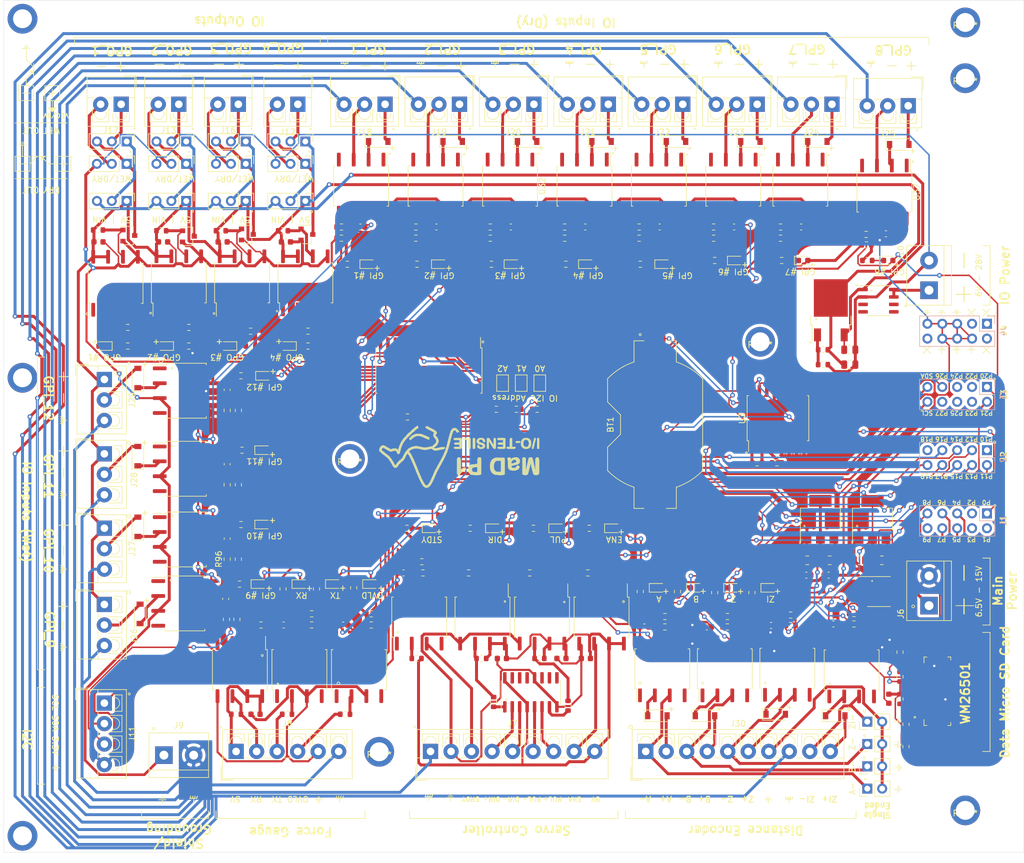
<source format=kicad_pcb>
(kicad_pcb (version 20171130) (host pcbnew "(5.1.9)-1")
  (layers (0 F.Cu signal) (31 B.Cu signal) (34 B.Paste user) (35 F.Paste user) (36 B.SilkS user) (37 F.SilkS user) (38 B.Mask user) (39 F.Mask user) (44 Edge.Cuts user))
  (net 0 "")
  (net 1 "Net-(BT1-Pad1)")
  (net 2 GND)
  (net 3 P9)
  (net 4 P7)
  (net 5 P5)
  (net 6 P3)
  (net 7 P1)
  (net 8 P8)
  (net 9 P6)
  (net 10 P4)
  (net 11 P2)
  (net 12 P0)
  (net 13 P10)
  (net 14 P12)
  (net 15 P14)
  (net 16 P16)
  (net 17 P18)
  (net 18 P11)
  (net 19 P13)
  (net 20 P15)
  (net 21 P17)
  (net 22 P19)
  (net 23 SCL)
  (net 24 P27)
  (net 25 P25)
  (net 26 P23)
  (net 27 P21)
  (net 28 SDA)
  (net 29 P26)
  (net 30 P24)
  (net 31 P22)
  (net 32 P20)
  (net 33 "Net-(J4-Pad1)")
  (net 34 "Net-(J4-Pad3)")
  (net 35 "Net-(J4-Pad2)")
  (net 36 "Net-(J4-Pad10)")
  (net 37 "Net-(J5-Pad8)")
  (net 38 "Net-(J5-Pad1)")
  (net 39 SRDY)
  (net 40 PUL-)
  (net 41 PUL+)
  (net 42 DIR-)
  (net 43 DIR+)
  (net 44 ENA)
  (net 45 FG_RX)
  (net 46 FG_TX)
  (net 47 FG_OVLD)
  (net 48 OUTA+)
  (net 49 OUTB+)
  (net 50 OUTZ+)
  (net 51 OUTA-)
  (net 52 OUTB-)
  (net 53 OUTZ-)
  (net 54 "Net-(JP1-Pad2)")
  (net 55 "Net-(JP2-Pad2)")
  (net 56 "Net-(JP3-Pad2)")
  (net 57 "Net-(Q3-Pad1)")
  (net 58 "Net-(Q4-Pad1)")
  (net 59 "Net-(Q5-Pad1)")
  (net 60 "Net-(Q6-Pad1)")
  (net 61 "Net-(R6-Pad2)")
  (net 62 "Net-(R7-Pad2)")
  (net 63 "Net-(R10-Pad2)")
  (net 64 DIR)
  (net 65 PUL)
  (net 66 "Net-(R11-Pad2)")
  (net 67 "Net-(R12-Pad2)")
  (net 68 "Net-(R13-Pad1)")
  (net 69 "Net-(R14-Pad1)")
  (net 70 "Net-(R15-Pad1)")
  (net 71 "Net-(R16-Pad2)")
  (net 72 "Net-(R19-Pad2)")
  (net 73 "Net-(R20-Pad2)")
  (net 74 "Net-(R21-Pad1)")
  (net 75 "Net-(R22-Pad2)")
  (net 76 "Net-(R23-Pad2)")
  (net 77 "Net-(R28-Pad2)")
  (net 78 "Net-(R32-Pad2)")
  (net 79 "Net-(R33-Pad2)")
  (net 80 "Net-(R34-Pad2)")
  (net 81 "Net-(R35-Pad2)")
  (net 82 GPB0)
  (net 83 "Net-(R45-Pad1)")
  (net 84 "Net-(R46-Pad2)")
  (net 85 "Net-(U3-Pad4)")
  (net 86 "Net-(U4-Pad9)")
  (net 87 "Net-(U4-Pad10)")
  (net 88 "Net-(U4-Pad11)")
  (net 89 "Net-(U4-Pad13)")
  (net 90 "Net-(U4-Pad14)")
  (net 91 "Net-(U4-Pad15)")
  (net 92 "Net-(U5-Pad1)")
  (net 93 "Net-(U6-Pad1)")
  (net 94 "Net-(U7-Pad1)")
  (net 95 "Net-(U8-Pad1)")
  (net 96 "Net-(U9-Pad1)")
  (net 97 "Net-(U10-Pad1)")
  (net 98 "Net-(U11-Pad1)")
  (net 99 GPB1)
  (net 100 GPB2)
  (net 101 GPB3)
  (net 102 GPB4)
  (net 103 GPB5)
  (net 104 GPB6)
  (net 105 GPB7)
  (net 106 "Net-(U12-Pad11)")
  (net 107 "Net-(U12-Pad14)")
  (net 108 "Net-(U12-Pad19)")
  (net 109 "Net-(U12-Pad20)")
  (net 110 GPA0)
  (net 111 GPA1)
  (net 112 GPA2)
  (net 113 GPA3)
  (net 114 GPA4)
  (net 115 GPA5)
  (net 116 GPA6)
  (net 117 GPA7)
  (net 118 "Net-(U15-Pad1)")
  (net 119 "Net-(U16-Pad1)")
  (net 120 "Net-(U17-Pad1)")
  (net 121 "Net-(U18-Pad1)")
  (net 122 GND_TSD)
  (net 123 +3V3_TS)
  (net 124 V_IN)
  (net 125 +5V_TS)
  (net 126 +5V_FG)
  (net 127 GND_FG)
  (net 128 SHIELD)
  (net 129 GND_SC)
  (net 130 +5V_SC)
  (net 131 GND_ENC)
  (net 132 GND_IO)
  (net 133 VIN_IO)
  (net 134 5V_IO)
  (net 135 "Net-(J6-Pad1)")
  (net 136 GPI_1+)
  (net 137 "Net-(Q7-Pad1)")
  (net 138 "Net-(Q8-Pad1)")
  (net 139 GPI_2+)
  (net 140 GPI_3+)
  (net 141 "Net-(Q9-Pad1)")
  (net 142 GPI_4+)
  (net 143 "Net-(Q10-Pad1)")
  (net 144 "Net-(Q11-Pad1)")
  (net 145 GPI_5+)
  (net 146 "Net-(Q12-Pad1)")
  (net 147 GPI_6+)
  (net 148 "Net-(Q13-Pad1)")
  (net 149 GPI_7+)
  (net 150 "Net-(Q14-Pad1)")
  (net 151 GPI_8+)
  (net 152 "Net-(Q15-Pad1)")
  (net 153 "Net-(Q16-Pad1)")
  (net 154 "Net-(Q17-Pad1)")
  (net 155 "Net-(Q18-Pad1)")
  (net 156 "Net-(R42-Pad1)")
  (net 157 "Net-(R43-Pad1)")
  (net 158 "Net-(R44-Pad1)")
  (net 159 "Net-(R47-Pad2)")
  (net 160 "Net-(R48-Pad2)")
  (net 161 "Net-(R49-Pad2)")
  (net 162 "Net-(R50-Pad2)")
  (net 163 "Net-(R51-Pad2)")
  (net 164 "Net-(R52-Pad2)")
  (net 165 "Net-(R53-Pad2)")
  (net 166 "Net-(R54-Pad2)")
  (net 167 "Net-(R55-Pad2)")
  (net 168 "Net-(R62-Pad2)")
  (net 169 "Net-(R63-Pad2)")
  (net 170 "Net-(R64-Pad2)")
  (net 171 "Net-(R65-Pad2)")
  (net 172 "Net-(R66-Pad2)")
  (net 173 "Net-(R67-Pad2)")
  (net 174 "Net-(U22-Pad1)")
  (net 175 "Net-(U23-Pad1)")
  (net 176 "Net-(U24-Pad1)")
  (net 177 "Net-(U25-Pad1)")
  (net 178 "Net-(U30-Pad1)")
  (net 179 GPI_1-)
  (net 180 GPI_2-)
  (net 181 "Net-(U31-Pad1)")
  (net 182 "Net-(U32-Pad1)")
  (net 183 GPI_3-)
  (net 184 "Net-(U33-Pad1)")
  (net 185 GPI_4-)
  (net 186 "Net-(U34-Pad1)")
  (net 187 GPI_5-)
  (net 188 GPI_6-)
  (net 189 "Net-(U35-Pad1)")
  (net 190 GPI_7-)
  (net 191 "Net-(U36-Pad1)")
  (net 192 "Net-(U37-Pad1)")
  (net 193 GPI_8-)
  (net 194 "Net-(U38-Pad1)")
  (net 195 "Net-(U39-Pad1)")
  (net 196 "Net-(U40-Pad1)")
  (net 197 "Net-(U41-Pad1)")
  (net 198 "Net-(R74-Pad1)")
  (net 199 GPO_4+)
  (net 200 GPO_4-)
  (net 201 GPO_2+)
  (net 202 GPO_2-)
  (net 203 GPO_3-)
  (net 204 GPO_3+)
  (net 205 GPO_1-)
  (net 206 GPO_1+)
  (net 207 V_GPO4)
  (net 208 V_GPO2)
  (net 209 V_GPO3)
  (net 210 V_GPO1)
  (net 211 GPO_D4)
  (net 212 GPO_D2)
  (net 213 GPO_D3)
  (net 214 GPO_D1)
  (net 215 "Net-(D1-Pad1)")
  (net 216 "Net-(D2-Pad1)")
  (net 217 "Net-(D3-Pad1)")
  (net 218 "Net-(D4-Pad1)")
  (net 219 "Net-(D5-Pad1)")
  (net 220 "Net-(D6-Pad1)")
  (net 221 "Net-(D7-Pad1)")
  (net 222 "Net-(D8-Pad1)")
  (net 223 "Net-(D9-Pad1)")
  (net 224 "Net-(D10-Pad1)")
  (net 225 "Net-(D11-Pad1)")
  (net 226 "Net-(D12-Pad1)")
  (net 227 "Net-(D13-Pad1)")
  (net 228 "Net-(D14-Pad1)")
  (net 229 "Net-(D15-Pad1)")
  (net 230 "Net-(D16-Pad1)")
  (net 231 "Net-(D17-Pad1)")
  (net 232 "Net-(D18-Pad1)")
  (net 233 "Net-(D19-Pad1)")
  (net 234 "Net-(D20-Pad1)")
  (net 235 "Net-(D21-Pad1)")
  (net 236 "Net-(D22-Pad1)")
  (net 237 "Net-(D23-Pad1)")
  (net 238 "Net-(D24-Pad1)")
  (net 239 "Net-(D25-Pad1)")
  (net 240 "Net-(D26-Pad1)")
  (net 241 "Net-(D27-Pad1)")
  (net 242 GPI_9)
  (net 243 GPI_10)
  (net 244 GPI_11)
  (net 245 GPI_12)
  (net 246 OUTZI-)
  (net 247 OUTZI+)
  (net 248 "Net-(J10-Pad1)")
  (module Tensile_Board:Hole_5.08 (layer F.Cu) (at 150 85)
    (fp_text reference REF** (at 0 0.5) (layer F.SilkS))
    (fp_text value Hole_5.08)
    (pad 1 thru_hole circle (at 0 0) (size 5.08 5.08) (drill 3.22) (layers *.Cu *.Mask))
  )
  (module Tensile_Board:Hole_5.08 (layer F.Cu) (at 80 105)
    (fp_text reference REF** (at 0 0.5) (layer F.SilkS))
    (fp_text value Hole_5.08)
    (pad 1 thru_hole circle (at 0 0) (size 5.08 5.08) (drill 3.22) (layers *.Cu *.Mask))
  )
  (module Tensile_Board:Hole_5.08 (layer F.Cu) (at 185 165)
    (fp_text reference REF** (at 0 0.5) (layer F.SilkS))
    (fp_text value Hole_5.08)
    (pad 1 thru_hole circle (at 0 0) (size 5.08 5.08) (drill 3.22) (layers *.Cu *.Mask))
  )
  (module Tensile_Board:Hole_5.08 (layer F.Cu) (at 85 155)
    (fp_text reference REF** (at 0 0.5) (layer F.SilkS))
    (fp_text value Hole_5.08)
    (pad 1 thru_hole circle (at 0 0) (size 5.08 5.08) (drill 3.22) (layers *.Cu *.Mask))
  )
  (module Tensile_Board:Hole_5.08 (layer F.Cu) (at 185 40)
    (fp_text reference REF** (at 0 0.5) (layer F.SilkS))
    (fp_text value Hole_5.08)
    (pad 1 thru_hole circle (at 0 0) (size 5.08 5.08) (drill 3.22) (layers *.Cu *.Mask))
  )
  (module Tensile_Board:Hole_5.08 (layer F.Cu) (at 185 30.48)
    (fp_text reference REF** (at 0 0.5) (layer F.SilkS))
    (fp_text value Hole_5.08)
    (pad 1 thru_hole circle (at 0 0) (size 5.08 5.08) (drill 3.22) (layers *.Cu *.Mask))
  )
  (module Tensile_Board:LOGO_1 (layer F.Cu) (at 115 110 180)
    (fp_text reference LOGO hide)
    (fp_text value "" (at 0 0) (layer F.SilkS) (effects (font (size 1.27 1.27))))
  )
  (module Battery:BatteryHolder_Keystone_1058_1x2032 (layer F.Cu) (at 132.08 99.135 270)
    (fp_text reference BT1 (at 0 7.62 90) (layer F.SilkS))
    (fp_text value CR2032)
    (pad 1 smd rect (at -14.68 0 270) (size 2.54 3.51) (layers F.Cu F.Paste F.Mask) (net 1 "Net-(BT1-Pad1)"))
    (pad 2 smd rect (at 14.68 0 270) (size 2.54 3.51) (layers F.Cu F.Paste F.Mask) (net 122 GND_TSD))
  )
  (module Package_SO:SOIC-16W_7.5x10.3mm_P1.27mm (layer F.Cu) (at 153.035 98.044 90)
    (fp_text reference U3 (at 0 -6.1 90) (layer F.SilkS))
    (fp_text value DS3231M)
    (pad 1 smd roundrect (at -4.65 -4.445 90) (size 2.05 0.6) (layers F.Cu F.Paste F.Mask) (net 61 "Net-(R6-Pad2)"))
    (pad 2 smd roundrect (at -4.65 -3.175 90) (size 2.05 0.6) (layers F.Cu F.Paste F.Mask) (net 125 +5V_TS))
    (pad 3 smd roundrect (at -4.65 -1.905 90) (size 2.05 0.6) (layers F.Cu F.Paste F.Mask) (net 62 "Net-(R7-Pad2)"))
    (pad 4 smd roundrect (at -4.65 -0.635 90) (size 2.05 0.6) (layers F.Cu F.Paste F.Mask) (net 85 "Net-(U3-Pad4)"))
    (pad 5 smd roundrect (at -4.65 0.635 90) (size 2.05 0.6) (layers F.Cu F.Paste F.Mask) (net 122 GND_TSD))
    (pad 6 smd roundrect (at -4.65 1.905 90) (size 2.05 0.6) (layers F.Cu F.Paste F.Mask) (net 122 GND_TSD))
    (pad 7 smd roundrect (at -4.65 3.175 90) (size 2.05 0.6) (layers F.Cu F.Paste F.Mask) (net 122 GND_TSD))
    (pad 8 smd roundrect (at -4.65 4.445 90) (size 2.05 0.6) (layers F.Cu F.Paste F.Mask) (net 122 GND_TSD))
    (pad 9 smd roundrect (at 4.65 4.445 90) (size 2.05 0.6) (layers F.Cu F.Paste F.Mask) (net 122 GND_TSD))
    (pad 10 smd roundrect (at 4.65 3.175 90) (size 2.05 0.6) (layers F.Cu F.Paste F.Mask) (net 122 GND_TSD))
    (pad 11 smd roundrect (at 4.65 1.905 90) (size 2.05 0.6) (layers F.Cu F.Paste F.Mask) (net 122 GND_TSD))
    (pad 12 smd roundrect (at 4.65 0.635 90) (size 2.05 0.6) (layers F.Cu F.Paste F.Mask) (net 122 GND_TSD))
    (pad 13 smd roundrect (at 4.65 -0.635 90) (size 2.05 0.6) (layers F.Cu F.Paste F.Mask) (net 122 GND_TSD))
    (pad 14 smd roundrect (at 4.65 -1.905 90) (size 2.05 0.6) (layers F.Cu F.Paste F.Mask) (net 1 "Net-(BT1-Pad1)"))
    (pad 15 smd roundrect (at 4.65 -3.175 90) (size 2.05 0.6) (layers F.Cu F.Paste F.Mask) (net 29 P26))
    (pad 16 smd roundrect (at 4.65 -4.445 90) (size 2.05 0.6) (layers F.Cu F.Paste F.Mask) (net 12 P0))
  )
  (module Tensile_Board:WM26501 (layer F.Cu) (at 180.488 144.91 270)
    (fp_text reference J5 hide)
    (fp_text value Micro_SD_Card)
    (pad 9 smd rect (at 6.728 0.148 270) (size 2.1 3) (layers F.Cu F.Paste F.Mask) (net 122 GND_TSD))
    (pad 9 smd rect (at -7.122 0.148 270) (size 2.1 3) (layers F.Cu F.Paste F.Mask) (net 122 GND_TSD))
    (pad 1 smd rect (at 4.178 3.048 270) (size 0.8 1.6) (layers F.Cu F.Paste F.Mask) (net 38 "Net-(J5-Pad1)"))
    (pad 2 smd rect (at 2.928 3.048 270) (size 0.8 1.6) (layers F.Cu F.Paste F.Mask) (net 10 P4))
    (pad 3 smd rect (at 1.678 3.048 270) (size 0.8 1.6) (layers F.Cu F.Paste F.Mask) (net 5 P5))
    (pad 4 smd rect (at 0.428 3.048 270) (size 0.8 1.6) (layers F.Cu F.Paste F.Mask) (net 123 +3V3_TS))
    (pad 5 smd rect (at -0.822 3.048 270) (size 0.8 1.6) (layers F.Cu F.Paste F.Mask) (net 9 P6))
    (pad 6 smd rect (at -2.072 3.048 270) (size 0.8 1.6) (layers F.Cu F.Paste F.Mask) (net 122 GND_TSD))
    (pad 7 smd rect (at -3.322 3.048 270) (size 0.8 1.6) (layers F.Cu F.Paste F.Mask) (net 4 P7))
    (pad 8 smd rect (at -4.572 3.048 270) (size 0.8 1.6) (layers F.Cu F.Paste F.Mask) (net 37 "Net-(J5-Pad8)"))
  )
  (module Package_SO:SOP-8_6.62x9.15mm_P2.54mm (layer F.Cu) (at 154.635 140.745 90)
    (fp_text reference U16 hide)
    (fp_text value 6N137)
    (pad 1 smd roundrect (at -4.525 -3.81 90) (size 2.35 0.65) (layers F.Cu F.Paste F.Mask) (net 119 "Net-(U16-Pad1)"))
    (pad 2 smd roundrect (at -4.525 -1.27 90) (size 2.35 0.65) (layers F.Cu F.Paste F.Mask) (net 58 "Net-(Q4-Pad1)"))
    (pad 3 smd roundrect (at -4.525 1.27 90) (size 2.35 0.65) (layers F.Cu F.Paste F.Mask) (net 53 OUTZ-))
    (pad 4 smd roundrect (at -4.525 3.81 90) (size 2.35 0.65) (layers F.Cu F.Paste F.Mask))
    (pad 5 smd roundrect (at 4.525 3.81 90) (size 2.35 0.65) (layers F.Cu F.Paste F.Mask) (net 122 GND_TSD))
    (pad 6 smd roundrect (at 4.525 1.27 90) (size 2.35 0.65) (layers F.Cu F.Paste F.Mask) (net 79 "Net-(R33-Pad2)"))
    (pad 7 smd roundrect (at 4.525 -1.27 90) (size 2.35 0.65) (layers F.Cu F.Paste F.Mask) (net 125 +5V_TS))
    (pad 8 smd roundrect (at 4.525 -3.81 90) (size 2.35 0.65) (layers F.Cu F.Paste F.Mask) (net 125 +5V_TS))
  )
  (module LED_SMD:LED_0603_1608Metric (layer F.Cu) (at 69.3675 85.725 180)
    (fp_text reference D3 hide)
    (fp_text value LED)
    (pad 2 smd roundrect (at 0.7875 0 180) (size 0.875 0.95) (layers F.Cu F.Paste F.Mask) (net 117 GPA7))
    (pad 1 smd roundrect (at -0.7875 0 180) (size 0.875 0.95) (layers F.Cu F.Paste F.Mask) (net 217 "Net-(D3-Pad1)"))
  )
  (module LED_SMD:LED_0603_1608Metric (layer F.Cu) (at 171.856 71.12)
    (fp_text reference D13 hide)
    (fp_text value BLUE)
    (pad 1 smd roundrect (at -0.7875 0) (size 0.875 0.95) (layers F.Cu F.Paste F.Mask) (net 227 "Net-(D13-Pad1)"))
    (pad 2 smd roundrect (at 0.7875 0) (size 0.875 0.95) (layers F.Cu F.Paste F.Mask) (net 123 +3V3_TS))
  )
  (module Resistor_SMD:R_0603_1608Metric (layer F.Cu) (at 52.515 85.725)
    (fp_text reference R77 hide)
    (fp_text value 100R)
    (pad 2 smd roundrect (at 0.825 0) (size 0.8 0.95) (layers F.Cu F.Paste F.Mask) (net 122 GND_TSD))
    (pad 1 smd roundrect (at -0.825 0) (size 0.8 0.95) (layers F.Cu F.Paste F.Mask) (net 218 "Net-(D4-Pad1)"))
  )
  (module LED_SMD:LED_0603_1608Metric (layer F.Cu) (at 145.898 71.12)
    (fp_text reference D11 hide)
    (fp_text value BLUE)
    (pad 1 smd roundrect (at -0.7875 0) (size 0.875 0.95) (layers F.Cu F.Paste F.Mask) (net 225 "Net-(D11-Pad1)"))
    (pad 2 smd roundrect (at 0.7875 0) (size 0.875 0.95) (layers F.Cu F.Paste F.Mask) (net 123 +3V3_TS))
  )
  (module LED_SMD:LED_0603_1608Metric (layer F.Cu) (at 64.6175 126.365)
    (fp_text reference D14 hide)
    (fp_text value BLUE)
    (pad 1 smd roundrect (at -0.7875 0) (size 0.875 0.95) (layers F.Cu F.Paste F.Mask) (net 228 "Net-(D14-Pad1)"))
    (pad 2 smd roundrect (at 0.7875 0) (size 0.875 0.95) (layers F.Cu F.Paste F.Mask) (net 123 +3V3_TS))
  )
  (module LED_SMD:LED_0603_1608Metric (layer F.Cu) (at 95.4025 71.755)
    (fp_text reference D7 hide)
    (fp_text value BLUE)
    (pad 1 smd roundrect (at -0.7875 0) (size 0.875 0.95) (layers F.Cu F.Paste F.Mask) (net 221 "Net-(D7-Pad1)"))
    (pad 2 smd roundrect (at 0.7875 0) (size 0.875 0.95) (layers F.Cu F.Paste F.Mask) (net 123 +3V3_TS))
  )
  (module LED_SMD:LED_0603_1608Metric (layer F.Cu) (at 133.502 71.755)
    (fp_text reference D10 hide)
    (fp_text value BLUE)
    (pad 2 smd roundrect (at 0.7875 0) (size 0.875 0.95) (layers F.Cu F.Paste F.Mask) (net 123 +3V3_TS))
    (pad 1 smd roundrect (at -0.7875 0) (size 0.875 0.95) (layers F.Cu F.Paste F.Mask) (net 224 "Net-(D10-Pad1)"))
  )
  (module LED_SMD:LED_0603_1608Metric (layer F.Cu) (at 107.798 71.755)
    (fp_text reference D8 hide)
    (fp_text value BLUE)
    (pad 2 smd roundrect (at 0.7875 0) (size 0.875 0.95) (layers F.Cu F.Paste F.Mask) (net 123 +3V3_TS))
    (pad 1 smd roundrect (at -0.7875 0) (size 0.875 0.95) (layers F.Cu F.Paste F.Mask) (net 222 "Net-(D8-Pad1)"))
  )
  (module LED_SMD:LED_0603_1608Metric (layer F.Cu) (at 83.185 71.755)
    (fp_text reference D1 hide)
    (fp_text value BLUE)
    (pad 1 smd roundrect (at -0.7875 0) (size 0.875 0.95) (layers F.Cu F.Paste F.Mask) (net 215 "Net-(D1-Pad1)"))
    (pad 2 smd roundrect (at 0.7875 0) (size 0.875 0.95) (layers F.Cu F.Paste F.Mask) (net 123 +3V3_TS))
  )
  (module LED_SMD:LED_0603_1608Metric (layer F.Cu) (at 65.405 90.805)
    (fp_text reference D17 hide)
    (fp_text value BLUE)
    (pad 1 smd roundrect (at -0.7875 0) (size 0.875 0.95) (layers F.Cu F.Paste F.Mask) (net 231 "Net-(D17-Pad1)"))
    (pad 2 smd roundrect (at 0.7875 0) (size 0.875 0.95) (layers F.Cu F.Paste F.Mask) (net 123 +3V3_TS))
  )
  (module LED_SMD:LED_0603_1608Metric (layer F.Cu) (at 48.4125 85.725 180)
    (fp_text reference D4 hide)
    (fp_text value BLUE)
    (pad 1 smd roundrect (at -0.7875 0 180) (size 0.875 0.95) (layers F.Cu F.Paste F.Mask) (net 218 "Net-(D4-Pad1)"))
    (pad 2 smd roundrect (at 0.7875 0 180) (size 0.875 0.95) (layers F.Cu F.Paste F.Mask) (net 115 GPA5))
  )
  (module LED_SMD:LED_0603_1608Metric (layer F.Cu) (at 59.2075 85.725 180)
    (fp_text reference D5 hide)
    (fp_text value BLUE)
    (pad 1 smd roundrect (at -0.7875 0 180) (size 0.875 0.95) (layers F.Cu F.Paste F.Mask) (net 219 "Net-(D5-Pad1)"))
    (pad 2 smd roundrect (at 0.7875 0 180) (size 0.875 0.95) (layers F.Cu F.Paste F.Mask) (net 116 GPA6))
  )
  (module LED_SMD:LED_0603_1608Metric (layer F.Cu) (at 157.328 71.12)
    (fp_text reference D12 hide)
    (fp_text value BLUE)
    (pad 2 smd roundrect (at 0.7875 0) (size 0.875 0.95) (layers F.Cu F.Paste F.Mask) (net 123 +3V3_TS))
    (pad 1 smd roundrect (at -0.7875 0) (size 0.875 0.95) (layers F.Cu F.Paste F.Mask) (net 226 "Net-(D12-Pad1)"))
  )
  (module LED_SMD:LED_0603_1608Metric (layer F.Cu) (at 37.9475 85.725 180)
    (fp_text reference D6 hide)
    (fp_text value BLUE)
    (pad 2 smd roundrect (at 0.7875 0 180) (size 0.875 0.95) (layers F.Cu F.Paste F.Mask) (net 114 GPA4))
    (pad 1 smd roundrect (at -0.7875 0 180) (size 0.875 0.95) (layers F.Cu F.Paste F.Mask) (net 220 "Net-(D6-Pad1)"))
  )
  (module LED_SMD:LED_0603_1608Metric (layer F.Cu) (at 120.498 71.755)
    (fp_text reference D9 hide)
    (fp_text value BLUE)
    (pad 1 smd roundrect (at -0.7875 0) (size 0.875 0.95) (layers F.Cu F.Paste F.Mask) (net 223 "Net-(D9-Pad1)"))
    (pad 2 smd roundrect (at 0.7875 0) (size 0.875 0.95) (layers F.Cu F.Paste F.Mask) (net 123 +3V3_TS))
  )
  (module LED_SMD:LED_0603_1608Metric (layer F.Cu) (at 65.2525 116.205)
    (fp_text reference D15 hide)
    (fp_text value BLUE)
    (pad 2 smd roundrect (at 0.7875 0) (size 0.875 0.95) (layers F.Cu F.Paste F.Mask) (net 123 +3V3_TS))
    (pad 1 smd roundrect (at -0.7875 0) (size 0.875 0.95) (layers F.Cu F.Paste F.Mask) (net 229 "Net-(D15-Pad1)"))
  )
  (module LED_SMD:LED_0603_1608Metric (layer F.Cu) (at 65.2525 103.505)
    (fp_text reference D16 hide)
    (fp_text value BLUE)
    (pad 2 smd roundrect (at 0.7875 0) (size 0.875 0.95) (layers F.Cu F.Paste F.Mask) (net 123 +3V3_TS))
    (pad 1 smd roundrect (at -0.7875 0) (size 0.875 0.95) (layers F.Cu F.Paste F.Mask) (net 230 "Net-(D16-Pad1)"))
  )
  (module Resistor_SMD:R_0603_1608Metric (layer F.Cu) (at 72.835 85.725)
    (fp_text reference R76 hide)
    (fp_text value 33R)
    (pad 1 smd roundrect (at -0.825 0) (size 0.8 0.95) (layers F.Cu F.Paste F.Mask) (net 217 "Net-(D3-Pad1)"))
    (pad 2 smd roundrect (at 0.825 0) (size 0.8 0.95) (layers F.Cu F.Paste F.Mask) (net 122 GND_TSD))
  )
  (module Resistor_SMD:R_0603_1608Metric (layer F.Cu) (at 63.055 85.725)
    (fp_text reference R78 hide)
    (fp_text value 100R)
    (pad 2 smd roundrect (at 0.825 0) (size 0.8 0.95) (layers F.Cu F.Paste F.Mask) (net 122 GND_TSD))
    (pad 1 smd roundrect (at -0.825 0) (size 0.8 0.95) (layers F.Cu F.Paste F.Mask) (net 219 "Net-(D5-Pad1)"))
  )
  (module Resistor_SMD:R_0603_1608Metric (layer F.Cu) (at 42.1 85.725)
    (fp_text reference R79 hide)
    (fp_text value 100R)
    (pad 1 smd roundrect (at -0.825 0) (size 0.8 0.95) (layers F.Cu F.Paste F.Mask) (net 220 "Net-(D6-Pad1)"))
    (pad 2 smd roundrect (at 0.825 0) (size 0.8 0.95) (layers F.Cu F.Paste F.Mask) (net 122 GND_TSD))
  )
  (module Connector_PinSocket_2.54mm:PinSocket_2x05_P2.54mm_Vertical (layer B.Cu) (at 188.697 114.3 90)
    (fp_text reference J1 (at -1.27 2.77 270) (layer B.SilkS) (effects (justify mirror)))
    (fp_text value Conn_02x05_Odd_Even)
    (pad 10 thru_hole oval (at -2.54 -10.16 90) (size 1.7 1.7) (drill 1) (layers *.Cu *.Mask) (net 3 P9))
    (pad 9 thru_hole oval (at 0 -10.16 90) (size 1.7 1.7) (drill 1) (layers *.Cu *.Mask) (net 8 P8))
    (pad 8 thru_hole oval (at -2.54 -7.62 90) (size 1.7 1.7) (drill 1) (layers *.Cu *.Mask) (net 4 P7))
    (pad 7 thru_hole oval (at 0 -7.62 90) (size 1.7 1.7) (drill 1) (layers *.Cu *.Mask) (net 9 P6))
    (pad 6 thru_hole oval (at -2.54 -5.08 90) (size 1.7 1.7) (drill 1) (layers *.Cu *.Mask) (net 5 P5))
    (pad 5 thru_hole oval (at 0 -5.08 90) (size 1.7 1.7) (drill 1) (layers *.Cu *.Mask) (net 10 P4))
    (pad 4 thru_hole oval (at -2.54 -2.54 90) (size 1.7 1.7) (drill 1) (layers *.Cu *.Mask) (net 6 P3))
    (pad 3 thru_hole oval (at 0 -2.54 90) (size 1.7 1.7) (drill 1) (layers *.Cu *.Mask) (net 11 P2))
    (pad 2 thru_hole oval (at -2.54 0 90) (size 1.7 1.7) (drill 1) (layers *.Cu *.Mask) (net 7 P1))
    (pad 1 thru_hole rect (at 0 0 90) (size 1.7 1.7) (drill 1) (layers *.Cu *.Mask) (net 12 P0))
  )
  (module Connector_PinSocket_2.54mm:PinSocket_2x05_P2.54mm_Vertical (layer B.Cu) (at 188.697 103.505 90)
    (fp_text reference J2 (at -1.27 2.77 90) (layer B.SilkS) (effects (justify mirror)))
    (fp_text value Conn_02x05_Odd_Even)
    (pad 10 thru_hole oval (at -2.54 -10.16 90) (size 1.7 1.7) (drill 1) (layers *.Cu *.Mask) (net 22 P19))
    (pad 9 thru_hole oval (at 0 -10.16 90) (size 1.7 1.7) (drill 1) (layers *.Cu *.Mask) (net 17 P18))
    (pad 8 thru_hole oval (at -2.54 -7.62 90) (size 1.7 1.7) (drill 1) (layers *.Cu *.Mask) (net 21 P17))
    (pad 7 thru_hole oval (at 0 -7.62 90) (size 1.7 1.7) (drill 1) (layers *.Cu *.Mask) (net 16 P16))
    (pad 6 thru_hole oval (at -2.54 -5.08 90) (size 1.7 1.7) (drill 1) (layers *.Cu *.Mask) (net 20 P15))
    (pad 5 thru_hole oval (at 0 -5.08 90) (size 1.7 1.7) (drill 1) (layers *.Cu *.Mask) (net 15 P14))
    (pad 4 thru_hole oval (at -2.54 -2.54 90) (size 1.7 1.7) (drill 1) (layers *.Cu *.Mask) (net 19 P13))
    (pad 3 thru_hole oval (at 0 -2.54 90) (size 1.7 1.7) (drill 1) (layers *.Cu *.Mask) (net 14 P12))
    (pad 2 thru_hole oval (at -2.54 0 90) (size 1.7 1.7) (drill 1) (layers *.Cu *.Mask) (net 18 P11))
    (pad 1 thru_hole rect (at 0 0 90) (size 1.7 1.7) (drill 1) (layers *.Cu *.Mask) (net 13 P10))
  )
  (module Connector_PinSocket_2.54mm:PinSocket_2x05_P2.54mm_Vertical (layer B.Cu) (at 188.697 92.71 90)
    (fp_text reference J3 (at -1.27 2.77 -90) (layer B.SilkS) (effects (justify mirror)))
    (fp_text value Conn_02x05_Odd_Even)
    (pad 1 thru_hole rect (at 0 0 90) (size 1.7 1.7) (drill 1) (layers *.Cu *.Mask) (net 32 P20))
    (pad 2 thru_hole oval (at -2.54 0 90) (size 1.7 1.7) (drill 1) (layers *.Cu *.Mask) (net 27 P21))
    (pad 3 thru_hole oval (at 0 -2.54 90) (size 1.7 1.7) (drill 1) (layers *.Cu *.Mask) (net 31 P22))
    (pad 4 thru_hole oval (at -2.54 -2.54 90) (size 1.7 1.7) (drill 1) (layers *.Cu *.Mask) (net 26 P23))
    (pad 5 thru_hole oval (at 0 -5.08 90) (size 1.7 1.7) (drill 1) (layers *.Cu *.Mask) (net 30 P24))
    (pad 6 thru_hole oval (at -2.54 -5.08 90) (size 1.7 1.7) (drill 1) (layers *.Cu *.Mask) (net 25 P25))
    (pad 7 thru_hole oval (at 0 -7.62 90) (size 1.7 1.7) (drill 1) (layers *.Cu *.Mask) (net 29 P26))
    (pad 8 thru_hole oval (at -2.54 -7.62 90) (size 1.7 1.7) (drill 1) (layers *.Cu *.Mask) (net 24 P27))
    (pad 9 thru_hole oval (at 0 -10.16 90) (size 1.7 1.7) (drill 1) (layers *.Cu *.Mask) (net 28 SDA))
    (pad 10 thru_hole oval (at -2.54 -10.16 90) (size 1.7 1.7) (drill 1) (layers *.Cu *.Mask) (net 23 SCL))
  )
  (module Tensile_Board:Hole_5.08 (layer F.Cu) (at 24.13 169.345)
    (fp_text reference DISP_HOLE_3 hide)
    (fp_text value Hole_5.08)
    (pad 1 thru_hole circle (at 0 0) (size 5.08 5.08) (drill 3.22) (layers *.Cu *.Mask))
  )
  (module Tensile_Board:Hole_5.08 (layer F.Cu) (at 24.13 91.145)
    (fp_text reference DISP_HOLE_2 hide)
    (fp_text value Hole_5.08)
    (pad 1 thru_hole circle (at 0 0) (size 5.08 5.08) (drill 3.22) (layers *.Cu *.Mask))
  )
  (module Tensile_Board:Hole_5.08 (layer F.Cu) (at 24.13 29.845)
    (fp_text reference DISP_HOLE_1 hide)
    (fp_text value Hole_5.08)
    (pad 1 thru_hole circle (at 0 0) (size 5.08 5.08) (drill 3.22) (layers *.Cu *.Mask))
  )
  (module Capacitor_SMD:C_0603_1608Metric (layer F.Cu) (at 171.958 145.936 270)
    (fp_text reference C1 hide)
    (fp_text value 0.1uF)
    (pad 1 smd roundrect (at -0.775 0 270) (size 0.9 0.95) (layers F.Cu F.Paste F.Mask) (net 123 +3V3_TS))
    (pad 2 smd roundrect (at 0.775 0 270) (size 0.9 0.95) (layers F.Cu F.Paste F.Mask) (net 122 GND_TSD))
  )
  (module Capacitor_SMD:C_0805_2012Metric (layer F.Cu) (at 170.749 122.301 180)
    (fp_text reference C2 hide)
    (fp_text value 10uF)
    (pad 1 smd roundrect (at -0.95 0 180) (size 1 1.45) (layers F.Cu F.Paste F.Mask) (net 124 V_IN))
    (pad 2 smd roundrect (at 0.95 0 180) (size 1 1.45) (layers F.Cu F.Paste F.Mask) (net 122 GND_TSD))
  )
  (module Capacitor_SMD:C_0805_2012Metric (layer F.Cu) (at 166.944 122.301 180)
    (fp_text reference C3 hide)
    (fp_text value 10uF)
    (pad 2 smd roundrect (at 0.95 0 180) (size 1 1.45) (layers F.Cu F.Paste F.Mask) (net 122 GND_TSD))
    (pad 1 smd roundrect (at -0.95 0 180) (size 1 1.45) (layers F.Cu F.Paste F.Mask) (net 125 +5V_TS))
  )
  (module Capacitor_SMD:C_0805_2012Metric (layer F.Cu) (at 161.864 122.301 180)
    (fp_text reference C4 hide)
    (fp_text value 4.7uF)
    (pad 2 smd roundrect (at 0.95 0 180) (size 1 1.45) (layers F.Cu F.Paste F.Mask) (net 122 GND_TSD))
    (pad 1 smd roundrect (at -0.95 0 180) (size 1 1.45) (layers F.Cu F.Paste F.Mask) (net 124 V_IN))
  )
  (module Capacitor_SMD:C_0603_1608Metric (layer F.Cu) (at 161.684 124.841 180)
    (fp_text reference C5 hide)
    (fp_text value 1uF)
    (pad 1 smd roundrect (at -0.775 0 180) (size 0.9 0.95) (layers F.Cu F.Paste F.Mask) (net 124 V_IN))
    (pad 2 smd roundrect (at 0.775 0 180) (size 0.9 0.95) (layers F.Cu F.Paste F.Mask) (net 122 GND_TSD))
  )
  (module Capacitor_SMD:C_0805_2012Metric (layer F.Cu) (at 158.049 122.301 180)
    (fp_text reference C6 hide)
    (fp_text value 4.7uF)
    (pad 1 smd roundrect (at -0.95 0 180) (size 1 1.45) (layers F.Cu F.Paste F.Mask) (net 123 +3V3_TS))
    (pad 2 smd roundrect (at 0.95 0 180) (size 1 1.45) (layers F.Cu F.Paste F.Mask) (net 122 GND_TSD))
  )
  (module Capacitor_SMD:C_0603_1608Metric (layer F.Cu) (at 157.874 124.841 180)
    (fp_text reference C7 hide)
    (fp_text value 1uF)
    (pad 1 smd roundrect (at -0.775 0 180) (size 0.9 0.95) (layers F.Cu F.Paste F.Mask) (net 123 +3V3_TS))
    (pad 2 smd roundrect (at 0.775 0 180) (size 0.9 0.95) (layers F.Cu F.Paste F.Mask) (net 122 GND_TSD))
  )
  (module Capacitor_SMD:C_0603_1608Metric (layer F.Cu) (at 105.931 139.065 180)
    (fp_text reference C8 hide)
    (fp_text value 0.1uF)
    (pad 2 smd roundrect (at 0.775 0 180) (size 0.9 0.95) (layers F.Cu F.Paste F.Mask) (net 129 GND_SC))
    (pad 1 smd roundrect (at -0.775 0 180) (size 0.9 0.95) (layers F.Cu F.Paste F.Mask) (net 130 +5V_SC))
  )
  (module Capacitor_SMD:C_0603_1608Metric (layer F.Cu) (at 120.256 139.065 180)
    (fp_text reference C9 hide)
    (fp_text value 0.1uF)
    (pad 2 smd roundrect (at 0.775 0 180) (size 0.9 0.95) (layers F.Cu F.Paste F.Mask) (net 129 GND_SC))
    (pad 1 smd roundrect (at -0.775 0 180) (size 0.9 0.95) (layers F.Cu F.Paste F.Mask) (net 130 +5V_SC))
  )
  (module Capacitor_SMD:C_0603_1608Metric (layer F.Cu) (at 162.496 133.172)
    (fp_text reference C12 hide)
    (fp_text value 0.1uF)
    (pad 2 smd roundrect (at 0.775 0) (size 0.9 0.95) (layers F.Cu F.Paste F.Mask) (net 122 GND_TSD))
    (pad 1 smd roundrect (at -0.775 0) (size 0.9 0.95) (layers F.Cu F.Paste F.Mask) (net 125 +5V_TS))
  )
  (module Capacitor_SMD:C_0603_1608Metric (layer F.Cu) (at 151.854 133.426)
    (fp_text reference C13 hide)
    (fp_text value 0.1uF)
    (pad 2 smd roundrect (at 0.775 0) (size 0.9 0.95) (layers F.Cu F.Paste F.Mask) (net 122 GND_TSD))
    (pad 1 smd roundrect (at -0.775 0) (size 0.9 0.95) (layers F.Cu F.Paste F.Mask) (net 125 +5V_TS))
  )
  (module Capacitor_SMD:C_0603_1608Metric (layer F.Cu) (at 140.906 133.68)
    (fp_text reference C14 hide)
    (fp_text value 0.1uF)
    (pad 2 smd roundrect (at 0.775 0) (size 0.9 0.95) (layers F.Cu F.Paste F.Mask) (net 122 GND_TSD))
    (pad 1 smd roundrect (at -0.775 0) (size 0.9 0.95) (layers F.Cu F.Paste F.Mask) (net 125 +5V_TS))
  )
  (module Capacitor_SMD:C_0603_1608Metric (layer F.Cu) (at 130.238 133.68)
    (fp_text reference C15 hide)
    (fp_text value 0.1uF)
    (pad 1 smd roundrect (at -0.775 0) (size 0.9 0.95) (layers F.Cu F.Paste F.Mask) (net 125 +5V_TS))
    (pad 2 smd roundrect (at 0.775 0) (size 0.9 0.95) (layers F.Cu F.Paste F.Mask) (net 122 GND_TSD))
  )
  (module Capacitor_SMD:C_0603_1608Metric (layer F.Cu) (at 116.091 139.065 180)
    (fp_text reference C16 hide)
    (fp_text value 0.1uF)
    (pad 1 smd roundrect (at -0.775 0 180) (size 0.9 0.95) (layers F.Cu F.Paste F.Mask) (net 130 +5V_SC))
    (pad 2 smd roundrect (at 0.775 0 180) (size 0.9 0.95) (layers F.Cu F.Paste F.Mask) (net 129 GND_SC))
  )
  (module Capacitor_SMD:C_0603_1608Metric (layer F.Cu) (at 89.141 124.46)
    (fp_text reference C17 hide)
    (fp_text value 0.1uF)
    (pad 2 smd roundrect (at 0.775 0) (size 0.9 0.95) (layers F.Cu F.Paste F.Mask) (net 122 GND_TSD))
    (pad 1 smd roundrect (at -0.775 0) (size 0.9 0.95) (layers F.Cu F.Paste F.Mask) (net 125 +5V_TS))
  )
  (module Capacitor_SMD:C_0603_1608Metric (layer F.Cu) (at 63.894 148.59 180)
    (fp_text reference C18 hide)
    (fp_text value 0.1uF)
    (pad 1 smd roundrect (at -0.775 0 180) (size 0.9 0.95) (layers F.Cu F.Paste F.Mask) (net 126 +5V_FG))
    (pad 2 smd roundrect (at 0.775 0 180) (size 0.9 0.95) (layers F.Cu F.Paste F.Mask) (net 127 GND_FG))
  )
  (module Capacitor_SMD:C_0603_1608Metric (layer F.Cu) (at 78.854 133.35)
    (fp_text reference C19 hide)
    (fp_text value 0.1uF)
    (pad 1 smd roundrect (at -0.775 0) (size 0.9 0.95) (layers F.Cu F.Paste F.Mask) (net 125 +5V_TS))
    (pad 2 smd roundrect (at 0.775 0) (size 0.9 0.95) (layers F.Cu F.Paste F.Mask) (net 122 GND_TSD))
  )
  (module Capacitor_SMD:C_0603_1608Metric (layer F.Cu) (at 68.694 133.35)
    (fp_text reference C20 hide)
    (fp_text value 0.1uF)
    (pad 1 smd roundrect (at -0.775 0) (size 0.9 0.95) (layers F.Cu F.Paste F.Mask) (net 125 +5V_TS))
    (pad 2 smd roundrect (at 0.775 0) (size 0.9 0.95) (layers F.Cu F.Paste F.Mask) (net 122 GND_TSD))
  )
  (module TerminalBlock_4Ucon:TerminalBlock_4Ucon_1x09_P3.50mm_Vertical (layer F.Cu) (at 93.752 154.94)
    (fp_text reference J7 (at 14 -4.76) (layer F.SilkS))
    (fp_text value Screw_Terminal_01x09)
    (pad 1 thru_hole rect (at 0 0) (size 2.6 2.6) (drill 1.3) (layers *.Cu *.Mask) (net 128 SHIELD))
    (pad 2 thru_hole circle (at 3.5 0) (size 2.6 2.6) (drill 1.3) (layers *.Cu *.Mask) (net 129 GND_SC))
    (pad 3 thru_hole circle (at 7 0) (size 2.6 2.6) (drill 1.3) (layers *.Cu *.Mask) (net 39 SRDY))
    (pad 4 thru_hole circle (at 10.5 0) (size 2.6 2.6) (drill 1.3) (layers *.Cu *.Mask) (net 43 DIR+))
    (pad 5 thru_hole circle (at 14 0) (size 2.6 2.6) (drill 1.3) (layers *.Cu *.Mask) (net 42 DIR-))
    (pad 6 thru_hole circle (at 17.5 0) (size 2.6 2.6) (drill 1.3) (layers *.Cu *.Mask) (net 40 PUL-))
    (pad 7 thru_hole circle (at 21 0) (size 2.6 2.6) (drill 1.3) (layers *.Cu *.Mask) (net 41 PUL+))
    (pad 8 thru_hole circle (at 24.5 0) (size 2.6 2.6) (drill 1.3) (layers *.Cu *.Mask) (net 44 ENA))
    (pad 9 thru_hole circle (at 28 0) (size 2.6 2.6) (drill 1.3) (layers *.Cu *.Mask) (net 130 +5V_SC))
  )
  (module TerminalBlock_4Ucon:TerminalBlock_4Ucon_1x06_P3.50mm_Vertical (layer F.Cu) (at 60.579 154.94)
    (fp_text reference J8 (at 8.75 -4.76) (layer F.SilkS))
    (fp_text value Screw_Terminal_01x06)
    (pad 1 thru_hole rect (at 0 0) (size 2.6 2.6) (drill 1.3) (layers *.Cu *.Mask) (net 126 +5V_FG))
    (pad 2 thru_hole circle (at 3.5 0) (size 2.6 2.6) (drill 1.3) (layers *.Cu *.Mask) (net 45 FG_RX))
    (pad 3 thru_hole circle (at 7 0) (size 2.6 2.6) (drill 1.3) (layers *.Cu *.Mask) (net 46 FG_TX))
    (pad 4 thru_hole circle (at 10.5 0) (size 2.6 2.6) (drill 1.3) (layers *.Cu *.Mask) (net 47 FG_OVLD))
    (pad 5 thru_hole circle (at 14 0) (size 2.6 2.6) (drill 1.3) (layers *.Cu *.Mask) (net 127 GND_FG))
    (pad 6 thru_hole circle (at 17.5 0) (size 2.6 2.6) (drill 1.3) (layers *.Cu *.Mask) (net 128 SHIELD))
  )
  (module Jumper:SolderJumper-2_P1.3mm_Open_Pad1.0x1.5mm (layer F.Cu) (at 106.045 92.06 270)
    (fp_text reference JP1 hide)
    (fp_text value A2)
    (pad 2 smd rect (at 0.65 0 270) (size 1 1.5) (layers F.Cu F.Mask) (net 54 "Net-(JP1-Pad2)"))
    (pad 1 smd rect (at -0.65 0 270) (size 1 1.5) (layers F.Cu F.Mask) (net 123 +3V3_TS))
  )
  (module Jumper:SolderJumper-2_P1.3mm_Open_Pad1.0x1.5mm (layer F.Cu) (at 109.22 92.06 270)
    (fp_text reference JP2 hide)
    (fp_text value A1)
    (pad 1 smd rect (at -0.65 0 270) (size 1 1.5) (layers F.Cu F.Mask) (net 123 +3V3_TS))
    (pad 2 smd rect (at 0.65 0 270) (size 1 1.5) (layers F.Cu F.Mask) (net 55 "Net-(JP2-Pad2)"))
  )
  (module Jumper:SolderJumper-2_P1.3mm_Open_Pad1.0x1.5mm (layer F.Cu) (at 112.395 92.06 270)
    (fp_text reference JP3 hide)
    (fp_text value A0)
    (pad 2 smd rect (at 0.65 0 270) (size 1 1.5) (layers F.Cu F.Mask) (net 56 "Net-(JP3-Pad2)"))
    (pad 1 smd rect (at -0.65 0 270) (size 1 1.5) (layers F.Cu F.Mask) (net 123 +3V3_TS))
  )
  (module Diode_SMD:D_SOD-123 (layer F.Cu) (at 162.815 148.844)
    (fp_text reference Q3 hide)
    (fp_text value NSI50010Y)
    (pad 2 smd rect (at 1.65 0) (size 0.9 1.2) (layers F.Cu F.Paste F.Mask) (net 247 OUTZI+))
    (pad 1 smd rect (at -1.65 0) (size 0.9 1.2) (layers F.Cu F.Paste F.Mask) (net 57 "Net-(Q3-Pad1)"))
  )
  (module Diode_SMD:D_SOD-123 (layer F.Cu) (at 152.655 148.59)
    (fp_text reference Q4 hide)
    (fp_text value NSI50010Y)
    (pad 2 smd rect (at 1.65 0) (size 0.9 1.2) (layers F.Cu F.Paste F.Mask) (net 50 OUTZ+))
    (pad 1 smd rect (at -1.65 0) (size 0.9 1.2) (layers F.Cu F.Paste F.Mask) (net 58 "Net-(Q4-Pad1)"))
  )
  (module Diode_SMD:D_SOD-123 (layer F.Cu) (at 140.59 148.844)
    (fp_text reference Q5 hide)
    (fp_text value NSI50010Y)
    (pad 1 smd rect (at -1.65 0) (size 0.9 1.2) (layers F.Cu F.Paste F.Mask) (net 59 "Net-(Q5-Pad1)"))
    (pad 2 smd rect (at 1.65 0) (size 0.9 1.2) (layers F.Cu F.Paste F.Mask) (net 49 OUTB+))
  )
  (module Diode_SMD:D_SOD-123 (layer F.Cu) (at 132.462 148.844)
    (fp_text reference Q6 hide)
    (fp_text value NSI50010Y)
    (pad 2 smd rect (at 1.65 0) (size 0.9 1.2) (layers F.Cu F.Paste F.Mask) (net 48 OUTA+))
    (pad 1 smd rect (at -1.65 0) (size 0.9 1.2) (layers F.Cu F.Paste F.Mask) (net 60 "Net-(Q6-Pad1)"))
  )
  (module Resistor_SMD:R_0603_1608Metric (layer F.Cu) (at 173.863 137.986 90)
    (fp_text reference R1 hide)
    (fp_text value 100K)
    (pad 2 smd roundrect (at 0.825 0 90) (size 0.8 0.95) (layers F.Cu F.Paste F.Mask) (net 37 "Net-(J5-Pad8)"))
    (pad 1 smd roundrect (at -0.825 0 90) (size 0.8 0.95) (layers F.Cu F.Paste F.Mask) (net 123 +3V3_TS))
  )
  (module Resistor_SMD:R_0603_1608Metric (layer F.Cu) (at 173.863 142.176 90)
    (fp_text reference R2 hide)
    (fp_text value 100K)
    (pad 1 smd roundrect (at -0.825 0 90) (size 0.8 0.95) (layers F.Cu F.Paste F.Mask) (net 123 +3V3_TS))
    (pad 2 smd roundrect (at 0.825 0 90) (size 0.8 0.95) (layers F.Cu F.Paste F.Mask) (net 4 P7))
  )
  (module Resistor_SMD:R_0603_1608Metric (layer F.Cu) (at 173.863 145.986 270)
    (fp_text reference R3 hide)
    (fp_text value 100K)
    (pad 1 smd roundrect (at -0.825 0 270) (size 0.8 0.95) (layers F.Cu F.Paste F.Mask) (net 123 +3V3_TS))
    (pad 2 smd roundrect (at 0.825 0 270) (size 0.8 0.95) (layers F.Cu F.Paste F.Mask) (net 5 P5))
  )
  (module Resistor_SMD:R_0603_1608Metric (layer F.Cu) (at 174.879 150.305 90)
    (fp_text reference R4 hide)
    (fp_text value 100K)
    (pad 1 smd roundrect (at -0.825 0 90) (size 0.8 0.95) (layers F.Cu F.Paste F.Mask) (net 123 +3V3_TS))
    (pad 2 smd roundrect (at 0.825 0 90) (size 0.8 0.95) (layers F.Cu F.Paste F.Mask) (net 10 P4))
  )
  (module Resistor_SMD:R_0603_1608Metric (layer F.Cu) (at 174.879 154.115 90)
    (fp_text reference R5 hide)
    (fp_text value 100K)
    (pad 2 smd roundrect (at 0.825 0 90) (size 0.8 0.95) (layers F.Cu F.Paste F.Mask) (net 38 "Net-(J5-Pad1)"))
    (pad 1 smd roundrect (at -0.825 0 90) (size 0.8 0.95) (layers F.Cu F.Paste F.Mask) (net 123 +3V3_TS))
  )
  (module Resistor_SMD:R_0603_1608Metric (layer F.Cu) (at 149.479 105.664 180)
    (fp_text reference R6 hide)
    (fp_text value 4.7K)
    (pad 2 smd roundrect (at 0.825 0 180) (size 0.8 0.95) (layers F.Cu F.Paste F.Mask) (net 61 "Net-(R6-Pad2)"))
    (pad 1 smd roundrect (at -0.825 0 180) (size 0.8 0.95) (layers F.Cu F.Paste F.Mask) (net 125 +5V_TS))
  )
  (module Resistor_SMD:R_0603_1608Metric (layer F.Cu) (at 152.844 105.664)
    (fp_text reference R7 hide)
    (fp_text value 4.7K)
    (pad 2 smd roundrect (at 0.825 0) (size 0.8 0.95) (layers F.Cu F.Paste F.Mask) (net 62 "Net-(R7-Pad2)"))
    (pad 1 smd roundrect (at -0.825 0) (size 0.8 0.95) (layers F.Cu F.Paste F.Mask) (net 125 +5V_TS))
  )
  (module Resistor_SMD:R_0603_1608Metric (layer F.Cu) (at 104.521 146.495 90)
    (fp_text reference R8 hide)
    (fp_text value 10K)
    (pad 2 smd roundrect (at 0.825 0 90) (size 0.8 0.95) (layers F.Cu F.Paste F.Mask) (net 63 "Net-(R10-Pad2)"))
    (pad 1 smd roundrect (at -0.825 0 90) (size 0.8 0.95) (layers F.Cu F.Paste F.Mask) (net 64 DIR))
  )
  (module Resistor_SMD:R_0603_1608Metric (layer F.Cu) (at 117.221 147.13 90)
    (fp_text reference R9 hide)
    (fp_text value 10K)
    (pad 1 smd roundrect (at -0.825 0 90) (size 0.8 0.95) (layers F.Cu F.Paste F.Mask) (net 65 PUL))
    (pad 2 smd roundrect (at 0.825 0 90) (size 0.8 0.95) (layers F.Cu F.Paste F.Mask) (net 66 "Net-(R11-Pad2)"))
  )
  (module Resistor_SMD:R_0603_1608Metric (layer F.Cu) (at 102.426 139.065 180)
    (fp_text reference R10 hide)
    (fp_text value 360R)
    (pad 1 smd roundrect (at -0.825 0 180) (size 0.8 0.95) (layers F.Cu F.Paste F.Mask) (net 130 +5V_SC))
    (pad 2 smd roundrect (at 0.825 0 180) (size 0.8 0.95) (layers F.Cu F.Paste F.Mask) (net 63 "Net-(R10-Pad2)"))
  )
  (module Resistor_SMD:R_0603_1608Metric (layer F.Cu) (at 112.331 139.065 180)
    (fp_text reference R11 hide)
    (fp_text value 360R)
    (pad 2 smd roundrect (at 0.825 0 180) (size 0.8 0.95) (layers F.Cu F.Paste F.Mask) (net 66 "Net-(R11-Pad2)"))
    (pad 1 smd roundrect (at -0.825 0 180) (size 0.8 0.95) (layers F.Cu F.Paste F.Mask) (net 130 +5V_SC))
  )
  (module Resistor_SMD:R_0603_1608Metric (layer F.Cu) (at 91.376 139.065 180)
    (fp_text reference R12 hide)
    (fp_text value 470R)
    (pad 1 smd roundrect (at -0.825 0 180) (size 0.8 0.95) (layers F.Cu F.Paste F.Mask) (net 130 +5V_SC))
    (pad 2 smd roundrect (at 0.825 0 180) (size 0.8 0.95) (layers F.Cu F.Paste F.Mask) (net 67 "Net-(R12-Pad2)"))
  )
  (module Resistor_SMD:R_0603_1608Metric (layer F.Cu) (at 100.266 124.46 180)
    (fp_text reference R13 hide)
    (fp_text value 270R)
    (pad 1 smd roundrect (at -0.825 0 180) (size 0.8 0.95) (layers F.Cu F.Paste F.Mask) (net 68 "Net-(R13-Pad1)"))
    (pad 2 smd roundrect (at 0.825 0 180) (size 0.8 0.95) (layers F.Cu F.Paste F.Mask) (net 122 GND_TSD))
  )
  (module Resistor_SMD:R_0603_1608Metric (layer F.Cu) (at 120.586 124.46 180)
    (fp_text reference R14 hide)
    (fp_text value 270R)
    (pad 2 smd roundrect (at 0.825 0 180) (size 0.8 0.95) (layers F.Cu F.Paste F.Mask) (net 122 GND_TSD))
    (pad 1 smd roundrect (at -0.825 0 180) (size 0.8 0.95) (layers F.Cu F.Paste F.Mask) (net 69 "Net-(R14-Pad1)"))
  )
  (module Resistor_SMD:R_0603_1608Metric (layer F.Cu) (at 110.681 124.46 180)
    (fp_text reference R15 hide)
    (fp_text value 270R)
    (pad 2 smd roundrect (at 0.825 0 180) (size 0.8 0.95) (layers F.Cu F.Paste F.Mask) (net 122 GND_TSD))
    (pad 1 smd roundrect (at -0.825 0 180) (size 0.8 0.95) (layers F.Cu F.Paste F.Mask) (net 70 "Net-(R15-Pad1)"))
  )
  (module Resistor_SMD:R_0603_1608Metric (layer F.Cu) (at 92.456 124.46)
    (fp_text reference R16 hide)
    (fp_text value 620R)
    (pad 1 smd roundrect (at -0.825 0) (size 0.8 0.95) (layers F.Cu F.Paste F.Mask) (net 123 +3V3_TS))
    (pad 2 smd roundrect (at 0.825 0) (size 0.8 0.95) (layers F.Cu F.Paste F.Mask) (net 71 "Net-(R16-Pad2)"))
  )
  (module Resistor_SMD:R_0603_1608Metric (layer F.Cu) (at 92.266 122.555)
    (fp_text reference R17 hide)
    (fp_text value 10K)
    (pad 2 smd roundrect (at 0.825 0) (size 0.8 0.95) (layers F.Cu F.Paste F.Mask) (net 71 "Net-(R16-Pad2)"))
    (pad 1 smd roundrect (at -0.825 0) (size 0.8 0.95) (layers F.Cu F.Paste F.Mask) (net 15 P14))
  )
  (module Resistor_SMD:R_0603_1608Metric (layer F.Cu) (at 60.579 148.59)
    (fp_text reference R18 hide)
    (fp_text value 360R)
    (pad 2 smd roundrect (at 0.825 0) (size 0.8 0.95) (layers F.Cu F.Paste F.Mask) (net 45 FG_RX))
    (pad 1 smd roundrect (at -0.825 0) (size 0.8 0.95) (layers F.Cu F.Paste F.Mask) (net 126 +5V_FG))
  )
  (module Resistor_SMD:R_0603_1608Metric (layer F.Cu) (at 79.184 148.59)
    (fp_text reference R19 hide)
    (fp_text value 470R)
    (pad 1 smd roundrect (at -0.825 0) (size 0.8 0.95) (layers F.Cu F.Paste F.Mask) (net 47 FG_OVLD))
    (pad 2 smd roundrect (at 0.825 0) (size 0.8 0.95) (layers F.Cu F.Paste F.Mask) (net 72 "Net-(R19-Pad2)"))
  )
  (module Resistor_SMD:R_0603_1608Metric (layer F.Cu) (at 69.279 148.59)
    (fp_text reference R20 hide)
    (fp_text value 470R)
    (pad 1 smd roundrect (at -0.825 0) (size 0.8 0.95) (layers F.Cu F.Paste F.Mask) (net 46 FG_TX))
    (pad 2 smd roundrect (at 0.825 0) (size 0.8 0.95) (layers F.Cu F.Paste F.Mask) (net 73 "Net-(R20-Pad2)"))
  )
  (module Resistor_SMD:R_0603_1608Metric (layer F.Cu) (at 64.833 133.35)
    (fp_text reference R21 hide)
    (fp_text value 270R)
    (pad 2 smd roundrect (at 0.825 0) (size 0.8 0.95) (layers F.Cu F.Paste F.Mask) (net 122 GND_TSD))
    (pad 1 smd roundrect (at -0.825 0) (size 0.8 0.95) (layers F.Cu F.Paste F.Mask) (net 74 "Net-(R21-Pad1)"))
  )
  (module Resistor_SMD:R_0603_1608Metric (layer F.Cu) (at 83.629 133.35 180)
    (fp_text reference R22 hide)
    (fp_text value 330R)
    (pad 1 smd roundrect (at -0.825 0 180) (size 0.8 0.95) (layers F.Cu F.Paste F.Mask) (net 123 +3V3_TS))
    (pad 2 smd roundrect (at 0.825 0 180) (size 0.8 0.95) (layers F.Cu F.Paste F.Mask) (net 75 "Net-(R22-Pad2)"))
  )
  (module Resistor_SMD:R_0603_1608Metric (layer F.Cu) (at 73.469 133.35 180)
    (fp_text reference R23 hide)
    (fp_text value 330R)
    (pad 1 smd roundrect (at -0.825 0 180) (size 0.8 0.95) (layers F.Cu F.Paste F.Mask) (net 123 +3V3_TS))
    (pad 2 smd roundrect (at 0.825 0 180) (size 0.8 0.95) (layers F.Cu F.Paste F.Mask) (net 76 "Net-(R23-Pad2)"))
  )
  (module Resistor_SMD:R_0603_1608Metric (layer F.Cu) (at 83.629 131.445 180)
    (fp_text reference R24 hide)
    (fp_text value 10K)
    (pad 2 smd roundrect (at 0.825 0 180) (size 0.8 0.95) (layers F.Cu F.Paste F.Mask) (net 75 "Net-(R22-Pad2)"))
    (pad 1 smd roundrect (at -0.825 0 180) (size 0.8 0.95) (layers F.Cu F.Paste F.Mask) (net 21 P17))
  )
  (module Resistor_SMD:R_0603_1608Metric (layer F.Cu) (at 73.469 131.445 180)
    (fp_text reference R25 hide)
    (fp_text value 10K)
    (pad 2 smd roundrect (at 0.825 0 180) (size 0.8 0.95) (layers F.Cu F.Paste F.Mask) (net 76 "Net-(R23-Pad2)"))
    (pad 1 smd roundrect (at -0.825 0 180) (size 0.8 0.95) (layers F.Cu F.Paste F.Mask) (net 20 P15))
  )
  (module Resistor_SMD:R_0603_1608Metric (layer F.Cu) (at 104.965 96.52 180)
    (fp_text reference R26 hide)
    (fp_text value 10K)
    (pad 2 smd roundrect (at 0.825 0 180) (size 0.8 0.95) (layers F.Cu F.Paste F.Mask) (net 2 GND))
    (pad 1 smd roundrect (at -0.825 0 180) (size 0.8 0.95) (layers F.Cu F.Paste F.Mask) (net 54 "Net-(JP1-Pad2)"))
  )
  (module Resistor_SMD:R_0603_1608Metric (layer F.Cu) (at 108.395 96.52 180)
    (fp_text reference R27 hide)
    (fp_text value 10K)
    (pad 1 smd roundrect (at -0.825 0 180) (size 0.8 0.95) (layers F.Cu F.Paste F.Mask) (net 55 "Net-(JP2-Pad2)"))
    (pad 2 smd roundrect (at 0.825 0 180) (size 0.8 0.95) (layers F.Cu F.Paste F.Mask) (net 2 GND))
  )
  (module Resistor_SMD:R_0603_1608Metric (layer F.Cu) (at 89.8266 97.8408 180)
    (fp_text reference R28 hide)
    (fp_text value 10K)
    (pad 1 smd roundrect (at -0.825 0 180) (size 0.8 0.95) (layers F.Cu F.Paste F.Mask) (net 123 +3V3_TS))
    (pad 2 smd roundrect (at 0.825 0 180) (size 0.8 0.95) (layers F.Cu F.Paste F.Mask) (net 77 "Net-(R28-Pad2)"))
  )
  (module Resistor_SMD:R_0603_1608Metric (layer F.Cu) (at 111.95 96.52 180)
    (fp_text reference R29 hide)
    (fp_text value 10K)
    (pad 2 smd roundrect (at 0.825 0 180) (size 0.8 0.95) (layers F.Cu F.Paste F.Mask) (net 2 GND))
    (pad 1 smd roundrect (at -0.825 0 180) (size 0.8 0.95) (layers F.Cu F.Paste F.Mask) (net 56 "Net-(JP3-Pad2)"))
  )
  (module Resistor_SMD:R_0603_1608Metric (layer F.Cu) (at 166.002 133.172)
    (fp_text reference R32 hide)
    (fp_text value 620R)
    (pad 2 smd roundrect (at 0.825 0) (size 0.8 0.95) (layers F.Cu F.Paste F.Mask) (net 78 "Net-(R32-Pad2)"))
    (pad 1 smd roundrect (at -0.825 0) (size 0.8 0.95) (layers F.Cu F.Paste F.Mask) (net 123 +3V3_TS))
  )
  (module Resistor_SMD:R_0603_1608Metric (layer F.Cu) (at 155.206 133.426)
    (fp_text reference R33 hide)
    (fp_text value 620R)
    (pad 2 smd roundrect (at 0.825 0) (size 0.8 0.95) (layers F.Cu F.Paste F.Mask) (net 79 "Net-(R33-Pad2)"))
    (pad 1 smd roundrect (at -0.825 0) (size 0.8 0.95) (layers F.Cu F.Paste F.Mask) (net 123 +3V3_TS))
  )
  (module Resistor_SMD:R_0603_1608Metric (layer F.Cu) (at 144.412 133.68)
    (fp_text reference R34 hide)
    (fp_text value 620R)
    (pad 1 smd roundrect (at -0.825 0) (size 0.8 0.95) (layers F.Cu F.Paste F.Mask) (net 123 +3V3_TS))
    (pad 2 smd roundrect (at 0.825 0) (size 0.8 0.95) (layers F.Cu F.Paste F.Mask) (net 80 "Net-(R34-Pad2)"))
  )
  (module Resistor_SMD:R_0603_1608Metric (layer F.Cu) (at 133.744 133.68)
    (fp_text reference R35 hide)
    (fp_text value 620R)
    (pad 2 smd roundrect (at 0.825 0) (size 0.8 0.95) (layers F.Cu F.Paste F.Mask) (net 81 "Net-(R35-Pad2)"))
    (pad 1 smd roundrect (at -0.825 0) (size 0.8 0.95) (layers F.Cu F.Paste F.Mask) (net 123 +3V3_TS))
  )
  (module Resistor_SMD:R_0603_1608Metric (layer F.Cu) (at 166.002 131.394)
    (fp_text reference R38 hide)
    (fp_text value 10K)
    (pad 1 smd roundrect (at -0.825 0) (size 0.8 0.95) (layers F.Cu F.Paste F.Mask) (net 8 P8))
    (pad 2 smd roundrect (at 0.825 0) (size 0.8 0.95) (layers F.Cu F.Paste F.Mask) (net 78 "Net-(R32-Pad2)"))
  )
  (module Resistor_SMD:R_0603_1608Metric (layer F.Cu) (at 155.206 131.648)
    (fp_text reference R39 hide)
    (fp_text value 10K)
    (pad 1 smd roundrect (at -0.825 0) (size 0.8 0.95) (layers F.Cu F.Paste F.Mask) (net 27 P21))
    (pad 2 smd roundrect (at 0.825 0) (size 0.8 0.95) (layers F.Cu F.Paste F.Mask) (net 79 "Net-(R33-Pad2)"))
  )
  (module Resistor_SMD:R_0603_1608Metric (layer F.Cu) (at 144.412 131.902)
    (fp_text reference R40 hide)
    (fp_text value 10K)
    (pad 2 smd roundrect (at 0.825 0) (size 0.8 0.95) (layers F.Cu F.Paste F.Mask) (net 80 "Net-(R34-Pad2)"))
    (pad 1 smd roundrect (at -0.825 0) (size 0.8 0.95) (layers F.Cu F.Paste F.Mask) (net 32 P20))
  )
  (module Resistor_SMD:R_0603_1608Metric (layer F.Cu) (at 133.744 131.902)
    (fp_text reference R41 hide)
    (fp_text value 10K)
    (pad 1 smd roundrect (at -0.825 0) (size 0.8 0.95) (layers F.Cu F.Paste F.Mask) (net 22 P19))
    (pad 2 smd roundrect (at 0.825 0) (size 0.8 0.95) (layers F.Cu F.Paste F.Mask) (net 81 "Net-(R35-Pad2)"))
  )
  (module Package_TO_SOT_SMD:SOT-223-3_TabPin2 (layer F.Cu) (at 169.164 115.316 90)
    (fp_text reference U1 hide)
    (fp_text value AMS1117-5.0)
    (pad 1 smd rect (at -3.15 -2.3 90) (size 2 1.5) (layers F.Cu F.Paste F.Mask) (net 122 GND_TSD))
    (pad 3 smd rect (at -3.15 2.3 90) (size 2 1.5) (layers F.Cu F.Paste F.Mask) (net 124 V_IN))
    (pad 2 smd rect (at -3.15 0 90) (size 2 1.5) (layers F.Cu F.Paste F.Mask) (net 125 +5V_TS))
    (pad 2 smd rect (at 3.15 0 90) (size 2 3.8) (layers F.Cu F.Paste F.Mask) (net 125 +5V_TS))
  )
  (module Package_TO_SOT_SMD:SOT-223-3_TabPin2 (layer F.Cu) (at 160.274 115.291 90)
    (fp_text reference U2 hide)
    (fp_text value AMS1117-3.3)
    (pad 2 smd rect (at 3.15 0 90) (size 2 3.8) (layers F.Cu F.Paste F.Mask) (net 123 +3V3_TS))
    (pad 2 smd rect (at -3.15 0 90) (size 2 1.5) (layers F.Cu F.Paste F.Mask) (net 123 +3V3_TS))
    (pad 3 smd rect (at -3.15 2.3 90) (size 2 1.5) (layers F.Cu F.Paste F.Mask) (net 124 V_IN))
    (pad 1 smd rect (at -3.15 -2.3 90) (size 2 1.5) (layers F.Cu F.Paste F.Mask) (net 122 GND_TSD))
  )
  (module Package_SO:SOIC-16_3.9x9.9mm_P1.27mm (layer F.Cu) (at 110.871 144.845 90)
    (fp_text reference U4 hide)
    (fp_text value AM26LS31CDR)
    (pad 1 smd roundrect (at -2.475 -4.445 90) (size 1.95 0.6) (layers F.Cu F.Paste F.Mask) (net 64 DIR))
    (pad 2 smd roundrect (at -2.475 -3.175 90) (size 1.95 0.6) (layers F.Cu F.Paste F.Mask) (net 43 DIR+))
    (pad 3 smd roundrect (at -2.475 -1.905 90) (size 1.95 0.6) (layers F.Cu F.Paste F.Mask) (net 42 DIR-))
    (pad 4 smd roundrect (at -2.475 -0.635 90) (size 1.95 0.6) (layers F.Cu F.Paste F.Mask) (net 130 +5V_SC))
    (pad 5 smd roundrect (at -2.475 0.635 90) (size 1.95 0.6) (layers F.Cu F.Paste F.Mask) (net 40 PUL-))
    (pad 6 smd roundrect (at -2.475 1.905 90) (size 1.95 0.6) (layers F.Cu F.Paste F.Mask) (net 41 PUL+))
    (pad 7 smd roundrect (at -2.475 3.175 90) (size 1.95 0.6) (layers F.Cu F.Paste F.Mask) (net 65 PUL))
    (pad 8 smd roundrect (at -2.475 4.445 90) (size 1.95 0.6) (layers F.Cu F.Paste F.Mask) (net 129 GND_SC))
    (pad 9 smd roundrect (at 2.475 4.445 90) (size 1.95 0.6) (layers F.Cu F.Paste F.Mask) (net 86 "Net-(U4-Pad9)"))
    (pad 10 smd roundrect (at 2.475 3.175 90) (size 1.95 0.6) (layers F.Cu F.Paste F.Mask) (net 87 "Net-(U4-Pad10)"))
    (pad 11 smd roundrect (at 2.475 1.905 90) (size 1.95 0.6) (layers F.Cu F.Paste F.Mask) (net 88 "Net-(U4-Pad11)"))
    (pad 12 smd roundrect (at 2.475 0.635 90) (size 1.95 0.6) (layers F.Cu F.Paste F.Mask) (net 129 GND_SC))
    (pad 13 smd roundrect (at 2.475 -0.635 90) (size 1.95 0.6) (layers F.Cu F.Paste F.Mask) (net 89 "Net-(U4-Pad13)"))
    (pad 14 smd roundrect (at 2.475 -1.905 90) (size 1.95 0.6) (layers F.Cu F.Paste F.Mask) (net 90 "Net-(U4-Pad14)"))
    (pad 15 smd roundrect (at 2.475 -3.175 90) (size 1.95 0.6) (layers F.Cu F.Paste F.Mask) (net 91 "Net-(U4-Pad15)"))
    (pad 16 smd roundrect (at 2.475 -4.445 90) (size 1.95 0.6) (layers F.Cu F.Paste F.Mask) (net 130 +5V_SC))
  )
  (module Package_SO:SOP-8_6.62x9.15mm_P2.54mm (layer F.Cu) (at 102.616 132 270)
    (fp_text reference U5 hide)
    (fp_text value 6N137)
    (pad 8 smd roundrect (at 4.525 -3.81 270) (size 2.35 0.65) (layers F.Cu F.Paste F.Mask) (net 130 +5V_SC))
    (pad 7 smd roundrect (at 4.525 -1.27 270) (size 2.35 0.65) (layers F.Cu F.Paste F.Mask) (net 130 +5V_SC))
    (pad 6 smd roundrect (at 4.525 1.27 270) (size 2.35 0.65) (layers F.Cu F.Paste F.Mask) (net 63 "Net-(R10-Pad2)"))
    (pad 5 smd roundrect (at 4.525 3.81 270) (size 2.35 0.65) (layers F.Cu F.Paste F.Mask) (net 129 GND_SC))
    (pad 4 smd roundrect (at -4.525 3.81 270) (size 2.35 0.65) (layers F.Cu F.Paste F.Mask))
    (pad 3 smd roundrect (at -4.525 1.27 270) (size 2.35 0.65) (layers F.Cu F.Paste F.Mask) (net 68 "Net-(R13-Pad1)"))
    (pad 2 smd roundrect (at -4.525 -1.27 270) (size 2.35 0.65) (layers F.Cu F.Paste F.Mask) (net 14 P12))
    (pad 1 smd roundrect (at -4.525 -3.81 270) (size 2.35 0.65) (layers F.Cu F.Paste F.Mask) (net 92 "Net-(U5-Pad1)"))
  )
  (module Package_SO:SOP-8_6.62x9.15mm_P2.54mm (layer F.Cu) (at 122.936 132 270)
    (fp_text reference U6 hide)
    (fp_text value 6N137)
    (pad 8 smd roundrect (at 4.525 -3.81 270) (size 2.35 0.65) (layers F.Cu F.Paste F.Mask) (net 130 +5V_SC))
    (pad 7 smd roundrect (at 4.525 -1.27 270) (size 2.35 0.65) (layers F.Cu F.Paste F.Mask) (net 130 +5V_SC))
    (pad 6 smd roundrect (at 4.525 1.27 270) (size 2.35 0.65) (layers F.Cu F.Paste F.Mask) (net 44 ENA))
    (pad 5 smd roundrect (at 4.525 3.81 270) (size 2.35 0.65) (layers F.Cu F.Paste F.Mask) (net 129 GND_SC))
    (pad 4 smd roundrect (at -4.525 3.81 270) (size 2.35 0.65) (layers F.Cu F.Paste F.Mask))
    (pad 3 smd roundrect (at -4.525 1.27 270) (size 2.35 0.65) (layers F.Cu F.Paste F.Mask) (net 69 "Net-(R14-Pad1)"))
    (pad 2 smd roundrect (at -4.525 -1.27 270) (size 2.35 0.65) (layers F.Cu F.Paste F.Mask) (net 18 P11))
    (pad 1 smd roundrect (at -4.525 -3.81 270) (size 2.35 0.65) (layers F.Cu F.Paste F.Mask) (net 93 "Net-(U6-Pad1)"))
  )
  (module Package_SO:SOP-8_6.62x9.15mm_P2.54mm (layer F.Cu) (at 112.776 132 270)
    (fp_text reference U7 hide)
    (fp_text value 6N137)
    (pad 8 smd roundrect (at 4.525 -3.81 270) (size 2.35 0.65) (layers F.Cu F.Paste F.Mask) (net 130 +5V_SC))
    (pad 7 smd roundrect (at 4.525 -1.27 270) (size 2.35 0.65) (layers F.Cu F.Paste F.Mask) (net 130 +5V_SC))
    (pad 6 smd roundrect (at 4.525 1.27 270) (size 2.35 0.65) (layers F.Cu F.Paste F.Mask) (net 66 "Net-(R11-Pad2)"))
    (pad 5 smd roundrect (at 4.525 3.81 270) (size 2.35 0.65) (layers F.Cu F.Paste F.Mask) (net 129 GND_SC))
    (pad 4 smd roundrect (at -4.525 3.81 270) (size 2.35 0.65) (layers F.Cu F.Paste F.Mask))
    (pad 3 smd roundrect (at -4.525 1.27 270) (size 2.35 0.65) (layers F.Cu F.Paste F.Mask) (net 70 "Net-(R15-Pad1)"))
    (pad 2 smd roundrect (at -4.525 -1.27 270) (size 2.35 0.65) (layers F.Cu F.Paste F.Mask) (net 19 P13))
    (pad 1 smd roundrect (at -4.525 -3.81 270) (size 2.35 0.65) (layers F.Cu F.Paste F.Mask) (net 94 "Net-(U7-Pad1)"))
  )
  (module Package_SO:SOP-8_6.62x9.15mm_P2.54mm (layer F.Cu) (at 91.821 132 90)
    (fp_text reference U8 hide)
    (fp_text value 6N137)
    (pad 1 smd roundrect (at -4.525 -3.81 90) (size 2.35 0.65) (layers F.Cu F.Paste F.Mask) (net 95 "Net-(U8-Pad1)"))
    (pad 2 smd roundrect (at -4.525 -1.27 90) (size 2.35 0.65) (layers F.Cu F.Paste F.Mask) (net 67 "Net-(R12-Pad2)"))
    (pad 3 smd roundrect (at -4.525 1.27 90) (size 2.35 0.65) (layers F.Cu F.Paste F.Mask) (net 39 SRDY))
    (pad 4 smd roundrect (at -4.525 3.81 90) (size 2.35 0.65) (layers F.Cu F.Paste F.Mask))
    (pad 5 smd roundrect (at 4.525 3.81 90) (size 2.35 0.65) (layers F.Cu F.Paste F.Mask) (net 122 GND_TSD))
    (pad 6 smd roundrect (at 4.525 1.27 90) (size 2.35 0.65) (layers F.Cu F.Paste F.Mask) (net 71 "Net-(R16-Pad2)"))
    (pad 7 smd roundrect (at 4.525 -1.27 90) (size 2.35 0.65) (layers F.Cu F.Paste F.Mask) (net 125 +5V_TS))
    (pad 8 smd roundrect (at 4.525 -3.81 90) (size 2.35 0.65) (layers F.Cu F.Paste F.Mask) (net 125 +5V_TS))
  )
  (module Package_SO:SOP-8_6.62x9.15mm_P2.54mm (layer F.Cu) (at 61.214 140.97 270)
    (fp_text reference U9 hide)
    (fp_text value 6N137)
    (pad 1 smd roundrect (at -4.525 -3.81 270) (size 2.35 0.65) (layers F.Cu F.Paste F.Mask) (net 96 "Net-(U9-Pad1)"))
    (pad 2 smd roundrect (at -4.525 -1.27 270) (size 2.35 0.65) (layers F.Cu F.Paste F.Mask) (net 16 P16))
    (pad 3 smd roundrect (at -4.525 1.27 270) (size 2.35 0.65) (layers F.Cu F.Paste F.Mask) (net 74 "Net-(R21-Pad1)"))
    (pad 4 smd roundrect (at -4.525 3.81 270) (size 2.35 0.65) (layers F.Cu F.Paste F.Mask))
    (pad 5 smd roundrect (at 4.525 3.81 270) (size 2.35 0.65) (layers F.Cu F.Paste F.Mask) (net 127 GND_FG))
    (pad 6 smd roundrect (at 4.525 1.27 270) (size 2.35 0.65) (layers F.Cu F.Paste F.Mask) (net 45 FG_RX))
    (pad 7 smd roundrect (at 4.525 -1.27 270) (size 2.35 0.65) (layers F.Cu F.Paste F.Mask) (net 126 +5V_FG))
    (pad 8 smd roundrect (at 4.525 -3.81 270) (size 2.35 0.65) (layers F.Cu F.Paste F.Mask) (net 126 +5V_FG))
  )
  (module Package_SO:SOP-8_6.62x9.15mm_P2.54mm (layer F.Cu) (at 81.534 140.97 90)
    (fp_text reference U10 hide)
    (fp_text value 6N137)
    (pad 8 smd roundrect (at 4.525 -3.81 90) (size 2.35 0.65) (layers F.Cu F.Paste F.Mask) (net 125 +5V_TS))
    (pad 7 smd roundrect (at 4.525 -1.27 90) (size 2.35 0.65) (layers F.Cu F.Paste F.Mask) (net 125 +5V_TS))
    (pad 6 smd roundrect (at 4.525 1.27 90) (size 2.35 0.65) (layers F.Cu F.Paste F.Mask) (net 75 "Net-(R22-Pad2)"))
    (pad 5 smd roundrect (at 4.525 3.81 90) (size 2.35 0.65) (layers F.Cu F.Paste F.Mask) (net 122 GND_TSD))
    (pad 4 smd roundrect (at -4.525 3.81 90) (size 2.35 0.65) (layers F.Cu F.Paste F.Mask))
    (pad 3 smd roundrect (at -4.525 1.27 90) (size 2.35 0.65) (layers F.Cu F.Paste F.Mask) (net 127 GND_FG))
    (pad 2 smd roundrect (at -4.525 -1.27 90) (size 2.35 0.65) (layers F.Cu F.Paste F.Mask) (net 72 "Net-(R19-Pad2)"))
    (pad 1 smd roundrect (at -4.525 -3.81 90) (size 2.35 0.65) (layers F.Cu F.Paste F.Mask) (net 97 "Net-(U10-Pad1)"))
  )
  (module Package_SO:SOP-8_6.62x9.15mm_P2.54mm (layer F.Cu) (at 71.374 140.97 90)
    (fp_text reference U11 hide)
    (fp_text value 6N137)
    (pad 8 smd roundrect (at 4.525 -3.81 90) (size 2.35 0.65) (layers F.Cu F.Paste F.Mask) (net 125 +5V_TS))
    (pad 7 smd roundrect (at 4.525 -1.27 90) (size 2.35 0.65) (layers F.Cu F.Paste F.Mask) (net 125 +5V_TS))
    (pad 6 smd roundrect (at 4.525 1.27 90) (size 2.35 0.65) (layers F.Cu F.Paste F.Mask) (net 76 "Net-(R23-Pad2)"))
    (pad 5 smd roundrect (at 4.525 3.81 90) (size 2.35 0.65) (layers F.Cu F.Paste F.Mask) (net 122 GND_TSD))
    (pad 4 smd roundrect (at -4.525 3.81 90) (size 2.35 0.65) (layers F.Cu F.Paste F.Mask))
    (pad 3 smd roundrect (at -4.525 1.27 90) (size 2.35 0.65) (layers F.Cu F.Paste F.Mask) (net 127 GND_FG))
    (pad 2 smd roundrect (at -4.525 -1.27 90) (size 2.35 0.65) (layers F.Cu F.Paste F.Mask) (net 73 "Net-(R20-Pad2)"))
    (pad 1 smd roundrect (at -4.525 -3.81 90) (size 2.35 0.65) (layers F.Cu F.Paste F.Mask) (net 98 "Net-(U11-Pad1)"))
  )
  (module Package_SO:SOIC-28W_7.5x17.9mm_P1.27mm (layer F.Cu) (at 93.472 89.916 270)
    (fp_text reference U12 hide)
    (fp_text value MCP23017_SO)
    (pad 1 smd roundrect (at -4.65 -8.255 270) (size 2.05 0.6) (layers F.Cu F.Paste F.Mask) (net 82 GPB0))
    (pad 2 smd roundrect (at -4.65 -6.985 270) (size 2.05 0.6) (layers F.Cu F.Paste F.Mask) (net 99 GPB1))
    (pad 3 smd roundrect (at -4.65 -5.715 270) (size 2.05 0.6) (layers F.Cu F.Paste F.Mask) (net 100 GPB2))
    (pad 4 smd roundrect (at -4.65 -4.445 270) (size 2.05 0.6) (layers F.Cu F.Paste F.Mask) (net 101 GPB3))
    (pad 5 smd roundrect (at -4.65 -3.175 270) (size 2.05 0.6) (layers F.Cu F.Paste F.Mask) (net 102 GPB4))
    (pad 6 smd roundrect (at -4.65 -1.905 270) (size 2.05 0.6) (layers F.Cu F.Paste F.Mask) (net 103 GPB5))
    (pad 7 smd roundrect (at -4.65 -0.635 270) (size 2.05 0.6) (layers F.Cu F.Paste F.Mask) (net 104 GPB6))
    (pad 8 smd roundrect (at -4.65 0.635 270) (size 2.05 0.6) (layers F.Cu F.Paste F.Mask) (net 105 GPB7))
    (pad 9 smd roundrect (at -4.65 1.905 270) (size 2.05 0.6) (layers F.Cu F.Paste F.Mask) (net 123 +3V3_TS))
    (pad 10 smd roundrect (at -4.65 3.175 270) (size 2.05 0.6) (layers F.Cu F.Paste F.Mask) (net 122 GND_TSD))
    (pad 11 smd roundrect (at -4.65 4.445 270) (size 2.05 0.6) (layers F.Cu F.Paste F.Mask) (net 106 "Net-(U12-Pad11)"))
    (pad 12 smd roundrect (at -4.65 5.715 270) (size 2.05 0.6) (layers F.Cu F.Paste F.Mask) (net 12 P0))
    (pad 13 smd roundrect (at -4.65 6.985 270) (size 2.05 0.6) (layers F.Cu F.Paste F.Mask) (net 29 P26))
    (pad 14 smd roundrect (at -4.65 8.255 270) (size 2.05 0.6) (layers F.Cu F.Paste F.Mask) (net 107 "Net-(U12-Pad14)"))
    (pad 15 smd roundrect (at 4.65 8.255 270) (size 2.05 0.6) (layers F.Cu F.Paste F.Mask) (net 56 "Net-(JP3-Pad2)"))
    (pad 16 smd roundrect (at 4.65 6.985 270) (size 2.05 0.6) (layers F.Cu F.Paste F.Mask) (net 55 "Net-(JP2-Pad2)"))
    (pad 17 smd roundrect (at 4.65 5.715 270) (size 2.05 0.6) (layers F.Cu F.Paste F.Mask) (net 54 "Net-(JP1-Pad2)"))
    (pad 18 smd roundrect (at 4.65 4.445 270) (size 2.05 0.6) (layers F.Cu F.Paste F.Mask) (net 77 "Net-(R28-Pad2)"))
    (pad 19 smd roundrect (at 4.65 3.175 270) (size 2.05 0.6) (layers F.Cu F.Paste F.Mask) (net 108 "Net-(U12-Pad19)"))
    (pad 20 smd roundrect (at 4.65 1.905 270) (size 2.05 0.6) (layers F.Cu F.Paste F.Mask) (net 109 "Net-(U12-Pad20)"))
    (pad 21 smd roundrect (at 4.65 0.635 270) (size 2.05 0.6) (layers F.Cu F.Paste F.Mask) (net 110 GPA0))
    (pad 22 smd roundrect (at 4.65 -0.635 270) (size 2.05 0.6) (layers F.Cu F.Paste F.Mask) (net 111 GPA1))
    (pad 23 smd roundrect (at 4.65 -1.905 270) (size 2.05 0.6) (layers F.Cu F.Paste F.Mask) (net 112 GPA2))
    (pad 24 smd roundrect (at 4.65 -3.175 270) (size 2.05 0.6) (layers F.Cu F.Paste F.Mask) (net 113 GPA3))
    (pad 25 smd roundrect (at 4.65 -4.445 270) (size 2.05 0.6) (layers F.Cu F.Paste F.Mask) (net 114 GPA4))
    (pad 26 smd roundrect (at 4.65 -5.715 270) (size 2.05 0.6) (layers F.Cu F.Paste F.Mask) (net 115 GPA5))
    (pad 27 smd roundrect (at 4.65 -6.985 270) (size 2.05 0.6) (layers F.Cu F.Paste F.Mask) (net 116 GPA6))
    (pad 28 smd roundrect (at 4.65 -8.255 270) (size 2.05 0.6) (layers F.Cu F.Paste F.Mask) (net 117 GPA7))
  )
  (module Package_SO:SOP-8_6.62x9.15mm_P2.54mm (layer F.Cu) (at 165.608 141.017 90)
    (fp_text reference U15 hide)
    (fp_text value 6N137)
    (pad 1 smd roundrect (at -4.525 -3.81 90) (size 2.35 0.65) (layers F.Cu F.Paste F.Mask) (net 118 "Net-(U15-Pad1)"))
    (pad 2 smd roundrect (at -4.525 -1.27 90) (size 2.35 0.65) (layers F.Cu F.Paste F.Mask) (net 57 "Net-(Q3-Pad1)"))
    (pad 3 smd roundrect (at -4.525 1.27 90) (size 2.35 0.65) (layers F.Cu F.Paste F.Mask) (net 246 OUTZI-))
    (pad 4 smd roundrect (at -4.525 3.81 90) (size 2.35 0.65) (layers F.Cu F.Paste F.Mask))
    (pad 5 smd roundrect (at 4.525 3.81 90) (size 2.35 0.65) (layers F.Cu F.Paste F.Mask) (net 122 GND_TSD))
    (pad 6 smd roundrect (at 4.525 1.27 90) (size 2.35 0.65) (layers F.Cu F.Paste F.Mask) (net 78 "Net-(R32-Pad2)"))
    (pad 7 smd roundrect (at 4.525 -1.27 90) (size 2.35 0.65) (layers F.Cu F.Paste F.Mask) (net 125 +5V_TS))
    (pad 8 smd roundrect (at 4.525 -3.81 90) (size 2.35 0.65) (layers F.Cu F.Paste F.Mask) (net 125 +5V_TS))
  )
  (module Package_SO:SOP-8_6.62x9.15mm_P2.54mm (layer F.Cu) (at 143.967 140.839 90)
    (fp_text reference U17 hide)
    (fp_text value 6N137)
    (pad 1 smd roundrect (at -4.525 -3.81 90) (size 2.35 0.65) (layers F.Cu F.Paste F.Mask) (net 120 "Net-(U17-Pad1)"))
    (pad 2 smd roundrect (at -4.525 -1.27 90) (size 2.35 0.65) (layers F.Cu F.Paste F.Mask) (net 59 "Net-(Q5-Pad1)"))
    (pad 3 smd roundrect (at -4.525 1.27 90) (size 2.35 0.65) (layers F.Cu F.Paste F.Mask) (net 52 OUTB-))
    (pad 4 smd roundrect (at -4.525 3.81 90) (size 2.35 0.65) (layers F.Cu F.Paste F.Mask))
    (pad 5 smd roundrect (at 4.525 3.81 90) (size 2.35 0.65) (layers F.Cu F.Paste F.Mask) (net 122 GND_TSD))
    (pad 6 smd roundrect (at 4.525 1.27 90) (size 2.35 0.65) (layers F.Cu F.Paste F.Mask) (net 80 "Net-(R34-Pad2)"))
    (pad 7 smd roundrect (at 4.525 -1.27 90) (size 2.35 0.65) (layers F.Cu F.Paste F.Mask) (net 125 +5V_TS))
    (pad 8 smd roundrect (at 4.525 -3.81 90) (size 2.35 0.65) (layers F.Cu F.Paste F.Mask) (net 125 +5V_TS))
  )
  (module Package_SO:SOP-8_6.62x9.15mm_P2.54mm (layer F.Cu) (at 133.299 140.839 90)
    (fp_text reference U18 hide)
    (fp_text value 6N137)
    (pad 1 smd roundrect (at -4.525 -3.81 90) (size 2.35 0.65) (layers F.Cu F.Paste F.Mask) (net 121 "Net-(U18-Pad1)"))
    (pad 2 smd roundrect (at -4.525 -1.27 90) (size 2.35 0.65) (layers F.Cu F.Paste F.Mask) (net 60 "Net-(Q6-Pad1)"))
    (pad 3 smd roundrect (at -4.525 1.27 90) (size 2.35 0.65) (layers F.Cu F.Paste F.Mask) (net 51 OUTA-))
    (pad 4 smd roundrect (at -4.525 3.81 90) (size 2.35 0.65) (layers F.Cu F.Paste F.Mask))
    (pad 5 smd roundrect (at 4.525 3.81 90) (size 2.35 0.65) (layers F.Cu F.Paste F.Mask) (net 122 GND_TSD))
    (pad 6 smd roundrect (at 4.525 1.27 90) (size 2.35 0.65) (layers F.Cu F.Paste F.Mask) (net 81 "Net-(R35-Pad2)"))
    (pad 7 smd roundrect (at 4.525 -1.27 90) (size 2.35 0.65) (layers F.Cu F.Paste F.Mask) (net 125 +5V_TS))
    (pad 8 smd roundrect (at 4.525 -3.81 90) (size 2.35 0.65) (layers F.Cu F.Paste F.Mask) (net 125 +5V_TS))
  )
  (module Capacitor_SMD:C_0805_2012Metric (layer F.Cu) (at 165.288 86.36)
    (fp_text reference C21 hide)
    (fp_text value 0.1uF)
    (pad 2 smd roundrect (at 0.95 0) (size 1 1.45) (layers F.Cu F.Paste F.Mask) (net 132 GND_IO))
    (pad 1 smd roundrect (at -0.95 0) (size 1 1.45) (layers F.Cu F.Paste F.Mask) (net 133 VIN_IO))
  )
  (module Capacitor_SMD:C_0805_2012Metric (layer F.Cu) (at 165.293 88.9)
    (fp_text reference C22 hide)
    (fp_text value 1uF)
    (pad 1 smd roundrect (at -0.95 0) (size 1 1.45) (layers F.Cu F.Paste F.Mask) (net 134 5V_IO))
    (pad 2 smd roundrect (at 0.95 0) (size 1 1.45) (layers F.Cu F.Paste F.Mask) (net 132 GND_IO))
  )
  (module Capacitor_SMD:C_0603_1608Metric (layer F.Cu) (at 69.075 67.945)
    (fp_text reference C23 hide)
    (fp_text value 0.1uF)
    (pad 2 smd roundrect (at 0.775 0) (size 0.9 0.95) (layers F.Cu F.Paste F.Mask) (net 132 GND_IO))
    (pad 1 smd roundrect (at -0.775 0) (size 0.9 0.95) (layers F.Cu F.Paste F.Mask) (net 134 5V_IO))
  )
  (module Capacitor_SMD:C_0603_1608Metric (layer F.Cu) (at 48.12 67.945)
    (fp_text reference C24 hide)
    (fp_text value 0.1uF)
    (pad 2 smd roundrect (at 0.775 0) (size 0.9 0.95) (layers F.Cu F.Paste F.Mask) (net 132 GND_IO))
    (pad 1 smd roundrect (at -0.775 0) (size 0.9 0.95) (layers F.Cu F.Paste F.Mask) (net 134 5V_IO))
  )
  (module Capacitor_SMD:C_0603_1608Metric (layer F.Cu) (at 58.28 67.945)
    (fp_text reference C25 hide)
    (fp_text value 0.1uF)
    (pad 2 smd roundrect (at 0.775 0) (size 0.9 0.95) (layers F.Cu F.Paste F.Mask) (net 132 GND_IO))
    (pad 1 smd roundrect (at -0.775 0) (size 0.9 0.95) (layers F.Cu F.Paste F.Mask) (net 134 5V_IO))
  )
  (module Capacitor_SMD:C_0603_1608Metric (layer F.Cu) (at 37.097 67.945)
    (fp_text reference C26 hide)
    (fp_text value 0.1uF)
    (pad 1 smd roundrect (at -0.775 0) (size 0.9 0.95) (layers F.Cu F.Paste F.Mask) (net 134 5V_IO))
    (pad 2 smd roundrect (at 0.775 0) (size 0.9 0.95) (layers F.Cu F.Paste F.Mask) (net 132 GND_IO))
  )
  (module Capacitor_SMD:C_0603_1608Metric (layer F.Cu) (at 81.775 65.405 180)
    (fp_text reference C27 hide)
    (fp_text value 0.1uF)
    (pad 1 smd roundrect (at -0.775 0 180) (size 0.9 0.95) (layers F.Cu F.Paste F.Mask) (net 125 +5V_TS))
    (pad 2 smd roundrect (at 0.775 0 180) (size 0.9 0.95) (layers F.Cu F.Paste F.Mask) (net 122 GND_TSD))
  )
  (module Capacitor_SMD:C_0603_1608Metric (layer F.Cu) (at 94.755 65.405 180)
    (fp_text reference C28 hide)
    (fp_text value 0.1uF)
    (pad 1 smd roundrect (at -0.775 0 180) (size 0.9 0.95) (layers F.Cu F.Paste F.Mask) (net 125 +5V_TS))
    (pad 2 smd roundrect (at 0.775 0 180) (size 0.9 0.95) (layers F.Cu F.Paste F.Mask) (net 122 GND_TSD))
  )
  (module Capacitor_SMD:C_0603_1608Metric (layer F.Cu) (at 107.455 65.405 180)
    (fp_text reference C29 hide)
    (fp_text value 0.1uF)
    (pad 2 smd roundrect (at 0.775 0 180) (size 0.9 0.95) (layers F.Cu F.Paste F.Mask) (net 122 GND_TSD))
    (pad 1 smd roundrect (at -0.775 0 180) (size 0.9 0.95) (layers F.Cu F.Paste F.Mask) (net 125 +5V_TS))
  )
  (module Capacitor_SMD:C_0603_1608Metric (layer F.Cu) (at 120.155 65.405 180)
    (fp_text reference C30 hide)
    (fp_text value 0.1uF)
    (pad 1 smd roundrect (at -0.775 0 180) (size 0.9 0.95) (layers F.Cu F.Paste F.Mask) (net 125 +5V_TS))
    (pad 2 smd roundrect (at 0.775 0 180) (size 0.9 0.95) (layers F.Cu F.Paste F.Mask) (net 122 GND_TSD))
  )
  (module Capacitor_SMD:C_0603_1608Metric (layer F.Cu) (at 132.855 65.405 180)
    (fp_text reference C31 hide)
    (fp_text value 0.1uF)
    (pad 2 smd roundrect (at 0.775 0 180) (size 0.9 0.95) (layers F.Cu F.Paste F.Mask) (net 122 GND_TSD))
    (pad 1 smd roundrect (at -0.775 0 180) (size 0.9 0.95) (layers F.Cu F.Paste F.Mask) (net 125 +5V_TS))
  )
  (module Capacitor_SMD:C_0603_1608Metric (layer F.Cu) (at 145.555 65.405 180)
    (fp_text reference C32 hide)
    (fp_text value 0.1uF)
    (pad 1 smd roundrect (at -0.775 0 180) (size 0.9 0.95) (layers F.Cu F.Paste F.Mask) (net 125 +5V_TS))
    (pad 2 smd roundrect (at 0.775 0 180) (size 0.9 0.95) (layers F.Cu F.Paste F.Mask) (net 122 GND_TSD))
  )
  (module Capacitor_SMD:C_0603_1608Metric (layer F.Cu) (at 156.985 65.405 180)
    (fp_text reference C33 hide)
    (fp_text value 0.1uF)
    (pad 2 smd roundrect (at 0.775 0 180) (size 0.9 0.95) (layers F.Cu F.Paste F.Mask) (net 122 GND_TSD))
    (pad 1 smd roundrect (at -0.775 0 180) (size 0.9 0.95) (layers F.Cu F.Paste F.Mask) (net 125 +5V_TS))
  )
  (module Capacitor_SMD:C_0603_1608Metric (layer F.Cu) (at 171.463 66.548 180)
    (fp_text reference C34 hide)
    (fp_text value 0.1uF)
    (pad 1 smd roundrect (at -0.775 0 180) (size 0.9 0.95) (layers F.Cu F.Paste F.Mask) (net 125 +5V_TS))
    (pad 2 smd roundrect (at 0.775 0 180) (size 0.9 0.95) (layers F.Cu F.Paste F.Mask) (net 122 GND_TSD))
  )
  (module Capacitor_SMD:C_0603_1608Metric (layer F.Cu) (at 58.801 128.892 270)
    (fp_text reference C35 hide)
    (fp_text value 0.1uF)
    (pad 2 smd roundrect (at 0.775 0 270) (size 0.9 0.95) (layers F.Cu F.Paste F.Mask) (net 122 GND_TSD))
    (pad 1 smd roundrect (at -0.775 0 270) (size 0.9 0.95) (layers F.Cu F.Paste F.Mask) (net 125 +5V_TS))
  )
  (module Capacitor_SMD:C_0603_1608Metric (layer F.Cu) (at 59.055 118.605 270)
    (fp_text reference C36 hide)
    (fp_text value 0.1uF)
    (pad 1 smd roundrect (at -0.775 0 270) (size 0.9 0.95) (layers F.Cu F.Paste F.Mask) (net 125 +5V_TS))
    (pad 2 smd roundrect (at 0.775 0 270) (size 0.9 0.95) (layers F.Cu F.Paste F.Mask) (net 122 GND_TSD))
  )
  (module Capacitor_SMD:C_0603_1608Metric (layer F.Cu) (at 59.055 105.905 270)
    (fp_text reference C37 hide)
    (fp_text value 0.1uF)
    (pad 2 smd roundrect (at 0.775 0 270) (size 0.9 0.95) (layers F.Cu F.Paste F.Mask) (net 122 GND_TSD))
    (pad 1 smd roundrect (at -0.775 0 270) (size 0.9 0.95) (layers F.Cu F.Paste F.Mask) (net 125 +5V_TS))
  )
  (module Capacitor_SMD:C_0603_1608Metric (layer F.Cu) (at 59.055 93.205 270)
    (fp_text reference C38 hide)
    (fp_text value 0.1uF)
    (pad 1 smd roundrect (at -0.775 0 270) (size 0.9 0.95) (layers F.Cu F.Paste F.Mask) (net 125 +5V_TS))
    (pad 2 smd roundrect (at 0.775 0 270) (size 0.9 0.95) (layers F.Cu F.Paste F.Mask) (net 122 GND_TSD))
  )
  (module Diode_SMD:D_SOD-123 (layer F.Cu) (at 84.835 50.8)
    (fp_text reference Q7 hide)
    (fp_text value NSI50010Y)
    (pad 2 smd rect (at 1.65 0) (size 0.9 1.2) (layers F.Cu F.Paste F.Mask) (net 136 GPI_1+))
    (pad 1 smd rect (at -1.65 0) (size 0.9 1.2) (layers F.Cu F.Paste F.Mask) (net 137 "Net-(Q7-Pad1)"))
  )
  (module Diode_SMD:D_SOD-123 (layer F.Cu) (at 97.535 50.8)
    (fp_text reference Q8 hide)
    (fp_text value NSI50010Y)
    (pad 1 smd rect (at -1.65 0) (size 0.9 1.2) (layers F.Cu F.Paste F.Mask) (net 138 "Net-(Q8-Pad1)"))
    (pad 2 smd rect (at 1.65 0) (size 0.9 1.2) (layers F.Cu F.Paste F.Mask) (net 139 GPI_2+))
  )
  (module Diode_SMD:D_SOD-123 (layer F.Cu) (at 110.235 50.8)
    (fp_text reference Q9 hide)
    (fp_text value NSI50010Y)
    (pad 2 smd rect (at 1.65 0) (size 0.9 1.2) (layers F.Cu F.Paste F.Mask) (net 140 GPI_3+))
    (pad 1 smd rect (at -1.65 0) (size 0.9 1.2) (layers F.Cu F.Paste F.Mask) (net 141 "Net-(Q9-Pad1)"))
  )
  (module Diode_SMD:D_SOD-123 (layer F.Cu) (at 122.935 50.8)
    (fp_text reference Q10 hide)
    (fp_text value NSI50010Y)
    (pad 2 smd rect (at 1.65 0) (size 0.9 1.2) (layers F.Cu F.Paste F.Mask) (net 142 GPI_4+))
    (pad 1 smd rect (at -1.65 0) (size 0.9 1.2) (layers F.Cu F.Paste F.Mask) (net 143 "Net-(Q10-Pad1)"))
  )
  (module Diode_SMD:D_SOD-123 (layer F.Cu) (at 135.635 50.8)
    (fp_text reference Q11 hide)
    (fp_text value NSI50010Y)
    (pad 1 smd rect (at -1.65 0) (size 0.9 1.2) (layers F.Cu F.Paste F.Mask) (net 144 "Net-(Q11-Pad1)"))
    (pad 2 smd rect (at 1.65 0) (size 0.9 1.2) (layers F.Cu F.Paste F.Mask) (net 145 GPI_5+))
  )
  (module Diode_SMD:D_SOD-123 (layer F.Cu) (at 148.335 50.8)
    (fp_text reference Q12 hide)
    (fp_text value NSI50010Y)
    (pad 1 smd rect (at -1.65 0) (size 0.9 1.2) (layers F.Cu F.Paste F.Mask) (net 146 "Net-(Q12-Pad1)"))
    (pad 2 smd rect (at 1.65 0) (size 0.9 1.2) (layers F.Cu F.Paste F.Mask) (net 147 GPI_6+))
  )
  (module Diode_SMD:D_SOD-123 (layer F.Cu) (at 159.765 50.8)
    (fp_text reference Q13 hide)
    (fp_text value NSI50010Y)
    (pad 1 smd rect (at -1.65 0) (size 0.9 1.2) (layers F.Cu F.Paste F.Mask) (net 148 "Net-(Q13-Pad1)"))
    (pad 2 smd rect (at 1.65 0) (size 0.9 1.2) (layers F.Cu F.Paste F.Mask) (net 149 GPI_7+))
  )
  (module Diode_SMD:D_SOD-123 (layer F.Cu) (at 173.736 51.308)
    (fp_text reference Q14 hide)
    (fp_text value NSI50010Y)
    (pad 1 smd rect (at -1.65 0) (size 0.9 1.2) (layers F.Cu F.Paste F.Mask) (net 150 "Net-(Q14-Pad1)"))
    (pad 2 smd rect (at 1.65 0) (size 0.9 1.2) (layers F.Cu F.Paste F.Mask) (net 151 GPI_8+))
  )
  (module Diode_SMD:D_SOD-123 (layer F.Cu) (at 44.196 131.446 90)
    (fp_text reference Q15 hide)
    (fp_text value NSI50010Y)
    (pad 2 smd rect (at 1.65 0 90) (size 0.9 1.2) (layers F.Cu F.Paste F.Mask) (net 242 GPI_9))
    (pad 1 smd rect (at -1.65 0 90) (size 0.9 1.2) (layers F.Cu F.Paste F.Mask) (net 152 "Net-(Q15-Pad1)"))
  )
  (module Diode_SMD:D_SOD-123 (layer F.Cu) (at 43.815 116.585 90)
    (fp_text reference Q16 hide)
    (fp_text value NSI50010Y)
    (pad 2 smd rect (at 1.65 0 90) (size 0.9 1.2) (layers F.Cu F.Paste F.Mask) (net 243 GPI_10))
    (pad 1 smd rect (at -1.65 0 90) (size 0.9 1.2) (layers F.Cu F.Paste F.Mask) (net 153 "Net-(Q16-Pad1)"))
  )
  (module Diode_SMD:D_SOD-123 (layer F.Cu) (at 43.815 104.52 90)
    (fp_text reference Q17 hide)
    (fp_text value NSI50010Y)
    (pad 1 smd rect (at -1.65 0 90) (size 0.9 1.2) (layers F.Cu F.Paste F.Mask) (net 154 "Net-(Q17-Pad1)"))
    (pad 2 smd rect (at 1.65 0 90) (size 0.9 1.2) (layers F.Cu F.Paste F.Mask) (net 244 GPI_11))
  )
  (module Diode_SMD:D_SOD-123 (layer F.Cu) (at 43.815 91.185 90)
    (fp_text reference Q18 hide)
    (fp_text value NSI50010Y)
    (pad 2 smd rect (at 1.65 0 90) (size 0.9 1.2) (layers F.Cu F.Paste F.Mask) (net 245 GPI_12))
    (pad 1 smd rect (at -1.65 0 90) (size 0.9 1.2) (layers F.Cu F.Paste F.Mask) (net 155 "Net-(Q18-Pad1)"))
  )
  (module Resistor_SMD:R_0603_1608Metric (layer F.Cu) (at 72.835 83.185)
    (fp_text reference R42 hide)
    (fp_text value 270R)
    (pad 1 smd roundrect (at -0.825 0) (size 0.8 0.95) (layers F.Cu F.Paste F.Mask) (net 156 "Net-(R42-Pad1)"))
    (pad 2 smd roundrect (at 0.825 0) (size 0.8 0.95) (layers F.Cu F.Paste F.Mask) (net 122 GND_TSD))
  )
  (module Resistor_SMD:R_0603_1608Metric (layer F.Cu) (at 52.515 82.55)
    (fp_text reference R43 hide)
    (fp_text value 270R)
    (pad 1 smd roundrect (at -0.825 0) (size 0.8 0.95) (layers F.Cu F.Paste F.Mask) (net 157 "Net-(R43-Pad1)"))
    (pad 2 smd roundrect (at 0.825 0) (size 0.8 0.95) (layers F.Cu F.Paste F.Mask) (net 122 GND_TSD))
  )
  (module Resistor_SMD:R_0603_1608Metric (layer F.Cu) (at 63.055 83.185)
    (fp_text reference R44 hide)
    (fp_text value 270R)
    (pad 1 smd roundrect (at -0.825 0) (size 0.8 0.95) (layers F.Cu F.Paste F.Mask) (net 158 "Net-(R44-Pad1)"))
    (pad 2 smd roundrect (at 0.825 0) (size 0.8 0.95) (layers F.Cu F.Paste F.Mask) (net 122 GND_TSD))
  )
  (module Resistor_SMD:R_0603_1608Metric (layer F.Cu) (at 42.1 82.55)
    (fp_text reference R45 hide)
    (fp_text value 270R)
    (pad 1 smd roundrect (at -0.825 0) (size 0.8 0.95) (layers F.Cu F.Paste F.Mask) (net 83 "Net-(R45-Pad1)"))
    (pad 2 smd roundrect (at 0.825 0) (size 0.8 0.95) (layers F.Cu F.Paste F.Mask) (net 122 GND_TSD))
  )
  (module Resistor_SMD:R_0603_1608Metric (layer F.Cu) (at 68.58 66.04)
    (fp_text reference R46 hide)
    (fp_text value 1K)
    (pad 2 smd roundrect (at 0.825 0) (size 0.8 0.95) (layers F.Cu F.Paste F.Mask) (net 84 "Net-(R46-Pad2)"))
    (pad 1 smd roundrect (at -0.825 0) (size 0.8 0.95) (layers F.Cu F.Paste F.Mask) (net 134 5V_IO))
  )
  (module Resistor_SMD:R_0603_1608Metric (layer F.Cu) (at 47.815 66.04)
    (fp_text reference R47 hide)
    (fp_text value 1K)
    (pad 2 smd roundrect (at 0.825 0) (size 0.8 0.95) (layers F.Cu F.Paste F.Mask) (net 159 "Net-(R47-Pad2)"))
    (pad 1 smd roundrect (at -0.825 0) (size 0.8 0.95) (layers F.Cu F.Paste F.Mask) (net 134 5V_IO))
  )
  (module Resistor_SMD:R_0603_1608Metric (layer F.Cu) (at 57.975 66.04)
    (fp_text reference R48 hide)
    (fp_text value 1K)
    (pad 2 smd roundrect (at 0.825 0) (size 0.8 0.95) (layers F.Cu F.Paste F.Mask) (net 160 "Net-(R48-Pad2)"))
    (pad 1 smd roundrect (at -0.825 0) (size 0.8 0.95) (layers F.Cu F.Paste F.Mask) (net 134 5V_IO))
  )
  (module Resistor_SMD:R_0603_1608Metric (layer F.Cu) (at 37.021 65.913)
    (fp_text reference R49 hide)
    (fp_text value 1K)
    (pad 2 smd roundrect (at 0.825 0) (size 0.8 0.95) (layers F.Cu F.Paste F.Mask) (net 161 "Net-(R49-Pad2)"))
    (pad 1 smd roundrect (at -0.825 0) (size 0.8 0.95) (layers F.Cu F.Paste F.Mask) (net 134 5V_IO))
  )
  (module Resistor_SMD:R_0603_1608Metric (layer F.Cu) (at 79.565 71.755 180)
    (fp_text reference R50 hide)
    (fp_text value 100R)
    (pad 2 smd roundrect (at 0.825 0 180) (size 0.8 0.95) (layers F.Cu F.Paste F.Mask) (net 162 "Net-(R50-Pad2)"))
    (pad 1 smd roundrect (at -0.825 0 180) (size 0.8 0.95) (layers F.Cu F.Paste F.Mask) (net 215 "Net-(D1-Pad1)"))
  )
  (module Resistor_SMD:R_0603_1608Metric (layer F.Cu) (at 91.44 71.755 180)
    (fp_text reference R51 hide)
    (fp_text value 100R)
    (pad 2 smd roundrect (at 0.825 0 180) (size 0.8 0.95) (layers F.Cu F.Paste F.Mask) (net 163 "Net-(R51-Pad2)"))
    (pad 1 smd roundrect (at -0.825 0 180) (size 0.8 0.95) (layers F.Cu F.Paste F.Mask) (net 221 "Net-(D7-Pad1)"))
  )
  (module Resistor_SMD:R_0603_1608Metric (layer F.Cu) (at 104.14 71.755 180)
    (fp_text reference R52 hide)
    (fp_text value 100R)
    (pad 1 smd roundrect (at -0.825 0 180) (size 0.8 0.95) (layers F.Cu F.Paste F.Mask) (net 222 "Net-(D8-Pad1)"))
    (pad 2 smd roundrect (at 0.825 0 180) (size 0.8 0.95) (layers F.Cu F.Paste F.Mask) (net 164 "Net-(R52-Pad2)"))
  )
  (module Resistor_SMD:R_0603_1608Metric (layer F.Cu) (at 116.84 71.755 180)
    (fp_text reference R53 hide)
    (fp_text value 100R)
    (pad 1 smd roundrect (at -0.825 0 180) (size 0.8 0.95) (layers F.Cu F.Paste F.Mask) (net 223 "Net-(D9-Pad1)"))
    (pad 2 smd roundrect (at 0.825 0 180) (size 0.8 0.95) (layers F.Cu F.Paste F.Mask) (net 165 "Net-(R53-Pad2)"))
  )
  (module Resistor_SMD:R_0603_1608Metric (layer F.Cu) (at 129.54 71.755 180)
    (fp_text reference R54 hide)
    (fp_text value 100R)
    (pad 2 smd roundrect (at 0.825 0 180) (size 0.8 0.95) (layers F.Cu F.Paste F.Mask) (net 166 "Net-(R54-Pad2)"))
    (pad 1 smd roundrect (at -0.825 0 180) (size 0.8 0.95) (layers F.Cu F.Paste F.Mask) (net 224 "Net-(D10-Pad1)"))
  )
  (module Resistor_SMD:R_0603_1608Metric (layer F.Cu) (at 142.24 71.12 180)
    (fp_text reference R55 hide)
    (fp_text value 100R)
    (pad 2 smd roundrect (at 0.825 0 180) (size 0.8 0.95) (layers F.Cu F.Paste F.Mask) (net 167 "Net-(R55-Pad2)"))
    (pad 1 smd roundrect (at -0.825 0 180) (size 0.8 0.95) (layers F.Cu F.Paste F.Mask) (net 225 "Net-(D11-Pad1)"))
  )
  (module Resistor_SMD:R_0603_1608Metric (layer F.Cu) (at 78.55 67.31)
    (fp_text reference R56 hide)
    (fp_text value 10K)
    (pad 1 smd roundrect (at -0.825 0) (size 0.8 0.95) (layers F.Cu F.Paste F.Mask) (net 82 GPB0))
    (pad 2 smd roundrect (at 0.825 0) (size 0.8 0.95) (layers F.Cu F.Paste F.Mask) (net 162 "Net-(R50-Pad2)"))
  )
  (module Resistor_SMD:R_0603_1608Metric (layer F.Cu) (at 91.25 67.31)
    (fp_text reference R57 hide)
    (fp_text value 10K)
    (pad 2 smd roundrect (at 0.825 0) (size 0.8 0.95) (layers F.Cu F.Paste F.Mask) (net 163 "Net-(R51-Pad2)"))
    (pad 1 smd roundrect (at -0.825 0) (size 0.8 0.95) (layers F.Cu F.Paste F.Mask) (net 99 GPB1))
  )
  (module Resistor_SMD:R_0603_1608Metric (layer F.Cu) (at 103.95 67.31)
    (fp_text reference R58 hide)
    (fp_text value 10K)
    (pad 1 smd roundrect (at -0.825 0) (size 0.8 0.95) (layers F.Cu F.Paste F.Mask) (net 100 GPB2))
    (pad 2 smd roundrect (at 0.825 0) (size 0.8 0.95) (layers F.Cu F.Paste F.Mask) (net 164 "Net-(R52-Pad2)"))
  )
  (module Resistor_SMD:R_0603_1608Metric (layer F.Cu) (at 116.65 67.31)
    (fp_text reference R59 hide)
    (fp_text value 10K)
    (pad 1 smd roundrect (at -0.825 0) (size 0.8 0.95) (layers F.Cu F.Paste F.Mask) (net 101 GPB3))
    (pad 2 smd roundrect (at 0.825 0) (size 0.8 0.95) (layers F.Cu F.Paste F.Mask) (net 165 "Net-(R53-Pad2)"))
  )
  (module Resistor_SMD:R_0603_1608Metric (layer F.Cu) (at 129.35 67.31)
    (fp_text reference R60 hide)
    (fp_text value 10K)
    (pad 2 smd roundrect (at 0.825 0) (size 0.8 0.95) (layers F.Cu F.Paste F.Mask) (net 166 "Net-(R54-Pad2)"))
    (pad 1 smd roundrect (at -0.825 0) (size 0.8 0.95) (layers F.Cu F.Paste F.Mask) (net 102 GPB4))
  )
  (module Resistor_SMD:R_0603_1608Metric (layer F.Cu) (at 142.05 67.31)
    (fp_text reference R61 hide)
    (fp_text value 10K)
    (pad 1 smd roundrect (at -0.825 0) (size 0.8 0.95) (layers F.Cu F.Paste F.Mask) (net 103 GPB5))
    (pad 2 smd roundrect (at 0.825 0) (size 0.8 0.95) (layers F.Cu F.Paste F.Mask) (net 167 "Net-(R55-Pad2)"))
  )
  (module Resistor_SMD:R_0603_1608Metric (layer F.Cu) (at 153.67 71.12 180)
    (fp_text reference R62 hide)
    (fp_text value 100R)
    (pad 1 smd roundrect (at -0.825 0 180) (size 0.8 0.95) (layers F.Cu F.Paste F.Mask) (net 226 "Net-(D12-Pad1)"))
    (pad 2 smd roundrect (at 0.825 0 180) (size 0.8 0.95) (layers F.Cu F.Paste F.Mask) (net 168 "Net-(R62-Pad2)"))
  )
  (module Resistor_SMD:R_0603_1608Metric (layer F.Cu) (at 168.275 71.12 180)
    (fp_text reference R63 hide)
    (fp_text value 100R)
    (pad 1 smd roundrect (at -0.825 0 180) (size 0.8 0.95) (layers F.Cu F.Paste F.Mask) (net 227 "Net-(D13-Pad1)"))
    (pad 2 smd roundrect (at 0.825 0 180) (size 0.8 0.95) (layers F.Cu F.Paste F.Mask) (net 169 "Net-(R63-Pad2)"))
  )
  (module Resistor_SMD:R_0603_1608Metric (layer F.Cu) (at 61.15 126.365 180)
    (fp_text reference R64 hide)
    (fp_text value 100R)
    (pad 2 smd roundrect (at 0.825 0 180) (size 0.8 0.95) (layers F.Cu F.Paste F.Mask) (net 170 "Net-(R64-Pad2)"))
    (pad 1 smd roundrect (at -0.825 0 180) (size 0.8 0.95) (layers F.Cu F.Paste F.Mask) (net 228 "Net-(D14-Pad1)"))
  )
  (module Resistor_SMD:R_0603_1608Metric (layer F.Cu) (at 61.405 116.205 180)
    (fp_text reference R65 hide)
    (fp_text value 100R)
    (pad 1 smd roundrect (at -0.825 0 180) (size 0.8 0.95) (layers F.Cu F.Paste F.Mask) (net 229 "Net-(D15-Pad1)"))
    (pad 2 smd roundrect (at 0.825 0 180) (size 0.8 0.95) (layers F.Cu F.Paste F.Mask) (net 171 "Net-(R65-Pad2)"))
  )
  (module Resistor_SMD:R_0603_1608Metric (layer F.Cu) (at 61.595 103.505 180)
    (fp_text reference R66 hide)
    (fp_text value 100R)
    (pad 2 smd roundrect (at 0.825 0 180) (size 0.8 0.95) (layers F.Cu F.Paste F.Mask) (net 172 "Net-(R66-Pad2)"))
    (pad 1 smd roundrect (at -0.825 0 180) (size 0.8 0.95) (layers F.Cu F.Paste F.Mask) (net 230 "Net-(D16-Pad1)"))
  )
  (module Resistor_SMD:R_0603_1608Metric (layer F.Cu) (at 61.405 90.805 180)
    (fp_text reference R67 hide)
    (fp_text value 100R)
    (pad 1 smd roundrect (at -0.825 0 180) (size 0.8 0.95) (layers F.Cu F.Paste F.Mask) (net 231 "Net-(D17-Pad1)"))
    (pad 2 smd roundrect (at 0.825 0 180) (size 0.8 0.95) (layers F.Cu F.Paste F.Mask) (net 173 "Net-(R67-Pad2)"))
  )
  (module Resistor_SMD:R_0603_1608Metric (layer F.Cu) (at 153.48 67.31)
    (fp_text reference R68 hide)
    (fp_text value 10K)
    (pad 1 smd roundrect (at -0.825 0) (size 0.8 0.95) (layers F.Cu F.Paste F.Mask) (net 104 GPB6))
    (pad 2 smd roundrect (at 0.825 0) (size 0.8 0.95) (layers F.Cu F.Paste F.Mask) (net 168 "Net-(R62-Pad2)"))
  )
  (module Resistor_SMD:R_0603_1608Metric (layer F.Cu) (at 168.148 68.453)
    (fp_text reference R69 hide)
    (fp_text value 10K)
    (pad 2 smd roundrect (at 0.825 0) (size 0.8 0.95) (layers F.Cu F.Paste F.Mask) (net 169 "Net-(R63-Pad2)"))
    (pad 1 smd roundrect (at -0.825 0) (size 0.8 0.95) (layers F.Cu F.Paste F.Mask) (net 105 GPB7))
  )
  (module Resistor_SMD:R_0603_1608Metric (layer F.Cu) (at 60.706 132.397 90)
    (fp_text reference R70 hide)
    (fp_text value 10K)
    (pad 2 smd roundrect (at 0.825 0 90) (size 0.8 0.95) (layers F.Cu F.Paste F.Mask) (net 170 "Net-(R64-Pad2)"))
    (pad 1 smd roundrect (at -0.825 0 90) (size 0.8 0.95) (layers F.Cu F.Paste F.Mask) (net 110 GPA0))
  )
  (module Resistor_SMD:R_0603_1608Metric (layer F.Cu) (at 60.96 122.11 90)
    (fp_text reference R71 hide)
    (fp_text value 10K)
    (pad 2 smd roundrect (at 0.825 0 90) (size 0.8 0.95) (layers F.Cu F.Paste F.Mask) (net 171 "Net-(R65-Pad2)"))
    (pad 1 smd roundrect (at -0.825 0 90) (size 0.8 0.95) (layers F.Cu F.Paste F.Mask) (net 111 GPA1))
  )
  (module Resistor_SMD:R_0603_1608Metric (layer F.Cu) (at 60.96 109.41 90)
    (fp_text reference R72 hide)
    (fp_text value 10K)
    (pad 1 smd roundrect (at -0.825 0 90) (size 0.8 0.95) (layers F.Cu F.Paste F.Mask) (net 112 GPA2))
    (pad 2 smd roundrect (at 0.825 0 90) (size 0.8 0.95) (layers F.Cu F.Paste F.Mask) (net 172 "Net-(R66-Pad2)"))
  )
  (module Resistor_SMD:R_0603_1608Metric (layer F.Cu) (at 60.96 96.71 90)
    (fp_text reference R73 hide)
    (fp_text value 10K)
    (pad 2 smd roundrect (at 0.825 0 90) (size 0.8 0.95) (layers F.Cu F.Paste F.Mask) (net 173 "Net-(R67-Pad2)"))
    (pad 1 smd roundrect (at -0.825 0 90) (size 0.8 0.95) (layers F.Cu F.Paste F.Mask) (net 113 GPA3))
  )
  (module Package_SO:SOP-8_6.62x9.15mm_P2.54mm (layer F.Cu) (at 72.39 74.93 90)
    (fp_text reference U22 hide)
    (fp_text value 6N137)
    (pad 8 smd roundrect (at 4.525 -3.81 90) (size 2.35 0.65) (layers F.Cu F.Paste F.Mask) (net 134 5V_IO))
    (pad 7 smd roundrect (at 4.525 -1.27 90) (size 2.35 0.65) (layers F.Cu F.Paste F.Mask) (net 134 5V_IO))
    (pad 6 smd roundrect (at 4.525 1.27 90) (size 2.35 0.65) (layers F.Cu F.Paste F.Mask) (net 84 "Net-(R46-Pad2)"))
    (pad 5 smd roundrect (at 4.525 3.81 90) (size 2.35 0.65) (layers F.Cu F.Paste F.Mask) (net 132 GND_IO))
    (pad 4 smd roundrect (at -4.525 3.81 90) (size 2.35 0.65) (layers F.Cu F.Paste F.Mask))
    (pad 3 smd roundrect (at -4.525 1.27 90) (size 2.35 0.65) (layers F.Cu F.Paste F.Mask) (net 156 "Net-(R42-Pad1)"))
    (pad 2 smd roundrect (at -4.525 -1.27 90) (size 2.35 0.65) (layers F.Cu F.Paste F.Mask) (net 117 GPA7))
    (pad 1 smd roundrect (at -4.525 -3.81 90) (size 2.35 0.65) (layers F.Cu F.Paste F.Mask) (net 174 "Net-(U22-Pad1)"))
  )
  (module Package_SO:SOP-8_6.62x9.15mm_P2.54mm (layer F.Cu) (at 50.8 74.93 90)
    (fp_text reference U23 hide)
    (fp_text value 6N137)
    (pad 8 smd roundrect (at 4.525 -3.81 90) (size 2.35 0.65) (layers F.Cu F.Paste F.Mask) (net 134 5V_IO))
    (pad 7 smd roundrect (at 4.525 -1.27 90) (size 2.35 0.65) (layers F.Cu F.Paste F.Mask) (net 134 5V_IO))
    (pad 6 smd roundrect (at 4.525 1.27 90) (size 2.35 0.65) (layers F.Cu F.Paste F.Mask) (net 159 "Net-(R47-Pad2)"))
    (pad 5 smd roundrect (at 4.525 3.81 90) (size 2.35 0.65) (layers F.Cu F.Paste F.Mask) (net 132 GND_IO))
    (pad 4 smd roundrect (at -4.525 3.81 90) (size 2.35 0.65) (layers F.Cu F.Paste F.Mask))
    (pad 3 smd roundrect (at -4.525 1.27 90) (size 2.35 0.65) (layers F.Cu F.Paste F.Mask) (net 157 "Net-(R43-Pad1)"))
    (pad 2 smd roundrect (at -4.525 -1.27 90) (size 2.35 0.65) (layers F.Cu F.Paste F.Mask) (net 115 GPA5))
    (pad 1 smd roundrect (at -4.525 -3.81 90) (size 2.35 0.65) (layers F.Cu F.Paste F.Mask) (net 175 "Net-(U23-Pad1)"))
  )
  (module Package_SO:SOP-8_6.62x9.15mm_P2.54mm (layer F.Cu) (at 61.595 74.93 90)
    (fp_text reference U24 hide)
    (fp_text value 6N137)
    (pad 1 smd roundrect (at -4.525 -3.81 90) (size 2.35 0.65) (layers F.Cu F.Paste F.Mask) (net 176 "Net-(U24-Pad1)"))
    (pad 2 smd roundrect (at -4.525 -1.27 90) (size 2.35 0.65) (layers F.Cu F.Paste F.Mask) (net 116 GPA6))
    (pad 3 smd roundrect (at -4.525 1.27 90) (size 2.35 0.65) (layers F.Cu F.Paste F.Mask) (net 158 "Net-(R44-Pad1)"))
    (pad 4 smd roundrect (at -4.525 3.81 90) (size 2.35 0.65) (layers F.Cu F.Paste F.Mask))
    (pad 5 smd roundrect (at 4.525 3.81 90) (size 2.35 0.65) (layers F.Cu F.Paste F.Mask) (net 132 GND_IO))
    (pad 6 smd roundrect (at 4.525 1.27 90) (size 2.35 0.65) (layers F.Cu F.Paste F.Mask) (net 160 "Net-(R48-Pad2)"))
    (pad 7 smd roundrect (at 4.525 -1.27 90) (size 2.35 0.65) (layers F.Cu F.Paste F.Mask) (net 134 5V_IO))
    (pad 8 smd roundrect (at 4.525 -3.81 90) (size 2.35 0.65) (layers F.Cu F.Paste F.Mask) (net 134 5V_IO))
  )
  (module Package_SO:SOP-8_6.62x9.15mm_P2.54mm (layer F.Cu) (at 40.005 75.01 90)
    (fp_text reference U25 hide)
    (fp_text value 6N137)
    (pad 8 smd roundrect (at 4.525 -3.81 90) (size 2.35 0.65) (layers F.Cu F.Paste F.Mask) (net 134 5V_IO))
    (pad 7 smd roundrect (at 4.525 -1.27 90) (size 2.35 0.65) (layers F.Cu F.Paste F.Mask) (net 134 5V_IO))
    (pad 6 smd roundrect (at 4.525 1.27 90) (size 2.35 0.65) (layers F.Cu F.Paste F.Mask) (net 161 "Net-(R49-Pad2)"))
    (pad 5 smd roundrect (at 4.525 3.81 90) (size 2.35 0.65) (layers F.Cu F.Paste F.Mask) (net 132 GND_IO))
    (pad 4 smd roundrect (at -4.525 3.81 90) (size 2.35 0.65) (layers F.Cu F.Paste F.Mask))
    (pad 3 smd roundrect (at -4.525 1.27 90) (size 2.35 0.65) (layers F.Cu F.Paste F.Mask) (net 83 "Net-(R45-Pad1)"))
    (pad 2 smd roundrect (at -4.525 -1.27 90) (size 2.35 0.65) (layers F.Cu F.Paste F.Mask) (net 114 GPA4))
    (pad 1 smd roundrect (at -4.525 -3.81 90) (size 2.35 0.65) (layers F.Cu F.Paste F.Mask) (net 177 "Net-(U25-Pad1)"))
  )
  (module Package_TO_SOT_SMD:SOT-23 (layer F.Cu) (at 72.66 66.675)
    (fp_text reference U26 hide)
    (fp_text value NUD3124)
    (pad 3 smd rect (at 1 0) (size 0.9 0.8) (layers F.Cu F.Paste F.Mask) (net 211 GPO_D4))
    (pad 2 smd rect (at -1 0.95) (size 0.9 0.8) (layers F.Cu F.Paste F.Mask) (net 132 GND_IO))
    (pad 1 smd rect (at -1 -0.95) (size 0.9 0.8) (layers F.Cu F.Paste F.Mask) (net 84 "Net-(R46-Pad2)"))
  )
  (module Package_TO_SOT_SMD:SOT-23 (layer F.Cu) (at 52.435 66.995)
    (fp_text reference U27 hide)
    (fp_text value NUD3124)
    (pad 3 smd rect (at 1 0) (size 0.9 0.8) (layers F.Cu F.Paste F.Mask) (net 212 GPO_D2))
    (pad 2 smd rect (at -1 0.95) (size 0.9 0.8) (layers F.Cu F.Paste F.Mask) (net 132 GND_IO))
    (pad 1 smd rect (at -1 -0.95) (size 0.9 0.8) (layers F.Cu F.Paste F.Mask) (net 159 "Net-(R47-Pad2)"))
  )
  (module Package_TO_SOT_SMD:SOT-23 (layer F.Cu) (at 62.5 66.675)
    (fp_text reference U28 hide)
    (fp_text value NUD3124)
    (pad 1 smd rect (at -1 -0.95) (size 0.9 0.8) (layers F.Cu F.Paste F.Mask) (net 160 "Net-(R48-Pad2)"))
    (pad 2 smd rect (at -1 0.95) (size 0.9 0.8) (layers F.Cu F.Paste F.Mask) (net 132 GND_IO))
    (pad 3 smd rect (at 1 0) (size 0.9 0.8) (layers F.Cu F.Paste F.Mask) (net 213 GPO_D3))
  )
  (module Package_TO_SOT_SMD:SOT-23 (layer F.Cu) (at 42.275 66.863)
    (fp_text reference U29 hide)
    (fp_text value NUD3124)
    (pad 1 smd rect (at -1 -0.95) (size 0.9 0.8) (layers F.Cu F.Paste F.Mask) (net 161 "Net-(R49-Pad2)"))
    (pad 2 smd rect (at -1 0.95) (size 0.9 0.8) (layers F.Cu F.Paste F.Mask) (net 132 GND_IO))
    (pad 3 smd rect (at 1 0) (size 0.9 0.8) (layers F.Cu F.Paste F.Mask) (net 214 GPO_D1))
  )
  (module Package_SO:SOP-8_6.62x9.15mm_P2.54mm (layer F.Cu) (at 81.915 58.42 270)
    (fp_text reference U30 hide)
    (fp_text value 6N137)
    (pad 1 smd roundrect (at -4.525 -3.81 270) (size 2.35 0.65) (layers F.Cu F.Paste F.Mask) (net 178 "Net-(U30-Pad1)"))
    (pad 2 smd roundrect (at -4.525 -1.27 270) (size 2.35 0.65) (layers F.Cu F.Paste F.Mask) (net 137 "Net-(Q7-Pad1)"))
    (pad 3 smd roundrect (at -4.525 1.27 270) (size 2.35 0.65) (layers F.Cu F.Paste F.Mask) (net 179 GPI_1-))
    (pad 4 smd roundrect (at -4.525 3.81 270) (size 2.35 0.65) (layers F.Cu F.Paste F.Mask))
    (pad 5 smd roundrect (at 4.525 3.81 270) (size 2.35 0.65) (layers F.Cu F.Paste F.Mask) (net 122 GND_TSD))
    (pad 6 smd roundrect (at 4.525 1.27 270) (size 2.35 0.65) (layers F.Cu F.Paste F.Mask) (net 162 "Net-(R50-Pad2)"))
    (pad 7 smd roundrect (at 4.525 -1.27 270) (size 2.35 0.65) (layers F.Cu F.Paste F.Mask) (net 125 +5V_TS))
    (pad 8 smd roundrect (at 4.525 -3.81 270) (size 2.35 0.65) (layers F.Cu F.Paste F.Mask) (net 125 +5V_TS))
  )
  (module Package_SO:SOP-8_6.62x9.15mm_P2.54mm (layer F.Cu) (at 94.615 58.42 270)
    (fp_text reference U31 hide)
    (fp_text value 6N137)
    (pad 8 smd roundrect (at 4.525 -3.81 270) (size 2.35 0.65) (layers F.Cu F.Paste F.Mask) (net 125 +5V_TS))
    (pad 7 smd roundrect (at 4.525 -1.27 270) (size 2.35 0.65) (layers F.Cu F.Paste F.Mask) (net 125 +5V_TS))
    (pad 6 smd roundrect (at 4.525 1.27 270) (size 2.35 0.65) (layers F.Cu F.Paste F.Mask) (net 163 "Net-(R51-Pad2)"))
    (pad 5 smd roundrect (at 4.525 3.81 270) (size 2.35 0.65) (layers F.Cu F.Paste F.Mask) (net 122 GND_TSD))
    (pad 4 smd roundrect (at -4.525 3.81 270) (size 2.35 0.65) (layers F.Cu F.Paste F.Mask))
    (pad 3 smd roundrect (at -4.525 1.27 270) (size 2.35 0.65) (layers F.Cu F.Paste F.Mask) (net 180 GPI_2-))
    (pad 2 smd roundrect (at -4.525 -1.27 270) (size 2.35 0.65) (layers F.Cu F.Paste F.Mask) (net 138 "Net-(Q8-Pad1)"))
    (pad 1 smd roundrect (at -4.525 -3.81 270) (size 2.35 0.65) (layers F.Cu F.Paste F.Mask) (net 181 "Net-(U31-Pad1)"))
  )
  (module Package_SO:SOP-8_6.62x9.15mm_P2.54mm (layer F.Cu) (at 107.315 58.42 270)
    (fp_text reference U32 (at 0 -5.52 90) (layer F.SilkS))
    (fp_text value 6N137)
    (pad 1 smd roundrect (at -4.525 -3.81 270) (size 2.35 0.65) (layers F.Cu F.Paste F.Mask) (net 182 "Net-(U32-Pad1)"))
    (pad 2 smd roundrect (at -4.525 -1.27 270) (size 2.35 0.65) (layers F.Cu F.Paste F.Mask) (net 141 "Net-(Q9-Pad1)"))
    (pad 3 smd roundrect (at -4.525 1.27 270) (size 2.35 0.65) (layers F.Cu F.Paste F.Mask) (net 183 GPI_3-))
    (pad 4 smd roundrect (at -4.525 3.81 270) (size 2.35 0.65) (layers F.Cu F.Paste F.Mask))
    (pad 5 smd roundrect (at 4.525 3.81 270) (size 2.35 0.65) (layers F.Cu F.Paste F.Mask) (net 122 GND_TSD))
    (pad 6 smd roundrect (at 4.525 1.27 270) (size 2.35 0.65) (layers F.Cu F.Paste F.Mask) (net 164 "Net-(R52-Pad2)"))
    (pad 7 smd roundrect (at 4.525 -1.27 270) (size 2.35 0.65) (layers F.Cu F.Paste F.Mask) (net 125 +5V_TS))
    (pad 8 smd roundrect (at 4.525 -3.81 270) (size 2.35 0.65) (layers F.Cu F.Paste F.Mask) (net 125 +5V_TS))
  )
  (module Package_SO:SOP-8_6.62x9.15mm_P2.54mm (layer F.Cu) (at 120.015 58.42 270)
    (fp_text reference U33 hide)
    (fp_text value 6N137)
    (pad 1 smd roundrect (at -4.525 -3.81 270) (size 2.35 0.65) (layers F.Cu F.Paste F.Mask) (net 184 "Net-(U33-Pad1)"))
    (pad 2 smd roundrect (at -4.525 -1.27 270) (size 2.35 0.65) (layers F.Cu F.Paste F.Mask) (net 143 "Net-(Q10-Pad1)"))
    (pad 3 smd roundrect (at -4.525 1.27 270) (size 2.35 0.65) (layers F.Cu F.Paste F.Mask) (net 185 GPI_4-))
    (pad 4 smd roundrect (at -4.525 3.81 270) (size 2.35 0.65) (layers F.Cu F.Paste F.Mask))
    (pad 5 smd roundrect (at 4.525 3.81 270) (size 2.35 0.65) (layers F.Cu F.Paste F.Mask) (net 122 GND_TSD))
    (pad 6 smd roundrect (at 4.525 1.27 270) (size 2.35 0.65) (layers F.Cu F.Paste F.Mask) (net 165 "Net-(R53-Pad2)"))
    (pad 7 smd roundrect (at 4.525 -1.27 270) (size 2.35 0.65) (layers F.Cu F.Paste F.Mask) (net 125 +5V_TS))
    (pad 8 smd roundrect (at 4.525 -3.81 270) (size 2.35 0.65) (layers F.Cu F.Paste F.Mask) (net 125 +5V_TS))
  )
  (module Package_SO:SOP-8_6.62x9.15mm_P2.54mm (layer F.Cu) (at 132.715 58.42 270)
    (fp_text reference U34 hide)
    (fp_text value 6N137)
    (pad 1 smd roundrect (at -4.525 -3.81 270) (size 2.35 0.65) (layers F.Cu F.Paste F.Mask) (net 186 "Net-(U34-Pad1)"))
    (pad 2 smd roundrect (at -4.525 -1.27 270) (size 2.35 0.65) (layers F.Cu F.Paste F.Mask) (net 144 "Net-(Q11-Pad1)"))
    (pad 3 smd roundrect (at -4.525 1.27 270) (size 2.35 0.65) (layers F.Cu F.Paste F.Mask) (net 187 GPI_5-))
    (pad 4 smd roundrect (at -4.525 3.81 270) (size 2.35 0.65) (layers F.Cu F.Paste F.Mask))
    (pad 5 smd roundrect (at 4.525 3.81 270) (size 2.35 0.65) (layers F.Cu F.Paste F.Mask) (net 122 GND_TSD))
    (pad 6 smd roundrect (at 4.525 1.27 270) (size 2.35 0.65) (layers F.Cu F.Paste F.Mask) (net 166 "Net-(R54-Pad2)"))
    (pad 7 smd roundrect (at 4.525 -1.27 270) (size 2.35 0.65) (layers F.Cu F.Paste F.Mask) (net 125 +5V_TS))
    (pad 8 smd roundrect (at 4.525 -3.81 270) (size 2.35 0.65) (layers F.Cu F.Paste F.Mask) (net 125 +5V_TS))
  )
  (module Package_SO:SOP-8_6.62x9.15mm_P2.54mm (layer F.Cu) (at 145.415 58.42 270)
    (fp_text reference U35 hide)
    (fp_text value 6N137)
    (pad 8 smd roundrect (at 4.525 -3.81 270) (size 2.35 0.65) (layers F.Cu F.Paste F.Mask) (net 125 +5V_TS))
    (pad 7 smd roundrect (at 4.525 -1.27 270) (size 2.35 0.65) (layers F.Cu F.Paste F.Mask) (net 125 +5V_TS))
    (pad 6 smd roundrect (at 4.525 1.27 270) (size 2.35 0.65) (layers F.Cu F.Paste F.Mask) (net 167 "Net-(R55-Pad2)"))
    (pad 5 smd roundrect (at 4.525 3.81 270) (size 2.35 0.65) (layers F.Cu F.Paste F.Mask) (net 122 GND_TSD))
    (pad 4 smd roundrect (at -4.525 3.81 270) (size 2.35 0.65) (layers F.Cu F.Paste F.Mask))
    (pad 3 smd roundrect (at -4.525 1.27 270) (size 2.35 0.65) (layers F.Cu F.Paste F.Mask) (net 188 GPI_6-))
    (pad 2 smd roundrect (at -4.525 -1.27 270) (size 2.35 0.65) (layers F.Cu F.Paste F.Mask) (net 146 "Net-(Q12-Pad1)"))
    (pad 1 smd roundrect (at -4.525 -3.81 270) (size 2.35 0.65) (layers F.Cu F.Paste F.Mask) (net 189 "Net-(U35-Pad1)"))
  )
  (module Package_SO:SOP-8_6.62x9.15mm_P2.54mm (layer F.Cu) (at 156.845 58.42 270)
    (fp_text reference U36 hide)
    (fp_text value 6N137)
    (pad 8 smd roundrect (at 4.525 -3.81 270) (size 2.35 0.65) (layers F.Cu F.Paste F.Mask) (net 125 +5V_TS))
    (pad 7 smd roundrect (at 4.525 -1.27 270) (size 2.35 0.65) (layers F.Cu F.Paste F.Mask) (net 125 +5V_TS))
    (pad 6 smd roundrect (at 4.525 1.27 270) (size 2.35 0.65) (layers F.Cu F.Paste F.Mask) (net 168 "Net-(R62-Pad2)"))
    (pad 5 smd roundrect (at 4.525 3.81 270) (size 2.35 0.65) (layers F.Cu F.Paste F.Mask) (net 122 GND_TSD))
    (pad 4 smd roundrect (at -4.525 3.81 270) (size 2.35 0.65) (layers F.Cu F.Paste F.Mask))
    (pad 3 smd roundrect (at -4.525 1.27 270) (size 2.35 0.65) (layers F.Cu F.Paste F.Mask) (net 190 GPI_7-))
    (pad 2 smd roundrect (at -4.525 -1.27 270) (size 2.35 0.65) (layers F.Cu F.Paste F.Mask) (net 148 "Net-(Q13-Pad1)"))
    (pad 1 smd roundrect (at -4.525 -3.81 270) (size 2.35 0.65) (layers F.Cu F.Paste F.Mask) (net 191 "Net-(U36-Pad1)"))
  )
  (module Package_SO:SOP-8_6.62x9.15mm_P2.54mm (layer F.Cu) (at 171.196 59.436 270)
    (fp_text reference U37 (at 0 -5.52 90) (layer F.SilkS))
    (fp_text value 6N137)
    (pad 1 smd roundrect (at -4.525 -3.81 270) (size 2.35 0.65) (layers F.Cu F.Paste F.Mask) (net 192 "Net-(U37-Pad1)"))
    (pad 2 smd roundrect (at -4.525 -1.27 270) (size 2.35 0.65) (layers F.Cu F.Paste F.Mask) (net 150 "Net-(Q14-Pad1)"))
    (pad 3 smd roundrect (at -4.525 1.27 270) (size 2.35 0.65) (layers F.Cu F.Paste F.Mask) (net 193 GPI_8-))
    (pad 4 smd roundrect (at -4.525 3.81 270) (size 2.35 0.65) (layers F.Cu F.Paste F.Mask))
    (pad 5 smd roundrect (at 4.525 3.81 270) (size 2.35 0.65) (layers F.Cu F.Paste F.Mask) (net 122 GND_TSD))
    (pad 6 smd roundrect (at 4.525 1.27 270) (size 2.35 0.65) (layers F.Cu F.Paste F.Mask) (net 169 "Net-(R63-Pad2)"))
    (pad 7 smd roundrect (at 4.525 -1.27 270) (size 2.35 0.65) (layers F.Cu F.Paste F.Mask) (net 125 +5V_TS))
    (pad 8 smd roundrect (at 4.525 -3.81 270) (size 2.35 0.65) (layers F.Cu F.Paste F.Mask) (net 125 +5V_TS))
  )
  (module Package_SO:SOP-8_6.62x9.15mm_P2.54mm (layer F.Cu) (at 51.816 129.667)
    (fp_text reference U38 hide)
    (fp_text value 6N137)
    (pad 8 smd roundrect (at 4.525 -3.81) (size 2.35 0.65) (layers F.Cu F.Paste F.Mask) (net 125 +5V_TS))
    (pad 7 smd roundrect (at 4.525 -1.27) (size 2.35 0.65) (layers F.Cu F.Paste F.Mask) (net 125 +5V_TS))
    (pad 6 smd roundrect (at 4.525 1.27) (size 2.35 0.65) (layers F.Cu F.Paste F.Mask) (net 170 "Net-(R64-Pad2)"))
    (pad 5 smd roundrect (at 4.525 3.81) (size 2.35 0.65) (layers F.Cu F.Paste F.Mask) (net 122 GND_TSD))
    (pad 4 smd roundrect (at -4.525 3.81) (size 2.35 0.65) (layers F.Cu F.Paste F.Mask))
    (pad 3 smd roundrect (at -4.525 1.27) (size 2.35 0.65) (layers F.Cu F.Paste F.Mask) (net 132 GND_IO))
    (pad 2 smd roundrect (at -4.525 -1.27) (size 2.35 0.65) (layers F.Cu F.Paste F.Mask) (net 152 "Net-(Q15-Pad1)"))
    (pad 1 smd roundrect (at -4.525 -3.81) (size 2.35 0.65) (layers F.Cu F.Paste F.Mask) (net 194 "Net-(U38-Pad1)"))
  )
  (module Package_SO:SOP-8_6.62x9.15mm_P2.54mm (layer F.Cu) (at 52.07 118.745)
    (fp_text reference U39 hide)
    (fp_text value 6N137)
    (pad 1 smd roundrect (at -4.525 -3.81) (size 2.35 0.65) (layers F.Cu F.Paste F.Mask) (net 195 "Net-(U39-Pad1)"))
    (pad 2 smd roundrect (at -4.525 -1.27) (size 2.35 0.65) (layers F.Cu F.Paste F.Mask) (net 153 "Net-(Q16-Pad1)"))
    (pad 3 smd roundrect (at -4.525 1.27) (size 2.35 0.65) (layers F.Cu F.Paste F.Mask) (net 132 GND_IO))
    (pad 4 smd roundrect (at -4.525 3.81) (size 2.35 0.65) (layers F.Cu F.Paste F.Mask))
    (pad 5 smd roundrect (at 4.525 3.81) (size 2.35 0.65) (layers F.Cu F.Paste F.Mask) (net 122 GND_TSD))
    (pad 6 smd roundrect (at 4.525 1.27) (size 2.35 0.65) (layers F.Cu F.Paste F.Mask) (net 171 "Net-(R65-Pad2)"))
    (pad 7 smd roundrect (at 4.525 -1.27) (size 2.35 0.65) (layers F.Cu F.Paste F.Mask) (net 125 +5V_TS))
    (pad 8 smd roundrect (at 4.525 -3.81) (size 2.35 0.65) (layers F.Cu F.Paste F.Mask) (net 125 +5V_TS))
  )
  (module Package_SO:SOP-8_6.62x9.15mm_P2.54mm (layer F.Cu) (at 52.07 106.68)
    (fp_text reference U40 hide)
    (fp_text value 6N137)
    (pad 8 smd roundrect (at 4.525 -3.81) (size 2.35 0.65) (layers F.Cu F.Paste F.Mask) (net 125 +5V_TS))
    (pad 7 smd roundrect (at 4.525 -1.27) (size 2.35 0.65) (layers F.Cu F.Paste F.Mask) (net 125 +5V_TS))
    (pad 6 smd roundrect (at 4.525 1.27) (size 2.35 0.65) (layers F.Cu F.Paste F.Mask) (net 172 "Net-(R66-Pad2)"))
    (pad 5 smd roundrect (at 4.525 3.81) (size 2.35 0.65) (layers F.Cu F.Paste F.Mask) (net 122 GND_TSD))
    (pad 4 smd roundrect (at -4.525 3.81) (size 2.35 0.65) (layers F.Cu F.Paste F.Mask))
    (pad 3 smd roundrect (at -4.525 1.27) (size 2.35 0.65) (layers F.Cu F.Paste F.Mask) (net 132 GND_IO))
    (pad 2 smd roundrect (at -4.525 -1.27) (size 2.35 0.65) (layers F.Cu F.Paste F.Mask) (net 154 "Net-(Q17-Pad1)"))
    (pad 1 smd roundrect (at -4.525 -3.81) (size 2.35 0.65) (layers F.Cu F.Paste F.Mask) (net 196 "Net-(U40-Pad1)"))
  )
  (module Package_SO:SOP-8_6.62x9.15mm_P2.54mm (layer F.Cu) (at 52.07 93.345)
    (fp_text reference U41 hide)
    (fp_text value 6N137)
    (pad 1 smd roundrect (at -4.525 -3.81) (size 2.35 0.65) (layers F.Cu F.Paste F.Mask) (net 197 "Net-(U41-Pad1)"))
    (pad 2 smd roundrect (at -4.525 -1.27) (size 2.35 0.65) (layers F.Cu F.Paste F.Mask) (net 155 "Net-(Q18-Pad1)"))
    (pad 3 smd roundrect (at -4.525 1.27) (size 2.35 0.65) (layers F.Cu F.Paste F.Mask) (net 132 GND_IO))
    (pad 4 smd roundrect (at -4.525 3.81) (size 2.35 0.65) (layers F.Cu F.Paste F.Mask))
    (pad 5 smd roundrect (at 4.525 3.81) (size 2.35 0.65) (layers F.Cu F.Paste F.Mask) (net 122 GND_TSD))
    (pad 6 smd roundrect (at 4.525 1.27) (size 2.35 0.65) (layers F.Cu F.Paste F.Mask) (net 173 "Net-(R67-Pad2)"))
    (pad 7 smd roundrect (at 4.525 -1.27) (size 2.35 0.65) (layers F.Cu F.Paste F.Mask) (net 125 +5V_TS))
    (pad 8 smd roundrect (at 4.525 -3.81) (size 2.35 0.65) (layers F.Cu F.Paste F.Mask) (net 125 +5V_TS))
  )
  (module Connector_PinSocket_2.54mm:PinSocket_2x05_P2.54mm_Vertical (layer B.Cu) (at 188.697 81.915 90)
    (fp_text reference J4 (at -1.27 2.77 -90) (layer B.SilkS) (effects (justify mirror)))
    (fp_text value Conn_02x05_Odd_Even)
    (pad 1 thru_hole rect (at 0 0 90) (size 1.7 1.7) (drill 1) (layers *.Cu *.Mask) (net 33 "Net-(J4-Pad1)"))
    (pad 2 thru_hole oval (at -2.54 0 90) (size 1.7 1.7) (drill 1) (layers *.Cu *.Mask) (net 35 "Net-(J4-Pad2)"))
    (pad 3 thru_hole oval (at 0 -2.54 90) (size 1.7 1.7) (drill 1) (layers *.Cu *.Mask) (net 34 "Net-(J4-Pad3)"))
    (pad 4 thru_hole oval (at -2.54 -2.54 90) (size 1.7 1.7) (drill 1) (layers *.Cu *.Mask) (net 122 GND_TSD))
    (pad 5 thru_hole oval (at 0 -5.08 90) (size 1.7 1.7) (drill 1) (layers *.Cu *.Mask) (net 122 GND_TSD))
    (pad 6 thru_hole oval (at -2.54 -5.08 90) (size 1.7 1.7) (drill 1) (layers *.Cu *.Mask) (net 122 GND_TSD))
    (pad 7 thru_hole oval (at 0 -7.62 90) (size 1.7 1.7) (drill 1) (layers *.Cu *.Mask) (net 122 GND_TSD))
    (pad 8 thru_hole oval (at -2.54 -7.62 90) (size 1.7 1.7) (drill 1) (layers *.Cu *.Mask) (net 122 GND_TSD))
    (pad 9 thru_hole oval (at 0 -10.16 90) (size 1.7 1.7) (drill 1) (layers *.Cu *.Mask) (net 122 GND_TSD))
    (pad 10 thru_hole oval (at -2.54 -10.16 90) (size 1.7 1.7) (drill 1) (layers *.Cu *.Mask) (net 36 "Net-(J4-Pad10)"))
  )
  (module Resistor_SMD:R_0603_1608Metric (layer F.Cu) (at 160.718 88.9)
    (fp_text reference R74 hide)
    (fp_text value 680R)
    (pad 1 smd roundrect (at -0.825 0) (size 0.8 0.95) (layers F.Cu F.Paste F.Mask) (net 198 "Net-(R74-Pad1)"))
    (pad 2 smd roundrect (at 0.825 0) (size 0.8 0.95) (layers F.Cu F.Paste F.Mask) (net 132 GND_IO))
  )
  (module Resistor_SMD:R_0603_1608Metric (layer F.Cu) (at 160.718 86.36 180)
    (fp_text reference R75 hide)
    (fp_text value 220R)
    (pad 2 smd roundrect (at 0.825 0 180) (size 0.8 0.95) (layers F.Cu F.Paste F.Mask) (net 198 "Net-(R74-Pad1)"))
    (pad 1 smd roundrect (at -0.825 0 180) (size 0.8 0.95) (layers F.Cu F.Paste F.Mask) (net 134 5V_IO))
  )
  (module Package_TO_SOT_SMD:TO-252-2 (layer F.Cu) (at 162.058 79.62 90)
    (fp_text reference U21 hide)
    (fp_text value LM317_TO-252)
    (pad 1 smd rect (at -4.2 -2.28 90) (size 2.2 1.2) (layers F.Cu F.Paste F.Mask) (net 198 "Net-(R74-Pad1)"))
    (pad 3 smd rect (at -4.2 2.28 90) (size 2.2 1.2) (layers F.Cu F.Paste F.Mask) (net 133 VIN_IO))
    (pad 2 smd rect (at 2.1 0 90) (size 6.4 5.8) (layers F.Cu F.Mask) (net 134 5V_IO))
  )
  (module TerminalBlock_4Ucon:TerminalBlock_4Ucon_1x03_P3.50mm_Vertical (layer F.Cu) (at 85.994 44.45 180)
    (fp_text reference J18 (at 3.5 -4.76) (layer F.SilkS))
    (fp_text value Screw_Terminal_01x03)
    (pad 3 thru_hole circle (at 7 0 180) (size 2.6 2.6) (drill 1.3) (layers *.Cu *.Mask) (net 128 SHIELD))
    (pad 2 thru_hole circle (at 3.5 0 180) (size 2.6 2.6) (drill 1.3) (layers *.Cu *.Mask) (net 179 GPI_1-))
    (pad 1 thru_hole rect (at 0 0 180) (size 2.6 2.6) (drill 1.3) (layers *.Cu *.Mask) (net 136 GPI_1+))
  )
  (module TerminalBlock_4Ucon:TerminalBlock_4Ucon_1x03_P3.50mm_Vertical (layer F.Cu) (at 98.694 44.45 180)
    (fp_text reference J19 (at 3.5 -4.76) (layer F.SilkS))
    (fp_text value Screw_Terminal_01x03)
    (pad 1 thru_hole rect (at 0 0 180) (size 2.6 2.6) (drill 1.3) (layers *.Cu *.Mask) (net 139 GPI_2+))
    (pad 2 thru_hole circle (at 3.5 0 180) (size 2.6 2.6) (drill 1.3) (layers *.Cu *.Mask) (net 180 GPI_2-))
    (pad 3 thru_hole circle (at 7 0 180) (size 2.6 2.6) (drill 1.3) (layers *.Cu *.Mask) (net 128 SHIELD))
  )
  (module TerminalBlock_4Ucon:TerminalBlock_4Ucon_1x03_P3.50mm_Vertical (layer F.Cu) (at 111.394 44.45 180)
    (fp_text reference J20 (at 3.5 -4.76) (layer F.SilkS))
    (fp_text value Screw_Terminal_01x03)
    (pad 3 thru_hole circle (at 7 0 180) (size 2.6 2.6) (drill 1.3) (layers *.Cu *.Mask) (net 128 SHIELD))
    (pad 2 thru_hole circle (at 3.5 0 180) (size 2.6 2.6) (drill 1.3) (layers *.Cu *.Mask) (net 183 GPI_3-))
    (pad 1 thru_hole rect (at 0 0 180) (size 2.6 2.6) (drill 1.3) (layers *.Cu *.Mask) (net 140 GPI_3+))
  )
  (module TerminalBlock_4Ucon:TerminalBlock_4Ucon_1x03_P3.50mm_Vertical (layer F.Cu) (at 124.094 44.45 180)
    (fp_text reference J21 (at 3.5 -4.76) (layer F.SilkS))
    (fp_text value Screw_Terminal_01x03)
    (pad 1 thru_hole rect (at 0 0 180) (size 2.6 2.6) (drill 1.3) (layers *.Cu *.Mask) (net 142 GPI_4+))
    (pad 2 thru_hole circle (at 3.5 0 180) (size 2.6 2.6) (drill 1.3) (layers *.Cu *.Mask) (net 185 GPI_4-))
    (pad 3 thru_hole circle (at 7 0 180) (size 2.6 2.6) (drill 1.3) (layers *.Cu *.Mask) (net 128 SHIELD))
  )
  (module TerminalBlock_4Ucon:TerminalBlock_4Ucon_1x03_P3.50mm_Vertical (layer F.Cu) (at 136.794 44.45 180)
    (fp_text reference J22 (at 3.5 -4.76) (layer F.SilkS))
    (fp_text value Screw_Terminal_01x03)
    (pad 1 thru_hole rect (at 0 0 180) (size 2.6 2.6) (drill 1.3) (layers *.Cu *.Mask) (net 145 GPI_5+))
    (pad 2 thru_hole circle (at 3.5 0 180) (size 2.6 2.6) (drill 1.3) (layers *.Cu *.Mask) (net 187 GPI_5-))
    (pad 3 thru_hole circle (at 7 0 180) (size 2.6 2.6) (drill 1.3) (layers *.Cu *.Mask) (net 128 SHIELD))
  )
  (module TerminalBlock_4Ucon:TerminalBlock_4Ucon_1x03_P3.50mm_Vertical (layer F.Cu) (at 149.494 44.45 180)
    (fp_text reference J23 (at 3.5 -4.76) (layer F.SilkS))
    (fp_text value Screw_Terminal_01x03)
    (pad 1 thru_hole rect (at 0 0 180) (size 2.6 2.6) (drill 1.3) (layers *.Cu *.Mask) (net 147 GPI_6+))
    (pad 2 thru_hole circle (at 3.5 0 180) (size 2.6 2.6) (drill 1.3) (layers *.Cu *.Mask) (net 188 GPI_6-))
    (pad 3 thru_hole circle (at 7 0 180) (size 2.6 2.6) (drill 1.3) (layers *.Cu *.Mask) (net 128 SHIELD))
  )
  (module TerminalBlock_4Ucon:TerminalBlock_4Ucon_1x03_P3.50mm_Vertical (layer F.Cu) (at 162.25 44.45 180)
    (fp_text reference J24 (at 3.5 -4.76) (layer F.SilkS))
    (fp_text value Screw_Terminal_01x03)
    (pad 1 thru_hole rect (at 0 0 180) (size 2.6 2.6) (drill 1.3) (layers *.Cu *.Mask) (net 149 GPI_7+))
    (pad 2 thru_hole circle (at 3.5 0 180) (size 2.6 2.6) (drill 1.3) (layers *.Cu *.Mask) (net 190 GPI_7-))
    (pad 3 thru_hole circle (at 7 0 180) (size 2.6 2.6) (drill 1.3) (layers *.Cu *.Mask) (net 128 SHIELD))
  )
  (module TerminalBlock_4Ucon:TerminalBlock_4Ucon_1x03_P3.50mm_Vertical (layer F.Cu) (at 175.26 44.704 180)
    (fp_text reference J25 (at 3.5 -4.76) (layer F.SilkS))
    (fp_text value Screw_Terminal_01x03)
    (pad 3 thru_hole circle (at 7 0 180) (size 2.6 2.6) (drill 1.3) (layers *.Cu *.Mask) (net 128 SHIELD))
    (pad 2 thru_hole circle (at 3.5 0 180) (size 2.6 2.6) (drill 1.3) (layers *.Cu *.Mask) (net 193 GPI_8-))
    (pad 1 thru_hole rect (at 0 0 180) (size 2.6 2.6) (drill 1.3) (layers *.Cu *.Mask) (net 151 GPI_8+))
  )
  (module TerminalBlock_4Ucon:TerminalBlock_4Ucon_1x03_P3.50mm_Vertical (layer F.Cu) (at 38.1 129.85 270)
    (fp_text reference J26 (at 5.405 -5.08 90) (layer F.SilkS))
    (fp_text value Screw_Terminal_01x03)
    (pad 3 thru_hole circle (at 7 0 270) (size 2.6 2.6) (drill 1.3) (layers *.Cu *.Mask) (net 128 SHIELD))
    (pad 2 thru_hole circle (at 3.5 0 270) (size 2.6 2.6) (drill 1.3) (layers *.Cu *.Mask) (net 242 GPI_9))
    (pad 1 thru_hole rect (at 0 0 270) (size 2.6 2.6) (drill 1.3) (layers *.Cu *.Mask) (net 134 5V_IO))
  )
  (module TerminalBlock_4Ucon:TerminalBlock_4Ucon_1x03_P3.50mm_Vertical (layer F.Cu) (at 38.1 116.825 270)
    (fp_text reference J27 (at 3.5 -4.76 90) (layer F.SilkS))
    (fp_text value Screw_Terminal_01x03)
    (pad 3 thru_hole circle (at 7 0 270) (size 2.6 2.6) (drill 1.3) (layers *.Cu *.Mask) (net 128 SHIELD))
    (pad 2 thru_hole circle (at 3.5 0 270) (size 2.6 2.6) (drill 1.3) (layers *.Cu *.Mask) (net 243 GPI_10))
    (pad 1 thru_hole rect (at 0 0 270) (size 2.6 2.6) (drill 1.3) (layers *.Cu *.Mask) (net 134 5V_IO))
  )
  (module TerminalBlock_4Ucon:TerminalBlock_4Ucon_1x03_P3.50mm_Vertical (layer F.Cu) (at 38.1 104.125 270)
    (fp_text reference J28 (at 4.46 -5.08 90) (layer F.SilkS))
    (fp_text value Screw_Terminal_01x03)
    (pad 3 thru_hole circle (at 7 0 270) (size 2.6 2.6) (drill 1.3) (layers *.Cu *.Mask) (net 128 SHIELD))
    (pad 2 thru_hole circle (at 3.5 0 270) (size 2.6 2.6) (drill 1.3) (layers *.Cu *.Mask) (net 244 GPI_11))
    (pad 1 thru_hole rect (at 0 0 270) (size 2.6 2.6) (drill 1.3) (layers *.Cu *.Mask) (net 134 5V_IO))
  )
  (module TerminalBlock_4Ucon:TerminalBlock_4Ucon_1x03_P3.50mm_Vertical (layer F.Cu) (at 38.1 91.425 270)
    (fp_text reference J29 (at 3.5 -4.76 90) (layer F.SilkS))
    (fp_text value Screw_Terminal_01x03)
    (pad 1 thru_hole rect (at 0 0 270) (size 2.6 2.6) (drill 1.3) (layers *.Cu *.Mask) (net 134 5V_IO))
    (pad 2 thru_hole circle (at 3.5 0 270) (size 2.6 2.6) (drill 1.3) (layers *.Cu *.Mask) (net 245 GPI_12))
    (pad 3 thru_hole circle (at 7 0 270) (size 2.6 2.6) (drill 1.3) (layers *.Cu *.Mask) (net 128 SHIELD))
  )
  (module Package_SO:SOP-8_3.9x4.9mm_P1.27mm (layer F.Cu) (at 170.265 127.635)
    (fp_text reference U20 hide)
    (fp_text value APM4953)
    (pad 1 smd roundrect (at -2.625 -1.905) (size 1.65 0.6) (layers F.Cu F.Paste F.Mask) (net 124 V_IN))
    (pad 2 smd roundrect (at -2.625 -0.635) (size 1.65 0.6) (layers F.Cu F.Paste F.Mask) (net 122 GND_TSD))
    (pad 3 smd roundrect (at -2.625 0.635) (size 1.65 0.6) (layers F.Cu F.Paste F.Mask))
    (pad 4 smd roundrect (at -2.625 1.905) (size 1.65 0.6) (layers F.Cu F.Paste F.Mask))
    (pad 5 smd roundrect (at 2.625 1.905) (size 1.65 0.6) (layers F.Cu F.Paste F.Mask))
    (pad 6 smd roundrect (at 2.625 0.635) (size 1.65 0.6) (layers F.Cu F.Paste F.Mask))
    (pad 7 smd roundrect (at 2.625 -0.635) (size 1.65 0.6) (layers F.Cu F.Paste F.Mask) (net 135 "Net-(J6-Pad1)"))
    (pad 8 smd roundrect (at 2.625 -1.905) (size 1.65 0.6) (layers F.Cu F.Paste F.Mask) (net 135 "Net-(J6-Pad1)"))
  )
  (module Connector_PinHeader_2.54mm:PinHeader_1x03_P2.54mm_Vertical (layer F.Cu) (at 72.39 60.96 270)
    (fp_text reference JP10 hide)
    (fp_text value Jumper_3_Open)
    (pad 1 thru_hole rect (at 0 0 270) (size 1.7 1.7) (drill 1) (layers *.Cu *.Mask) (net 134 5V_IO))
    (pad 2 thru_hole oval (at 0 2.54 270) (size 1.7 1.7) (drill 1) (layers *.Cu *.Mask) (net 207 V_GPO4))
    (pad 3 thru_hole oval (at 0 5.08 270) (size 1.7 1.7) (drill 1) (layers *.Cu *.Mask) (net 133 VIN_IO))
  )
  (module Connector_PinHeader_2.54mm:PinHeader_1x03_P2.54mm_Vertical (layer F.Cu) (at 52.07 60.96 270)
    (fp_text reference JP11 hide)
    (fp_text value Jumper_3_Open)
    (pad 1 thru_hole rect (at 0 0 270) (size 1.7 1.7) (drill 1) (layers *.Cu *.Mask) (net 134 5V_IO))
    (pad 2 thru_hole oval (at 0 2.54 270) (size 1.7 1.7) (drill 1) (layers *.Cu *.Mask) (net 208 V_GPO2))
    (pad 3 thru_hole oval (at 0 5.08 270) (size 1.7 1.7) (drill 1) (layers *.Cu *.Mask) (net 133 VIN_IO))
  )
  (module Connector_PinHeader_2.54mm:PinHeader_1x03_P2.54mm_Vertical (layer F.Cu) (at 62.23 60.96 270)
    (fp_text reference JP12 hide)
    (fp_text value Jumper_3_Open)
    (pad 1 thru_hole rect (at 0 0 270) (size 1.7 1.7) (drill 1) (layers *.Cu *.Mask) (net 134 5V_IO))
    (pad 2 thru_hole oval (at 0 2.54 270) (size 1.7 1.7) (drill 1) (layers *.Cu *.Mask) (net 209 V_GPO3))
    (pad 3 thru_hole oval (at 0 5.08 270) (size 1.7 1.7) (drill 1) (layers *.Cu *.Mask) (net 133 VIN_IO))
  )
  (module Connector_PinHeader_2.54mm:PinHeader_1x03_P2.54mm_Vertical (layer F.Cu) (at 41.91 60.96 270)
    (fp_text reference JP13 hide)
    (fp_text value Jumper_3_Open)
    (pad 1 thru_hole rect (at 0 0 270) (size 1.7 1.7) (drill 1) (layers *.Cu *.Mask) (net 134 5V_IO))
    (pad 2 thru_hole oval (at 0 2.54 270) (size 1.7 1.7) (drill 1) (layers *.Cu *.Mask) (net 210 V_GPO1))
    (pad 3 thru_hole oval (at 0 5.08 270) (size 1.7 1.7) (drill 1) (layers *.Cu *.Mask) (net 133 VIN_IO))
  )
  (module Connector_PinHeader_2.54mm:PinHeader_1x03_P2.54mm_Vertical (layer F.Cu) (at 72.39 50.8 270)
    (fp_text reference JP15 hide)
    (fp_text value Jumper_3_Open)
    (pad 1 thru_hole rect (at 0 0 270) (size 1.7 1.7) (drill 1) (layers *.Cu *.Mask) (net 207 V_GPO4))
    (pad 2 thru_hole oval (at 0 2.54 270) (size 1.7 1.7) (drill 1) (layers *.Cu *.Mask) (net 199 GPO_4+))
    (pad 3 thru_hole oval (at 0 5.08 270) (size 1.7 1.7) (drill 1) (layers *.Cu *.Mask) (net 211 GPO_D4))
  )
  (module Connector_PinHeader_2.54mm:PinHeader_1x03_P2.54mm_Vertical (layer F.Cu) (at 72.39 54.61 270)
    (fp_text reference JP16 hide)
    (fp_text value Jumper_3_Open)
    (pad 3 thru_hole oval (at 0 5.08 270) (size 1.7 1.7) (drill 1) (layers *.Cu *.Mask) (net 132 GND_IO))
    (pad 2 thru_hole oval (at 0 2.54 270) (size 1.7 1.7) (drill 1) (layers *.Cu *.Mask) (net 200 GPO_4-))
    (pad 1 thru_hole rect (at 0 0 270) (size 1.7 1.7) (drill 1) (layers *.Cu *.Mask) (net 211 GPO_D4))
  )
  (module Connector_PinHeader_2.54mm:PinHeader_1x03_P2.54mm_Vertical (layer F.Cu) (at 52.07 50.8 270)
    (fp_text reference JP18 hide)
    (fp_text value Jumper_3_Open)
    (pad 1 thru_hole rect (at 0 0 270) (size 1.7 1.7) (drill 1) (layers *.Cu *.Mask) (net 208 V_GPO2))
    (pad 2 thru_hole oval (at 0 2.54 270) (size 1.7 1.7) (drill 1) (layers *.Cu *.Mask) (net 201 GPO_2+))
    (pad 3 thru_hole oval (at 0 5.08 270) (size 1.7 1.7) (drill 1) (layers *.Cu *.Mask) (net 212 GPO_D2))
  )
  (module Connector_PinHeader_2.54mm:PinHeader_1x03_P2.54mm_Vertical (layer F.Cu) (at 52.07 54.61 270)
    (fp_text reference JP19 hide)
    (fp_text value Jumper_3_Open)
    (pad 3 thru_hole oval (at 0 5.08 270) (size 1.7 1.7) (drill 1) (layers *.Cu *.Mask) (net 132 GND_IO))
    (pad 2 thru_hole oval (at 0 2.54 270) (size 1.7 1.7) (drill 1) (layers *.Cu *.Mask) (net 202 GPO_2-))
    (pad 1 thru_hole rect (at 0 0 270) (size 1.7 1.7) (drill 1) (layers *.Cu *.Mask) (net 212 GPO_D2))
  )
  (module Connector_PinHeader_2.54mm:PinHeader_1x03_P2.54mm_Vertical (layer F.Cu) (at 62.23 50.8 270)
    (fp_text reference JP21 hide)
    (fp_text value Jumper_3_Open)
    (pad 1 thru_hole rect (at 0 0 270) (size 1.7 1.7) (drill 1) (layers *.Cu *.Mask) (net 209 V_GPO3))
    (pad 2 thru_hole oval (at 0 2.54 270) (size 1.7 1.7) (drill 1) (layers *.Cu *.Mask) (net 204 GPO_3+))
    (pad 3 thru_hole oval (at 0 5.08 270) (size 1.7 1.7) (drill 1) (layers *.Cu *.Mask) (net 213 GPO_D3))
  )
  (module Connector_PinHeader_2.54mm:PinHeader_1x03_P2.54mm_Vertical (layer F.Cu) (at 62.23 54.61 270)
    (fp_text reference JP22 hide)
    (fp_text value Jumper_3_Open)
    (pad 3 thru_hole oval (at 0 5.08 270) (size 1.7 1.7) (drill 1) (layers *.Cu *.Mask) (net 132 GND_IO))
    (pad 2 thru_hole oval (at 0 2.54 270) (size 1.7 1.7) (drill 1) (layers *.Cu *.Mask) (net 203 GPO_3-))
    (pad 1 thru_hole rect (at 0 0 270) (size 1.7 1.7) (drill 1) (layers *.Cu *.Mask) (net 213 GPO_D3))
  )
  (module Connector_PinHeader_2.54mm:PinHeader_1x03_P2.54mm_Vertical (layer F.Cu) (at 41.91 50.8 270)
    (fp_text reference JP24 hide)
    (fp_text value Jumper_3_Open)
    (pad 1 thru_hole rect (at 0 0 270) (size 1.7 1.7) (drill 1) (layers *.Cu *.Mask) (net 210 V_GPO1))
    (pad 2 thru_hole oval (at 0 2.54 270) (size 1.7 1.7) (drill 1) (layers *.Cu *.Mask) (net 206 GPO_1+))
    (pad 3 thru_hole oval (at 0 5.08 270) (size 1.7 1.7) (drill 1) (layers *.Cu *.Mask) (net 214 GPO_D1))
  )
  (module Connector_PinHeader_2.54mm:PinHeader_1x03_P2.54mm_Vertical (layer F.Cu) (at 41.91 54.61 270)
    (fp_text reference JP25 hide)
    (fp_text value Jumper_3_Open)
    (pad 3 thru_hole oval (at 0 5.08 270) (size 1.7 1.7) (drill 1) (layers *.Cu *.Mask) (net 132 GND_IO))
    (pad 2 thru_hole oval (at 0 2.54 270) (size 1.7 1.7) (drill 1) (layers *.Cu *.Mask) (net 205 GPO_1-))
    (pad 1 thru_hole rect (at 0 0 270) (size 1.7 1.7) (drill 1) (layers *.Cu *.Mask) (net 214 GPO_D1))
  )
  (module LED_SMD:LED_0603_1608Metric (layer F.Cu) (at 104.622 116.84)
    (fp_text reference D2 hide)
    (fp_text value BLUE)
    (pad 1 smd roundrect (at -0.7875 0) (size 0.875 0.95) (layers F.Cu F.Paste F.Mask) (net 216 "Net-(D2-Pad1)"))
    (pad 2 smd roundrect (at 0.7875 0) (size 0.875 0.95) (layers F.Cu F.Paste F.Mask) (net 123 +3V3_TS))
  )
  (module LED_SMD:LED_0603_1608Metric (layer F.Cu) (at 124.942 116.84)
    (fp_text reference D18 hide)
    (fp_text value BLUE)
    (pad 2 smd roundrect (at 0.7875 0) (size 0.875 0.95) (layers F.Cu F.Paste F.Mask) (net 123 +3V3_TS))
    (pad 1 smd roundrect (at -0.7875 0) (size 0.875 0.95) (layers F.Cu F.Paste F.Mask) (net 232 "Net-(D18-Pad1)"))
  )
  (module LED_SMD:LED_0603_1608Metric (layer F.Cu) (at 115.418 116.84)
    (fp_text reference D19 hide)
    (fp_text value BLUE)
    (pad 2 smd roundrect (at 0.7875 0) (size 0.875 0.95) (layers F.Cu F.Paste F.Mask) (net 123 +3V3_TS))
    (pad 1 smd roundrect (at -0.7875 0) (size 0.875 0.95) (layers F.Cu F.Paste F.Mask) (net 233 "Net-(D19-Pad1)"))
  )
  (module LED_SMD:LED_0603_1608Metric (layer F.Cu) (at 93.8275 116.84)
    (fp_text reference D20 hide)
    (fp_text value BLUE)
    (pad 1 smd roundrect (at -0.7875 0) (size 0.875 0.95) (layers F.Cu F.Paste F.Mask) (net 234 "Net-(D20-Pad1)"))
    (pad 2 smd roundrect (at 0.7875 0) (size 0.875 0.95) (layers F.Cu F.Paste F.Mask) (net 123 +3V3_TS))
  )
  (module LED_SMD:LED_0603_1608Metric (layer F.Cu) (at 77.3175 126.365)
    (fp_text reference D21 hide)
    (fp_text value BLUE)
    (pad 1 smd roundrect (at -0.7875 0) (size 0.875 0.95) (layers F.Cu F.Paste F.Mask) (net 235 "Net-(D21-Pad1)"))
    (pad 2 smd roundrect (at 0.7875 0) (size 0.875 0.95) (layers F.Cu F.Paste F.Mask) (net 123 +3V3_TS))
  )
  (module LED_SMD:LED_0603_1608Metric (layer F.Cu) (at 83.6675 126.365)
    (fp_text reference D22 hide)
    (fp_text value BLUE)
    (pad 1 smd roundrect (at -0.7875 0) (size 0.875 0.95) (layers F.Cu F.Paste F.Mask) (net 236 "Net-(D22-Pad1)"))
    (pad 2 smd roundrect (at 0.7875 0) (size 0.875 0.95) (layers F.Cu F.Paste F.Mask) (net 123 +3V3_TS))
  )
  (module LED_SMD:LED_0603_1608Metric (layer F.Cu) (at 71.6025 126.365)
    (fp_text reference D23 hide)
    (fp_text value BLUE)
    (pad 2 smd roundrect (at 0.7875 0) (size 0.875 0.95) (layers F.Cu F.Paste F.Mask) (net 123 +3V3_TS))
    (pad 1 smd roundrect (at -0.7875 0) (size 0.875 0.95) (layers F.Cu F.Paste F.Mask) (net 237 "Net-(D23-Pad1)"))
  )
  (module LED_SMD:LED_0603_1608Metric (layer F.Cu) (at 132.562 127)
    (fp_text reference D24 hide)
    (fp_text value BLUE)
    (pad 1 smd roundrect (at -0.7875 0) (size 0.875 0.95) (layers F.Cu F.Paste F.Mask) (net 238 "Net-(D24-Pad1)"))
    (pad 2 smd roundrect (at 0.7875 0) (size 0.875 0.95) (layers F.Cu F.Paste F.Mask) (net 123 +3V3_TS))
  )
  (module LED_SMD:LED_0603_1608Metric (layer F.Cu) (at 138.912 127)
    (fp_text reference D25 hide)
    (fp_text value BLUE)
    (pad 2 smd roundrect (at 0.7875 0) (size 0.875 0.95) (layers F.Cu F.Paste F.Mask) (net 123 +3V3_TS))
    (pad 1 smd roundrect (at -0.7875 0) (size 0.875 0.95) (layers F.Cu F.Paste F.Mask) (net 239 "Net-(D25-Pad1)"))
  )
  (module LED_SMD:LED_0603_1608Metric (layer F.Cu) (at 145.262 127)
    (fp_text reference D26 hide)
    (fp_text value BLUE)
    (pad 1 smd roundrect (at -0.7875 0) (size 0.875 0.95) (layers F.Cu F.Paste F.Mask) (net 240 "Net-(D26-Pad1)"))
    (pad 2 smd roundrect (at 0.7875 0) (size 0.875 0.95) (layers F.Cu F.Paste F.Mask) (net 123 +3V3_TS))
  )
  (module LED_SMD:LED_0603_1608Metric (layer F.Cu) (at 151.612 127)
    (fp_text reference D27 hide)
    (fp_text value BLUE)
    (pad 2 smd roundrect (at 0.7875 0) (size 0.875 0.95) (layers F.Cu F.Paste F.Mask) (net 123 +3V3_TS))
    (pad 1 smd roundrect (at -0.7875 0) (size 0.875 0.95) (layers F.Cu F.Paste F.Mask) (net 241 "Net-(D27-Pad1)"))
  )
  (module TerminalBlock_4Ucon:TerminalBlock_4Ucon_1x04_P3.50mm_Vertical (layer F.Cu) (at 38.1 146.685 270)
    (fp_text reference J11 (at 5.25 -4.76 90) (layer F.SilkS))
    (fp_text value Screw_Terminal_01x04)
    (pad 1 thru_hole rect (at 0 0 270) (size 2.6 2.6) (drill 1.3) (layers *.Cu *.Mask) (net 23 SCL))
    (pad 2 thru_hole circle (at 3.5 0 270) (size 2.6 2.6) (drill 1.3) (layers *.Cu *.Mask) (net 28 SDA))
    (pad 3 thru_hole circle (at 7 0 270) (size 2.6 2.6) (drill 1.3) (layers *.Cu *.Mask) (net 123 +3V3_TS))
    (pad 4 thru_hole circle (at 10.5 0 270) (size 2.6 2.6) (drill 1.3) (layers *.Cu *.Mask) (net 122 GND_TSD))
  )
  (module TerminalBlock_4Ucon:TerminalBlock_4Ucon_1x02_P3.50mm_Vertical (layer F.Cu) (at 71.12 44.45 180)
    (fp_text reference J12 (at 1.75 -4.76) (layer F.SilkS))
    (fp_text value Screw_Terminal_01x02)
    (pad 2 thru_hole circle (at 3.5 0 180) (size 2.6 2.6) (drill 1.3) (layers *.Cu *.Mask) (net 200 GPO_4-))
    (pad 1 thru_hole rect (at 0 0 180) (size 2.6 2.6) (drill 1.3) (layers *.Cu *.Mask) (net 199 GPO_4+))
  )
  (module TerminalBlock_4Ucon:TerminalBlock_4Ucon_1x02_P3.50mm_Vertical (layer F.Cu) (at 50.8 44.45 180)
    (fp_text reference J13 (at 1.75 -4.445) (layer F.SilkS))
    (fp_text value Screw_Terminal_01x02)
    (pad 2 thru_hole circle (at 3.5 0 180) (size 2.6 2.6) (drill 1.3) (layers *.Cu *.Mask) (net 202 GPO_2-))
    (pad 1 thru_hole rect (at 0 0 180) (size 2.6 2.6) (drill 1.3) (layers *.Cu *.Mask) (net 201 GPO_2+))
  )
  (module TerminalBlock_4Ucon:TerminalBlock_4Ucon_1x02_P3.50mm_Vertical (layer F.Cu) (at 60.96 44.45 180)
    (fp_text reference J16 (at 1.75 -4.445) (layer F.SilkS))
    (fp_text value Screw_Terminal_01x02)
    (pad 1 thru_hole rect (at 0 0 180) (size 2.6 2.6) (drill 1.3) (layers *.Cu *.Mask) (net 204 GPO_3+))
    (pad 2 thru_hole circle (at 3.5 0 180) (size 2.6 2.6) (drill 1.3) (layers *.Cu *.Mask) (net 203 GPO_3-))
  )
  (module TerminalBlock_4Ucon:TerminalBlock_4Ucon_1x02_P3.50mm_Vertical (layer F.Cu) (at 40.965 44.45 180)
    (fp_text reference J17 (at 1.75 -4.445) (layer F.SilkS))
    (fp_text value Screw_Terminal_01x02)
    (pad 1 thru_hole rect (at 0 0 180) (size 2.6 2.6) (drill 1.3) (layers *.Cu *.Mask) (net 206 GPO_1+))
    (pad 2 thru_hole circle (at 3.5 0 180) (size 2.6 2.6) (drill 1.3) (layers *.Cu *.Mask) (net 205 GPO_1-))
  )
  (module TerminalBlock_4Ucon:TerminalBlock_4Ucon_1x10_P3.50mm_Vertical (layer F.Cu) (at 130.47 154.94)
    (fp_text reference J30 (at 15.75 -4.76) (layer F.SilkS))
    (fp_text value Screw_Terminal_01x10)
    (pad 1 thru_hole rect (at 0 0) (size 2.6 2.6) (drill 1.3) (layers *.Cu *.Mask) (net 51 OUTA-))
    (pad 2 thru_hole circle (at 3.5 0) (size 2.6 2.6) (drill 1.3) (layers *.Cu *.Mask) (net 48 OUTA+))
    (pad 3 thru_hole circle (at 7 0) (size 2.6 2.6) (drill 1.3) (layers *.Cu *.Mask) (net 52 OUTB-))
    (pad 4 thru_hole circle (at 10.5 0) (size 2.6 2.6) (drill 1.3) (layers *.Cu *.Mask) (net 49 OUTB+))
    (pad 5 thru_hole circle (at 14 0) (size 2.6 2.6) (drill 1.3) (layers *.Cu *.Mask) (net 53 OUTZ-))
    (pad 6 thru_hole circle (at 17.5 0) (size 2.6 2.6) (drill 1.3) (layers *.Cu *.Mask) (net 50 OUTZ+))
    (pad 7 thru_hole circle (at 21 0) (size 2.6 2.6) (drill 1.3) (layers *.Cu *.Mask) (net 131 GND_ENC))
    (pad 8 thru_hole circle (at 24.5 0) (size 2.6 2.6) (drill 1.3) (layers *.Cu *.Mask) (net 128 SHIELD))
    (pad 9 thru_hole circle (at 28 0) (size 2.6 2.6) (drill 1.3) (layers *.Cu *.Mask) (net 246 OUTZI-))
    (pad 10 thru_hole circle (at 31.5 0) (size 2.6 2.6) (drill 1.3) (layers *.Cu *.Mask) (net 247 OUTZI+))
  )
  (module Connector_PinHeader_2.54mm:PinHeader_1x02_P2.54mm_Vertical (layer F.Cu) (at 168.275 149.86 90)
    (fp_text reference JP4 hide)
    (fp_text value Jumper_2_Open)
    (pad 2 thru_hole oval (at 0 2.54 90) (size 1.7 1.7) (drill 1) (layers *.Cu *.Mask) (net 131 GND_ENC))
    (pad 1 thru_hole rect (at 0 0 90) (size 1.7 1.7) (drill 1) (layers *.Cu *.Mask) (net 246 OUTZI-))
  )
  (module Connector_PinHeader_2.54mm:PinHeader_1x02_P2.54mm_Vertical (layer F.Cu) (at 168.275 153.67 90)
    (fp_text reference JP5 hide)
    (fp_text value Jumper_2_Open)
    (pad 1 thru_hole rect (at 0 0 90) (size 1.7 1.7) (drill 1) (layers *.Cu *.Mask) (net 53 OUTZ-))
    (pad 2 thru_hole oval (at 0 2.54 90) (size 1.7 1.7) (drill 1) (layers *.Cu *.Mask) (net 131 GND_ENC))
  )
  (module Connector_PinHeader_2.54mm:PinHeader_1x02_P2.54mm_Vertical (layer F.Cu) (at 168.275 157.48 90)
    (fp_text reference JP6 hide)
    (fp_text value Jumper_2_Open)
    (pad 1 thru_hole rect (at 0 0 90) (size 1.7 1.7) (drill 1) (layers *.Cu *.Mask) (net 52 OUTB-))
    (pad 2 thru_hole oval (at 0 2.54 90) (size 1.7 1.7) (drill 1) (layers *.Cu *.Mask) (net 131 GND_ENC))
  )
  (module Connector_PinHeader_2.54mm:PinHeader_1x02_P2.54mm_Vertical (layer F.Cu) (at 168.275 161.29 90)
    (fp_text reference JP7 hide)
    (fp_text value Jumper_2_Open)
    (pad 2 thru_hole oval (at 0 2.54 90) (size 1.7 1.7) (drill 1) (layers *.Cu *.Mask) (net 131 GND_ENC))
    (pad 1 thru_hole rect (at 0 0 90) (size 1.7 1.7) (drill 1) (layers *.Cu *.Mask) (net 51 OUTA-))
  )
  (module Resistor_SMD:R_0603_1608Metric (layer F.Cu) (at 100.52 116.84 180)
    (fp_text reference R30 hide)
    (fp_text value 100R)
    (pad 2 smd roundrect (at 0.825 0 180) (size 0.8 0.95) (layers F.Cu F.Paste F.Mask) (net 14 P12))
    (pad 1 smd roundrect (at -0.825 0 180) (size 0.8 0.95) (layers F.Cu F.Paste F.Mask) (net 216 "Net-(D2-Pad1)"))
  )
  (module Resistor_SMD:R_0603_1608Metric (layer F.Cu) (at 120.84 116.84 180)
    (fp_text reference R31 hide)
    (fp_text value 100R)
    (pad 1 smd roundrect (at -0.825 0 180) (size 0.8 0.95) (layers F.Cu F.Paste F.Mask) (net 232 "Net-(D18-Pad1)"))
    (pad 2 smd roundrect (at 0.825 0 180) (size 0.8 0.95) (layers F.Cu F.Paste F.Mask) (net 18 P11))
  )
  (module Resistor_SMD:R_0603_1608Metric (layer F.Cu) (at 111.315 116.84 180)
    (fp_text reference R36 hide)
    (fp_text value 100R)
    (pad 2 smd roundrect (at 0.825 0 180) (size 0.8 0.95) (layers F.Cu F.Paste F.Mask) (net 19 P13))
    (pad 1 smd roundrect (at -0.825 0 180) (size 0.8 0.95) (layers F.Cu F.Paste F.Mask) (net 233 "Net-(D19-Pad1)"))
  )
  (module Resistor_SMD:R_0603_1608Metric (layer F.Cu) (at 89.725 116.84 180)
    (fp_text reference R37 hide)
    (fp_text value 100R)
    (pad 1 smd roundrect (at -0.825 0 180) (size 0.8 0.95) (layers F.Cu F.Paste F.Mask) (net 234 "Net-(D20-Pad1)"))
    (pad 2 smd roundrect (at 0.825 0 180) (size 0.8 0.95) (layers F.Cu F.Paste F.Mask) (net 71 "Net-(R16-Pad2)"))
  )
  (module Resistor_SMD:R_0603_1608Metric (layer F.Cu) (at 74.295 127.19 270)
    (fp_text reference R80 hide)
    (fp_text value 100R)
    (pad 1 smd roundrect (at -0.825 0 270) (size 0.8 0.95) (layers F.Cu F.Paste F.Mask) (net 235 "Net-(D21-Pad1)"))
    (pad 2 smd roundrect (at 0.825 0 270) (size 0.8 0.95) (layers F.Cu F.Paste F.Mask) (net 16 P16))
  )
  (module Resistor_SMD:R_0603_1608Metric (layer F.Cu) (at 80.645 127 270)
    (fp_text reference R81 hide)
    (fp_text value 100R)
    (pad 2 smd roundrect (at 0.825 0 270) (size 0.8 0.95) (layers F.Cu F.Paste F.Mask) (net 75 "Net-(R22-Pad2)"))
    (pad 1 smd roundrect (at -0.825 0 270) (size 0.8 0.95) (layers F.Cu F.Paste F.Mask) (net 236 "Net-(D22-Pad1)"))
  )
  (module Resistor_SMD:R_0603_1608Metric (layer F.Cu) (at 68.58 127.19 270)
    (fp_text reference R82 hide)
    (fp_text value 100R)
    (pad 1 smd roundrect (at -0.825 0 270) (size 0.8 0.95) (layers F.Cu F.Paste F.Mask) (net 237 "Net-(D23-Pad1)"))
    (pad 2 smd roundrect (at 0.825 0 270) (size 0.8 0.95) (layers F.Cu F.Paste F.Mask) (net 76 "Net-(R23-Pad2)"))
  )
  (module Resistor_SMD:R_0603_1608Metric (layer F.Cu) (at 129.54 127.635 270)
    (fp_text reference R83 hide)
    (fp_text value 100R)
    (pad 1 smd roundrect (at -0.825 0 270) (size 0.8 0.95) (layers F.Cu F.Paste F.Mask) (net 238 "Net-(D24-Pad1)"))
    (pad 2 smd roundrect (at 0.825 0 270) (size 0.8 0.95) (layers F.Cu F.Paste F.Mask) (net 81 "Net-(R35-Pad2)"))
  )
  (module Resistor_SMD:R_0603_1608Metric (layer F.Cu) (at 135.89 127.635 270)
    (fp_text reference R84 hide)
    (fp_text value 100R)
    (pad 2 smd roundrect (at 0.825 0 270) (size 0.8 0.95) (layers F.Cu F.Paste F.Mask) (net 80 "Net-(R34-Pad2)"))
    (pad 1 smd roundrect (at -0.825 0 270) (size 0.8 0.95) (layers F.Cu F.Paste F.Mask) (net 239 "Net-(D25-Pad1)"))
  )
  (module Resistor_SMD:R_0603_1608Metric (layer F.Cu) (at 142.24 127.825 270)
    (fp_text reference R85 hide)
    (fp_text value 100R)
    (pad 1 smd roundrect (at -0.825 0 270) (size 0.8 0.95) (layers F.Cu F.Paste F.Mask) (net 240 "Net-(D26-Pad1)"))
    (pad 2 smd roundrect (at 0.825 0 270) (size 0.8 0.95) (layers F.Cu F.Paste F.Mask) (net 79 "Net-(R33-Pad2)"))
  )
  (module Resistor_SMD:R_0603_1608Metric (layer F.Cu) (at 148.59 127.825 270)
    (fp_text reference R86 hide)
    (fp_text value 100R)
    (pad 2 smd roundrect (at 0.825 0 270) (size 0.8 0.95) (layers F.Cu F.Paste F.Mask) (net 78 "Net-(R32-Pad2)"))
    (pad 1 smd roundrect (at -0.825 0 270) (size 0.8 0.95) (layers F.Cu F.Paste F.Mask) (net 241 "Net-(D27-Pad1)"))
  )
  (module Resistor_SMD:R_0603_1608Metric (layer F.Cu) (at 78.55 65.405)
    (fp_text reference R87 hide)
    (fp_text value 1K)
    (pad 2 smd roundrect (at 0.825 0) (size 0.8 0.95) (layers F.Cu F.Paste F.Mask) (net 162 "Net-(R50-Pad2)"))
    (pad 1 smd roundrect (at -0.825 0) (size 0.8 0.95) (layers F.Cu F.Paste F.Mask) (net 123 +3V3_TS))
  )
  (module Resistor_SMD:R_0603_1608Metric (layer F.Cu) (at 91.25 65.405)
    (fp_text reference R88 hide)
    (fp_text value 1K)
    (pad 1 smd roundrect (at -0.825 0) (size 0.8 0.95) (layers F.Cu F.Paste F.Mask) (net 123 +3V3_TS))
    (pad 2 smd roundrect (at 0.825 0) (size 0.8 0.95) (layers F.Cu F.Paste F.Mask) (net 163 "Net-(R51-Pad2)"))
  )
  (module Resistor_SMD:R_0603_1608Metric (layer F.Cu) (at 103.95 65.405)
    (fp_text reference R89 hide)
    (fp_text value 1K)
    (pad 2 smd roundrect (at 0.825 0) (size 0.8 0.95) (layers F.Cu F.Paste F.Mask) (net 164 "Net-(R52-Pad2)"))
    (pad 1 smd roundrect (at -0.825 0) (size 0.8 0.95) (layers F.Cu F.Paste F.Mask) (net 123 +3V3_TS))
  )
  (module Resistor_SMD:R_0603_1608Metric (layer F.Cu) (at 116.65 65.405)
    (fp_text reference R90 hide)
    (fp_text value 1K)
    (pad 1 smd roundrect (at -0.825 0) (size 0.8 0.95) (layers F.Cu F.Paste F.Mask) (net 123 +3V3_TS))
    (pad 2 smd roundrect (at 0.825 0) (size 0.8 0.95) (layers F.Cu F.Paste F.Mask) (net 165 "Net-(R53-Pad2)"))
  )
  (module Resistor_SMD:R_0603_1608Metric (layer F.Cu) (at 129.35 65.405)
    (fp_text reference R91 hide)
    (fp_text value 1K)
    (pad 1 smd roundrect (at -0.825 0) (size 0.8 0.95) (layers F.Cu F.Paste F.Mask) (net 123 +3V3_TS))
    (pad 2 smd roundrect (at 0.825 0) (size 0.8 0.95) (layers F.Cu F.Paste F.Mask) (net 166 "Net-(R54-Pad2)"))
  )
  (module Resistor_SMD:R_0603_1608Metric (layer F.Cu) (at 142.05 65.405)
    (fp_text reference R92 hide)
    (fp_text value 1K)
    (pad 2 smd roundrect (at 0.825 0) (size 0.8 0.95) (layers F.Cu F.Paste F.Mask) (net 167 "Net-(R55-Pad2)"))
    (pad 1 smd roundrect (at -0.825 0) (size 0.8 0.95) (layers F.Cu F.Paste F.Mask) (net 123 +3V3_TS))
  )
  (module Resistor_SMD:R_0603_1608Metric (layer F.Cu) (at 153.48 65.405)
    (fp_text reference R93 hide)
    (fp_text value 1K)
    (pad 2 smd roundrect (at 0.825 0) (size 0.8 0.95) (layers F.Cu F.Paste F.Mask) (net 168 "Net-(R62-Pad2)"))
    (pad 1 smd roundrect (at -0.825 0) (size 0.8 0.95) (layers F.Cu F.Paste F.Mask) (net 123 +3V3_TS))
  )
  (module Resistor_SMD:R_0603_1608Metric (layer F.Cu) (at 168.085 66.675)
    (fp_text reference R94 hide)
    (fp_text value 1K)
    (pad 1 smd roundrect (at -0.825 0) (size 0.8 0.95) (layers F.Cu F.Paste F.Mask) (net 123 +3V3_TS))
    (pad 2 smd roundrect (at 0.825 0) (size 0.8 0.95) (layers F.Cu F.Paste F.Mask) (net 169 "Net-(R63-Pad2)"))
  )
  (module Resistor_SMD:R_0603_1608Metric (layer F.Cu) (at 58.928 132.397 90)
    (fp_text reference R95 hide)
    (fp_text value 1K)
    (pad 2 smd roundrect (at 0.825 0 90) (size 0.8 0.95) (layers F.Cu F.Paste F.Mask) (net 170 "Net-(R64-Pad2)"))
    (pad 1 smd roundrect (at -0.825 0 90) (size 0.8 0.95) (layers F.Cu F.Paste F.Mask) (net 123 +3V3_TS))
  )
  (module Resistor_SMD:R_0603_1608Metric (layer F.Cu) (at 59.055 122.11 90)
    (fp_text reference R96 (at 0 -1.43 90) (layer F.SilkS))
    (fp_text value 1K)
    (pad 1 smd roundrect (at -0.825 0 90) (size 0.8 0.95) (layers F.Cu F.Paste F.Mask) (net 123 +3V3_TS))
    (pad 2 smd roundrect (at 0.825 0 90) (size 0.8 0.95) (layers F.Cu F.Paste F.Mask) (net 171 "Net-(R65-Pad2)"))
  )
  (module Resistor_SMD:R_0603_1608Metric (layer F.Cu) (at 59.055 109.41 90)
    (fp_text reference R97 hide)
    (fp_text value 1K)
    (pad 2 smd roundrect (at 0.825 0 90) (size 0.8 0.95) (layers F.Cu F.Paste F.Mask) (net 172 "Net-(R66-Pad2)"))
    (pad 1 smd roundrect (at -0.825 0 90) (size 0.8 0.95) (layers F.Cu F.Paste F.Mask) (net 123 +3V3_TS))
  )
  (module Resistor_SMD:R_0603_1608Metric (layer F.Cu) (at 59.055 96.71 90)
    (fp_text reference R98 hide)
    (fp_text value 1K)
    (pad 1 smd roundrect (at -0.825 0 90) (size 0.8 0.95) (layers F.Cu F.Paste F.Mask) (net 123 +3V3_TS))
    (pad 2 smd roundrect (at 0.825 0 90) (size 0.8 0.95) (layers F.Cu F.Paste F.Mask) (net 173 "Net-(R67-Pad2)"))
  )
  (module TerminalBlock:TerminalBlock_bornier-2_P5.08mm (layer F.Cu) (at 178.816 130.048 90)
    (fp_text reference J6 (at -1.397 -4.826 90) (layer F.SilkS))
    (fp_text value Main_Power)
    (pad 2 thru_hole circle (at 5.08 0 90) (size 3 3) (drill 1.52) (layers *.Cu *.Mask) (net 122 GND_TSD))
    (pad 1 thru_hole rect (at 0 0 90) (size 3 3) (drill 1.52) (layers *.Cu *.Mask) (net 135 "Net-(J6-Pad1)"))
  )
  (module TerminalBlock:TerminalBlock_bornier-2_P5.08mm (layer F.Cu) (at 48.26 155.575)
    (fp_text reference J9 (at 2.54 -5.08) (layer F.SilkS))
    (fp_text value Grounding)
    (pad 1 thru_hole rect (at 0 0) (size 3 3) (drill 1.52) (layers *.Cu *.Mask) (net 132 GND_IO))
    (pad 2 thru_hole circle (at 5.08 0) (size 3 3) (drill 1.52) (layers *.Cu *.Mask) (net 128 SHIELD))
  )
  (module TerminalBlock:TerminalBlock_bornier-2_P5.08mm (layer F.Cu) (at 178.816 76.2 90)
    (fp_text reference J10 (at 6.35 -4.826 90) (layer F.SilkS))
    (fp_text value IO_Power)
    (pad 1 thru_hole rect (at 0 0 90) (size 3 3) (drill 1.52) (layers *.Cu *.Mask) (net 248 "Net-(J10-Pad1)"))
    (pad 2 thru_hole circle (at 5.08 0 90) (size 3 3) (drill 1.52) (layers *.Cu *.Mask) (net 132 GND_IO))
  )
  (module Package_SO:SOP-8_3.9x4.9mm_P1.27mm (layer F.Cu) (at 170.18 77.978)
    (fp_text reference U13 hide)
    (fp_text value APM4953)
    (pad 1 smd roundrect (at -2.625 -1.905) (size 1.65 0.6) (layers F.Cu F.Paste F.Mask) (net 133 VIN_IO))
    (pad 2 smd roundrect (at -2.625 -0.635) (size 1.65 0.6) (layers F.Cu F.Paste F.Mask) (net 132 GND_IO))
    (pad 3 smd roundrect (at -2.625 0.635) (size 1.65 0.6) (layers F.Cu F.Paste F.Mask))
    (pad 4 smd roundrect (at -2.625 1.905) (size 1.65 0.6) (layers F.Cu F.Paste F.Mask))
    (pad 5 smd roundrect (at 2.625 1.905) (size 1.65 0.6) (layers F.Cu F.Paste F.Mask))
    (pad 6 smd roundrect (at 2.625 0.635) (size 1.65 0.6) (layers F.Cu F.Paste F.Mask))
    (pad 7 smd roundrect (at 2.625 -0.635) (size 1.65 0.6) (layers F.Cu F.Paste F.Mask) (net 248 "Net-(J10-Pad1)"))
    (pad 8 smd roundrect (at 2.625 -1.905) (size 1.65 0.6) (layers F.Cu F.Paste F.Mask) (net 248 "Net-(J10-Pad1)"))
  )
  (gr_line (start 185.928 130.048) (end 186.436 130.048) (layer F.SilkS) (width 0.12))
  (gr_line (start 183.388 130.048) (end 185.928 130.048) (layer F.SilkS) (width 0.12))
  (gr_circle (center 168.9481 76.2254) (end 168.9989 76.3397) (layer F.SilkS) (width 0.12))
  (gr_circle (center 159.5628 81.1403) (end 159.639 81.2292) (layer F.SilkS) (width 0.12))
  (gr_circle (center 176.3903 149.098) (end 176.4792 149.2123) (layer F.SilkS) (width 0.12))
  (gr_circle (center 176.1109 130.175) (end 176.1109 130.4163) (layer F.SilkS) (width 0.12))
  (gr_circle (center 166.5351 116.459) (end 166.6494 116.5479) (layer F.SilkS) (width 0.12))
  (gr_circle (center 157.5689 116.4463) (end 157.6324 116.5479) (layer F.SilkS) (width 0.12))
  (gr_circle (center 169.1005 125.8316) (end 169.164 125.8824) (layer F.SilkS) (width 0.12))
  (gr_text + (at 152.9715 127.5334) (layer F.SilkS) (effects (font (size 1 1))))
  (gr_text + (at 146.6469 127.5588) (layer F.SilkS) (effects (font (size 1 1))))
  (gr_text + (at 140.2715 127.5334) (layer F.SilkS) (effects (font (size 1 1))))
  (gr_text + (at 133.9088 127.5461) (layer F.SilkS) (effects (font (size 1 1))))
  (gr_text + (at 126.3015 117.3861) (layer F.SilkS) (effects (font (size 1 1))))
  (gr_text + (at 116.7892 117.3861) (layer F.SilkS) (effects (font (size 1 1))))
  (gr_text + (at 106.0069 117.3861) (layer F.SilkS) (effects (font (size 1 1))))
  (gr_text + (at 95.1865 117.3734) (layer F.SilkS) (effects (font (size 1 1))))
  (gr_text + (at 85.2932 127) (layer F.SilkS) (effects (font (size 1 1))))
  (gr_text + (at 78.7908 127) (layer F.SilkS) (effects (font (size 1 1))))
  (gr_circle (center 106.6927 145.9865) (end 106.7689 146.0881) (layer F.SilkS) (width 0.12))
  (gr_text + (at 134.8359 147.6375) (layer F.SilkS) (effects (font (size 1 1))))
  (gr_text + (at 142.9639 147.5994) (layer F.SilkS) (effects (font (size 1 1))))
  (gr_text + (at 154.9781 147.3581) (layer F.SilkS) (effects (font (size 1 1))))
  (gr_text + (at 165.1381 147.6375) (layer F.SilkS) (effects (font (size 1 1))))
  (gr_circle (center 161.9377 143.4465) (end 162.0901 143.5608) (layer F.SilkS) (width 0.12))
  (gr_circle (center 150.8506 143.2306) (end 150.9395 143.3195) (layer F.SilkS) (width 0.12))
  (gr_circle (center 140.1572 143.2687) (end 140.3096 143.3576) (layer F.SilkS) (width 0.12))
  (gr_circle (center 129.4765 143.2433) (end 129.6924 143.2814) (layer F.SilkS) (width 0.12))
  (gr_circle (center 126.6825 129.3622) (end 126.7968 129.4765) (layer F.SilkS) (width 0.12))
  (gr_circle (center 116.5733 129.4257) (end 116.5987 129.5527) (layer F.SilkS) (width 0.12))
  (gr_circle (center 106.4514 129.3368) (end 106.4895 129.4638) (layer F.SilkS) (width 0.12))
  (gr_circle (center 88.1634 134.5946) (end 88.3031 134.62) (layer F.SilkS) (width 0.12))
  (gr_circle (center 78.0415 143.3068) (end 78.1177 143.5227) (layer F.SilkS) (width 0.12))
  (gr_circle (center 67.7037 143.3957) (end 67.818 143.4592) (layer F.SilkS) (width 0.12))
  (gr_circle (center 65.0367 138.557) (end 65.0621 138.7221) (layer F.SilkS) (width 0.12))
  (gr_text + (at 73.0885 127.0381) (layer F.SilkS) (effects (font (size 1 1))))
  (gr_text + (at 66.2178 127.0254) (layer F.SilkS) (effects (font (size 1 1))))
  (gr_text + (at 66.7766 115.4303) (layer F.SilkS) (effects (font (size 1 1))))
  (gr_text + (at 66.7639 104.1781) (layer F.SilkS) (effects (font (size 1 1))))
  (gr_text + (at 66.8782 89.9922) (layer F.SilkS) (effects (font (size 1 1))))
  (gr_text + (at 44.9707 102.1334) (layer F.SilkS) (effects (font (size 1 1))))
  (gr_text + (at 44.9834 114.1603) (layer F.SilkS) (effects (font (size 1 1))))
  (gr_text + (at 45.339 129.0701) (layer F.SilkS) (effects (font (size 1 1))))
  (gr_circle (center 49.4665 125.7173) (end 49.5808 125.8189) (layer F.SilkS) (width 0.12))
  (gr_circle (center 49.6697 114.6937) (end 49.7586 114.8588) (layer F.SilkS) (width 0.12))
  (gr_circle (center 49.6697 102.7684) (end 49.7459 102.9208) (layer F.SilkS) (width 0.12))
  (gr_circle (center 49.6316 89.5604) (end 49.7205 89.7001) (layer F.SilkS) (width 0.12))
  (gr_circle (center 47.7647 88.2523) (end 47.8409 88.5571) (layer F.SilkS) (width 0.12))
  (gr_text + (at 45.0088 88.7857) (layer F.SilkS) (effects (font (size 1 1))))
  (gr_circle (center 167.9702 159.6771) (end 167.9702 159.8295) (layer F.SilkS) (width 0.12))
  (gr_circle (center 167.7797 156.0576) (end 167.8432 156.21) (layer F.SilkS) (width 0.12))
  (gr_circle (center 167.8305 152.2222) (end 167.8813 152.4) (layer F.SilkS) (width 0.12))
  (gr_circle (center 167.7797 148.0312) (end 167.7797 148.2471) (layer F.SilkS) (width 0.12))
  (gr_circle (center 127.889 150.7617) (end 127.9144 151.0792) (layer F.SilkS) (width 0.12))
  (gr_circle (center 91.0717 150.749) (end 91.1733 150.876) (layer F.SilkS) (width 0.12))
  (gr_circle (center 57.8866 150.8125) (end 57.9882 150.9268) (layer F.SilkS) (width 0.12))
  (gr_circle (center 46.4947 151.0411) (end 46.5836 151.257) (layer F.SilkS) (width 0.12))
  (gr_circle (center 42.3418 145.1229) (end 42.3545 145.3007) (layer F.SilkS) (width 0.12))
  (gr_circle (center 42.2402 127.7366) (end 42.3545 128.0287) (layer F.SilkS) (width 0.12))
  (gr_circle (center 42.3418 114.7826) (end 42.3164 115.062) (layer F.SilkS) (width 0.12))
  (gr_circle (center 42.291 102.235) (end 42.4053 102.4636) (layer F.SilkS) (width 0.12))
  (gr_circle (center 42.291 88.6841) (end 42.3799 88.8873) (layer F.SilkS) (width 0.12))
  (gr_circle (center 147.6502 103.9368) (end 147.7391 104.0638) (layer F.SilkS) (width 0.12))
  (gr_circle (center 190.0301 112.9665) (end 190.0428 113.157) (layer F.SilkS) (width 0.12))
  (gr_circle (center 190.0047 102.1588) (end 190.0682 102.362) (layer F.SilkS) (width 0.12))
  (gr_circle (center 189.9666 91.3638) (end 190.0428 91.5289) (layer F.SilkS) (width 0.12))
  (gr_circle (center 189.992 80.5942) (end 190.0936 80.7593) (layer F.SilkS) (width 0.12))
  (gr_circle (center 158.5722 85.1408) (end 158.6992 85.2043) (layer F.SilkS) (width 0.12))
  (gr_circle (center 166.4589 75.2856) (end 166.5732 75.3999) (layer F.SilkS) (width 0.12))
  (gr_circle (center 129.5273 83.7692) (end 129.6035 83.9343) (layer F.SilkS) (width 0.12))
  (gr_circle (center 102.6795 85.0138) (end 102.7176 85.1789) (layer F.SilkS) (width 0.12))
  (gr_text + (at 67.8815 84.8741) (layer F.SilkS) (effects (font (size 1 1))))
  (gr_text + (at 57.7215 84.9122) (layer F.SilkS) (effects (font (size 1 1))))
  (gr_text + (at 46.9519 84.9376) (layer F.SilkS) (effects (font (size 1 1))))
  (gr_text + (at 36.4998 84.9122) (layer F.SilkS) (effects (font (size 1 1))))
  (gr_circle (center 35.179 80.2259) (end 35.2425 80.391) (layer F.SilkS) (width 0.12))
  (gr_circle (center 45.9994 80.0989) (end 45.9994 80.2513) (layer F.SilkS) (width 0.12))
  (gr_circle (center 56.8071 80.1624) (end 56.8706 80.2894) (layer F.SilkS) (width 0.12))
  (gr_circle (center 67.5513 79.756) (end 67.5894 79.8576) (layer F.SilkS) (width 0.12))
  (gr_text + (at 84.6455 72.3646) (layer F.SilkS) (effects (font (size 1 1))))
  (gr_text + (at 96.8756 72.3646) (layer F.SilkS) (effects (font (size 1 1))))
  (gr_text + (at 109.2835 72.3773) (layer F.SilkS) (effects (font (size 1 1))))
  (gr_text + (at 121.9835 72.3519) (layer F.SilkS) (effects (font (size 1 1))))
  (gr_text + (at 135.0137 72.3773) (layer F.SilkS) (effects (font (size 1 1))))
  (gr_text + (at 147.3835 71.7804) (layer F.SilkS) (effects (font (size 1 1))))
  (gr_text + (at 158.8389 71.755) (layer F.SilkS) (effects (font (size 1 1))))
  (gr_text + (at 173.3804 71.8312) (layer F.SilkS) (effects (font (size 1 1))))
  (gr_circle (center 174.8282 78.9178) (end 174.9171 79.0575) (layer F.SilkS) (width 0.12))
  (gr_circle (center 73.4314 62.7761) (end 73.5965 62.8904) (layer F.SilkS) (width 0.12))
  (gr_circle (center 63.2587 62.738) (end 63.3222 62.865) (layer F.SilkS) (width 0.12))
  (gr_circle (center 53.1114 62.7126) (end 53.2892 62.7888) (layer F.SilkS) (width 0.12))
  (gr_circle (center 42.8244 62.7253) (end 42.9006 62.865) (layer F.SilkS) (width 0.12))
  (gr_circle (center 176.0347 54.2417) (end 176.0855 54.3687) (layer F.SilkS) (width 0.12))
  (gr_circle (center 161.671 53.086) (end 161.7345 53.1622) (layer F.SilkS) (width 0.12))
  (gr_circle (center 150.2283 53.086) (end 150.2537 53.2257) (layer F.SilkS) (width 0.12))
  (gr_circle (center 137.541 53.0098) (end 137.5664 53.1114) (layer F.SilkS) (width 0.12))
  (gr_circle (center 124.8283 52.8193) (end 124.8918 52.959) (layer F.SilkS) (width 0.12))
  (gr_circle (center 112.1791 52.8828) (end 112.1918 52.9717) (layer F.SilkS) (width 0.12))
  (gr_circle (center 99.4791 52.9717) (end 99.5807 53.1114) (layer F.SilkS) (width 0.12))
  (gr_circle (center 86.7918 52.9082) (end 86.8045 53.0479) (layer F.SilkS) (width 0.12))
  (gr_circle (center 72.644 56.3753) (end 72.7202 56.4515) (layer F.SilkS) (width 0.12))
  (gr_circle (center 62.7126 56.388) (end 62.7253 56.4896) (layer F.SilkS) (width 0.12))
  (gr_circle (center 52.8701 56.3626) (end 52.8574 56.4896) (layer F.SilkS) (width 0.12))
  (gr_circle (center 42.5831 56.4134) (end 42.6466 56.4515) (layer F.SilkS) (width 0.12))
  (gr_circle (center 42.5196 52.5907) (end 42.4815 52.6796) (layer F.SilkS) (width 0.12))
  (gr_circle (center 52.5907 52.5907) (end 52.6415 52.6669) (layer F.SilkS) (width 0.12))
  (gr_circle (center 62.7888 52.5526) (end 62.7888 52.6542) (layer F.SilkS) (width 0.12))
  (gr_circle (center 73.0377 52.5526) (end 73.0758 52.6415) (layer F.SilkS) (width 0.12))
  (gr_text + (at 87.2236 51.8033) (layer F.SilkS) (effects (font (size 1 1))))
  (gr_text + (at 99.8855 51.8287) (layer F.SilkS) (effects (font (size 1 1))))
  (gr_text + (at 112.5728 51.8287) (layer F.SilkS) (effects (font (size 1 1))))
  (gr_text + (at 125.2855 51.9049) (layer F.SilkS) (effects (font (size 1 1))))
  (gr_text + (at 137.9474 51.8795) (layer F.SilkS) (effects (font (size 1 1))))
  (gr_text + (at 150.7363 51.8541) (layer F.SilkS) (effects (font (size 1 1))))
  (gr_text + (at 162.1282 51.8795) (layer F.SilkS) (effects (font (size 1 1))))
  (gr_text + (at 176.0474 52.3113) (layer F.SilkS) (effects (font (size 1 1))))
  (gr_circle (center 176.7713 48.895) (end 176.8348 48.9839) (layer F.SilkS) (width 0.12))
  (gr_circle (center 163.1315 48.641) (end 163.1315 48.7807) (layer F.SilkS) (width 0.12))
  (gr_circle (center 151.1427 48.6918) (end 151.2062 48.768) (layer F.SilkS) (width 0.12))
  (gr_circle (center 138.8618 48.641) (end 138.9253 48.7426) (layer F.SilkS) (width 0.12))
  (gr_circle (center 126.0221 48.6537) (end 126.0602 48.768) (layer F.SilkS) (width 0.12))
  (gr_circle (center 112.7887 48.6918) (end 112.8776 48.7299) (layer F.SilkS) (width 0.12))
  (gr_circle (center 100.4824 48.641) (end 100.5332 48.7553) (layer F.SilkS) (width 0.12))
  (gr_circle (center 87.4141 48.6918) (end 87.4522 48.8188) (layer F.SilkS) (width 0.12))
  (gr_circle (center 73.2917 48.6664) (end 73.3679 48.7553) (layer F.SilkS) (width 0.12))
  (gr_circle (center 63.1825 48.6283) (end 63.246 48.7172) (layer F.SilkS) (width 0.12))
  (gr_circle (center 53.213 48.641) (end 53.2638 48.7299) (layer F.SilkS) (width 0.12))
  (gr_circle (center 43.2689 48.6664) (end 43.3578 48.7553) (layer F.SilkS) (width 0.12))
  (gr_text J4 (at 191.5287 83.0326 90) (layer F.SilkS) (effects (font (size 1 1) (thickness 0.2))))
  (gr_text J3 (at 191.6303 94.0054 90) (layer F.SilkS) (effects (font (size 1 1) (thickness 0.2))))
  (gr_text J2 (at 191.5541 104.5845 90) (layer F.SilkS) (effects (font (size 1 1) (thickness 0.2))))
  (gr_text J1 (at 191.4906 115.4811 90) (layer F.SilkS) (effects (font (size 1 1) (thickness 0.2))))
  (gr_text "Single\nEnded" (at 170 165 180) (layer F.SilkS) (effects (font (size 1 1) (thickness 0.25))))
  (gr_text WM26501 (at 185 145 90) (layer F.SilkS) (effects (font (size 1.5 1.5) (thickness 0.3))))
  (gr_line (start 184.785 69.85) (end 184.785 72.39) (layer F.SilkS) (width 0.2))
  (gr_line (start 184.785 78.105) (end 184.785 75.565) (layer F.SilkS) (width 0.2))
  (gr_line (start 183.4515 76.8985) (end 185.9915 76.8985) (layer F.SilkS) (width 0.2))
  (gr_text "6V - 28V" (at 187.325 73.66 90) (layer F.SilkS) (effects (font (size 1 1))))
  (gr_text "6.5V - 15V" (at 187.325 127.635 90) (layer F.SilkS) (effects (font (size 1 1))))
  (gr_line (start 184.785 131.445) (end 184.785 128.905) (layer F.SilkS) (width 0.2))
  (gr_line (start 184.785 123.19) (end 184.785 125.73) (layer F.SilkS) (width 0.2))
  (gr_text P1 (at 188.595 118.745 180) (layer F.SilkS) (effects (font (size 0.75 0.75))))
  (gr_text P3 (at 186.055 118.745 180) (layer F.SilkS) (effects (font (size 0.75 0.75))))
  (gr_text P5 (at 183.515 118.745 180) (layer F.SilkS) (effects (font (size 0.75 0.75))))
  (gr_text P7 (at 180.975 118.745 180) (layer F.SilkS) (effects (font (size 0.75 0.75))))
  (gr_text P9 (at 178.435 118.745 180) (layer F.SilkS) (effects (font (size 0.75 0.75))))
  (gr_text P0 (at 188.595 112.395 180) (layer F.SilkS) (effects (font (size 0.75 0.75))))
  (gr_text P2 (at 186.055 112.395 180) (layer F.SilkS) (effects (font (size 0.75 0.75))))
  (gr_text P4 (at 183.515 112.395 180) (layer F.SilkS) (effects (font (size 0.75 0.75))))
  (gr_text P6 (at 180.975 112.395 180) (layer F.SilkS) (effects (font (size 0.75 0.75))))
  (gr_text P8 (at 178.435 112.395 180) (layer F.SilkS) (effects (font (size 0.75 0.75))))
  (gr_text P11 (at 188.595 107.95 180) (layer F.SilkS) (effects (font (size 0.75 0.75))))
  (gr_text P13 (at 186.055 107.95 180) (layer F.SilkS) (effects (font (size 0.75 0.75))))
  (gr_text P15 (at 183.515 107.95 180) (layer F.SilkS) (effects (font (size 0.75 0.75))))
  (gr_text P17 (at 180.975 107.95 180) (layer F.SilkS) (effects (font (size 0.75 0.75))))
  (gr_text P19 (at 178.435 107.95 180) (layer F.SilkS) (effects (font (size 0.75 0.75))))
  (gr_text P10 (at 188.595 101.6 180) (layer F.SilkS) (effects (font (size 0.75 0.75))))
  (gr_text P12 (at 186.055 101.6 180) (layer F.SilkS) (effects (font (size 0.75 0.75))))
  (gr_text P14 (at 183.515 101.6 180) (layer F.SilkS) (effects (font (size 0.75 0.75))))
  (gr_text P16 (at 180.975 101.6 180) (layer F.SilkS) (effects (font (size 0.75 0.75))))
  (gr_text P18 (at 178.435 101.6 180) (layer F.SilkS) (effects (font (size 0.75 0.75))))
  (gr_text P21 (at 188.595 97.155 180) (layer F.SilkS) (effects (font (size 0.75 0.75))))
  (gr_text P23 (at 186.055 97.155 180) (layer F.SilkS) (effects (font (size 0.75 0.75))))
  (gr_text P25 (at 183.515 97.155 180) (layer F.SilkS) (effects (font (size 0.75 0.75))))
  (gr_text P27 (at 180.975 97.155 180) (layer F.SilkS) (effects (font (size 0.75 0.75))))
  (gr_text SCL (at 178.435 97.155 180) (layer F.SilkS) (effects (font (size 0.75 0.75))))
  (gr_text P20 (at 188.595 90.805 180) (layer F.SilkS) (effects (font (size 0.75 0.75))))
  (gr_text P22 (at 186.055 90.805 180) (layer F.SilkS) (effects (font (size 0.75 0.75))))
  (gr_text P24 (at 183.515 90.805 180) (layer F.SilkS) (effects (font (size 0.75 0.75))))
  (gr_text P26 (at 180.975 90.805 180) (layer F.SilkS) (effects (font (size 0.75 0.75))))
  (gr_text SDA (at 178.435 90.805 180) (layer F.SilkS) (effects (font (size 0.75 0.75))))
  (gr_line (start 187.96 80.645) (end 189.23 79.375) (layer F.SilkS) (width 0.12))
  (gr_line (start 187.96 79.375) (end 189.23 80.645) (layer F.SilkS) (width 0.12))
  (gr_line (start 185.42 80.645) (end 186.69 79.375) (layer F.SilkS) (width 0.12))
  (gr_line (start 185.42 79.375) (end 186.69 80.645) (layer F.SilkS) (width 0.12))
  (gr_line (start 177.8 86.995) (end 179.07 85.725) (layer F.SilkS) (width 0.12))
  (gr_line (start 177.8 85.725) (end 179.07 86.995) (layer F.SilkS) (width 0.12))
  (gr_line (start 187.96 86.995) (end 189.23 85.725) (layer F.SilkS) (width 0.12))
  (gr_line (start 187.96 85.725) (end 189.23 86.995) (layer F.SilkS) (width 0.12))
  (gr_line (start 186.69 86.36) (end 185.42 86.36) (layer F.SilkS) (width 0.12))
  (gr_line (start 186.436 86.106) (end 185.674 86.106) (layer F.SilkS) (width 0.12))
  (gr_line (start 186.182 85.852) (end 185.928 85.852) (layer F.SilkS) (width 0.12))
  (gr_line (start 186.055 86.36) (end 186.055 86.995) (layer F.SilkS) (width 0.12))
  (gr_line (start 184.15 86.36) (end 182.88 86.36) (layer F.SilkS) (width 0.12))
  (gr_line (start 183.896 86.106) (end 183.134 86.106) (layer F.SilkS) (width 0.12))
  (gr_line (start 183.642 85.852) (end 183.388 85.852) (layer F.SilkS) (width 0.12))
  (gr_line (start 183.515 86.36) (end 183.515 86.995) (layer F.SilkS) (width 0.12))
  (gr_line (start 181.61 86.36) (end 180.34 86.36) (layer F.SilkS) (width 0.12))
  (gr_line (start 181.356 86.106) (end 180.594 86.106) (layer F.SilkS) (width 0.12))
  (gr_line (start 181.102 85.852) (end 180.848 85.852) (layer F.SilkS) (width 0.12))
  (gr_line (start 180.975 86.36) (end 180.975 86.995) (layer F.SilkS) (width 0.12))
  (gr_line (start 184.15 80.01) (end 182.88 80.01) (layer F.SilkS) (width 0.12))
  (gr_line (start 183.896 79.756) (end 183.134 79.756) (layer F.SilkS) (width 0.12))
  (gr_line (start 183.642 79.502) (end 183.388 79.502) (layer F.SilkS) (width 0.12))
  (gr_line (start 183.515 80.01) (end 183.515 80.645) (layer F.SilkS) (width 0.12))
  (gr_line (start 181.61 80.01) (end 180.34 80.01) (layer F.SilkS) (width 0.12))
  (gr_line (start 181.356 79.756) (end 180.594 79.756) (layer F.SilkS) (width 0.12))
  (gr_line (start 181.102 79.502) (end 180.848 79.502) (layer F.SilkS) (width 0.12))
  (gr_line (start 180.975 80.01) (end 180.975 80.645) (layer F.SilkS) (width 0.12))
  (gr_line (start 179.07 80.01) (end 177.8 80.01) (layer F.SilkS) (width 0.12))
  (gr_line (start 178.816 79.756) (end 178.054 79.756) (layer F.SilkS) (width 0.12))
  (gr_line (start 178.562 79.502) (end 178.308 79.502) (layer F.SilkS) (width 0.12))
  (gr_line (start 178.435 80.01) (end 178.435 80.645) (layer F.SilkS) (width 0.12))
  (gr_text "GPO #1" (at 38.1 87.63 180) (layer F.SilkS) (effects (font (size 1 1))))
  (gr_text "GPO #2" (at 48.26 87.63 180) (layer F.SilkS) (effects (font (size 1 1))))
  (gr_text "GPO #3" (at 59.055 87.63 180) (layer F.SilkS) (effects (font (size 1 1))))
  (gr_text "GPO #4" (at 69.215 87.63 180) (layer F.SilkS) (effects (font (size 1 1))))
  (gr_text ENA (at 125.095 118.745 180) (layer F.SilkS) (effects (font (size 1 1))))
  (gr_text PUL (at 115.57 118.745 180) (layer F.SilkS) (effects (font (size 1 1))))
  (gr_text DIR (at 104.775 118.745 180) (layer F.SilkS) (effects (font (size 1 1))))
  (gr_text STDY (at 93.98 118.745 180) (layer F.SilkS) (effects (font (size 1 1))))
  (gr_text ZI (at 151.765 128.905 180) (layer F.SilkS) (effects (font (size 1 1))))
  (gr_text Z (at 145.415 128.905 180) (layer F.SilkS) (effects (font (size 1 1))))
  (gr_text B (at 139.065 128.905 180) (layer F.SilkS) (effects (font (size 1 1))))
  (gr_text A (at 132.715 128.905 180) (layer F.SilkS) (effects (font (size 1 1))))
  (gr_text TX (at 77.47 128.27 180) (layer F.SilkS) (effects (font (size 1 1))))
  (gr_text RX (at 71.755 128.27 180) (layer F.SilkS) (effects (font (size 1 1))))
  (gr_text OVLD (at 83.82 128.27 180) (layer F.SilkS) (effects (font (size 1 1))))
  (gr_text "GPI #12" (at 65.405 92.71 180) (layer F.SilkS) (effects (font (size 1 1))))
  (gr_text "GPI #11" (at 65.405 105.41 180) (layer F.SilkS) (effects (font (size 1 1))))
  (gr_text "GPI #10" (at 65.405 118.11 180) (layer F.SilkS) (effects (font (size 1 1))))
  (gr_text "GPI #9" (at 64.77 128.27 180) (layer F.SilkS) (effects (font (size 1 1))))
  (gr_poly (pts (xy 26.035 39.37) (xy 25.4 38.735) (xy 26.035 38.735)) (layer F.SilkS) (width 0.1))
  (gr_poly (pts (xy 29.21 45.72) (xy 28.575 45.085) (xy 29.845 45.085)) (layer F.SilkS) (width 0.1))
  (gr_poly (pts (xy 27.305 53.975) (xy 27.305 53.34) (xy 27.94 53.34)) (layer F.SilkS) (width 0.1))
  (gr_line (start 27.94 53.34) (end 27.305 53.34) (layer F.SilkS) (width 0.12))
  (gr_line (start 24.003 50.927) (end 24.384 50.927) (layer F.SilkS) (width 0.12))
  (gr_line (start 24.13 53.34) (end 24.13 51.435) (layer F.SilkS) (width 0.12))
  (gr_line (start 23.495 51.435) (end 24.765 51.435) (layer F.SilkS) (width 0.12))
  (gr_line (start 24.13 51.435) (end 23.495 51.435) (layer F.SilkS) (width 0.12))
  (gr_line (start 23.749 51.181) (end 24.511 51.181) (layer F.SilkS) (width 0.12))
  (gr_line (start 25.4 55.88) (end 25.4 53.34) (layer F.SilkS) (width 0.12))
  (gr_line (start 23.495 54.61) (end 24.765 54.61) (layer F.SilkS) (width 0.12))
  (gr_line (start 22.86 55.88) (end 25.4 55.88) (layer F.SilkS) (width 0.12))
  (gr_line (start 22.86 53.34) (end 22.86 55.88) (layer F.SilkS) (width 0.12))
  (gr_line (start 25.4 53.34) (end 22.86 53.34) (layer F.SilkS) (width 0.12))
  (gr_line (start 27.94 53.975) (end 27.305 53.34) (layer F.SilkS) (width 0.12))
  (gr_line (start 27.94 53.34) (end 27.305 53.34) (layer F.SilkS) (width 0.12))
  (gr_line (start 26.67 53.34) (end 25.4 54.61) (layer F.SilkS) (width 0.12))
  (gr_line (start 28.575 53.34) (end 26.035 53.34) (layer F.SilkS) (width 0.12))
  (gr_line (start 27.305 53.975) (end 27.94 53.34) (layer F.SilkS) (width 0.12))
  (gr_line (start 27.305 53.34) (end 27.305 53.975) (layer F.SilkS) (width 0.12))
  (gr_line (start 28.575 54.61) (end 27.94 53.975) (layer F.SilkS) (width 0.12))
  (gr_line (start 29.845 54.61) (end 28.575 54.61) (layer F.SilkS) (width 0.12))
  (gr_line (start 29.845 55.88) (end 29.845 53.34) (layer F.SilkS) (width 0.12))
  (gr_line (start 32.385 55.88) (end 29.845 55.88) (layer F.SilkS) (width 0.12))
  (gr_line (start 32.385 53.34) (end 32.385 55.88) (layer F.SilkS) (width 0.12))
  (gr_line (start 29.845 53.34) (end 32.385 53.34) (layer F.SilkS) (width 0.12))
  (gr_line (start 30.48 54.61) (end 31.75 54.61) (layer F.SilkS) (width 0.12))
  (gr_line (start 31.115 53.975) (end 31.115 55.245) (layer F.SilkS) (width 0.12))
  (gr_line (start 22.86 57.15) (end 31.75 57.15) (layer F.SilkS) (width 0.12))
  (gr_text "DRY OUT" (at 27.305 59.055 180) (layer F.SilkS) (effects (font (size 1 1))))
  (gr_text VCC/5V (at 29.845 46.355 180) (layer F.SilkS) (effects (font (size 0.75 0.75))))
  (gr_line (start 22.86 47.625) (end 31.75 47.625) (layer F.SilkS) (width 0.12))
  (gr_line (start 24.638 34.417) (end 25.019 34.417) (layer F.SilkS) (width 0.12))
  (gr_line (start 24.384 34.671) (end 25.146 34.671) (layer F.SilkS) (width 0.12))
  (gr_line (start 24.13 34.925) (end 25.4 34.925) (layer F.SilkS) (width 0.12))
  (gr_line (start 24.765 34.925) (end 24.13 34.925) (layer F.SilkS) (width 0.12))
  (gr_line (start 24.765 36.83) (end 24.765 34.925) (layer F.SilkS) (width 0.12))
  (gr_line (start 26.035 38.1) (end 24.765 36.83) (layer F.SilkS) (width 0.12))
  (gr_line (start 26.035 40.005) (end 26.035 37.465) (layer F.SilkS) (width 0.12))
  (gr_line (start 26.035 39.37) (end 26.035 38.735) (layer F.SilkS) (width 0.12))
  (gr_line (start 25.4 38.735) (end 26.035 39.37) (layer F.SilkS) (width 0.12))
  (gr_line (start 26.035 38.735) (end 25.4 38.735) (layer F.SilkS) (width 0.12))
  (gr_line (start 25.4 39.37) (end 26.035 38.735) (layer F.SilkS) (width 0.12))
  (gr_line (start 24.765 40.005) (end 25.4 39.37) (layer F.SilkS) (width 0.12))
  (gr_line (start 24.765 41.275) (end 24.765 40.005) (layer F.SilkS) (width 0.12))
  (gr_line (start 23.495 41.275) (end 23.495 43.815) (layer F.SilkS) (width 0.12))
  (gr_line (start 26.035 41.275) (end 23.495 41.275) (layer F.SilkS) (width 0.12))
  (gr_line (start 26.035 43.815) (end 26.035 41.275) (layer F.SilkS) (width 0.12))
  (gr_line (start 23.495 43.815) (end 26.035 43.815) (layer F.SilkS) (width 0.12))
  (gr_line (start 24.13 42.545) (end 25.4 42.545) (layer F.SilkS) (width 0.12))
  (gr_line (start 30.48 43.815) (end 29.21 43.815) (layer F.SilkS) (width 0.12))
  (gr_line (start 30.48 41.275) (end 30.48 43.815) (layer F.SilkS) (width 0.12))
  (gr_line (start 27.94 41.275) (end 30.48 41.275) (layer F.SilkS) (width 0.12))
  (gr_line (start 27.94 43.815) (end 27.94 41.275) (layer F.SilkS) (width 0.12))
  (gr_line (start 29.21 43.815) (end 27.94 43.815) (layer F.SilkS) (width 0.12))
  (gr_line (start 28.575 42.545) (end 29.845 42.545) (layer F.SilkS) (width 0.12))
  (gr_line (start 29.21 41.91) (end 29.21 43.18) (layer F.SilkS) (width 0.12))
  (gr_line (start 29.845 45.085) (end 29.21 45.085) (layer F.SilkS) (width 0.12))
  (gr_line (start 29.21 45.72) (end 29.845 45.085) (layer F.SilkS) (width 0.12))
  (gr_line (start 28.575 45.085) (end 29.21 45.72) (layer F.SilkS) (width 0.12))
  (gr_line (start 29.21 45.085) (end 28.575 45.085) (layer F.SilkS) (width 0.12))
  (gr_line (start 29.21 43.815) (end 29.21 45.085) (layer F.SilkS) (width 0.12))
  (gr_text "WET OUT" (at 27.305 48.895 180) (layer F.SilkS) (effects (font (size 1 1))))
  (gr_line (start 189.23 78.74) (end 187.96 78.74) (layer F.SilkS) (width 0.12))
  (gr_line (start 189.23 68.58) (end 189.23 78.74) (layer F.SilkS) (width 0.12))
  (gr_line (start 187.96 68.58) (end 189.23 68.58) (layer F.SilkS) (width 0.12))
  (gr_line (start 189.23 121.92) (end 187.96 121.92) (layer F.SilkS) (width 0.12))
  (gr_line (start 189.23 133.35) (end 189.23 121.92) (layer F.SilkS) (width 0.12))
  (gr_line (start 187.96 133.35) (end 189.23 133.35) (layer F.SilkS) (width 0.12))
  (gr_line (start 189.23 154.94) (end 187.96 154.94) (layer F.SilkS) (width 0.12))
  (gr_line (start 189.23 134.62) (end 189.23 154.94) (layer F.SilkS) (width 0.12))
  (gr_line (start 187.96 134.62) (end 189.23 134.62) (layer F.SilkS) (width 0.12))
  (gr_line (start 29.337 157.607) (end 29.337 157.861) (layer F.SilkS) (width 0.12))
  (gr_line (start 29.845 157.734) (end 30.48 157.734) (layer F.SilkS) (width 0.12))
  (gr_line (start 29.591 157.353) (end 29.591 158.115) (layer F.SilkS) (width 0.12))
  (gr_line (start 29.845 157.099) (end 29.845 158.369) (layer F.SilkS) (width 0.12))
  (gr_text 3.3V (at 29.718 153.924 270) (layer F.SilkS) (effects (font (size 1 1))))
  (gr_text SDA (at 29.718 150.114 270) (layer F.SilkS) (effects (font (size 1 1))))
  (gr_text SCL (at 29.718 146.558 270) (layer F.SilkS) (effects (font (size 1 1))))
  (gr_line (start 78.359 162.941) (end 78.486 162.56) (layer F.SilkS) (width 0.15))
  (gr_line (start 77.597 162.941) (end 77.724 162.56) (layer F.SilkS) (width 0.15))
  (gr_line (start 78.232 163.576) (end 78.232 162.941) (layer F.SilkS) (width 0.15))
  (gr_line (start 78.232 162.941) (end 77.597 162.941) (layer F.SilkS) (width 0.15))
  (gr_line (start 78.74 162.941) (end 78.232 162.941) (layer F.SilkS) (width 0.15))
  (gr_line (start 77.978 162.941) (end 78.105 162.56) (layer F.SilkS) (width 0.15))
  (gr_line (start 78.74 162.941) (end 78.867 162.56) (layer F.SilkS) (width 0.15))
  (gr_line (start 74.803 162.687) (end 74.549 162.687) (layer F.SilkS) (width 0.12))
  (gr_line (start 75.057 162.941) (end 74.295 162.941) (layer F.SilkS) (width 0.12))
  (gr_line (start 74.676 163.195) (end 74.676 163.83) (layer F.SilkS) (width 0.12))
  (gr_line (start 75.311 163.195) (end 74.041 163.195) (layer F.SilkS) (width 0.12))
  (gr_text OVLD (at 71.12 163.068 180) (layer F.SilkS) (effects (font (size 1 1))))
  (gr_text TX (at 67.564 163.068 180) (layer F.SilkS) (effects (font (size 1 1))))
  (gr_text RX (at 64.008 163.068 180) (layer F.SilkS) (effects (font (size 1 1))))
  (gr_text 5V (at 60.452 163.068 180) (layer F.SilkS) (effects (font (size 1 1))))
  (gr_line (start 151.511 162.687) (end 151.257 162.687) (layer F.SilkS) (width 0.12))
  (gr_line (start 151.765 162.941) (end 151.003 162.941) (layer F.SilkS) (width 0.12))
  (gr_line (start 151.384 163.195) (end 151.384 163.83) (layer F.SilkS) (width 0.12))
  (gr_line (start 152.019 163.195) (end 150.749 163.195) (layer F.SilkS) (width 0.12))
  (gr_text 5V (at 121.92 163.068 180) (layer F.SilkS) (effects (font (size 0.8 0.8))))
  (gr_text ENA (at 118.364 163.068 180) (layer F.SilkS) (effects (font (size 0.8 0.8))))
  (gr_text PUL+ (at 114.554 163.068 180) (layer F.SilkS) (effects (font (size 0.8 0.8))))
  (gr_text PUL- (at 110.998 163.068 180) (layer F.SilkS) (effects (font (size 0.8 0.8))))
  (gr_text DIR- (at 107.442 163.068 180) (layer F.SilkS) (effects (font (size 0.8 0.8))))
  (gr_text DIR+ (at 104.14 163.068 180) (layer F.SilkS) (effects (font (size 0.8 0.8))))
  (gr_text SRDY (at 100.584 163.068 180) (layer F.SilkS) (effects (font (size 0.8 0.8))))
  (gr_line (start 93.599 162.687) (end 93.726 162.306) (layer F.SilkS) (width 0.15))
  (gr_line (start 93.98 162.687) (end 93.472 162.687) (layer F.SilkS) (width 0.15))
  (gr_line (start 93.218 162.687) (end 93.345 162.306) (layer F.SilkS) (width 0.15))
  (gr_line (start 92.837 162.687) (end 92.964 162.306) (layer F.SilkS) (width 0.15))
  (gr_line (start 93.472 163.322) (end 93.472 162.687) (layer F.SilkS) (width 0.15))
  (gr_line (start 93.98 162.687) (end 94.107 162.306) (layer F.SilkS) (width 0.15))
  (gr_line (start 93.472 162.687) (end 92.837 162.687) (layer F.SilkS) (width 0.15))
  (gr_line (start 48.133 162.687) (end 47.879 162.687) (layer F.SilkS) (width 0.12))
  (gr_line (start 48.387 162.941) (end 47.625 162.941) (layer F.SilkS) (width 0.12))
  (gr_line (start 53.467 162.941) (end 53.594 162.56) (layer F.SilkS) (width 0.15))
  (gr_line (start 53.848 162.941) (end 53.34 162.941) (layer F.SilkS) (width 0.15))
  (gr_line (start 53.086 162.941) (end 53.213 162.56) (layer F.SilkS) (width 0.15))
  (gr_line (start 52.705 162.941) (end 52.832 162.56) (layer F.SilkS) (width 0.15))
  (gr_line (start 48.006 163.195) (end 48.006 163.83) (layer F.SilkS) (width 0.12))
  (gr_line (start 48.641 163.195) (end 47.371 163.195) (layer F.SilkS) (width 0.12))
  (gr_line (start 53.34 163.576) (end 53.34 162.941) (layer F.SilkS) (width 0.15))
  (gr_line (start 53.848 162.941) (end 53.975 162.56) (layer F.SilkS) (width 0.15))
  (gr_line (start 53.34 162.941) (end 52.705 162.941) (layer F.SilkS) (width 0.15))
  (gr_text "Shield/\nGrounding" (at 50.8 169.418 180) (layer F.SilkS) (effects (font (size 1.5 1.5) (thickness 0.3))))
  (gr_line (start 26.67 160.528) (end 27.94 160.528) (layer F.SilkS) (width 0.12))
  (gr_line (start 26.67 144.018) (end 26.67 160.528) (layer F.SilkS) (width 0.12))
  (gr_line (start 27.94 144.018) (end 26.67 144.018) (layer F.SilkS) (width 0.12))
  (gr_line (start 44.45 166.37) (end 44.45 165.1) (layer F.SilkS) (width 0.12))
  (gr_line (start 55.88 166.37) (end 44.45 166.37) (layer F.SilkS) (width 0.12))
  (gr_line (start 55.88 165.1) (end 55.88 166.37) (layer F.SilkS) (width 0.12))
  (gr_line (start 57.15 166.37) (end 57.15 165.1) (layer F.SilkS) (width 0.12))
  (gr_line (start 82.55 166.37) (end 57.15 166.37) (layer F.SilkS) (width 0.12))
  (gr_line (start 82.55 165.1) (end 82.55 166.37) (layer F.SilkS) (width 0.12))
  (gr_line (start 90.17 166.37) (end 90.17 165.1) (layer F.SilkS) (width 0.12))
  (gr_line (start 125.73 166.37) (end 90.17 166.37) (layer F.SilkS) (width 0.12))
  (gr_line (start 125.73 165.1) (end 125.73 166.37) (layer F.SilkS) (width 0.12))
  (gr_line (start 166.37 166.37) (end 166.37 165.1) (layer F.SilkS) (width 0.12))
  (gr_line (start 127 166.37) (end 166.37 166.37) (layer F.SilkS) (width 0.12))
  (gr_line (start 127 165.1) (end 127 166.37) (layer F.SilkS) (width 0.12))
  (gr_line (start 155.067 163.068) (end 155.194 162.687) (layer F.SilkS) (width 0.15))
  (gr_line (start 154.686 163.068) (end 154.813 162.687) (layer F.SilkS) (width 0.15))
  (gr_line (start 154.305 163.068) (end 154.432 162.687) (layer F.SilkS) (width 0.15))
  (gr_line (start 155.448 163.068) (end 154.94 163.068) (layer F.SilkS) (width 0.15))
  (gr_line (start 155.448 163.068) (end 155.575 162.687) (layer F.SilkS) (width 0.15))
  (gr_line (start 154.94 163.703) (end 154.94 163.068) (layer F.SilkS) (width 0.15))
  (gr_line (start 154.94 163.068) (end 154.305 163.068) (layer F.SilkS) (width 0.15))
  (gr_line (start 97.282 162.306) (end 97.028 162.306) (layer F.SilkS) (width 0.12))
  (gr_line (start 97.155 162.814) (end 97.155 163.449) (layer F.SilkS) (width 0.12))
  (gr_line (start 97.536 162.56) (end 96.774 162.56) (layer F.SilkS) (width 0.12))
  (gr_line (start 97.79 162.814) (end 96.52 162.814) (layer F.SilkS) (width 0.12))
  (gr_text ZI+ (at 161.798 163.068 180) (layer F.SilkS) (effects (font (size 1 1) (thickness 0.2))))
  (gr_text ZI- (at 157.988 163.068 180) (layer F.SilkS) (effects (font (size 1 1) (thickness 0.2))))
  (gr_text Z+ (at 147.828 163.068 180) (layer F.SilkS) (effects (font (size 1 1) (thickness 0.2))))
  (gr_text Z- (at 144.272 163.068 180) (layer F.SilkS) (effects (font (size 1 1) (thickness 0.2))))
  (gr_text B+ (at 140.462 163.068 180) (layer F.SilkS) (effects (font (size 1 1) (thickness 0.2))))
  (gr_text B- (at 137.16 163.068 180) (layer F.SilkS) (effects (font (size 1 1) (thickness 0.2))))
  (gr_text A+ (at 133.858 163.068 180) (layer F.SilkS) (effects (font (size 1 1) (thickness 0.2))))
  (gr_text A- (at 130.302 163.068 180) (layer F.SilkS) (effects (font (size 1 1) (thickness 0.2))))
  (gr_line (start 173.99 149.86) (end 173.99 149.606) (layer F.SilkS) (width 0.12))
  (gr_line (start 173.482 149.733) (end 172.847 149.733) (layer F.SilkS) (width 0.12))
  (gr_line (start 173.736 150.114) (end 173.736 149.352) (layer F.SilkS) (width 0.12))
  (gr_line (start 173.482 150.368) (end 173.482 149.098) (layer F.SilkS) (width 0.12))
  (gr_line (start 173.99 153.924) (end 173.99 153.67) (layer F.SilkS) (width 0.12))
  (gr_line (start 173.482 153.797) (end 172.847 153.797) (layer F.SilkS) (width 0.12))
  (gr_line (start 173.736 154.178) (end 173.736 153.416) (layer F.SilkS) (width 0.12))
  (gr_line (start 173.482 154.432) (end 173.482 153.162) (layer F.SilkS) (width 0.12))
  (gr_line (start 174.117 157.861) (end 174.117 157.607) (layer F.SilkS) (width 0.12))
  (gr_line (start 173.609 157.734) (end 172.974 157.734) (layer F.SilkS) (width 0.12))
  (gr_line (start 173.863 158.115) (end 173.863 157.353) (layer F.SilkS) (width 0.12))
  (gr_line (start 173.609 158.369) (end 173.609 157.099) (layer F.SilkS) (width 0.12))
  (gr_line (start 173.99 161.544) (end 173.99 161.29) (layer F.SilkS) (width 0.12))
  (gr_line (start 173.736 161.798) (end 173.736 161.036) (layer F.SilkS) (width 0.12))
  (gr_line (start 173.482 161.417) (end 172.847 161.417) (layer F.SilkS) (width 0.12))
  (gr_line (start 173.482 162.052) (end 173.482 160.782) (layer F.SilkS) (width 0.12))
  (gr_text ZI- (at 165.735 149.86 90) (layer F.SilkS) (effects (font (size 1 1))))
  (gr_text Z- (at 165.735 153.67 90) (layer F.SilkS) (effects (font (size 1 1))))
  (gr_text B- (at 165.735 157.48 90) (layer F.SilkS) (effects (font (size 1 1))))
  (gr_text A- (at 165.735 161.29 90) (layer F.SilkS) (effects (font (size 1 1))))
  (gr_text "GPI #8" (at 172.085 73.025 180) (layer F.SilkS) (effects (font (size 1 1))))
  (gr_text "GPI #7" (at 156.845 73.025 180) (layer F.SilkS) (effects (font (size 1 1))))
  (gr_text "GPI #6" (at 145.415 73.025 180) (layer F.SilkS) (effects (font (size 1 1))))
  (gr_text "GPI #5" (at 135.89 73.66 180) (layer F.SilkS) (effects (font (size 1 1))))
  (gr_text "GPI #4" (at 120.65 73.66 180) (layer F.SilkS) (effects (font (size 1 1))))
  (gr_text "GPI #3" (at 107.315 73.66 180) (layer F.SilkS) (effects (font (size 1 1))))
  (gr_text "GPI #2" (at 95.25 73.66 180) (layer F.SilkS) (effects (font (size 1 1))))
  (gr_text "GPI #1" (at 83.185 73.66 180) (layer F.SilkS) (effects (font (size 1 1))))
  (gr_line (start 30.988 137.414) (end 30.607 137.287) (layer F.SilkS) (width 0.15))
  (gr_line (start 30.988 136.652) (end 30.988 137.16) (layer F.SilkS) (width 0.15))
  (gr_line (start 30.988 137.795) (end 30.607 137.668) (layer F.SilkS) (width 0.15))
  (gr_line (start 30.988 137.033) (end 30.607 136.906) (layer F.SilkS) (width 0.15))
  (gr_line (start 30.988 136.652) (end 30.607 136.525) (layer F.SilkS) (width 0.15))
  (gr_line (start 31.623 137.16) (end 30.988 137.16) (layer F.SilkS) (width 0.15))
  (gr_line (start 30.988 137.16) (end 30.988 137.795) (layer F.SilkS) (width 0.15))
  (gr_line (start 30.988 124.079) (end 30.607 123.952) (layer F.SilkS) (width 0.15))
  (gr_line (start 30.988 123.317) (end 30.988 123.825) (layer F.SilkS) (width 0.15))
  (gr_line (start 30.988 124.46) (end 30.607 124.333) (layer F.SilkS) (width 0.15))
  (gr_line (start 30.988 123.698) (end 30.607 123.571) (layer F.SilkS) (width 0.15))
  (gr_line (start 30.988 123.317) (end 30.607 123.19) (layer F.SilkS) (width 0.15))
  (gr_line (start 31.623 123.825) (end 30.988 123.825) (layer F.SilkS) (width 0.15))
  (gr_line (start 30.988 123.825) (end 30.988 124.46) (layer F.SilkS) (width 0.15))
  (gr_line (start 30.988 111.379) (end 30.607 111.252) (layer F.SilkS) (width 0.15))
  (gr_line (start 30.988 110.617) (end 30.988 111.125) (layer F.SilkS) (width 0.15))
  (gr_line (start 30.988 111.76) (end 30.607 111.633) (layer F.SilkS) (width 0.15))
  (gr_line (start 30.988 110.998) (end 30.607 110.871) (layer F.SilkS) (width 0.15))
  (gr_line (start 30.988 110.617) (end 30.607 110.49) (layer F.SilkS) (width 0.15))
  (gr_line (start 31.623 111.125) (end 30.988 111.125) (layer F.SilkS) (width 0.15))
  (gr_line (start 30.988 111.125) (end 30.988 111.76) (layer F.SilkS) (width 0.15))
  (gr_line (start 30.988 98.679) (end 30.607 98.552) (layer F.SilkS) (width 0.15))
  (gr_line (start 30.988 97.917) (end 30.988 98.425) (layer F.SilkS) (width 0.15))
  (gr_line (start 30.988 99.06) (end 30.607 98.933) (layer F.SilkS) (width 0.15))
  (gr_line (start 30.988 98.298) (end 30.607 98.171) (layer F.SilkS) (width 0.15))
  (gr_line (start 30.988 97.917) (end 30.607 97.79) (layer F.SilkS) (width 0.15))
  (gr_line (start 31.623 98.425) (end 30.988 98.425) (layer F.SilkS) (width 0.15))
  (gr_line (start 30.988 98.425) (end 30.988 99.06) (layer F.SilkS) (width 0.15))
  (gr_line (start 168.656 37.465) (end 168.783 37.084) (layer F.SilkS) (width 0.15))
  (gr_line (start 169.418 37.465) (end 168.91 37.465) (layer F.SilkS) (width 0.15))
  (gr_line (start 168.275 37.465) (end 168.402 37.084) (layer F.SilkS) (width 0.15))
  (gr_line (start 169.037 37.465) (end 169.164 37.084) (layer F.SilkS) (width 0.15))
  (gr_line (start 169.418 37.465) (end 169.545 37.084) (layer F.SilkS) (width 0.15))
  (gr_line (start 168.91 38.1) (end 168.91 37.465) (layer F.SilkS) (width 0.15))
  (gr_line (start 168.91 37.465) (end 168.275 37.465) (layer F.SilkS) (width 0.15))
  (gr_line (start 155.321 37.465) (end 155.448 37.084) (layer F.SilkS) (width 0.15))
  (gr_line (start 156.083 37.465) (end 155.575 37.465) (layer F.SilkS) (width 0.15))
  (gr_line (start 154.94 37.465) (end 155.067 37.084) (layer F.SilkS) (width 0.15))
  (gr_line (start 155.702 37.465) (end 155.829 37.084) (layer F.SilkS) (width 0.15))
  (gr_line (start 156.083 37.465) (end 156.21 37.084) (layer F.SilkS) (width 0.15))
  (gr_line (start 155.575 38.1) (end 155.575 37.465) (layer F.SilkS) (width 0.15))
  (gr_line (start 155.575 37.465) (end 154.94 37.465) (layer F.SilkS) (width 0.15))
  (gr_line (start 142.621 37.465) (end 142.748 37.084) (layer F.SilkS) (width 0.15))
  (gr_line (start 143.383 37.465) (end 142.875 37.465) (layer F.SilkS) (width 0.15))
  (gr_line (start 142.24 37.465) (end 142.367 37.084) (layer F.SilkS) (width 0.15))
  (gr_line (start 143.002 37.465) (end 143.129 37.084) (layer F.SilkS) (width 0.15))
  (gr_line (start 143.383 37.465) (end 143.51 37.084) (layer F.SilkS) (width 0.15))
  (gr_line (start 142.875 38.1) (end 142.875 37.465) (layer F.SilkS) (width 0.15))
  (gr_line (start 142.875 37.465) (end 142.24 37.465) (layer F.SilkS) (width 0.15))
  (gr_line (start 129.921 37.465) (end 130.048 37.084) (layer F.SilkS) (width 0.15))
  (gr_line (start 130.683 37.465) (end 130.175 37.465) (layer F.SilkS) (width 0.15))
  (gr_line (start 129.54 37.465) (end 129.667 37.084) (layer F.SilkS) (width 0.15))
  (gr_line (start 130.302 37.465) (end 130.429 37.084) (layer F.SilkS) (width 0.15))
  (gr_line (start 130.683 37.465) (end 130.81 37.084) (layer F.SilkS) (width 0.15))
  (gr_line (start 130.175 38.1) (end 130.175 37.465) (layer F.SilkS) (width 0.15))
  (gr_line (start 130.175 37.465) (end 129.54 37.465) (layer F.SilkS) (width 0.15))
  (gr_line (start 117.221 37.465) (end 117.348 37.084) (layer F.SilkS) (width 0.15))
  (gr_line (start 117.983 37.465) (end 117.475 37.465) (layer F.SilkS) (width 0.15))
  (gr_line (start 116.84 37.465) (end 116.967 37.084) (layer F.SilkS) (width 0.15))
  (gr_line (start 117.602 37.465) (end 117.729 37.084) (layer F.SilkS) (width 0.15))
  (gr_line (start 117.983 37.465) (end 118.11 37.084) (layer F.SilkS) (width 0.15))
  (gr_line (start 117.475 38.1) (end 117.475 37.465) (layer F.SilkS) (width 0.15))
  (gr_line (start 117.475 37.465) (end 116.84 37.465) (layer F.SilkS) (width 0.15))
  (gr_line (start 104.521 37.465) (end 104.648 37.084) (layer F.SilkS) (width 0.15))
  (gr_line (start 105.283 37.465) (end 104.775 37.465) (layer F.SilkS) (width 0.15))
  (gr_line (start 104.14 37.465) (end 104.267 37.084) (layer F.SilkS) (width 0.15))
  (gr_line (start 104.902 37.465) (end 105.029 37.084) (layer F.SilkS) (width 0.15))
  (gr_line (start 105.283 37.465) (end 105.41 37.084) (layer F.SilkS) (width 0.15))
  (gr_line (start 104.775 38.1) (end 104.775 37.465) (layer F.SilkS) (width 0.15))
  (gr_line (start 104.775 37.465) (end 104.14 37.465) (layer F.SilkS) (width 0.15))
  (gr_line (start 91.821 37.465) (end 91.948 37.084) (layer F.SilkS) (width 0.15))
  (gr_line (start 92.583 37.465) (end 92.075 37.465) (layer F.SilkS) (width 0.15))
  (gr_line (start 91.44 37.465) (end 91.567 37.084) (layer F.SilkS) (width 0.15))
  (gr_line (start 92.202 37.465) (end 92.329 37.084) (layer F.SilkS) (width 0.15))
  (gr_line (start 92.583 37.465) (end 92.71 37.084) (layer F.SilkS) (width 0.15))
  (gr_line (start 92.075 38.1) (end 92.075 37.465) (layer F.SilkS) (width 0.15))
  (gr_line (start 92.075 37.465) (end 91.44 37.465) (layer F.SilkS) (width 0.15))
  (gr_line (start 79.629 37.465) (end 79.121 37.465) (layer F.SilkS) (width 0.15))
  (gr_line (start 79.629 37.465) (end 79.756 37.084) (layer F.SilkS) (width 0.15))
  (gr_line (start 79.248 37.465) (end 79.375 37.084) (layer F.SilkS) (width 0.15))
  (gr_line (start 78.867 37.465) (end 78.994 37.084) (layer F.SilkS) (width 0.15))
  (gr_line (start 78.486 37.465) (end 78.613 37.084) (layer F.SilkS) (width 0.15))
  (gr_line (start 79.121 37.465) (end 78.486 37.465) (layer F.SilkS) (width 0.15))
  (gr_line (start 79.121 38.1) (end 79.121 37.465) (layer F.SilkS) (width 0.15))
  (gr_text I2C (at 24.892 152.908 270) (layer F.SilkS) (effects (font (size 1.5 1.5) (thickness 0.3))))
  (gr_line (start 26.67 87.63) (end 27.94 87.63) (layer F.SilkS) (width 0.12))
  (gr_line (start 26.67 140.97) (end 27.94 140.97) (layer F.SilkS) (width 0.12))
  (gr_line (start 26.67 87.63) (end 26.67 140.97) (layer F.SilkS) (width 0.12))
  (gr_text "IO Inputs (Wet)" (at 24.892 114.046 -90) (layer F.SilkS) (effects (font (size 1.5 1.5) (thickness 0.3))))
  (gr_text - (at 30.988 94.615 90) (layer F.SilkS) (effects (font (size 2 2))))
  (gr_text + (at 30.988 90.932 90) (layer F.SilkS) (effects (font (size 2 2))))
  (gr_text - (at 30.988 107.315 90) (layer F.SilkS) (effects (font (size 2 2))))
  (gr_text + (at 30.988 103.632 90) (layer F.SilkS) (effects (font (size 2 2))))
  (gr_text - (at 30.988 120.65 90) (layer F.SilkS) (effects (font (size 2 2))))
  (gr_text + (at 30.988 116.332 90) (layer F.SilkS) (effects (font (size 2 2))))
  (gr_text - (at 30.861 133.477 90) (layer F.SilkS) (effects (font (size 2 2))))
  (gr_text + (at 30.861 130.175 90) (layer F.SilkS) (effects (font (size 2 2))))
  (gr_text - (at 172.466 37.719) (layer F.SilkS) (effects (font (size 2 2))))
  (gr_text + (at 175.768 37.719) (layer F.SilkS) (effects (font (size 2 2))))
  (gr_line (start 178.816 33.02) (end 178.816 34.29) (layer F.SilkS) (width 0.12))
  (gr_line (start 76.2 33.02) (end 178.816 33.02) (layer F.SilkS) (width 0.12))
  (gr_line (start 76.2 34.29) (end 76.2 33.02) (layer F.SilkS) (width 0.12))
  (gr_line (start 33.02 33.02) (end 33.02 34.29) (layer F.SilkS) (width 0.12))
  (gr_line (start 74.93 33.02) (end 74.93 34.29) (layer F.SilkS) (width 0.12))
  (gr_line (start 33.02 33.02) (end 74.93 33.02) (layer F.SilkS) (width 0.12))
  (gr_text - (at 159.131 37.465) (layer F.SilkS) (effects (font (size 2 2))))
  (gr_text + (at 162.433 37.465) (layer F.SilkS) (effects (font (size 2 2))))
  (gr_text - (at 146.431 37.465) (layer F.SilkS) (effects (font (size 2 2))))
  (gr_text + (at 149.733 37.465) (layer F.SilkS) (effects (font (size 2 2))))
  (gr_text - (at 133.731 37.465) (layer F.SilkS) (effects (font (size 2 2))))
  (gr_text + (at 137.033 37.465) (layer F.SilkS) (effects (font (size 2 2))))
  (gr_text - (at 121.031 37.465) (layer F.SilkS) (effects (font (size 2 2))))
  (gr_text + (at 124.333 37.465) (layer F.SilkS) (effects (font (size 2 2))))
  (gr_text - (at 108.077 37.465) (layer F.SilkS) (effects (font (size 2 2))))
  (gr_text + (at 111.379 37.465) (layer F.SilkS) (effects (font (size 2 2))))
  (gr_text - (at 95.631 37.719) (layer F.SilkS) (effects (font (size 2 2))))
  (gr_text + (at 98.933 37.719) (layer F.SilkS) (effects (font (size 2 2))))
  (gr_text - (at 82.677 37.719) (layer F.SilkS) (effects (font (size 2 2))))
  (gr_text + (at 85.979 37.719) (layer F.SilkS) (effects (font (size 2 2))))
  (gr_text - (at 37.592 37.846) (layer F.SilkS) (effects (font (size 2 2))))
  (gr_text + (at 40.894 37.846) (layer F.SilkS) (effects (font (size 2 2))))
  (gr_text - (at 47.498 37.465) (layer F.SilkS) (effects (font (size 2 2))))
  (gr_text + (at 50.927 37.465) (layer F.SilkS) (effects (font (size 2 2))))
  (gr_text - (at 57.658 37.465) (layer F.SilkS) (effects (font (size 2 2))))
  (gr_text + (at 61.087 37.465) (layer F.SilkS) (effects (font (size 2 2))))
  (gr_text - (at 67.818 37.592) (layer F.SilkS) (effects (font (size 2 2))))
  (gr_text + (at 71.12 37.592) (layer F.SilkS) (effects (font (size 2 2))))
  (gr_text "IO I2C Address" (at 109.855 94.615 180) (layer F.SilkS) (effects (font (size 1 1))))
  (gr_text A2 (at 106.045 89.535 180) (layer F.SilkS) (effects (font (size 1 1))))
  (gr_text A1 (at 109.22 89.535 180) (layer F.SilkS) (effects (font (size 1 1))))
  (gr_text A0 (at 112.395 89.535 180) (layer F.SilkS) (effects (font (size 1 1))))
  (gr_text "Data Micro SD Card" (at 191.77 144.78 90) (layer F.SilkS) (effects (font (size 1.5 1.5) (thickness 0.3))))
  (gr_text "Main\nPower" (at 191.77 127.508 90) (layer F.SilkS) (effects (font (size 1.5 1.5) (thickness 0.3))))
  (gr_text "IO Power" (at 191.77 73.66 90) (layer F.SilkS) (effects (font (size 1.5 1.5) (thickness 0.3))))
  (gr_text GPI_12 (at 28.575 94.615 270) (layer F.SilkS) (effects (font (size 1.5 1.5) (thickness 0.3))))
  (gr_text GPI_11 (at 28.575 107.95 270) (layer F.SilkS) (effects (font (size 1.5 1.5) (thickness 0.3))))
  (gr_text GPI_10 (at 28.575 120.65 270) (layer F.SilkS) (effects (font (size 1.5 1.5) (thickness 0.3))))
  (gr_text GPI_9 (at 28.702 134.112 270) (layer F.SilkS) (effects (font (size 1.5 1.5) (thickness 0.3))))
  (gr_text GPI_8 (at 172.72 35.179 180) (layer F.SilkS) (effects (font (size 1.5 1.5) (thickness 0.3))))
  (gr_text GPI_7 (at 157.988 35.052 180) (layer F.SilkS) (effects (font (size 1.5 1.5) (thickness 0.3))))
  (gr_text GPI_6 (at 145.288 35.052 180) (layer F.SilkS) (effects (font (size 1.5 1.5) (thickness 0.3))))
  (gr_text GPI_5 (at 132.588 35.052 180) (layer F.SilkS) (effects (font (size 1.5 1.5) (thickness 0.3))))
  (gr_text GPI_4 (at 119.888 35.052 180) (layer F.SilkS) (effects (font (size 1.5 1.5) (thickness 0.3))))
  (gr_text GPI_3 (at 108.458 35.052 180) (layer F.SilkS) (effects (font (size 1.5 1.5) (thickness 0.3))))
  (gr_text GPI_2 (at 95.758 35.052 180) (layer F.SilkS) (effects (font (size 1.5 1.5) (thickness 0.3))))
  (gr_text GPI_1 (at 83.058 35.052 180) (layer F.SilkS) (effects (font (size 1.5 1.5) (thickness 0.3))))
  (gr_text GPO_4 (at 68.58 34.798 180) (layer F.SilkS) (effects (font (size 1.5 1.5) (thickness 0.3))))
  (gr_text GPO_3 (at 59.69 34.925 180) (layer F.SilkS) (effects (font (size 1.5 1.5) (thickness 0.3))))
  (gr_text GPO_2 (at 49.53 35.179 180) (layer F.SilkS) (effects (font (size 1.5 1.5) (thickness 0.3))))
  (gr_text GPO_1 (at 39.37 35.306 180) (layer F.SilkS) (effects (font (size 1.5 1.5) (thickness 0.3))))
  (gr_text WET/DRY (at 70.485 57.15 180) (layer F.SilkS) (effects (font (size 1 1))))
  (gr_text WET/DRY (at 60.325 57.15 180) (layer F.SilkS) (effects (font (size 1 1))))
  (gr_text "5V | VIN" (at 59.69 64.135 180) (layer F.SilkS) (effects (font (size 1 1))))
  (gr_text "5V | VIN" (at 49.53 64.135 180) (layer F.SilkS) (effects (font (size 1 1))))
  (gr_text "5V | VIN" (at 39.37 64.135 180) (layer F.SilkS) (effects (font (size 1 1))))
  (gr_text WET/DRY (at 50.165 57.15 180) (layer F.SilkS) (effects (font (size 1 1))))
  (gr_text "5V | VIN" (at 69.85 64.135 180) (layer F.SilkS) (effects (font (size 1 1))))
  (gr_text WET/DRY (at 39.37 57.15 180) (layer F.SilkS) (effects (font (size 1 1))))
  (gr_text "IO Inputs (Dry)" (at 116.84 30.48 180) (layer F.SilkS) (effects (font (size 1.5 1.5) (thickness 0.3))))
  (gr_text "IO Outputs" (at 59.436 30.226 180) (layer F.SilkS) (effects (font (size 1.5 1.5) (thickness 0.3))))
  (gr_text "Servo Controller" (at 108.458 168.402 180) (layer F.SilkS) (effects (font (size 1.5 1.5) (thickness 0.3))))
  (gr_text "Distance Encoder" (at 147.574 168.402 180) (layer F.SilkS) (effects (font (size 1.5 1.5) (thickness 0.3))))
  (gr_text "Force Gauge" (at 69.85 168.656 180) (layer F.SilkS) (effects (font (size 1.5 1.5) (thickness 0.3))))
  (gr_line (start 195 26.67) (end 20.955 26.67) (layer Edge.Cuts) (width 0.05))
  (gr_line (start 195 172.17) (end 195 26.67) (layer Edge.Cuts) (width 0.05))
  (gr_line (start 20.955 172.17) (end 195 172.17) (layer Edge.Cuts) (width 0.05))
  (gr_line (start 20.955 26.67) (end 20.955 172.17) (layer Edge.Cuts) (width 0.05))
  (segment (start 134.1603 84.455) (end 134.4552 84.455) (width 0.25) (layer F.Cu) (net 1))
  (segment (start 132.08 84.455) (end 134.1603 84.455) (width 0.25) (layer F.Cu) (net 1))
  (via (at 134.4552 84.455) (size 0.8) (layers F.Cu B.Cu) (net 1))
  (segment (start 149.6098 95.4089) (end 145.4091 95.4089) (width 0.25) (layer F.Cu) (net 1))
  (segment (start 151.13 93.8887) (end 149.6098 95.4089) (width 0.25) (layer F.Cu) (net 1))
  (segment (start 151.13 93.394) (end 151.13 93.8887) (width 0.25) (layer F.Cu) (net 1))
  (via (at 145.4091 95.4089) (size 0.8) (layers F.Cu B.Cu) (net 1))
  (segment (start 145.4091 95.4089) (end 134.4552 84.455) (width 0.25) (layer B.Cu) (net 1))
  (segment (start 104.14 96.52) (end 104.14 96.995) (width 0.35) (layer F.Cu) (net 2))
  (segment (start 104.14 96.995) (end 105.065 97.92) (width 0.35) (layer F.Cu) (net 2))
  (segment (start 105.065 97.92) (end 106.645 97.92) (width 0.35) (layer F.Cu) (net 2))
  (segment (start 106.645 97.92) (end 107.57 96.995) (width 0.35) (layer F.Cu) (net 2))
  (segment (start 107.57 96.995) (end 107.57 96.52) (width 0.35) (layer F.Cu) (net 2))
  (segment (start 107.57 96.52) (end 108.42 97.37) (width 0.35) (layer F.Cu) (net 2))
  (segment (start 108.42 97.37) (end 110.275 97.37) (width 0.35) (layer F.Cu) (net 2))
  (segment (start 110.275 97.37) (end 111.125 96.52) (width 0.35) (layer F.Cu) (net 2))
  (segment (start 181.077 116.84) (end 181.077 119.482) (width 0.35) (layer F.Cu) (net 4))
  (segment (start 181.077 119.482) (end 182.215 120.62) (width 0.35) (layer F.Cu) (net 4))
  (segment (start 182.215 120.62) (end 182.215 139.138) (width 0.35) (layer F.Cu) (net 4))
  (segment (start 182.215 139.138) (end 179.765 141.588) (width 0.35) (layer F.Cu) (net 4))
  (segment (start 179.765 141.588) (end 177.44 141.588) (width 0.35) (layer F.Cu) (net 4))
  (segment (start 177.44 141.588) (end 174.1 141.588) (width 0.5) (layer F.Cu) (net 4))
  (segment (start 174.1 141.588) (end 173.863 141.351) (width 0.5) (layer F.Cu) (net 4))
  (segment (start 177.44 146.588) (end 178.065 146.588) (width 0.35) (layer F.Cu) (net 5))
  (segment (start 178.065 146.588) (end 183.617 141.036) (width 0.35) (layer F.Cu) (net 5))
  (segment (start 183.617 141.036) (end 183.617 116.84) (width 0.35) (layer F.Cu) (net 5))
  (segment (start 173.863 146.811) (end 177.217 146.811) (width 0.5) (layer F.Cu) (net 5))
  (segment (start 177.217 146.811) (end 177.44 146.588) (width 0.5) (layer F.Cu) (net 5))
  (segment (start 165.177 131.394) (end 165.177 130.843) (width 0.25) (layer F.Cu) (net 8))
  (segment (start 165.177 130.843) (end 165.086 130.752) (width 0.25) (layer F.Cu) (net 8))
  (segment (start 165.086 130.752) (end 165.086 130.056) (width 0.25) (layer F.Cu) (net 8))
  (segment (start 165.086 130.056) (end 165.463 129.679) (width 0.25) (layer F.Cu) (net 8))
  (segment (start 165.463 129.679) (end 166.282 129.679) (width 0.25) (layer F.Cu) (net 8))
  (segment (start 166.282 129.679) (end 166.768 130.165) (width 0.25) (layer F.Cu) (net 8))
  (segment (start 166.768 130.165) (end 168.512 130.165) (width 0.25) (layer F.Cu) (net 8))
  (segment (start 168.512 130.165) (end 171.74 126.937) (width 0.25) (layer F.Cu) (net 8))
  (segment (start 171.74 126.937) (end 171.74 124.435) (width 0.25) (layer F.Cu) (net 8))
  (segment (start 171.74 124.435) (end 177.362 118.813) (width 0.25) (layer F.Cu) (net 8))
  (segment (start 177.362 118.813) (end 177.362 115.475) (width 0.25) (layer F.Cu) (net 8))
  (segment (start 177.362 115.475) (end 178.537 114.3) (width 0.25) (layer F.Cu) (net 8))
  (segment (start 177.44 144.088) (end 178.043 144.088) (width 0.35) (layer F.Cu) (net 9))
  (segment (start 178.043 144.088) (end 182.765 139.366) (width 0.35) (layer F.Cu) (net 9))
  (segment (start 182.765 139.366) (end 182.765 119.265) (width 0.35) (layer F.Cu) (net 9))
  (segment (start 182.765 119.265) (end 182.302 118.802) (width 0.35) (layer F.Cu) (net 9))
  (segment (start 182.302 118.802) (end 182.302 115.525) (width 0.35) (layer F.Cu) (net 9))
  (segment (start 182.302 115.525) (end 181.077 114.3) (width 0.35) (layer F.Cu) (net 9))
  (segment (start 177.44 147.838) (end 178.59 147.838) (width 0.35) (layer F.Cu) (net 10))
  (segment (start 178.59 147.838) (end 184.842 141.586) (width 0.35) (layer F.Cu) (net 10))
  (segment (start 184.842 141.586) (end 184.842 115.525) (width 0.35) (layer F.Cu) (net 10))
  (segment (start 184.842 115.525) (end 183.617 114.3) (width 0.35) (layer F.Cu) (net 10))
  (segment (start 177.44 147.838) (end 176.521 147.838) (width 0.5) (layer F.Cu) (net 10))
  (segment (start 176.521 147.838) (end 174.879 149.48) (width 0.5) (layer F.Cu) (net 10))
  (segment (start 189.872001 100.972001) (end 189.23 100.33) (width 0.25) (layer F.Cu) (net 12))
  (via (at 189.23 100.33) (size 0.8) (drill 0.4) (layers F.Cu B.Cu) (net 12))
  (segment (start 189.872001 113.124999) (end 189.872001 100.972001) (width 0.25) (layer F.Cu) (net 12))
  (segment (start 188.697 114.3) (end 189.872001 113.124999) (width 0.25) (layer F.Cu) (net 12))
  (via (at 167.64 100.33) (size 0.8) (drill 0.4) (layers F.Cu B.Cu) (net 12))
  (segment (start 189.23 100.33) (end 167.64 100.33) (width 0.25) (layer B.Cu) (net 12))
  (via (at 154.94 97.79) (size 0.8) (drill 0.4) (layers F.Cu B.Cu) (net 12))
  (segment (start 157.48 100.33) (end 154.94 97.79) (width 0.25) (layer F.Cu) (net 12))
  (segment (start 167.64 100.33) (end 157.48 100.33) (width 0.25) (layer F.Cu) (net 12))
  (segment (start 154.94 97.79) (end 149.86 92.71) (width 0.25) (layer B.Cu) (net 12))
  (via (at 149.841467 91.405556) (size 0.8) (drill 0.4) (layers F.Cu B.Cu) (net 12))
  (segment (start 149.86 91.424089) (end 149.841467 91.405556) (width 0.25) (layer B.Cu) (net 12))
  (segment (start 149.86 92.71) (end 149.86 91.424089) (width 0.25) (layer B.Cu) (net 12))
  (segment (start 148.59 92.657023) (end 148.59 93.394) (width 0.25) (layer F.Cu) (net 12))
  (segment (start 149.841467 91.405556) (end 148.59 92.657023) (width 0.25) (layer F.Cu) (net 12))
  (segment (start 154.94 97.79) (end 140.462 97.79) (width 0.25) (layer B.Cu) (net 12))
  (segment (start 140.462 97.79) (end 138.684 99.568) (width 0.25) (layer B.Cu) (net 12))
  (via (at 134.112 99.568) (size 0.8) (drill 0.4) (layers F.Cu B.Cu) (net 12))
  (segment (start 138.684 99.568) (end 134.112 99.568) (width 0.25) (layer B.Cu) (net 12))
  (via (at 83.312 97.028) (size 0.8) (drill 0.4) (layers F.Cu B.Cu) (net 12))
  (segment (start 86.526201 100.242201) (end 83.312 97.028) (width 0.25) (layer F.Cu) (net 12))
  (segment (start 133.437799 100.242201) (end 86.526201 100.242201) (width 0.25) (layer F.Cu) (net 12))
  (segment (start 134.112 99.568) (end 133.437799 100.242201) (width 0.25) (layer F.Cu) (net 12))
  (via (at 83.82 87.884) (size 0.8) (drill 0.4) (layers F.Cu B.Cu) (net 12))
  (segment (start 83.82 96.52) (end 83.82 87.884) (width 0.25) (layer B.Cu) (net 12))
  (segment (start 83.312 97.028) (end 83.82 96.52) (width 0.25) (layer B.Cu) (net 12))
  (segment (start 86.563999 87.484001) (end 87.757 86.291) (width 0.25) (layer F.Cu) (net 12))
  (segment (start 87.757 86.291) (end 87.757 85.266) (width 0.25) (layer F.Cu) (net 12))
  (segment (start 84.219999 87.484001) (end 86.563999 87.484001) (width 0.25) (layer F.Cu) (net 12))
  (segment (start 83.82 87.884) (end 84.219999 87.484001) (width 0.25) (layer F.Cu) (net 12))
  (segment (start 103.886 121.031) (end 103.886 127.475) (width 0.5) (layer F.Cu) (net 14))
  (segment (start 99.695 116.84) (end 103.886 121.031) (width 0.5) (layer F.Cu) (net 14))
  (via (at 173.731347 113.787347) (size 0.8) (drill 0.4) (layers F.Cu B.Cu) (net 14))
  (segment (start 178.864685 108.654009) (end 173.731347 113.787347) (width 0.25) (layer F.Cu) (net 14))
  (segment (start 180.206993 108.654009) (end 178.864685 108.654009) (width 0.25) (layer F.Cu) (net 14))
  (segment (start 182.252001 105.506409) (end 182.252001 106.609001) (width 0.25) (layer F.Cu) (net 14))
  (segment (start 182.252001 106.609001) (end 180.206993 108.654009) (width 0.25) (layer F.Cu) (net 14))
  (segment (start 184.981999 104.680001) (end 183.078409 104.680001) (width 0.25) (layer F.Cu) (net 14))
  (segment (start 183.078409 104.680001) (end 182.252001 105.506409) (width 0.25) (layer F.Cu) (net 14))
  (segment (start 186.157 103.505) (end 184.981999 104.680001) (width 0.25) (layer F.Cu) (net 14))
  (via (at 154.432 114.808) (size 0.8) (drill 0.4) (layers F.Cu B.Cu) (net 14))
  (segment (start 172.710694 114.808) (end 154.432 114.808) (width 0.25) (layer B.Cu) (net 14))
  (segment (start 173.731347 113.787347) (end 172.710694 114.808) (width 0.25) (layer B.Cu) (net 14))
  (via (at 107.696 114.808) (size 0.8) (drill 0.4) (layers F.Cu B.Cu) (net 14))
  (segment (start 110.734011 111.769989) (end 107.696 114.808) (width 0.25) (layer F.Cu) (net 14))
  (segment (start 151.393989 111.769989) (end 110.734011 111.769989) (width 0.25) (layer F.Cu) (net 14))
  (segment (start 154.432 114.808) (end 151.393989 111.769989) (width 0.25) (layer F.Cu) (net 14))
  (via (at 107.188 118.872) (size 0.8) (drill 0.4) (layers F.Cu B.Cu) (net 14))
  (segment (start 107.188 115.316) (end 107.188 118.872) (width 0.25) (layer B.Cu) (net 14))
  (segment (start 107.696 114.808) (end 107.188 115.316) (width 0.25) (layer B.Cu) (net 14))
  (segment (start 106.045 118.872) (end 103.886 121.031) (width 0.25) (layer F.Cu) (net 14))
  (segment (start 107.188 118.872) (end 106.045 118.872) (width 0.25) (layer F.Cu) (net 14))
  (via (at 163.576 109.728) (size 0.8) (drill 0.4) (layers F.Cu B.Cu) (net 15))
  (segment (start 162.80601 108.95801) (end 163.576 109.728) (width 0.25) (layer F.Cu) (net 15))
  (segment (start 94.94911 108.95801) (end 162.80601 108.95801) (width 0.25) (layer F.Cu) (net 15))
  (segment (start 87.81101 116.09611) (end 94.94911 108.95801) (width 0.25) (layer F.Cu) (net 15))
  (segment (start 87.81101 118.92501) (end 87.81101 116.09611) (width 0.25) (layer F.Cu) (net 15))
  (segment (start 91.441 122.555) (end 87.81101 118.92501) (width 0.25) (layer F.Cu) (net 15))
  (via (at 173.228 108.712) (size 0.8) (drill 0.4) (layers F.Cu B.Cu) (net 15))
  (segment (start 164.592 108.712) (end 173.228 108.712) (width 0.25) (layer B.Cu) (net 15))
  (segment (start 163.576 109.728) (end 164.592 108.712) (width 0.25) (layer B.Cu) (net 15))
  (segment (start 182.252001 104.869999) (end 183.617 103.505) (width 0.25) (layer F.Cu) (net 15))
  (segment (start 177.070001 104.869999) (end 182.252001 104.869999) (width 0.25) (layer F.Cu) (net 15))
  (segment (start 173.228 108.712) (end 177.070001 104.869999) (width 0.25) (layer F.Cu) (net 15))
  (segment (start 144.698 104.648) (end 144.78 104.73) (width 0.35) (layer B.Cu) (net 16))
  (segment (start 179.852 104.73) (end 181.077 103.505) (width 0.35) (layer B.Cu) (net 16))
  (segment (start 68.0668 127.24) (end 67.73 126.903) (width 0.35) (layer F.Cu) (net 16))
  (segment (start 67.73 126.903) (end 67.73 125.927) (width 0.35) (layer F.Cu) (net 16))
  (segment (start 67.73 125.927) (end 89.0088 104.648) (width 0.35) (layer F.Cu) (net 16))
  (segment (start 89.8218 104.648) (end 144.78 104.648) (width 0.35) (layer F.Cu) (net 16))
  (segment (start 62.484 136.445) (end 64.783 134.146) (width 0.35) (layer F.Cu) (net 16))
  (segment (start 64.783 134.146) (end 64.783 130.524) (width 0.35) (layer F.Cu) (net 16))
  (segment (start 64.783 130.524) (end 68.0668 127.24) (width 0.35) (layer F.Cu) (net 16))
  (segment (start 68.0668 127.24) (end 73.52 127.24) (width 0.35) (layer F.Cu) (net 16))
  (segment (start 73.52 127.24) (end 74.295 128.015) (width 0.35) (layer F.Cu) (net 16))
  (via (at 144.78 104.648) (size 0.8) (layers F.Cu B.Cu) (net 16))
  (segment (start 89.0088 104.648) (end 89.8218 104.648) (width 0.35) (layer F.Cu) (net 16))
  (segment (start 144.862 104.73) (end 144.78 104.648) (width 0.25) (layer B.Cu) (net 16))
  (segment (start 179.852 104.73) (end 144.862 104.73) (width 0.25) (layer B.Cu) (net 16))
  (segment (start 124.206 123.0462) (end 124.206 121.031) (width 0.5) (layer F.Cu) (net 18))
  (segment (start 124.206 121.031) (end 120.015 116.84) (width 0.5) (layer F.Cu) (net 18))
  (segment (start 124.206 127.475) (end 124.206 123.0462) (width 0.5) (layer F.Cu) (net 18))
  (via (at 173.736 117.348) (size 0.8) (drill 0.4) (layers F.Cu B.Cu) (net 18))
  (via (at 149.352 118.872) (size 0.8) (drill 0.4) (layers F.Cu B.Cu) (net 18))
  (via (at 130.556 121.412) (size 0.8) (drill 0.4) (layers F.Cu B.Cu) (net 18))
  (segment (start 133.096 118.872) (end 130.556 121.412) (width 0.25) (layer F.Cu) (net 18))
  (segment (start 149.352 118.872) (end 132.08 118.872) (width 0.25) (layer F.Cu) (net 18))
  (via (at 127 121.412) (size 0.8) (drill 0.4) (layers F.Cu B.Cu) (net 18))
  (segment (start 130.556 121.412) (end 127 121.412) (width 0.25) (layer B.Cu) (net 18))
  (segment (start 124.587 121.412) (end 124.206 121.031) (width 0.25) (layer F.Cu) (net 18))
  (segment (start 127 121.412) (end 124.587 121.412) (width 0.25) (layer F.Cu) (net 18))
  (segment (start 188.697 107.247081) (end 188.697 106.045) (width 0.25) (layer F.Cu) (net 18))
  (segment (start 185.200081 110.744) (end 188.697 107.247081) (width 0.25) (layer F.Cu) (net 18))
  (segment (start 180.34 110.744) (end 185.200081 110.744) (width 0.25) (layer F.Cu) (net 18))
  (segment (start 173.736 117.348) (end 180.34 110.744) (width 0.25) (layer F.Cu) (net 18))
  (segment (start 172.212 118.872) (end 173.736 117.348) (width 0.25) (layer B.Cu) (net 18))
  (segment (start 149.352 118.872) (end 172.212 118.872) (width 0.25) (layer B.Cu) (net 18))
  (segment (start 114.046 120.396) (end 110.49 116.84) (width 0.5) (layer F.Cu) (net 19))
  (segment (start 114.046 127.475) (end 114.046 120.396) (width 0.5) (layer F.Cu) (net 19))
  (segment (start 186.157 106.045) (end 182.982 109.22) (width 0.25) (layer F.Cu) (net 19))
  (via (at 175.768 113.284) (size 0.8) (drill 0.4) (layers F.Cu B.Cu) (net 19))
  (segment (start 179.832 109.22) (end 175.768 113.284) (width 0.25) (layer F.Cu) (net 19))
  (segment (start 182.982 109.22) (end 179.832 109.22) (width 0.25) (layer F.Cu) (net 19))
  (via (at 152.776347 116.708347) (size 0.8) (drill 0.4) (layers F.Cu B.Cu) (net 19))
  (segment (start 172.343653 116.708347) (end 152.776347 116.708347) (width 0.25) (layer B.Cu) (net 19))
  (segment (start 175.768 113.284) (end 172.343653 116.708347) (width 0.25) (layer B.Cu) (net 19))
  (via (at 118.364 114.3) (size 0.8) (drill 0.4) (layers F.Cu B.Cu) (net 19))
  (segment (start 120.444001 112.219999) (end 118.364 114.3) (width 0.25) (layer F.Cu) (net 19))
  (segment (start 148.287999 112.219999) (end 120.444001 112.219999) (width 0.25) (layer F.Cu) (net 19))
  (segment (start 152.776347 116.708347) (end 148.287999 112.219999) (width 0.25) (layer F.Cu) (net 19))
  (via (at 117.348 119.38) (size 0.8) (drill 0.4) (layers F.Cu B.Cu) (net 19))
  (segment (start 117.348 115.316) (end 117.348 119.38) (width 0.25) (layer B.Cu) (net 19))
  (segment (start 118.364 114.3) (end 117.348 115.316) (width 0.25) (layer B.Cu) (net 19))
  (segment (start 115.062 119.38) (end 114.046 120.396) (width 0.25) (layer F.Cu) (net 19))
  (segment (start 117.348 119.38) (end 115.062 119.38) (width 0.25) (layer F.Cu) (net 19))
  (segment (start 142.697 105.423) (end 144.544 107.27) (width 0.35) (layer B.Cu) (net 20))
  (segment (start 144.544 107.27) (end 182.392 107.27) (width 0.35) (layer B.Cu) (net 20))
  (segment (start 182.392 107.27) (end 183.617 106.045) (width 0.35) (layer B.Cu) (net 20))
  (segment (start 74.294 131.445) (end 74.9632 131.445) (width 0.35) (layer F.Cu) (net 20))
  (segment (start 74.9632 131.445) (end 79.795 126.613) (width 0.35) (layer F.Cu) (net 20))
  (segment (start 79.795 126.613) (end 79.795 114.769) (width 0.35) (layer F.Cu) (net 20))
  (segment (start 79.795 114.769) (end 89.141 105.423) (width 0.35) (layer F.Cu) (net 20))
  (segment (start 89.141 105.423) (end 142.697 105.423) (width 0.35) (layer F.Cu) (net 20))
  (via (at 142.697 105.423) (size 0.8) (layers F.Cu B.Cu) (net 20))
  (segment (start 181.077 106.045) (end 178.918 108.204) (width 0.25) (layer F.Cu) (net 21))
  (via (at 171.196 113.792) (size 0.8) (drill 0.4) (layers F.Cu B.Cu) (net 21))
  (segment (start 176.784 108.204) (end 171.196 113.792) (width 0.25) (layer F.Cu) (net 21))
  (segment (start 178.918 108.204) (end 176.784 108.204) (width 0.25) (layer F.Cu) (net 21))
  (via (at 155.448 112.776) (size 0.8) (drill 0.4) (layers F.Cu B.Cu) (net 21))
  (segment (start 170.18 112.776) (end 155.448 112.776) (width 0.25) (layer B.Cu) (net 21))
  (segment (start 171.196 113.792) (end 170.18 112.776) (width 0.25) (layer B.Cu) (net 21))
  (segment (start 155.448 112.776) (end 152.4 109.728) (width 0.25) (layer F.Cu) (net 21))
  (via (at 95.504 113.284) (size 0.8) (drill 0.4) (layers F.Cu B.Cu) (net 21))
  (segment (start 99.06 109.728) (end 95.504 113.284) (width 0.25) (layer F.Cu) (net 21))
  (segment (start 152.4 109.728) (end 99.06 109.728) (width 0.25) (layer F.Cu) (net 21))
  (via (at 84.836 114.3) (size 0.8) (drill 0.4) (layers F.Cu B.Cu) (net 21))
  (segment (start 94.488 114.3) (end 84.836 114.3) (width 0.25) (layer B.Cu) (net 21))
  (segment (start 95.504 113.284) (end 94.488 114.3) (width 0.25) (layer B.Cu) (net 21))
  (segment (start 85.235999 130.663001) (end 84.454 131.445) (width 0.25) (layer F.Cu) (net 21))
  (segment (start 85.235999 114.699999) (end 85.235999 130.663001) (width 0.25) (layer F.Cu) (net 21))
  (segment (start 84.836 114.3) (end 85.235999 114.699999) (width 0.25) (layer F.Cu) (net 21))
  (via (at 172.212 111.252) (size 0.8) (drill 0.4) (layers F.Cu B.Cu) (net 22))
  (segment (start 177.419 106.045) (end 172.212 111.252) (width 0.25) (layer F.Cu) (net 22))
  (segment (start 178.537 106.045) (end 177.419 106.045) (width 0.25) (layer F.Cu) (net 22))
  (segment (start 172.212 111.252) (end 170.18 111.252) (width 0.25) (layer B.Cu) (net 22))
  (segment (start 169.962999 111.469001) (end 153.198999 111.469001) (width 0.25) (layer B.Cu) (net 22))
  (segment (start 170.18 111.252) (end 169.962999 111.469001) (width 0.25) (layer B.Cu) (net 22))
  (segment (start 153.198999 111.469001) (end 150.368 114.3) (width 0.25) (layer B.Cu) (net 22))
  (via (at 150.368 116.332) (size 0.8) (drill 0.4) (layers F.Cu B.Cu) (net 22))
  (segment (start 150.368 114.3) (end 150.368 116.332) (width 0.25) (layer B.Cu) (net 22))
  (via (at 138.176 124.968) (size 0.8) (drill 0.4) (layers F.Cu B.Cu) (net 22))
  (segment (start 144.329002 124.968) (end 138.176 124.968) (width 0.25) (layer F.Cu) (net 22))
  (segment (start 150.368 118.929002) (end 144.329002 124.968) (width 0.25) (layer F.Cu) (net 22))
  (segment (start 150.368 116.332) (end 150.368 118.929002) (width 0.25) (layer F.Cu) (net 22))
  (via (at 136.144 129.54) (size 0.8) (drill 0.4) (layers F.Cu B.Cu) (net 22))
  (segment (start 138.176 127.508) (end 136.144 129.54) (width 0.25) (layer B.Cu) (net 22))
  (segment (start 138.176 124.968) (end 138.176 127.508) (width 0.25) (layer B.Cu) (net 22))
  (segment (start 135.281 129.54) (end 132.919 131.902) (width 0.25) (layer F.Cu) (net 22))
  (segment (start 136.144 129.54) (end 135.281 129.54) (width 0.25) (layer F.Cu) (net 22))
  (segment (start 81.257 143.245) (end 83.323 143.245) (width 0.35) (layer F.Cu) (net 23))
  (segment (start 83.323 143.245) (end 87.311 139.257) (width 0.35) (layer F.Cu) (net 23))
  (segment (start 87.311 139.257) (end 87.311 115.889) (width 0.35) (layer F.Cu) (net 23))
  (segment (start 87.311 115.889) (end 94.742 108.458) (width 0.35) (layer F.Cu) (net 23))
  (segment (start 94.742 108.458) (end 165.329 108.458) (width 0.35) (layer F.Cu) (net 23))
  (segment (start 165.329 108.458) (end 166.865 106.921) (width 0.35) (layer F.Cu) (net 23))
  (segment (start 81.037 143.245) (end 81.257 143.245) (width 0.35) (layer F.Cu) (net 23))
  (segment (start 178.537 95.25) (end 166.865 106.921) (width 0.35) (layer F.Cu) (net 23))
  (segment (start 166.865 106.921) (end 166.723 107.064) (width 0.35) (layer F.Cu) (net 23))
  (segment (start 38.1 146.685) (end 41.54 143.245) (width 0.35) (layer F.Cu) (net 23))
  (segment (start 41.54 143.245) (end 81.037 143.245) (width 0.35) (layer F.Cu) (net 23))
  (segment (start 81.037 143.245) (end 81.257 143.245) (width 0.35) (layer F.Cu) (net 23))
  (segment (start 168.046 109.626) (end 178.359 99.314) (width 0.35) (layer F.Cu) (net 27))
  (segment (start 178.359 99.314) (end 184.633 99.314) (width 0.35) (layer F.Cu) (net 27))
  (segment (start 184.633 99.314) (end 188.697 95.25) (width 0.35) (layer F.Cu) (net 27))
  (segment (start 165.964 109.626) (end 168.046 109.626) (width 0.35) (layer B.Cu) (net 27))
  (segment (start 164.236 123.698) (end 164.236 111.354) (width 0.35) (layer F.Cu) (net 27))
  (segment (start 164.236 111.354) (end 165.964 109.626) (width 0.35) (layer F.Cu) (net 27))
  (segment (start 164.135 125.691) (end 164.135 123.8) (width 0.35) (layer B.Cu) (net 27))
  (segment (start 164.135 123.8) (end 164.236 123.698) (width 0.35) (layer B.Cu) (net 27))
  (segment (start 162.001 127.356) (end 162.47 127.356) (width 0.35) (layer F.Cu) (net 27))
  (segment (start 162.47 127.356) (end 164.135 125.691) (width 0.35) (layer F.Cu) (net 27))
  (segment (start 160.325 129.489) (end 160.325 129.032) (width 0.35) (layer B.Cu) (net 27))
  (segment (start 160.325 129.032) (end 162.001 127.356) (width 0.35) (layer B.Cu) (net 27))
  (segment (start 154.381 131.648) (end 156.54 129.489) (width 0.35) (layer F.Cu) (net 27))
  (segment (start 156.54 129.489) (end 160.325 129.489) (width 0.35) (layer F.Cu) (net 27))
  (via (at 168.046 109.626) (size 0.8) (layers F.Cu B.Cu) (net 27))
  (via (at 165.964 109.626) (size 0.8) (layers F.Cu B.Cu) (net 27))
  (via (at 164.236 123.698) (size 0.8) (layers F.Cu B.Cu) (net 27))
  (via (at 164.135 125.691) (size 0.8) (layers F.Cu B.Cu) (net 27))
  (via (at 162.001 127.356) (size 0.8) (layers F.Cu B.Cu) (net 27))
  (via (at 160.325 129.489) (size 0.8) (layers F.Cu B.Cu) (net 27))
  (segment (start 38.1 150.185) (end 36.2615 150.185) (width 0.35) (layer F.Cu) (net 28))
  (segment (start 36.2615 150.185) (end 35.875 149.798) (width 0.35) (layer F.Cu) (net 28))
  (segment (start 35.875 149.798) (end 35.875 144.857) (width 0.35) (layer F.Cu) (net 28))
  (segment (start 35.875 144.857) (end 41.3371 139.395) (width 0.35) (layer F.Cu) (net 28))
  (segment (start 41.3371 139.395) (end 84.3291 139.395) (width 0.35) (layer F.Cu) (net 28))
  (segment (start 84.3291 139.395) (end 86.044 137.68) (width 0.35) (layer F.Cu) (net 28))
  (segment (start 86.044 137.68) (end 86.044 113.6) (width 0.35) (layer F.Cu) (net 28))
  (segment (start 86.044 113.6) (end 93.13 106.514) (width 0.35) (layer F.Cu) (net 28))
  (segment (start 93.13 106.514) (end 164.733 106.514) (width 0.35) (layer F.Cu) (net 28))
  (segment (start 164.733 106.514) (end 178.537 92.71) (width 0.35) (layer F.Cu) (net 28))
  (segment (start 181.077 92.71) (end 179.352 90.985) (width 0.25) (layer F.Cu) (net 29))
  (segment (start 179.352 90.985) (end 170.28 90.985) (width 0.25) (layer F.Cu) (net 29))
  (segment (start 170.28 90.985) (end 168.437 92.8278) (width 0.25) (layer F.Cu) (net 29))
  (segment (start 168.437 92.8278) (end 159.935 92.8278) (width 0.25) (layer F.Cu) (net 29))
  (segment (start 159.935 92.8278) (end 159.151 92.044) (width 0.25) (layer F.Cu) (net 29))
  (segment (start 159.151 92.044) (end 150.185 92.044) (width 0.25) (layer F.Cu) (net 29))
  (segment (start 150.185 92.044) (end 149.86 92.369) (width 0.25) (layer F.Cu) (net 29))
  (segment (start 149.86 92.369) (end 149.86 93.394) (width 0.25) (layer F.Cu) (net 29))
  (segment (start 85.002201 100.242201) (end 82.55 97.79) (width 0.25) (layer F.Cu) (net 29))
  (segment (start 146.893232 93.394) (end 141.607304 93.394) (width 0.25) (layer F.Cu) (net 29))
  (segment (start 148.243242 94.74401) (end 146.893232 93.394) (width 0.25) (layer F.Cu) (net 29))
  (segment (start 141.607304 93.394) (end 134.759103 100.242201) (width 0.25) (layer F.Cu) (net 29))
  (segment (start 149.53499 94.74401) (end 148.243242 94.74401) (width 0.25) (layer F.Cu) (net 29))
  (via (at 82.55 97.79) (size 0.8) (drill 0.4) (layers F.Cu B.Cu) (net 29))
  (segment (start 149.86 94.419) (end 149.53499 94.74401) (width 0.25) (layer F.Cu) (net 29))
  (segment (start 149.86 93.394) (end 149.86 94.419) (width 0.25) (layer F.Cu) (net 29))
  (via (at 82.55 87.63) (size 0.8) (drill 0.4) (layers F.Cu B.Cu) (net 29))
  (segment (start 82.55 97.79) (end 82.55 87.63) (width 0.25) (layer B.Cu) (net 29))
  (segment (start 86.487 86.291) (end 86.487 85.266) (width 0.25) (layer F.Cu) (net 29))
  (segment (start 85.873001 86.904999) (end 86.487 86.291) (width 0.25) (layer F.Cu) (net 29))
  (segment (start 83.275001 86.904999) (end 85.873001 86.904999) (width 0.25) (layer F.Cu) (net 29))
  (segment (start 82.55 87.63) (end 83.275001 86.904999) (width 0.25) (layer F.Cu) (net 29))
  (segment (start 134.759103 100.242201) (end 134.759103 100.444897) (width 0.25) (layer F.Cu) (net 29))
  (segment (start 134.759103 100.444897) (end 134.112 101.092) (width 0.25) (layer F.Cu) (net 29))
  (segment (start 85.852 101.092) (end 85.002201 100.242201) (width 0.25) (layer F.Cu) (net 29))
  (segment (start 134.112 101.092) (end 85.852 101.092) (width 0.25) (layer F.Cu) (net 29))
  (via (at 171.45 115.57) (size 0.8) (drill 0.4) (layers F.Cu B.Cu) (net 32))
  (via (at 156.21 115.57) (size 0.8) (drill 0.4) (layers F.Cu B.Cu) (net 32))
  (segment (start 171.45 115.57) (end 156.21 115.57) (width 0.25) (layer B.Cu) (net 32))
  (via (at 146.05 124.46) (size 0.8) (drill 0.4) (layers F.Cu B.Cu) (net 32))
  (segment (start 154.94 115.57) (end 146.05 124.46) (width 0.25) (layer F.Cu) (net 32))
  (segment (start 156.21 115.57) (end 154.94 115.57) (width 0.25) (layer F.Cu) (net 32))
  (via (at 144.737347 128.525) (size 0.8) (drill 0.4) (layers F.Cu B.Cu) (net 32))
  (segment (start 144.737347 125.772653) (end 144.737347 128.525) (width 0.25) (layer B.Cu) (net 32))
  (segment (start 146.05 124.46) (end 144.737347 125.772653) (width 0.25) (layer B.Cu) (net 32))
  (segment (start 143.587 129.675347) (end 143.587 131.902) (width 0.25) (layer F.Cu) (net 32))
  (segment (start 144.737347 128.525) (end 143.587 129.675347) (width 0.25) (layer F.Cu) (net 32))
  (segment (start 189.872001 95.814001) (end 189.872001 93.885001) (width 0.25) (layer F.Cu) (net 32))
  (segment (start 187.332001 98.354001) (end 189.872001 95.814001) (width 0.25) (layer F.Cu) (net 32))
  (segment (start 187.332001 106.798999) (end 187.332001 98.354001) (width 0.25) (layer F.Cu) (net 32))
  (segment (start 184.46099 109.67001) (end 187.332001 106.798999) (width 0.25) (layer F.Cu) (net 32))
  (segment (start 189.872001 93.885001) (end 188.697 92.71) (width 0.25) (layer F.Cu) (net 32))
  (segment (start 180.454992 109.67001) (end 184.46099 109.67001) (width 0.25) (layer F.Cu) (net 32))
  (segment (start 174.555002 115.57) (end 180.454992 109.67001) (width 0.25) (layer F.Cu) (net 32))
  (segment (start 171.45 115.57) (end 174.555002 115.57) (width 0.25) (layer F.Cu) (net 32))
  (segment (start 173.863 137.161) (end 174.263 137.161) (width 0.5) (layer F.Cu) (net 37))
  (segment (start 174.263 137.161) (end 177.44 140.338) (width 0.5) (layer F.Cu) (net 37))
  (segment (start 177.44 149.088) (end 177.44 150.729) (width 0.5) (layer F.Cu) (net 38))
  (segment (start 177.44 150.729) (end 174.879 153.29) (width 0.5) (layer F.Cu) (net 38))
  (segment (start 100.752 154.94) (end 100.752 144.186) (width 0.5) (layer F.Cu) (net 39))
  (segment (start 100.752 144.186) (end 93.091 136.525) (width 0.5) (layer F.Cu) (net 39))
  (segment (start 111.506 147.32) (end 111.506 154.686) (width 0.5) (layer F.Cu) (net 40))
  (segment (start 111.506 154.686) (end 111.252 154.94) (width 0.5) (layer F.Cu) (net 40))
  (segment (start 112.776 147.32) (end 112.776 152.964) (width 0.5) (layer F.Cu) (net 41))
  (segment (start 112.776 152.964) (end 114.752 154.94) (width 0.5) (layer F.Cu) (net 41))
  (segment (start 108.966 147.32) (end 108.966 153.726) (width 0.5) (layer F.Cu) (net 42))
  (segment (start 108.966 153.726) (end 107.752 154.94) (width 0.5) (layer F.Cu) (net 42))
  (segment (start 107.696 147.32) (end 107.696 151.496) (width 0.5) (layer F.Cu) (net 43))
  (segment (start 107.696 151.496) (end 104.252 154.94) (width 0.5) (layer F.Cu) (net 43))
  (segment (start 118.252 154.94) (end 121.931 151.261) (width 0.5) (layer F.Cu) (net 44))
  (segment (start 121.931 151.261) (end 121.931 136.79) (width 0.5) (layer F.Cu) (net 44))
  (segment (start 121.931 136.79) (end 121.666 136.525) (width 0.5) (layer F.Cu) (net 44))
  (segment (start 61.404 148.59) (end 61.404 146.955) (width 0.5) (layer F.Cu) (net 45))
  (segment (start 61.404 146.955) (end 59.944 145.495) (width 0.5) (layer F.Cu) (net 45))
  (segment (start 64.079 154.94) (end 64.079 151.265) (width 0.5) (layer F.Cu) (net 45))
  (segment (start 64.079 151.265) (end 61.404 148.59) (width 0.5) (layer F.Cu) (net 45))
  (segment (start 67.579 154.94) (end 67.579 149.465) (width 0.5) (layer F.Cu) (net 46))
  (segment (start 67.579 149.465) (end 68.454 148.59) (width 0.5) (layer F.Cu) (net 46))
  (segment (start 71.079 154.94) (end 77.429 148.59) (width 0.5) (layer F.Cu) (net 47))
  (segment (start 77.429 148.59) (end 78.359 148.59) (width 0.5) (layer F.Cu) (net 47))
  (segment (start 133.97 154.94) (end 133.97 148.986) (width 0.5) (layer F.Cu) (net 48))
  (segment (start 133.97 148.986) (end 134.112 148.844) (width 0.5) (layer F.Cu) (net 48))
  (segment (start 140.97 154.94) (end 142.24 153.67) (width 0.5) (layer F.Cu) (net 49))
  (segment (start 142.24 153.67) (end 142.24 148.844) (width 0.5) (layer F.Cu) (net 49))
  (segment (start 147.97 154.94) (end 154.305 148.605) (width 0.5) (layer F.Cu) (net 50))
  (segment (start 154.305 148.605) (end 154.305 148.59) (width 0.5) (layer F.Cu) (net 50))
  (segment (start 134.569 145.364) (end 133.212 146.721) (width 0.5) (layer F.Cu) (net 51))
  (segment (start 133.212 146.721) (end 133.212 152.198) (width 0.5) (layer F.Cu) (net 51))
  (segment (start 133.212 152.198) (end 130.47 154.94) (width 0.5) (layer F.Cu) (net 51))
  (segment (start 130.47 154.94) (end 134.28 158.75) (width 0.5) (layer F.Cu) (net 51))
  (segment (start 134.28 158.75) (end 165.735 158.75) (width 0.5) (layer F.Cu) (net 51))
  (segment (start 165.735 158.75) (end 168.275 161.29) (width 0.5) (layer F.Cu) (net 51))
  (segment (start 137.47 154.94) (end 141.34 151.07) (width 0.5) (layer F.Cu) (net 52))
  (segment (start 141.34 151.07) (end 141.34 147.884) (width 0.5) (layer F.Cu) (net 52))
  (segment (start 141.34 147.884) (end 142.235 146.989) (width 0.5) (layer F.Cu) (net 52))
  (segment (start 142.235 146.989) (end 143.612 146.989) (width 0.5) (layer F.Cu) (net 52))
  (segment (start 143.612 146.989) (end 145.237 145.364) (width 0.5) (layer F.Cu) (net 52))
  (segment (start 137.47 154.94) (end 140.01 157.48) (width 0.5) (layer F.Cu) (net 52))
  (segment (start 144.78 157.48) (end 145.39999 158.09999) (width 0.5) (layer F.Cu) (net 52))
  (segment (start 140.01 157.48) (end 144.78 157.48) (width 0.5) (layer F.Cu) (net 52))
  (segment (start 167.65501 158.09999) (end 168.275 157.48) (width 0.5) (layer F.Cu) (net 52))
  (segment (start 145.39999 158.09999) (end 167.65501 158.09999) (width 0.5) (layer F.Cu) (net 52))
  (segment (start 144.47 154.94) (end 149.77 149.64) (width 0.5) (layer F.Cu) (net 53))
  (segment (start 149.77 149.64) (end 151.985 149.64) (width 0.5) (layer F.Cu) (net 53))
  (segment (start 151.985 149.64) (end 153.405 148.22) (width 0.5) (layer F.Cu) (net 53))
  (segment (start 153.405 148.22) (end 153.405 147.77) (width 0.5) (layer F.Cu) (net 53))
  (segment (start 153.405 147.77) (end 155.905 145.27) (width 0.5) (layer F.Cu) (net 53))
  (segment (start 165.255 156.69) (end 168.275 153.67) (width 0.5) (layer F.Cu) (net 53))
  (segment (start 164.954999 156.990001) (end 165.255 156.69) (width 0.5) (layer F.Cu) (net 53))
  (segment (start 146.520001 156.990001) (end 164.954999 156.990001) (width 0.5) (layer F.Cu) (net 53))
  (segment (start 144.47 154.94) (end 146.520001 156.990001) (width 0.5) (layer F.Cu) (net 53))
  (segment (start 87.757 94.566) (end 87.757 97.8137) (width 0.25) (layer F.Cu) (net 54))
  (segment (start 87.757 97.8137) (end 88.5841 98.6408) (width 0.25) (layer F.Cu) (net 54))
  (segment (start 88.5841 98.6408) (end 100.127 98.6408) (width 0.25) (layer F.Cu) (net 54))
  (segment (start 100.127 98.6408) (end 102.902 95.8656) (width 0.25) (layer F.Cu) (net 54))
  (segment (start 102.902 95.8656) (end 102.902 94.3544) (width 0.25) (layer F.Cu) (net 54))
  (segment (start 102.902 94.3544) (end 104.546 92.71) (width 0.25) (layer F.Cu) (net 54))
  (segment (start 104.546 92.71) (end 106.045 92.71) (width 0.25) (layer F.Cu) (net 54))
  (segment (start 106.045 92.71) (end 106.045 96.265) (width 0.5) (layer F.Cu) (net 54))
  (segment (start 106.045 96.265) (end 105.79 96.52) (width 0.5) (layer F.Cu) (net 54))
  (segment (start 104.578 95.67) (end 103.773 95.67) (width 0.25) (layer F.Cu) (net 55))
  (segment (start 103.773 95.67) (end 100.352 99.0908) (width 0.25) (layer F.Cu) (net 55))
  (segment (start 100.352 99.0908) (end 88.3977 99.0908) (width 0.25) (layer F.Cu) (net 55))
  (segment (start 88.3977 99.0908) (end 86.487 97.1801) (width 0.25) (layer F.Cu) (net 55))
  (segment (start 86.487 97.1801) (end 86.487 94.566) (width 0.25) (layer F.Cu) (net 55))
  (segment (start 104.578 95.67) (end 105.015 96.1068) (width 0.35) (layer F.Cu) (net 55))
  (segment (start 105.015 96.1068) (end 105.015 97.0332) (width 0.35) (layer F.Cu) (net 55))
  (segment (start 105.015 97.0332) (end 105.352 97.37) (width 0.35) (layer F.Cu) (net 55))
  (segment (start 105.352 97.37) (end 106.228 97.37) (width 0.35) (layer F.Cu) (net 55))
  (segment (start 106.228 97.37) (end 106.795 96.8032) (width 0.35) (layer F.Cu) (net 55))
  (segment (start 106.795 96.8032) (end 106.795 96.0068) (width 0.35) (layer F.Cu) (net 55))
  (segment (start 106.795 96.0068) (end 107.132 95.67) (width 0.35) (layer F.Cu) (net 55))
  (segment (start 107.132 95.67) (end 108.37 95.67) (width 0.35) (layer F.Cu) (net 55))
  (segment (start 108.37 95.67) (end 109.22 96.52) (width 0.35) (layer F.Cu) (net 55))
  (segment (start 109.22 92.71) (end 109.22 96.52) (width 0.5) (layer F.Cu) (net 55))
  (segment (start 112.395 96.14) (end 112.775 96.52) (width 0.25) (layer F.Cu) (net 56))
  (segment (start 111.049 95.25) (end 111.505 95.25) (width 0.25) (layer F.Cu) (net 56))
  (segment (start 111.505 95.25) (end 112.395 96.14) (width 0.25) (layer F.Cu) (net 56))
  (segment (start 109.779 99.5172) (end 109.779 96.52) (width 0.25) (layer B.Cu) (net 56))
  (segment (start 109.779 96.52) (end 111.049 95.25) (width 0.25) (layer B.Cu) (net 56))
  (segment (start 85.217 94.566) (end 85.217 96.5465) (width 0.25) (layer F.Cu) (net 56))
  (segment (start 85.217 96.5465) (end 88.2113 99.5408) (width 0.25) (layer F.Cu) (net 56))
  (segment (start 88.2113 99.5408) (end 109.754 99.5408) (width 0.25) (layer F.Cu) (net 56))
  (segment (start 109.754 99.5408) (end 109.778 99.5172) (width 0.25) (layer F.Cu) (net 56))
  (segment (start 109.778 99.5172) (end 109.779 99.5172) (width 0.25) (layer F.Cu) (net 56))
  (segment (start 112.395 92.71) (end 112.395 96.14) (width 0.5) (layer F.Cu) (net 56))
  (segment (start 112.395 96.14) (end 112.775 96.52) (width 0.5) (layer F.Cu) (net 56))
  (via (at 111.049 95.25) (size 0.8) (layers F.Cu B.Cu) (net 56))
  (via (at 109.779 99.5172) (size 0.8) (layers F.Cu B.Cu) (net 56))
  (segment (start 161.165 148.844) (end 161.165 148.715) (width 0.5) (layer F.Cu) (net 57))
  (segment (start 161.165 148.715) (end 164.338 145.542) (width 0.5) (layer F.Cu) (net 57))
  (segment (start 151.005 148.59) (end 151.005 147.63) (width 0.5) (layer F.Cu) (net 58))
  (segment (start 151.005 147.63) (end 153.365 145.27) (width 0.5) (layer F.Cu) (net 58))
  (segment (start 138.94 148.844) (end 138.94 148.08) (width 0.5) (layer F.Cu) (net 59))
  (segment (start 138.94 148.08) (end 139.7 147.32) (width 0.5) (layer F.Cu) (net 59))
  (segment (start 139.7 147.32) (end 140.741 147.32) (width 0.5) (layer F.Cu) (net 59))
  (segment (start 140.741 147.32) (end 142.697 145.364) (width 0.5) (layer F.Cu) (net 59))
  (segment (start 130.812 148.844) (end 130.812 146.581) (width 0.5) (layer F.Cu) (net 60))
  (segment (start 130.812 146.581) (end 132.029 145.364) (width 0.5) (layer F.Cu) (net 60))
  (segment (start 148.59 102.694) (end 148.59 105.6) (width 0.5) (layer F.Cu) (net 61))
  (segment (start 148.59 105.6) (end 148.654 105.664) (width 0.5) (layer F.Cu) (net 61))
  (segment (start 151.13 102.694) (end 151.13 103.734) (width 0.5) (layer F.Cu) (net 62))
  (segment (start 151.13 103.734) (end 151.483 103.734) (width 0.5) (layer F.Cu) (net 62))
  (segment (start 151.483 103.734) (end 153.413 105.664) (width 0.5) (layer F.Cu) (net 62))
  (segment (start 153.413 105.664) (end 153.669 105.664) (width 0.5) (layer F.Cu) (net 62))
  (segment (start 101.346 136.525) (end 101.346 138.81) (width 0.5) (layer F.Cu) (net 63))
  (segment (start 101.346 138.81) (end 101.601 139.065) (width 0.5) (layer F.Cu) (net 63))
  (segment (start 101.601 139.065) (end 101.601 142.75) (width 0.5) (layer F.Cu) (net 63))
  (segment (start 101.601 142.75) (end 104.521 145.67) (width 0.5) (layer F.Cu) (net 63))
  (segment (start 104.521 147.32) (end 106.426 147.32) (width 0.5) (layer F.Cu) (net 64))
  (segment (start 114.046 147.32) (end 114.046 148.295) (width 0.5) (layer F.Cu) (net 65))
  (segment (start 114.046 148.295) (end 114.496 148.745) (width 0.5) (layer F.Cu) (net 65))
  (segment (start 114.496 148.745) (end 116.431 148.745) (width 0.5) (layer F.Cu) (net 65))
  (segment (start 116.431 148.745) (end 117.221 147.955) (width 0.5) (layer F.Cu) (net 65))
  (segment (start 111.506 139.065) (end 111.506 136.525) (width 0.5) (layer F.Cu) (net 66))
  (segment (start 117.221 146.305) (end 117.221 142.451) (width 0.5) (layer F.Cu) (net 66))
  (segment (start 117.221 142.451) (end 114.76 139.99) (width 0.5) (layer F.Cu) (net 66))
  (segment (start 114.76 139.99) (end 112.431 139.99) (width 0.5) (layer F.Cu) (net 66))
  (segment (start 112.431 139.99) (end 111.506 139.065) (width 0.5) (layer F.Cu) (net 66))
  (segment (start 90.551 139.065) (end 90.551 136.525) (width 0.5) (layer F.Cu) (net 67))
  (segment (start 101.346 127.475) (end 101.346 124.715) (width 0.5) (layer F.Cu) (net 68))
  (segment (start 101.346 124.715) (end 101.091 124.46) (width 0.5) (layer F.Cu) (net 68))
  (segment (start 121.666 127.475) (end 121.666 124.715) (width 0.5) (layer F.Cu) (net 69))
  (segment (start 121.666 124.715) (end 121.411 124.46) (width 0.5) (layer F.Cu) (net 69))
  (segment (start 111.506 127.475) (end 111.506 124.46) (width 0.5) (layer F.Cu) (net 70))
  (segment (start 93.091 122.555) (end 93.091 121.031) (width 0.5) (layer F.Cu) (net 71))
  (segment (start 93.091 121.031) (end 88.9 116.84) (width 0.5) (layer F.Cu) (net 71))
  (segment (start 93.281 124.46) (end 93.281 122.745) (width 0.5) (layer F.Cu) (net 71))
  (segment (start 93.281 122.745) (end 93.091 122.555) (width 0.5) (layer F.Cu) (net 71))
  (segment (start 93.091 127.475) (end 93.091 124.65) (width 0.5) (layer F.Cu) (net 71))
  (segment (start 93.091 124.65) (end 93.281 124.46) (width 0.5) (layer F.Cu) (net 71))
  (segment (start 80.009 148.59) (end 80.009 145.75) (width 0.5) (layer F.Cu) (net 72))
  (segment (start 80.009 145.75) (end 80.264 145.495) (width 0.5) (layer F.Cu) (net 72))
  (segment (start 70.104 148.59) (end 70.104 145.495) (width 0.5) (layer F.Cu) (net 73))
  (segment (start 59.944 136.445) (end 63.039 133.35) (width 0.5) (layer F.Cu) (net 74))
  (segment (start 63.039 133.35) (end 64.008 133.35) (width 0.5) (layer F.Cu) (net 74))
  (segment (start 82.804 133.35) (end 82.804 131.445) (width 0.5) (layer F.Cu) (net 75))
  (segment (start 82.804 136.445) (end 82.804 133.35) (width 0.5) (layer F.Cu) (net 75))
  (segment (start 80.645 127.825) (end 80.645 129.286) (width 0.5) (layer F.Cu) (net 75))
  (segment (start 80.645 129.286) (end 82.804 131.445) (width 0.5) (layer F.Cu) (net 75))
  (segment (start 72.644 131.445) (end 70.485 131.445) (width 0.5) (layer F.Cu) (net 76))
  (segment (start 70.485 131.445) (end 68.58 129.54) (width 0.5) (layer F.Cu) (net 76))
  (segment (start 68.58 129.54) (end 68.58 128.015) (width 0.5) (layer F.Cu) (net 76))
  (segment (start 72.644 133.35) (end 72.644 131.445) (width 0.5) (layer F.Cu) (net 76))
  (segment (start 72.644 136.445) (end 72.644 133.35) (width 0.5) (layer F.Cu) (net 76))
  (segment (start 89.027 94.566) (end 89.027 97.8154) (width 0.5) (layer F.Cu) (net 77))
  (segment (start 89.027 97.8154) (end 89.0016 97.8408) (width 0.5) (layer F.Cu) (net 77))
  (segment (start 165.811 130.404) (end 165.837 130.404) (width 0.25) (layer F.Cu) (net 78))
  (segment (start 165.837 130.404) (end 166.827 131.394) (width 0.25) (layer F.Cu) (net 78))
  (segment (start 163.83 128.676) (end 165.557 130.404) (width 0.25) (layer B.Cu) (net 78))
  (segment (start 165.557 130.404) (end 165.811 130.404) (width 0.25) (layer B.Cu) (net 78))
  (segment (start 148.59 128.65) (end 163.804 128.65) (width 0.35) (layer F.Cu) (net 78))
  (segment (start 163.804 128.65) (end 163.83 128.676) (width 0.35) (layer F.Cu) (net 78))
  (segment (start 166.827 131.394) (end 166.827 133.172) (width 0.35) (layer F.Cu) (net 78))
  (segment (start 166.878 136.492) (end 166.878 133.223) (width 0.35) (layer F.Cu) (net 78))
  (segment (start 166.878 133.223) (end 166.827 133.172) (width 0.35) (layer F.Cu) (net 78))
  (via (at 165.811 130.404) (size 0.8) (layers F.Cu B.Cu) (net 78))
  (via (at 163.83 128.676) (size 0.8) (layers F.Cu B.Cu) (net 78))
  (segment (start 142.24 128.65) (end 142.24 131.772) (width 0.25) (layer F.Cu) (net 79))
  (segment (start 142.24 131.772) (end 143.17 132.702) (width 0.25) (layer F.Cu) (net 79))
  (segment (start 143.17 132.702) (end 144.005 132.702) (width 0.25) (layer F.Cu) (net 79))
  (segment (start 144.005 132.702) (end 144.512 132.195) (width 0.25) (layer F.Cu) (net 79))
  (segment (start 144.512 132.195) (end 144.512 131.41) (width 0.25) (layer F.Cu) (net 79))
  (segment (start 144.512 131.41) (end 144.82 131.102) (width 0.25) (layer F.Cu) (net 79))
  (segment (start 144.82 131.102) (end 150.008 131.102) (width 0.25) (layer F.Cu) (net 79))
  (segment (start 150.008 131.102) (end 151.532 132.626) (width 0.25) (layer F.Cu) (net 79))
  (segment (start 151.532 132.626) (end 155.232 132.626) (width 0.25) (layer F.Cu) (net 79))
  (segment (start 155.232 132.626) (end 156.031 133.425) (width 0.25) (layer F.Cu) (net 79))
  (segment (start 156.031 133.425) (end 156.031 133.426) (width 0.25) (layer F.Cu) (net 79))
  (segment (start 156.031 133.426) (end 156.031 131.648) (width 0.35) (layer F.Cu) (net 79))
  (segment (start 155.905 136.22) (end 155.905 133.552) (width 0.35) (layer F.Cu) (net 79))
  (segment (start 155.905 133.552) (end 156.031 133.426) (width 0.35) (layer F.Cu) (net 79))
  (segment (start 145.237 133.68) (end 145.237 131.902) (width 0.35) (layer F.Cu) (net 80))
  (segment (start 145.237 136.314) (end 145.237 133.68) (width 0.35) (layer F.Cu) (net 80))
  (segment (start 143.916 135.28) (end 144.203 135.28) (width 0.25) (layer F.Cu) (net 80))
  (segment (start 144.203 135.28) (end 145.237 136.314) (width 0.25) (layer F.Cu) (net 80))
  (segment (start 140.462 131.928) (end 143.815 135.28) (width 0.25) (layer B.Cu) (net 80))
  (segment (start 143.815 135.28) (end 143.916 135.28) (width 0.25) (layer B.Cu) (net 80))
  (segment (start 135.89 128.46) (end 136.994 128.46) (width 0.25) (layer F.Cu) (net 80))
  (segment (start 136.994 128.46) (end 140.462 131.928) (width 0.25) (layer F.Cu) (net 80))
  (via (at 143.916 135.28) (size 0.8) (layers F.Cu B.Cu) (net 80))
  (via (at 140.462 131.928) (size 0.8) (layers F.Cu B.Cu) (net 80))
  (segment (start 134.569 136.314) (end 134.244 136.314) (width 0.35) (layer F.Cu) (net 81))
  (segment (start 134.244 136.314) (end 131.838 133.908) (width 0.35) (layer F.Cu) (net 81))
  (segment (start 131.838 133.908) (end 131.838 133.182) (width 0.35) (layer F.Cu) (net 81))
  (segment (start 131.838 133.182) (end 130.102 131.445) (width 0.35) (layer F.Cu) (net 81))
  (segment (start 130.102 131.445) (end 130.102 129.022) (width 0.35) (layer F.Cu) (net 81))
  (segment (start 130.102 129.022) (end 129.54 128.46) (width 0.35) (layer F.Cu) (net 81))
  (segment (start 134.569 131.902) (end 134.569 133.68) (width 0.35) (layer F.Cu) (net 81))
  (segment (start 134.569 136.314) (end 134.569 133.68) (width 0.35) (layer F.Cu) (net 81))
  (segment (start 77.725 67.31) (end 76.9 68.135) (width 0.35) (layer F.Cu) (net 82))
  (segment (start 76.9 68.135) (end 76.9 71.981) (width 0.35) (layer F.Cu) (net 82))
  (segment (start 76.9 71.981) (end 86.4022 81.4832) (width 0.35) (layer F.Cu) (net 82))
  (segment (start 86.4022 81.4832) (end 98.4417 81.4832) (width 0.35) (layer F.Cu) (net 82))
  (segment (start 98.4417 81.4832) (end 101.727 84.7685) (width 0.35) (layer F.Cu) (net 82))
  (segment (start 101.727 84.7685) (end 101.727 85.266) (width 0.35) (layer F.Cu) (net 82))
  (segment (start 41.275 79.535) (end 41.275 82.55) (width 0.5) (layer F.Cu) (net 83))
  (segment (start 71.66 65.725) (end 72.595 66.66) (width 0.5) (layer F.Cu) (net 84))
  (segment (start 72.595 66.66) (end 72.595 69.34) (width 0.5) (layer F.Cu) (net 84))
  (segment (start 72.595 69.34) (end 73.66 70.405) (width 0.5) (layer F.Cu) (net 84))
  (segment (start 69.405 66.04) (end 71.345 66.04) (width 0.5) (layer F.Cu) (net 84))
  (segment (start 71.345 66.04) (end 71.66 65.725) (width 0.5) (layer F.Cu) (net 84))
  (segment (start 90.425 67.31) (end 89.29 68.445) (width 0.35) (layer F.Cu) (net 99))
  (segment (start 89.29 68.445) (end 89.29 72.9324) (width 0.35) (layer F.Cu) (net 99))
  (segment (start 89.29 72.9324) (end 97.2908 80.9332) (width 0.35) (layer F.Cu) (net 99))
  (segment (start 97.2908 80.9332) (end 99.1617 80.9332) (width 0.35) (layer F.Cu) (net 99))
  (segment (start 99.1617 80.9332) (end 102.402 84.1735) (width 0.35) (layer F.Cu) (net 99))
  (segment (start 102.402 84.1735) (end 102.402 86.3585) (width 0.35) (layer F.Cu) (net 99))
  (segment (start 102.402 86.3585) (end 102.094 86.666) (width 0.35) (layer F.Cu) (net 99))
  (segment (start 102.094 86.666) (end 100.832 86.666) (width 0.35) (layer F.Cu) (net 99))
  (segment (start 100.832 86.666) (end 100.457 86.291) (width 0.35) (layer F.Cu) (net 99))
  (segment (start 100.457 86.291) (end 100.457 85.266) (width 0.35) (layer F.Cu) (net 99))
  (segment (start 103.125 67.31) (end 101.99 68.445) (width 0.35) (layer F.Cu) (net 100))
  (segment (start 101.99 68.445) (end 101.99 82.9837) (width 0.35) (layer F.Cu) (net 100))
  (segment (start 101.99 82.9837) (end 102.952 83.9457) (width 0.35) (layer F.Cu) (net 100))
  (segment (start 102.952 83.9457) (end 102.952 86.5863) (width 0.35) (layer F.Cu) (net 100))
  (segment (start 102.952 86.5863) (end 102.322 87.216) (width 0.35) (layer F.Cu) (net 100))
  (segment (start 102.322 87.216) (end 100.604 87.216) (width 0.35) (layer F.Cu) (net 100))
  (segment (start 100.604 87.216) (end 99.187 85.7988) (width 0.35) (layer F.Cu) (net 100))
  (segment (start 99.187 85.7988) (end 99.187 85.266) (width 0.35) (layer F.Cu) (net 100))
  (segment (start 115.825 67.31) (end 114.69 68.445) (width 0.35) (layer F.Cu) (net 101))
  (segment (start 114.69 68.445) (end 114.69 75.6262) (width 0.35) (layer F.Cu) (net 101))
  (segment (start 114.69 75.6262) (end 102.55 87.766) (width 0.35) (layer F.Cu) (net 101))
  (segment (start 102.55 87.766) (end 99.9196 87.766) (width 0.35) (layer F.Cu) (net 101))
  (segment (start 99.9196 87.766) (end 97.917 85.7635) (width 0.35) (layer F.Cu) (net 101))
  (segment (start 97.917 85.7635) (end 97.917 85.266) (width 0.35) (layer F.Cu) (net 101))
  (segment (start 96.647 85.266) (end 96.647 86.291) (width 0.35) (layer F.Cu) (net 102))
  (segment (start 96.647 86.291) (end 97.224 86.868) (width 0.35) (layer F.Cu) (net 102))
  (segment (start 97.224 86.868) (end 98.2437 86.868) (width 0.35) (layer F.Cu) (net 102))
  (segment (start 98.2437 86.868) (end 99.6917 88.316) (width 0.35) (layer F.Cu) (net 102))
  (segment (start 99.6917 88.316) (end 107.519 88.316) (width 0.35) (layer F.Cu) (net 102))
  (segment (start 107.519 88.316) (end 128.525 67.31) (width 0.35) (layer F.Cu) (net 102))
  (segment (start 95.377 85.266) (end 95.377 85.7988) (width 0.35) (layer F.Cu) (net 103))
  (segment (start 95.377 85.7988) (end 96.9962 87.418) (width 0.35) (layer F.Cu) (net 103))
  (segment (start 96.9962 87.418) (end 98.0159 87.418) (width 0.35) (layer F.Cu) (net 103))
  (segment (start 98.0159 87.418) (end 99.4639 88.8661) (width 0.35) (layer F.Cu) (net 103))
  (segment (start 99.4639 88.8661) (end 119.669 88.8661) (width 0.35) (layer F.Cu) (net 103))
  (segment (start 119.669 88.8661) (end 141.225 67.31) (width 0.35) (layer F.Cu) (net 103))
  (segment (start 94.107 85.266) (end 94.107 86.291) (width 0.35) (layer F.Cu) (net 104))
  (segment (start 94.107 86.291) (end 94.482 86.666) (width 0.35) (layer F.Cu) (net 104))
  (segment (start 94.482 86.666) (end 95.4663 86.666) (width 0.35) (layer F.Cu) (net 104))
  (segment (start 95.4663 86.666) (end 96.8367 88.0364) (width 0.35) (layer F.Cu) (net 104))
  (segment (start 96.8367 88.0364) (end 97.8564 88.0364) (width 0.35) (layer F.Cu) (net 104))
  (segment (start 97.8564 88.0364) (end 99.2361 89.4161) (width 0.35) (layer F.Cu) (net 104))
  (segment (start 99.2361 89.4161) (end 130.819 89.4161) (width 0.35) (layer F.Cu) (net 104))
  (segment (start 130.819 89.4161) (end 152.655 67.58) (width 0.35) (layer F.Cu) (net 104))
  (segment (start 152.655 67.58) (end 152.655 67.31) (width 0.35) (layer F.Cu) (net 104))
  (segment (start 167.323 68.453) (end 163.256 72.52) (width 0.35) (layer F.Cu) (net 105))
  (segment (start 163.256 72.52) (end 148.493 72.52) (width 0.35) (layer F.Cu) (net 105))
  (segment (start 148.493 72.52) (end 131.047 89.9661) (width 0.35) (layer F.Cu) (net 105))
  (segment (start 131.047 89.9661) (end 98.9299 89.9661) (width 0.35) (layer F.Cu) (net 105))
  (segment (start 98.9299 89.9661) (end 97.5502 88.5864) (width 0.35) (layer F.Cu) (net 105))
  (segment (start 97.5502 88.5864) (end 95.6246 88.5864) (width 0.35) (layer F.Cu) (net 105))
  (segment (start 95.6246 88.5864) (end 92.837 85.7988) (width 0.35) (layer F.Cu) (net 105))
  (segment (start 92.837 85.7988) (end 92.837 85.266) (width 0.35) (layer F.Cu) (net 105))
  (segment (start 60.706 133.222) (end 60.706 133.045) (width 0.35) (layer F.Cu) (net 110))
  (segment (start 60.706 133.045) (end 60.7542 132.997) (width 0.35) (layer F.Cu) (net 110))
  (segment (start 60.7542 132.997) (end 61.347 132.997) (width 0.35) (layer F.Cu) (net 110))
  (segment (start 61.347 132.997) (end 66.2175 128.127) (width 0.35) (layer F.Cu) (net 110))
  (segment (start 66.2175 128.127) (end 66.2175 122.962) (width 0.35) (layer F.Cu) (net 110))
  (segment (start 66.2175 122.962) (end 67.4025 121.777) (width 0.35) (layer F.Cu) (net 110))
  (segment (start 67.4025 121.777) (end 67.4025 110.613) (width 0.35) (layer F.Cu) (net 110))
  (segment (start 67.4025 110.613) (end 84.8495 93.166) (width 0.35) (layer F.Cu) (net 110))
  (segment (start 84.8495 93.166) (end 91.9345 93.166) (width 0.35) (layer F.Cu) (net 110))
  (segment (start 91.9345 93.166) (end 92.837 94.0685) (width 0.35) (layer F.Cu) (net 110))
  (segment (start 92.837 94.0685) (end 92.837 94.566) (width 0.35) (layer F.Cu) (net 110))
  (segment (start 94.107 94.566) (end 94.107 94.0685) (width 0.35) (layer F.Cu) (net 111))
  (segment (start 94.107 94.0685) (end 92.6545 92.616) (width 0.35) (layer F.Cu) (net 111))
  (segment (start 92.6545 92.616) (end 84.6217 92.616) (width 0.35) (layer F.Cu) (net 111))
  (segment (start 84.6217 92.616) (end 66.8525 110.385) (width 0.35) (layer F.Cu) (net 111))
  (segment (start 66.8525 110.385) (end 66.8525 117.517) (width 0.35) (layer F.Cu) (net 111))
  (segment (start 66.8525 117.517) (end 61.435 122.935) (width 0.35) (layer F.Cu) (net 111))
  (segment (start 61.435 122.935) (end 60.96 122.935) (width 0.35) (layer F.Cu) (net 111))
  (segment (start 95.377 94.566) (end 95.377 94.0685) (width 0.35) (layer F.Cu) (net 112))
  (segment (start 95.377 94.0685) (end 93.3744 92.066) (width 0.35) (layer F.Cu) (net 112))
  (segment (start 93.3744 92.066) (end 84.3939 92.066) (width 0.35) (layer F.Cu) (net 112))
  (segment (start 84.3939 92.066) (end 66.2249 110.235) (width 0.35) (layer F.Cu) (net 112))
  (segment (start 66.2249 110.235) (end 60.96 110.235) (width 0.35) (layer F.Cu) (net 112))
  (segment (start 60.96 97.535) (end 61.376 97.535) (width 0.35) (layer F.Cu) (net 113))
  (segment (start 61.376 97.535) (end 66.979 91.932) (width 0.35) (layer F.Cu) (net 113))
  (segment (start 66.979 91.932) (end 78.248 91.932) (width 0.35) (layer F.Cu) (net 113))
  (segment (start 78.248 91.932) (end 78.664 91.516) (width 0.35) (layer F.Cu) (net 113))
  (segment (start 78.664 91.516) (end 94.622 91.516) (width 0.35) (layer F.Cu) (net 113))
  (segment (start 94.622 91.516) (end 96.647 93.541) (width 0.35) (layer F.Cu) (net 113))
  (segment (start 96.647 93.541) (end 96.647 94.566) (width 0.35) (layer F.Cu) (net 113))
  (segment (start 37.16 85.725) (end 39.827 88.392) (width 0.35) (layer F.Cu) (net 114))
  (segment (start 39.827 88.392) (end 67.056 88.392) (width 0.35) (layer F.Cu) (net 114))
  (segment (start 67.056 88.392) (end 69.596 90.932) (width 0.35) (layer F.Cu) (net 114))
  (segment (start 69.596 90.932) (end 94.8158 90.932) (width 0.35) (layer F.Cu) (net 114))
  (segment (start 94.8158 90.932) (end 97.917 94.0332) (width 0.35) (layer F.Cu) (net 114))
  (segment (start 97.917 94.0332) (end 97.917 94.566) (width 0.35) (layer F.Cu) (net 114))
  (segment (start 38.735 79.535) (end 38.735 84.15) (width 0.5) (layer F.Cu) (net 114))
  (segment (start 38.735 84.15) (end 37.16 85.725) (width 0.5) (layer F.Cu) (net 114))
  (segment (start 47.625 85.725) (end 47.625 86.741) (width 0.35) (layer F.Cu) (net 115))
  (segment (start 47.625 86.741) (end 48.726 87.842) (width 0.35) (layer F.Cu) (net 115))
  (segment (start 48.726 87.842) (end 67.522 87.842) (width 0.35) (layer F.Cu) (net 115))
  (segment (start 67.522 87.842) (end 70.062 90.382) (width 0.35) (layer F.Cu) (net 115))
  (segment (start 70.062 90.382) (end 96.028 90.382) (width 0.35) (layer F.Cu) (net 115))
  (segment (start 96.028 90.382) (end 99.187 93.541) (width 0.35) (layer F.Cu) (net 115))
  (segment (start 99.187 93.541) (end 99.187 94.566) (width 0.35) (layer F.Cu) (net 115))
  (segment (start 49.53 79.455) (end 49.53 83.82) (width 0.5) (layer F.Cu) (net 115))
  (segment (start 49.53 83.82) (end 47.625 85.725) (width 0.5) (layer F.Cu) (net 115))
  (segment (start 58.42 85.725) (end 58.42 86.2) (width 0.35) (layer F.Cu) (net 116))
  (segment (start 58.42 86.2) (end 59.512 87.292) (width 0.35) (layer F.Cu) (net 116))
  (segment (start 59.512 87.292) (end 67.988 87.292) (width 0.35) (layer F.Cu) (net 116))
  (segment (start 67.988 87.292) (end 70.528 89.832) (width 0.35) (layer F.Cu) (net 116))
  (segment (start 70.528 89.832) (end 96.2558 89.832) (width 0.35) (layer F.Cu) (net 116))
  (segment (start 96.2558 89.832) (end 100.457 94.0332) (width 0.35) (layer F.Cu) (net 116))
  (segment (start 100.457 94.0332) (end 100.457 94.566) (width 0.35) (layer F.Cu) (net 116))
  (segment (start 60.325 79.455) (end 60.325 83.82) (width 0.5) (layer F.Cu) (net 116))
  (segment (start 60.325 83.82) (end 58.42 85.725) (width 0.5) (layer F.Cu) (net 116))
  (segment (start 68.58 85.725) (end 68.58 87.1062) (width 0.35) (layer F.Cu) (net 117))
  (segment (start 68.58 87.1062) (end 70.7558 89.282) (width 0.35) (layer F.Cu) (net 117))
  (segment (start 70.7558 89.282) (end 97.468 89.282) (width 0.35) (layer F.Cu) (net 117))
  (segment (start 97.468 89.282) (end 101.727 93.541) (width 0.35) (layer F.Cu) (net 117))
  (segment (start 101.727 93.541) (end 101.727 94.566) (width 0.35) (layer F.Cu) (net 117))
  (segment (start 68.58 85.725) (end 68.58 85.2207) (width 0.5) (layer F.Cu) (net 117))
  (segment (start 68.58 85.2207) (end 71.12 82.6807) (width 0.5) (layer F.Cu) (net 117))
  (segment (start 71.12 82.6807) (end 71.12 79.455) (width 0.5) (layer F.Cu) (net 117))
  (segment (start 53.1387 86.9339) (end 53.34 86.7326) (width 0.25) (layer F.Cu) (net 122))
  (segment (start 53.34 86.7326) (end 53.34 85.725) (width 0.25) (layer F.Cu) (net 122))
  (segment (start 55.4539 93.4217) (end 53.1387 91.1065) (width 0.25) (layer B.Cu) (net 122))
  (segment (start 53.1387 91.1065) (end 53.1387 86.9339) (width 0.25) (layer B.Cu) (net 122))
  (segment (start 55.8722 93.84) (end 55.4539 93.4217) (width 0.25) (layer F.Cu) (net 122))
  (segment (start 55.8722 93.84) (end 58.915 93.84) (width 0.5) (layer F.Cu) (net 122))
  (segment (start 58.915 93.84) (end 59.055 93.98) (width 0.5) (layer F.Cu) (net 122))
  (segment (start 56.595 97.155) (end 54.97 95.53) (width 0.5) (layer F.Cu) (net 122))
  (segment (start 54.97 95.53) (end 54.97 94.1988) (width 0.5) (layer F.Cu) (net 122))
  (segment (start 54.97 94.1988) (end 55.3288 93.84) (width 0.5) (layer F.Cu) (net 122))
  (segment (start 55.3288 93.84) (end 55.8722 93.84) (width 0.5) (layer F.Cu) (net 122))
  (segment (start 178.537 81.915) (end 178.537 80.7397) (width 0.25) (layer B.Cu) (net 122))
  (segment (start 170.3994 67.6454) (end 170.688 67.3568) (width 0.25) (layer F.Cu) (net 122))
  (segment (start 170.688 67.3568) (end 170.688 66.548) (width 0.25) (layer F.Cu) (net 122))
  (segment (start 178.537 80.7397) (end 170.3994 72.6021) (width 0.25) (layer B.Cu) (net 122))
  (segment (start 170.3994 72.6021) (end 170.3994 67.6454) (width 0.25) (layer B.Cu) (net 122))
  (segment (start 86.3191 138.1829) (end 81.807 142.695) (width 0.35) (layer F.Cu) (net 122))
  (segment (start 81.807 142.695) (end 38.815 142.695) (width 0.35) (layer F.Cu) (net 122))
  (segment (start 38.815 142.695) (end 36.425 145.085) (width 0.35) (layer F.Cu) (net 122))
  (segment (start 36.425 145.085) (end 36.425 148.285) (width 0.35) (layer F.Cu) (net 122))
  (segment (start 36.425 148.285) (end 36.5 148.36) (width 0.35) (layer F.Cu) (net 122))
  (segment (start 36.5 148.36) (end 38.754 148.36) (width 0.35) (layer F.Cu) (net 122))
  (segment (start 38.754 148.36) (end 39.775 149.381) (width 0.35) (layer F.Cu) (net 122))
  (segment (start 39.775 149.381) (end 39.775 155.51) (width 0.35) (layer F.Cu) (net 122))
  (segment (start 39.775 155.51) (end 38.1 157.185) (width 0.35) (layer F.Cu) (net 122))
  (segment (start 179.762 94.662) (end 179.125 94.025) (width 0.35) (layer F.Cu) (net 122))
  (segment (start 179.125 94.025) (end 178.607 94.025) (width 0.35) (layer F.Cu) (net 122))
  (segment (start 178.607 94.025) (end 178.562 93.98) (width 0.35) (layer F.Cu) (net 122))
  (segment (start 178.562 93.98) (end 178.054 93.98) (width 0.35) (layer F.Cu) (net 122))
  (segment (start 178.054 93.98) (end 174.752 97.282) (width 0.35) (layer F.Cu) (net 122))
  (segment (start 174.752 97.282) (end 174.742 97.282) (width 0.35) (layer F.Cu) (net 122))
  (segment (start 174.742 97.282) (end 164.582 107.442) (width 0.35) (layer F.Cu) (net 122))
  (segment (start 164.582 107.442) (end 94.742 107.442) (width 0.35) (layer F.Cu) (net 122))
  (segment (start 94.742 107.442) (end 86.614 115.57) (width 0.35) (layer F.Cu) (net 122))
  (segment (start 86.614 115.57) (end 86.614 137.888) (width 0.35) (layer F.Cu) (net 122))
  (segment (start 86.614 137.888) (end 86.3191 138.1829) (width 0.35) (layer F.Cu) (net 122))
  (segment (start 53.34 82.55) (end 53.34 85.725) (width 0.5) (layer F.Cu) (net 122))
  (segment (start 90.297 85.266) (end 90.297 84.241) (width 0.35) (layer F.Cu) (net 122))
  (segment (start 90.297 84.241) (end 89.922 83.866) (width 0.35) (layer F.Cu) (net 122))
  (segment (start 89.922 83.866) (end 75.519 83.866) (width 0.35) (layer F.Cu) (net 122))
  (segment (start 75.519 83.866) (end 73.66 85.725) (width 0.35) (layer F.Cu) (net 122))
  (segment (start 90.805 62.945) (end 87.42 66.33) (width 0.5) (layer F.Cu) (net 122))
  (segment (start 87.42 66.33) (end 81.925 66.33) (width 0.5) (layer F.Cu) (net 122))
  (segment (start 81.925 66.33) (end 81 65.405) (width 0.5) (layer F.Cu) (net 122))
  (segment (start 63.88 85.725) (end 64.28 85.725) (width 0.35) (layer F.Cu) (net 122))
  (segment (start 64.28 85.725) (end 70.42 79.585) (width 0.35) (layer F.Cu) (net 122))
  (segment (start 70.42 79.585) (end 70.42 78.2199) (width 0.35) (layer F.Cu) (net 122))
  (segment (start 70.42 78.2199) (end 70.7349 77.905) (width 0.35) (layer F.Cu) (net 122))
  (segment (start 70.7349 77.905) (end 74.0451 77.905) (width 0.35) (layer F.Cu) (net 122))
  (segment (start 74.0451 77.905) (end 74.36 78.2199) (width 0.35) (layer F.Cu) (net 122))
  (segment (start 74.36 78.2199) (end 74.36 82.485) (width 0.35) (layer F.Cu) (net 122))
  (segment (start 74.36 82.485) (end 73.66 83.185) (width 0.35) (layer F.Cu) (net 122))
  (segment (start 65.658 133.35) (end 65.724 133.416) (width 0.35) (layer F.Cu) (net 122))
  (segment (start 65.724 133.416) (end 65.724 137.68) (width 0.35) (layer F.Cu) (net 122))
  (segment (start 65.724 137.68) (end 65.4091 137.995) (width 0.35) (layer F.Cu) (net 122))
  (segment (start 65.4091 137.995) (end 59.5589 137.995) (width 0.35) (layer F.Cu) (net 122))
  (segment (start 59.5589 137.995) (end 58.104 136.54) (width 0.35) (layer F.Cu) (net 122))
  (segment (start 58.104 136.54) (end 58.104 134.065) (width 0.35) (layer F.Cu) (net 122))
  (segment (start 58.104 134.065) (end 57.516 133.477) (width 0.35) (layer F.Cu) (net 122))
  (segment (start 57.516 133.477) (end 56.341 133.477) (width 0.35) (layer F.Cu) (net 122))
  (segment (start 154.94 102.694) (end 156.21 102.694) (width 0.5) (layer F.Cu) (net 122))
  (segment (start 153.67 102.694) (end 154.94 102.694) (width 0.5) (layer F.Cu) (net 122))
  (segment (start 183.617 84.455) (end 183.617 81.915) (width 0.25) (layer F.Cu) (net 122))
  (segment (start 181.077 84.455) (end 183.617 84.455) (width 0.25) (layer F.Cu) (net 122))
  (segment (start 156.21 93.394) (end 157.48 93.394) (width 0.25) (layer F.Cu) (net 122))
  (segment (start 154.94 93.394) (end 156.21 93.394) (width 0.25) (layer F.Cu) (net 122))
  (segment (start 156.21 102.694) (end 157.48 102.694) (width 0.5) (layer F.Cu) (net 122))
  (segment (start 128.638 133.182) (end 128.99 132.83) (width 0.35) (layer F.Cu) (net 122))
  (segment (start 153.67 93.394) (end 153.67 102.694) (width 0.5) (layer F.Cu) (net 122))
  (segment (start 153.67 93.394) (end 154.94 93.394) (width 0.25) (layer F.Cu) (net 122))
  (segment (start 152.4 93.394) (end 153.67 93.394) (width 0.25) (layer F.Cu) (net 122))
  (segment (start 186.157 84.455) (end 183.617 84.455) (width 0.25) (layer F.Cu) (net 122))
  (segment (start 183.617 81.915) (end 186.157 84.455) (width 0.25) (layer F.Cu) (net 122))
  (segment (start 181.077 81.915) (end 181.077 84.455) (width 0.25) (layer F.Cu) (net 122))
  (segment (start 178.537 81.915) (end 181.077 81.915) (width 0.25) (layer F.Cu) (net 122))
  (segment (start 181.077 81.915) (end 183.617 81.915) (width 0.25) (layer F.Cu) (net 122))
  (segment (start 166.864 108.736) (end 179.762 95.838) (width 0.35) (layer F.Cu) (net 122))
  (segment (start 179.762 95.838) (end 179.762 94.662) (width 0.35) (layer F.Cu) (net 122))
  (segment (start 166.864 118.466) (end 166.864 108.736) (width 0.35) (layer F.Cu) (net 122))
  (segment (start 138.43 137.635) (end 138.51 137.715) (width 0.35) (layer F.Cu) (net 122))
  (segment (start 137.109 136.314) (end 138.43 137.635) (width 0.35) (layer F.Cu) (net 122))
  (segment (start 167.64 127) (end 168.153 126.487) (width 0.25) (layer F.Cu) (net 122))
  (segment (start 168.153 126.487) (end 169.051 126.487) (width 0.25) (layer F.Cu) (net 122))
  (segment (start 169.051 126.487) (end 172.539 122.999) (width 0.25) (layer F.Cu) (net 122))
  (segment (start 172.539 122.999) (end 172.539 117.206) (width 0.25) (layer F.Cu) (net 122))
  (segment (start 172.539 117.206) (end 172.474 117.141) (width 0.25) (layer F.Cu) (net 122))
  (segment (start 172.474 117.141) (end 170.454 117.141) (width 0.25) (layer F.Cu) (net 122))
  (segment (start 170.454 117.141) (end 170.239 117.356) (width 0.25) (layer F.Cu) (net 122))
  (segment (start 170.239 117.356) (end 170.239 121.861) (width 0.25) (layer F.Cu) (net 122))
  (segment (start 170.239 121.861) (end 169.799 122.301) (width 0.25) (layer F.Cu) (net 122))
  (segment (start 166.864 108.736) (end 165.758 108.736) (width 0.25) (layer F.Cu) (net 122))
  (segment (start 165.758 108.736) (end 163.678 110.816) (width 0.25) (layer F.Cu) (net 122))
  (segment (start 163.678 110.816) (end 158.114 110.816) (width 0.25) (layer F.Cu) (net 122))
  (segment (start 158.114 110.816) (end 157.974 110.956) (width 0.25) (layer F.Cu) (net 122))
  (segment (start 157.974 110.956) (end 157.974 118.441) (width 0.25) (layer F.Cu) (net 122))
  (segment (start 181.077 84.455) (end 182.252 85.63) (width 0.25) (layer F.Cu) (net 122))
  (segment (start 182.252 85.63) (end 182.252 93.464) (width 0.25) (layer F.Cu) (net 122))
  (segment (start 182.252 93.464) (end 181.641 94.075) (width 0.25) (layer F.Cu) (net 122))
  (segment (start 181.641 94.075) (end 180.349 94.075) (width 0.25) (layer F.Cu) (net 122))
  (segment (start 180.349 94.075) (end 179.762 94.662) (width 0.25) (layer F.Cu) (net 122))
  (segment (start 157.48 102.694) (end 166.74 102.694) (width 0.35) (layer F.Cu) (net 122))
  (segment (start 166.74 102.694) (end 177.949 91.485) (width 0.35) (layer F.Cu) (net 122))
  (segment (start 177.949 91.485) (end 179.125 91.485) (width 0.35) (layer F.Cu) (net 122))
  (segment (start 179.125 91.485) (end 179.762 92.122) (width 0.35) (layer F.Cu) (net 122))
  (segment (start 179.762 92.122) (end 179.762 94.662) (width 0.35) (layer F.Cu) (net 122))
  (segment (start 128.99 132.83) (end 128.69 132.531) (width 0.35) (layer F.Cu) (net 122))
  (segment (start 128.69 132.531) (end 128.69 117.205) (width 0.35) (layer F.Cu) (net 122))
  (segment (start 128.69 117.205) (end 132.08 113.815) (width 0.35) (layer F.Cu) (net 122))
  (segment (start 163.271 133.172) (end 163.271 130.965) (width 0.5) (layer F.Cu) (net 122))
  (segment (start 163.271 130.965) (end 167.236 127) (width 0.5) (layer F.Cu) (net 122))
  (segment (start 167.236 127) (end 167.64 127) (width 0.5) (layer F.Cu) (net 122))
  (segment (start 157.099 124.841) (end 158.024 125.766) (width 0.5) (layer F.Cu) (net 122))
  (segment (start 158.024 125.766) (end 159.984 125.766) (width 0.5) (layer F.Cu) (net 122))
  (segment (start 159.984 125.766) (end 160.909 124.841) (width 0.5) (layer F.Cu) (net 122))
  (segment (start 165.994 122.301) (end 167.169 123.476) (width 0.5) (layer F.Cu) (net 122))
  (segment (start 167.169 123.476) (end 168.624 123.476) (width 0.5) (layer F.Cu) (net 122))
  (segment (start 168.624 123.476) (end 169.799 122.301) (width 0.5) (layer F.Cu) (net 122))
  (segment (start 165.994 122.301) (end 165.994 119.336) (width 0.5) (layer F.Cu) (net 122))
  (segment (start 165.994 119.336) (end 166.864 118.466) (width 0.5) (layer F.Cu) (net 122))
  (segment (start 160.914 122.301) (end 160.914 124.836) (width 0.5) (layer F.Cu) (net 122))
  (segment (start 160.914 124.836) (end 160.909 124.841) (width 0.5) (layer F.Cu) (net 122))
  (segment (start 157.099 122.301) (end 157.099 124.841) (width 0.5) (layer F.Cu) (net 122))
  (segment (start 157.099 122.301) (end 157.099 119.316) (width 0.5) (layer F.Cu) (net 122))
  (segment (start 157.099 119.316) (end 157.974 118.441) (width 0.5) (layer F.Cu) (net 122))
  (segment (start 53.34 82.55) (end 56.6252 82.55) (width 0.35) (layer F.Cu) (net 122))
  (segment (start 56.6252 82.55) (end 59.625 79.5502) (width 0.35) (layer F.Cu) (net 122))
  (segment (start 59.625 79.5502) (end 59.625 78.2199) (width 0.35) (layer F.Cu) (net 122))
  (segment (start 59.625 78.2199) (end 59.9399 77.905) (width 0.35) (layer F.Cu) (net 122))
  (segment (start 59.9399 77.905) (end 63.2501 77.905) (width 0.35) (layer F.Cu) (net 122))
  (segment (start 63.2501 77.905) (end 63.88 78.5348) (width 0.35) (layer F.Cu) (net 122))
  (segment (start 63.88 78.5348) (end 63.88 83.185) (width 0.35) (layer F.Cu) (net 122))
  (segment (start 42.925 82.55) (end 45.8302 82.55) (width 0.35) (layer F.Cu) (net 122))
  (segment (start 45.8302 82.55) (end 48.83 79.5502) (width 0.35) (layer F.Cu) (net 122))
  (segment (start 48.83 79.5502) (end 48.83 78.2199) (width 0.35) (layer F.Cu) (net 122))
  (segment (start 48.83 78.2199) (end 49.1449 77.905) (width 0.35) (layer F.Cu) (net 122))
  (segment (start 49.1449 77.905) (end 52.4551 77.905) (width 0.35) (layer F.Cu) (net 122))
  (segment (start 52.4551 77.905) (end 53.34 78.7898) (width 0.35) (layer F.Cu) (net 122))
  (segment (start 53.34 78.7898) (end 53.34 82.55) (width 0.35) (layer F.Cu) (net 122))
  (segment (start 63.88 85.725) (end 63.88 83.185) (width 0.5) (layer F.Cu) (net 122))
  (segment (start 73.66 85.725) (end 73.66 83.185) (width 0.5) (layer F.Cu) (net 122))
  (segment (start 42.925 82.55) (end 42.925 85.725) (width 0.5) (layer F.Cu) (net 122))
  (segment (start 181.61 146.05) (end 181.61 150.368) (width 0.35) (layer F.Cu) (net 122))
  (segment (start 181.61 150.368) (end 180.34 151.638) (width 0.35) (layer F.Cu) (net 122))
  (segment (start 179.705 140.335) (end 181.61 142.24) (width 0.35) (layer B.Cu) (net 122))
  (segment (start 181.61 142.24) (end 181.61 146.05) (width 0.35) (layer B.Cu) (net 122))
  (segment (start 180.34 137.788) (end 180.34 139.7) (width 0.35) (layer F.Cu) (net 122))
  (segment (start 180.34 139.7) (end 179.705 140.335) (width 0.35) (layer F.Cu) (net 122))
  (segment (start 172.085 135.89) (end 178.442 135.89) (width 0.35) (layer F.Cu) (net 122))
  (segment (start 178.442 135.89) (end 180.34 137.788) (width 0.35) (layer F.Cu) (net 122))
  (segment (start 170.815 137.16) (end 172.085 135.89) (width 0.35) (layer B.Cu) (net 122))
  (segment (start 169.418 136.492) (end 170.147 136.492) (width 0.35) (layer F.Cu) (net 122))
  (segment (start 170.147 136.492) (end 170.815 137.16) (width 0.35) (layer F.Cu) (net 122))
  (segment (start 178.816 124.968) (end 180.641 126.793) (width 0.25) (layer F.Cu) (net 122))
  (segment (start 180.641 126.793) (end 180.641 137.487) (width 0.25) (layer F.Cu) (net 122))
  (segment (start 180.641 137.487) (end 180.34 137.788) (width 0.25) (layer F.Cu) (net 122))
  (segment (start 171.158 142.259) (end 176.326 142.259) (width 0.25) (layer F.Cu) (net 122))
  (segment (start 176.326 142.259) (end 176.905 142.838) (width 0.25) (layer F.Cu) (net 122))
  (segment (start 176.905 142.838) (end 177.44 142.838) (width 0.25) (layer F.Cu) (net 122))
  (segment (start 171.958 146.711) (end 171.158 145.911) (width 0.25) (layer F.Cu) (net 122))
  (segment (start 171.158 145.911) (end 171.158 142.259) (width 0.25) (layer F.Cu) (net 122))
  (segment (start 171.158 142.259) (end 167.491 138.592) (width 0.25) (layer F.Cu) (net 122))
  (segment (start 158.445 136.22) (end 160.267 138.042) (width 0.35) (layer F.Cu) (net 122))
  (segment (start 160.267 138.042) (end 165.485 138.042) (width 0.35) (layer F.Cu) (net 122))
  (segment (start 165.485 138.042) (end 165.6 137.927) (width 0.35) (layer F.Cu) (net 122))
  (segment (start 163.271 133.172) (end 163.721 133.172) (width 0.35) (layer F.Cu) (net 122))
  (segment (start 163.721 133.172) (end 165.6 135.051) (width 0.35) (layer F.Cu) (net 122))
  (segment (start 165.6 135.051) (end 165.6 137.927) (width 0.35) (layer F.Cu) (net 122))
  (segment (start 165.6 137.927) (end 166.265 138.592) (width 0.35) (layer F.Cu) (net 122))
  (segment (start 166.265 138.592) (end 167.491 138.592) (width 0.35) (layer F.Cu) (net 122))
  (segment (start 167.491 138.592) (end 169.418 136.665) (width 0.35) (layer F.Cu) (net 122))
  (segment (start 169.418 136.665) (end 169.418 136.492) (width 0.35) (layer F.Cu) (net 122))
  (segment (start 158.445 136.22) (end 158.445 137.171) (width 0.35) (layer F.Cu) (net 122))
  (segment (start 158.445 137.171) (end 156.746 138.87) (width 0.35) (layer F.Cu) (net 122))
  (segment (start 156.746 138.87) (end 152.205 138.87) (width 0.35) (layer F.Cu) (net 122))
  (segment (start 152.205 138.87) (end 150.333 138.87) (width 0.35) (layer F.Cu) (net 122))
  (segment (start 150.333 138.87) (end 147.777 136.314) (width 0.35) (layer F.Cu) (net 122))
  (segment (start 152.4 137.795) (end 152.4 138.675) (width 0.35) (layer F.Cu) (net 122))
  (segment (start 152.4 138.675) (end 152.205 138.87) (width 0.35) (layer F.Cu) (net 122))
  (segment (start 151.765 134.62) (end 151.765 137.16) (width 0.35) (layer B.Cu) (net 122))
  (segment (start 151.765 137.16) (end 152.4 137.795) (width 0.35) (layer B.Cu) (net 122))
  (segment (start 152.629 133.426) (end 152.629 133.756) (width 0.35) (layer F.Cu) (net 122))
  (segment (start 152.629 133.756) (end 151.765 134.62) (width 0.35) (layer F.Cu) (net 122))
  (segment (start 138.51 137.715) (end 139.209 138.414) (width 0.35) (layer F.Cu) (net 122))
  (segment (start 139.209 138.414) (end 146.852 138.414) (width 0.35) (layer F.Cu) (net 122))
  (segment (start 146.852 138.414) (end 147.777 137.489) (width 0.35) (layer F.Cu) (net 122))
  (segment (start 147.777 137.489) (end 147.777 136.314) (width 0.35) (layer F.Cu) (net 122))
  (segment (start 138.43 136.525) (end 138.43 137.635) (width 0.35) (layer F.Cu) (net 122))
  (segment (start 138.43 137.635) (end 138.51 137.715) (width 0.35) (layer F.Cu) (net 122))
  (segment (start 138.43 133.35) (end 138.43 136.525) (width 0.35) (layer B.Cu) (net 122))
  (segment (start 141.681 133.68) (end 140.831 132.83) (width 0.35) (layer F.Cu) (net 122))
  (segment (start 140.831 132.83) (end 138.95 132.83) (width 0.35) (layer F.Cu) (net 122))
  (segment (start 138.95 132.83) (end 138.43 133.35) (width 0.35) (layer F.Cu) (net 122))
  (segment (start 95.631 127.475) (end 97.181 129.025) (width 0.35) (layer F.Cu) (net 122))
  (segment (start 97.181 129.025) (end 100.331 129.025) (width 0.35) (layer F.Cu) (net 122))
  (segment (start 100.331 129.025) (end 100.646 128.71) (width 0.35) (layer F.Cu) (net 122))
  (segment (start 99.441 124.46) (end 99.441 126.111) (width 0.35) (layer F.Cu) (net 122))
  (segment (start 99.441 126.111) (end 100.646 127.316) (width 0.35) (layer F.Cu) (net 122))
  (segment (start 100.646 127.316) (end 100.646 128.71) (width 0.35) (layer F.Cu) (net 122))
  (segment (start 100.646 128.71) (end 100.961 129.025) (width 0.35) (layer F.Cu) (net 122))
  (segment (start 100.961 129.025) (end 109.351 129.025) (width 0.35) (layer F.Cu) (net 122))
  (segment (start 109.351 129.025) (end 109.856 128.52) (width 0.35) (layer F.Cu) (net 122))
  (segment (start 109.856 128.52) (end 109.856 127.76) (width 0.35) (layer F.Cu) (net 122))
  (segment (start 109.856 124.46) (end 109.856 127.76) (width 0.35) (layer F.Cu) (net 122))
  (segment (start 109.856 127.76) (end 111.121 129.025) (width 0.35) (layer F.Cu) (net 122))
  (segment (start 111.121 129.025) (end 120.651 129.025) (width 0.35) (layer F.Cu) (net 122))
  (segment (start 120.651 129.025) (end 120.966 128.71) (width 0.35) (layer F.Cu) (net 122))
  (segment (start 119.761 124.46) (end 119.761 124.935) (width 0.35) (layer F.Cu) (net 122))
  (segment (start 119.761 124.935) (end 120.966 126.14) (width 0.35) (layer F.Cu) (net 122))
  (segment (start 120.966 126.14) (end 120.966 128.71) (width 0.35) (layer F.Cu) (net 122))
  (segment (start 120.966 128.71) (end 125.438 133.182) (width 0.35) (layer F.Cu) (net 122))
  (segment (start 125.438 133.182) (end 128.638 133.182) (width 0.35) (layer F.Cu) (net 122))
  (segment (start 137.109 136.314) (end 137.109 137.489) (width 0.35) (layer F.Cu) (net 122))
  (segment (start 137.109 137.489) (end 136.184 138.414) (width 0.35) (layer F.Cu) (net 122))
  (segment (start 136.184 138.414) (end 129.654 138.414) (width 0.35) (layer F.Cu) (net 122))
  (segment (start 129.654 138.414) (end 128.638 137.398) (width 0.35) (layer F.Cu) (net 122))
  (segment (start 128.638 137.398) (end 128.638 133.182) (width 0.35) (layer F.Cu) (net 122))
  (segment (start 128.99 132.83) (end 130.163 132.83) (width 0.35) (layer F.Cu) (net 122))
  (segment (start 130.163 132.83) (end 131.013 133.68) (width 0.35) (layer F.Cu) (net 122))
  (segment (start 79.629 133.35) (end 82.104 135.825) (width 0.35) (layer F.Cu) (net 122))
  (segment (start 82.104 135.825) (end 82.104 137.68) (width 0.35) (layer F.Cu) (net 122))
  (segment (start 82.104 137.68) (end 82.4189 137.995) (width 0.35) (layer F.Cu) (net 122))
  (segment (start 82.4189 137.995) (end 83.794 137.995) (width 0.35) (layer F.Cu) (net 122))
  (segment (start 83.794 137.995) (end 85.344 136.445) (width 0.35) (layer F.Cu) (net 122))
  (segment (start 69.469 133.35) (end 71.869 135.75) (width 0.5) (layer F.Cu) (net 122))
  (segment (start 71.869 135.75) (end 71.869 137.711) (width 0.5) (layer F.Cu) (net 122))
  (segment (start 71.869 137.711) (end 72.2278 138.07) (width 0.5) (layer F.Cu) (net 122))
  (segment (start 72.2278 138.07) (end 73.559 138.07) (width 0.5) (layer F.Cu) (net 122))
  (segment (start 73.559 138.07) (end 75.184 136.445) (width 0.5) (layer F.Cu) (net 122))
  (segment (start 79.629 133.35) (end 78.704 132.425) (width 0.5) (layer F.Cu) (net 122))
  (segment (start 78.704 132.425) (end 77.5744 132.425) (width 0.5) (layer F.Cu) (net 122))
  (segment (start 77.5744 132.425) (end 75.184 134.815) (width 0.5) (layer F.Cu) (net 122))
  (segment (start 75.184 134.815) (end 75.184 136.445) (width 0.5) (layer F.Cu) (net 122))
  (segment (start 69.469 133.35) (end 68.544 132.425) (width 0.5) (layer F.Cu) (net 122))
  (segment (start 68.544 132.425) (end 66.583 132.425) (width 0.5) (layer F.Cu) (net 122))
  (segment (start 66.583 132.425) (end 65.658 133.35) (width 0.5) (layer F.Cu) (net 122))
  (segment (start 55.8238 106.68) (end 54.97 105.826) (width 0.5) (layer F.Cu) (net 122))
  (segment (start 54.97 105.826) (end 54.97 98.78) (width 0.5) (layer F.Cu) (net 122))
  (segment (start 54.97 98.78) (end 56.595 97.155) (width 0.5) (layer F.Cu) (net 122))
  (segment (start 56.595 110.49) (end 54.97 108.865) (width 0.5) (layer F.Cu) (net 122))
  (segment (start 54.97 108.865) (end 54.97 107.534) (width 0.5) (layer F.Cu) (net 122))
  (segment (start 54.97 107.534) (end 55.8238 106.68) (width 0.5) (layer F.Cu) (net 122))
  (segment (start 55.8238 106.68) (end 59.055 106.68) (width 0.5) (layer F.Cu) (net 122))
  (segment (start 56.595 110.49) (end 54.97 112.115) (width 0.5) (layer F.Cu) (net 122))
  (segment (start 54.97 112.115) (end 54.97 118.881) (width 0.5) (layer F.Cu) (net 122))
  (segment (start 54.97 118.881) (end 55.3288 119.24) (width 0.5) (layer F.Cu) (net 122))
  (segment (start 59.055 119.38) (end 58.0012 119.38) (width 0.5) (layer F.Cu) (net 122))
  (segment (start 58.0012 119.38) (end 57.8612 119.24) (width 0.5) (layer F.Cu) (net 122))
  (segment (start 57.8612 119.24) (end 55.3288 119.24) (width 0.5) (layer F.Cu) (net 122))
  (segment (start 55.3288 119.24) (end 54.97 119.599) (width 0.5) (layer F.Cu) (net 122))
  (segment (start 54.97 119.599) (end 54.97 120.93) (width 0.5) (layer F.Cu) (net 122))
  (segment (start 54.97 120.93) (end 56.595 122.555) (width 0.5) (layer F.Cu) (net 122))
  (segment (start 55.5698 129.667) (end 54.716 128.813) (width 0.5) (layer F.Cu) (net 122))
  (segment (start 54.716 128.813) (end 54.716 124.434) (width 0.5) (layer F.Cu) (net 122))
  (segment (start 54.716 124.434) (end 56.595 122.555) (width 0.5) (layer F.Cu) (net 122))
  (segment (start 56.341 133.477) (end 54.716 131.852) (width 0.5) (layer F.Cu) (net 122))
  (segment (start 54.716 131.852) (end 54.716 130.521) (width 0.5) (layer F.Cu) (net 122))
  (segment (start 54.716 130.521) (end 55.5698 129.667) (width 0.5) (layer F.Cu) (net 122))
  (segment (start 55.5698 129.667) (end 58.801 129.667) (width 0.5) (layer F.Cu) (net 122))
  (segment (start 81 65.405) (end 81 64.77) (width 0.5) (layer F.Cu) (net 122))
  (segment (start 81 64.77) (end 81.85 63.92) (width 0.5) (layer F.Cu) (net 122))
  (segment (start 81.85 63.92) (end 81.85 62.1088) (width 0.5) (layer F.Cu) (net 122))
  (segment (start 81.85 62.1088) (end 81.0612 61.32) (width 0.5) (layer F.Cu) (net 122))
  (segment (start 81.0612 61.32) (end 79.73 61.32) (width 0.5) (layer F.Cu) (net 122))
  (segment (start 79.73 61.32) (end 78.105 62.945) (width 0.5) (layer F.Cu) (net 122))
  (segment (start 93.98 65.405) (end 95.11 64.275) (width 0.5) (layer F.Cu) (net 122))
  (segment (start 95.11 64.275) (end 95.11 62.6688) (width 0.5) (layer F.Cu) (net 122))
  (segment (start 95.11 62.6688) (end 93.7612 61.32) (width 0.5) (layer F.Cu) (net 122))
  (segment (start 93.7612 61.32) (end 92.43 61.32) (width 0.5) (layer F.Cu) (net 122))
  (segment (start 92.43 61.32) (end 90.805 62.945) (width 0.5) (layer F.Cu) (net 122))
  (segment (start 103.505 62.945) (end 100.12 66.33) (width 0.5) (layer F.Cu) (net 122))
  (segment (start 100.12 66.33) (end 94.905 66.33) (width 0.5) (layer F.Cu) (net 122))
  (segment (start 94.905 66.33) (end 93.98 65.405) (width 0.5) (layer F.Cu) (net 122))
  (segment (start 106.68 65.405) (end 106.68 64.49) (width 0.5) (layer F.Cu) (net 122))
  (segment (start 106.68 64.49) (end 106.82 64.35) (width 0.5) (layer F.Cu) (net 122))
  (segment (start 106.82 64.35) (end 106.82 61.6788) (width 0.5) (layer F.Cu) (net 122))
  (segment (start 106.82 61.6788) (end 106.461 61.32) (width 0.5) (layer F.Cu) (net 122))
  (segment (start 106.461 61.32) (end 105.13 61.32) (width 0.5) (layer F.Cu) (net 122))
  (segment (start 105.13 61.32) (end 103.505 62.945) (width 0.5) (layer F.Cu) (net 122))
  (segment (start 119.38 65.405) (end 119.38 64.49) (width 0.5) (layer F.Cu) (net 122))
  (segment (start 119.38 64.49) (end 119.52 64.35) (width 0.5) (layer F.Cu) (net 122))
  (segment (start 119.52 64.35) (end 119.52 61.6788) (width 0.5) (layer F.Cu) (net 122))
  (segment (start 119.52 61.6788) (end 119.161 61.32) (width 0.5) (layer F.Cu) (net 122))
  (segment (start 119.161 61.32) (end 117.83 61.32) (width 0.5) (layer F.Cu) (net 122))
  (segment (start 117.83 61.32) (end 116.205 62.945) (width 0.5) (layer F.Cu) (net 122))
  (segment (start 116.205 62.945) (end 112.82 66.33) (width 0.5) (layer F.Cu) (net 122))
  (segment (start 112.82 66.33) (end 107.605 66.33) (width 0.5) (layer F.Cu) (net 122))
  (segment (start 107.605 66.33) (end 106.68 65.405) (width 0.5) (layer F.Cu) (net 122))
  (segment (start 128.905 62.945) (end 125.52 66.33) (width 0.5) (layer F.Cu) (net 122))
  (segment (start 125.52 66.33) (end 120.305 66.33) (width 0.5) (layer F.Cu) (net 122))
  (segment (start 120.305 66.33) (end 119.38 65.405) (width 0.5) (layer F.Cu) (net 122))
  (segment (start 132.08 65.405) (end 132.22 65.265) (width 0.5) (layer F.Cu) (net 122))
  (segment (start 132.22 65.265) (end 132.22 61.6788) (width 0.5) (layer F.Cu) (net 122))
  (segment (start 132.22 61.6788) (end 131.861 61.32) (width 0.5) (layer F.Cu) (net 122))
  (segment (start 131.861 61.32) (end 130.53 61.32) (width 0.5) (layer F.Cu) (net 122))
  (segment (start 130.53 61.32) (end 128.905 62.945) (width 0.5) (layer F.Cu) (net 122))
  (segment (start 141.605 62.945) (end 138.22 66.33) (width 0.5) (layer F.Cu) (net 122))
  (segment (start 138.22 66.33) (end 133.005 66.33) (width 0.5) (layer F.Cu) (net 122))
  (segment (start 133.005 66.33) (end 132.08 65.405) (width 0.5) (layer F.Cu) (net 122))
  (segment (start 144.78 65.405) (end 144.78 64.49) (width 0.5) (layer F.Cu) (net 122))
  (segment (start 144.78 64.49) (end 144.92 64.35) (width 0.5) (layer F.Cu) (net 122))
  (segment (start 144.92 64.35) (end 144.92 61.6788) (width 0.5) (layer F.Cu) (net 122))
  (segment (start 144.92 61.6788) (end 144.561 61.32) (width 0.5) (layer F.Cu) (net 122))
  (segment (start 144.561 61.32) (end 143.23 61.32) (width 0.5) (layer F.Cu) (net 122))
  (segment (start 143.23 61.32) (end 141.605 62.945) (width 0.5) (layer F.Cu) (net 122))
  (segment (start 153.035 62.945) (end 149.65 66.33) (width 0.5) (layer F.Cu) (net 122))
  (segment (start 149.65 66.33) (end 145.705 66.33) (width 0.5) (layer F.Cu) (net 122))
  (segment (start 145.705 66.33) (end 144.78 65.405) (width 0.5) (layer F.Cu) (net 122))
  (segment (start 156.21 65.405) (end 157.135 66.33) (width 0.5) (layer F.Cu) (net 122))
  (segment (start 157.135 66.33) (end 165.017 66.33) (width 0.5) (layer F.Cu) (net 122))
  (segment (start 165.017 66.33) (end 167.386 63.961) (width 0.5) (layer F.Cu) (net 122))
  (segment (start 156.21 65.405) (end 156.21 64.49) (width 0.5) (layer F.Cu) (net 122))
  (segment (start 156.21 64.49) (end 156.35 64.35) (width 0.5) (layer F.Cu) (net 122))
  (segment (start 156.35 64.35) (end 156.35 61.6788) (width 0.5) (layer F.Cu) (net 122))
  (segment (start 156.35 61.6788) (end 155.991 61.32) (width 0.5) (layer F.Cu) (net 122))
  (segment (start 155.991 61.32) (end 154.66 61.32) (width 0.5) (layer F.Cu) (net 122))
  (segment (start 154.66 61.32) (end 153.035 62.945) (width 0.5) (layer F.Cu) (net 122))
  (segment (start 167.386 63.961) (end 169.011 62.336) (width 0.5) (layer F.Cu) (net 122))
  (segment (start 169.011 62.336) (end 170.342 62.336) (width 0.5) (layer F.Cu) (net 122))
  (segment (start 170.342 62.336) (end 170.701 62.6948) (width 0.5) (layer F.Cu) (net 122))
  (segment (start 170.701 62.6948) (end 170.701 66.535) (width 0.5) (layer F.Cu) (net 122))
  (segment (start 170.701 66.535) (end 170.688 66.548) (width 0.5) (layer F.Cu) (net 122))
  (via (at 53.1387 86.9339) (size 0.8) (layers F.Cu B.Cu) (net 122))
  (via (at 55.4539 93.4217) (size 0.8) (layers F.Cu B.Cu) (net 122))
  (via (at 170.3994 67.6454) (size 0.8) (layers F.Cu B.Cu) (net 122))
  (via (at 181.61 146.05) (size 0.8) (layers F.Cu B.Cu) (net 122))
  (via (at 179.705 140.335) (size 0.8) (layers F.Cu B.Cu) (net 122))
  (via (at 172.085 135.89) (size 0.8) (layers F.Cu B.Cu) (net 122))
  (via (at 170.815 137.16) (size 0.8) (layers F.Cu B.Cu) (net 122))
  (via (at 152.4 137.795) (size 0.8) (layers F.Cu B.Cu) (net 122))
  (via (at 151.765 134.62) (size 0.8) (layers F.Cu B.Cu) (net 122))
  (via (at 138.43 136.525) (size 0.8) (layers F.Cu B.Cu) (net 122))
  (via (at 138.43 133.35) (size 0.8) (layers F.Cu B.Cu) (net 122))
  (segment (start 95.631 127.9662) (end 95.631 127.475) (width 0.5) (layer F.Cu) (net 122))
  (segment (start 93.79719 129.80001) (end 95.631 127.9662) (width 0.5) (layer F.Cu) (net 122))
  (segment (start 92.384825 129.80001) (end 93.79719 129.80001) (width 0.5) (layer F.Cu) (net 122))
  (segment (start 91.61598 129.031165) (end 92.384825 129.80001) (width 0.5) (layer F.Cu) (net 122))
  (segment (start 91.61598 126.198952) (end 91.61598 129.031165) (width 0.5) (layer F.Cu) (net 122))
  (segment (start 89.916 124.498972) (end 91.61598 126.198952) (width 0.5) (layer F.Cu) (net 122))
  (segment (start 89.916 124.46) (end 89.916 124.498972) (width 0.5) (layer F.Cu) (net 122))
  (segment (start 121.2855 71.755) (end 121.285 71.755) (width 0.25) (layer F.Cu) (net 123))
  (segment (start 128.525 65.405) (end 122.175 71.755) (width 0.25) (layer F.Cu) (net 123))
  (segment (start 122.175 71.755) (end 121.2855 71.755) (width 0.25) (layer F.Cu) (net 123))
  (segment (start 134.2899 71.7551) (end 134.8749 71.7551) (width 0.25) (layer F.Cu) (net 123))
  (segment (start 134.8749 71.7551) (end 141.225 65.405) (width 0.25) (layer F.Cu) (net 123))
  (segment (start 134.2899 71.7551) (end 134.29 71.755) (width 0.35) (layer F.Cu) (net 123))
  (segment (start 134.2898 71.7552) (end 134.2899 71.7551) (width 0.35) (layer F.Cu) (net 123))
  (segment (start 134.2898 71.7552) (end 134.2897 71.7552) (width 0.25) (layer F.Cu) (net 123))
  (segment (start 134.2897 71.7552) (end 134.2895 71.755) (width 0.25) (layer F.Cu) (net 123))
  (segment (start 95.34 72.605) (end 96.19 71.755) (width 0.35) (layer F.Cu) (net 123))
  (segment (start 90.425 65.405) (end 91.2 66.18) (width 0.35) (layer F.Cu) (net 123))
  (segment (start 91.2 66.18) (end 91.2 69.8818) (width 0.35) (layer F.Cu) (net 123))
  (segment (start 91.2 69.8818) (end 89.84 71.2418) (width 0.35) (layer F.Cu) (net 123))
  (segment (start 89.84 71.2418) (end 89.84 72.2682) (width 0.35) (layer F.Cu) (net 123))
  (segment (start 89.84 72.2682) (end 90.1768 72.605) (width 0.35) (layer F.Cu) (net 123))
  (segment (start 90.1768 72.605) (end 95.34 72.605) (width 0.35) (layer F.Cu) (net 123))
  (segment (start 96.8463 88.3412) (end 95.6056 88.3412) (width 0.35) (layer B.Cu) (net 123))
  (segment (start 101.498 91.2876) (end 98.552 88.3412) (width 0.35) (layer B.Cu) (net 123))
  (segment (start 98.552 88.3412) (end 96.8463 88.3412) (width 0.35) (layer B.Cu) (net 123))
  (segment (start 146.6855 71.12) (end 152.4005 65.405) (width 0.25) (layer F.Cu) (net 123))
  (segment (start 152.4005 65.405) (end 152.655 65.405) (width 0.25) (layer F.Cu) (net 123))
  (segment (start 146.26 71.545) (end 146.2605 71.545) (width 0.25) (layer F.Cu) (net 123))
  (segment (start 146.2605 71.545) (end 146.6855 71.12) (width 0.25) (layer F.Cu) (net 123))
  (segment (start 146.0495 126.9995) (end 146.0495 127) (width 0.25) (layer F.Cu) (net 123))
  (segment (start 146.0495 126.9995) (end 145.2 126.15) (width 0.35) (layer F.Cu) (net 123))
  (segment (start 145.2 126.15) (end 140.55 126.15) (width 0.35) (layer F.Cu) (net 123))
  (segment (start 140.55 126.15) (end 139.7 127) (width 0.35) (layer F.Cu) (net 123))
  (segment (start 146.05 127) (end 146.0495 126.9995) (width 0.35) (layer F.Cu) (net 123))
  (segment (start 128.525 65.405) (end 129.3 66.18) (width 0.35) (layer F.Cu) (net 123))
  (segment (start 129.3 66.18) (end 129.3 69.8818) (width 0.35) (layer F.Cu) (net 123))
  (segment (start 129.3 69.8818) (end 127.94 71.2418) (width 0.35) (layer F.Cu) (net 123))
  (segment (start 127.94 71.2418) (end 127.94 72.2682) (width 0.35) (layer F.Cu) (net 123))
  (segment (start 127.94 72.2682) (end 128.277 72.605) (width 0.35) (layer F.Cu) (net 123))
  (segment (start 128.277 72.605) (end 133.44 72.605) (width 0.35) (layer F.Cu) (net 123))
  (segment (start 133.44 72.605) (end 134.2898 71.7552) (width 0.35) (layer F.Cu) (net 123))
  (segment (start 139.6995 126.9995) (end 139.6995 127) (width 0.25) (layer F.Cu) (net 123))
  (segment (start 139.6995 126.9995) (end 139.7 127) (width 0.35) (layer F.Cu) (net 123))
  (segment (start 133.8325 126.5175) (end 134.315 126.035) (width 0.35) (layer F.Cu) (net 123))
  (segment (start 134.315 126.035) (end 138.735 126.035) (width 0.35) (layer F.Cu) (net 123))
  (segment (start 138.735 126.035) (end 139.6995 126.9995) (width 0.35) (layer F.Cu) (net 123))
  (segment (start 116.2055 116.8395) (end 116.2055 116.84) (width 0.25) (layer F.Cu) (net 123))
  (segment (start 116.2055 116.8395) (end 117.13 115.915) (width 0.5) (layer F.Cu) (net 123))
  (segment (start 117.13 115.915) (end 124.805 115.915) (width 0.5) (layer F.Cu) (net 123))
  (segment (start 124.805 115.915) (end 125.73 116.84) (width 0.5) (layer F.Cu) (net 123))
  (segment (start 105.4095 116.8395) (end 105.41 116.84) (width 0.5) (layer F.Cu) (net 123))
  (segment (start 105.41 116.84) (end 106.335 115.915) (width 0.5) (layer F.Cu) (net 123))
  (segment (start 106.335 115.915) (end 115.28 115.915) (width 0.5) (layer F.Cu) (net 123))
  (segment (start 115.28 115.915) (end 116.205 116.84) (width 0.5) (layer F.Cu) (net 123))
  (segment (start 116.205 116.84) (end 116.2055 116.8395) (width 0.5) (layer F.Cu) (net 123))
  (segment (start 105.4095 116.8395) (end 105.4095 116.84) (width 0.25) (layer F.Cu) (net 123))
  (segment (start 95.0775 116.3775) (end 95.54 115.915) (width 0.5) (layer F.Cu) (net 123))
  (segment (start 95.54 115.915) (end 104.485 115.915) (width 0.5) (layer F.Cu) (net 123))
  (segment (start 104.485 115.915) (end 105.4095 116.8395) (width 0.5) (layer F.Cu) (net 123))
  (segment (start 167.0115 66.9235) (end 168.0978 68.0098) (width 0.25) (layer F.Cu) (net 123))
  (segment (start 168.0978 68.0098) (end 168.0978 68.9284) (width 0.25) (layer F.Cu) (net 123))
  (segment (start 168.0978 68.9284) (end 166.6995 70.3267) (width 0.25) (layer F.Cu) (net 123))
  (segment (start 166.6995 70.3267) (end 166.6995 71.6223) (width 0.25) (layer F.Cu) (net 123))
  (segment (start 166.6995 71.6223) (end 167.0416 71.9644) (width 0.25) (layer F.Cu) (net 123))
  (segment (start 167.0416 71.9644) (end 171.7991 71.9644) (width 0.25) (layer F.Cu) (net 123))
  (segment (start 171.7991 71.9644) (end 172.6435 71.12) (width 0.25) (layer F.Cu) (net 123))
  (segment (start 167.0115 66.9235) (end 162.815 71.12) (width 0.5) (layer F.Cu) (net 123))
  (segment (start 162.815 71.12) (end 158.1155 71.12) (width 0.5) (layer F.Cu) (net 123))
  (segment (start 167.26 66.675) (end 167.0115 66.9235) (width 0.5) (layer F.Cu) (net 123))
  (segment (start 152.655 65.405) (end 153.43 66.18) (width 0.35) (layer F.Cu) (net 123))
  (segment (start 153.43 66.18) (end 153.43 69.2468) (width 0.35) (layer F.Cu) (net 123))
  (segment (start 153.43 69.2468) (end 152.07 70.6068) (width 0.35) (layer F.Cu) (net 123))
  (segment (start 152.07 70.6068) (end 152.07 71.6332) (width 0.35) (layer F.Cu) (net 123))
  (segment (start 152.07 71.6332) (end 152.407 71.97) (width 0.35) (layer F.Cu) (net 123))
  (segment (start 152.407 71.97) (end 157.005 71.97) (width 0.35) (layer F.Cu) (net 123))
  (segment (start 157.005 71.97) (end 157.347 71.628) (width 0.35) (layer F.Cu) (net 123))
  (segment (start 157.347 71.628) (end 157.607 71.628) (width 0.35) (layer F.Cu) (net 123))
  (segment (start 157.607 71.628) (end 158.115 71.12) (width 0.35) (layer F.Cu) (net 123))
  (segment (start 152.3995 127) (end 152.14 127) (width 0.35) (layer F.Cu) (net 123))
  (segment (start 152.14 127) (end 151.29 126.15) (width 0.35) (layer F.Cu) (net 123))
  (segment (start 151.29 126.15) (end 146.9 126.15) (width 0.35) (layer F.Cu) (net 123))
  (segment (start 146.9 126.15) (end 146.05 127) (width 0.35) (layer F.Cu) (net 123))
  (segment (start 141.225 65.405) (end 142 66.18) (width 0.35) (layer F.Cu) (net 123))
  (segment (start 142 66.18) (end 142 69.2468) (width 0.35) (layer F.Cu) (net 123))
  (segment (start 142 69.2468) (end 140.64 70.6068) (width 0.35) (layer F.Cu) (net 123))
  (segment (start 140.64 70.6068) (end 140.64 71.6332) (width 0.35) (layer F.Cu) (net 123))
  (segment (start 140.64 71.6332) (end 140.977 71.97) (width 0.35) (layer F.Cu) (net 123))
  (segment (start 140.977 71.97) (end 145.835 71.97) (width 0.35) (layer F.Cu) (net 123))
  (segment (start 145.835 71.97) (end 146.26 71.545) (width 0.35) (layer F.Cu) (net 123))
  (segment (start 103.125 65.405) (end 102.54 65.405) (width 0.25) (layer F.Cu) (net 123))
  (segment (start 102.54 65.405) (end 96.19 71.755) (width 0.25) (layer F.Cu) (net 123))
  (segment (start 103.125 65.405) (end 103.9 66.18) (width 0.35) (layer F.Cu) (net 123))
  (segment (start 103.9 66.18) (end 103.9 69.8818) (width 0.35) (layer F.Cu) (net 123))
  (segment (start 103.9 69.8818) (end 102.54 71.2418) (width 0.35) (layer F.Cu) (net 123))
  (segment (start 102.54 71.2418) (end 102.54 72.2682) (width 0.35) (layer F.Cu) (net 123))
  (segment (start 102.54 72.2682) (end 102.877 72.605) (width 0.35) (layer F.Cu) (net 123))
  (segment (start 102.877 72.605) (end 107.735 72.605) (width 0.35) (layer F.Cu) (net 123))
  (segment (start 107.735 72.605) (end 108.16 72.18) (width 0.35) (layer F.Cu) (net 123))
  (segment (start 94.0705 115.7481) (end 92.2269 115.7481) (width 0.25) (layer B.Cu) (net 123))
  (segment (start 92.2269 115.7481) (end 83.566 124.409) (width 0.25) (layer B.Cu) (net 123))
  (segment (start 95.0775 116.3775) (end 94.4481 115.7481) (width 0.25) (layer F.Cu) (net 123))
  (segment (start 94.4481 115.7481) (end 94.0705 115.7481) (width 0.25) (layer F.Cu) (net 123))
  (segment (start 94.615 116.84) (end 95.0775 116.3775) (width 0.5) (layer F.Cu) (net 123))
  (segment (start 95.6056 88.3412) (end 92.6592 88.3412) (width 0.35) (layer B.Cu) (net 123))
  (segment (start 115.825 65.405) (end 114.9355 65.405) (width 0.25) (layer F.Cu) (net 123))
  (segment (start 114.9355 65.405) (end 108.5855 71.755) (width 0.25) (layer F.Cu) (net 123))
  (segment (start 115.825 65.405) (end 116.6 66.18) (width 0.35) (layer F.Cu) (net 123))
  (segment (start 116.6 66.18) (end 116.6 69.8818) (width 0.35) (layer F.Cu) (net 123))
  (segment (start 116.6 69.8818) (end 115.24 71.2418) (width 0.35) (layer F.Cu) (net 123))
  (segment (start 115.24 71.2418) (end 115.24 72.2682) (width 0.35) (layer F.Cu) (net 123))
  (segment (start 115.24 72.2682) (end 115.577 72.605) (width 0.35) (layer F.Cu) (net 123))
  (segment (start 115.577 72.605) (end 120.435 72.605) (width 0.35) (layer F.Cu) (net 123))
  (segment (start 120.435 72.605) (end 121.285 71.755) (width 0.35) (layer F.Cu) (net 123))
  (segment (start 133.8325 126.5175) (end 133.832 126.5175) (width 0.25) (layer F.Cu) (net 123))
  (segment (start 133.832 126.5175) (end 133.3495 127) (width 0.25) (layer F.Cu) (net 123))
  (segment (start 133.35 127) (end 133.8325 126.5175) (width 0.35) (layer F.Cu) (net 123))
  (segment (start 125.73 116.84) (end 126.136 116.84) (width 0.35) (layer F.Cu) (net 123))
  (segment (start 126.136 116.84) (end 127.864 118.567) (width 0.35) (layer F.Cu) (net 123))
  (segment (start 127.864 118.567) (end 127.864 118.618) (width 0.35) (layer F.Cu) (net 123))
  (segment (start 125.73 116.84) (end 125.7295 116.84) (width 0.25) (layer F.Cu) (net 123))
  (segment (start 108.16 72.18) (end 108.1605 72.18) (width 0.25) (layer F.Cu) (net 123))
  (segment (start 108.1605 72.18) (end 108.5855 71.755) (width 0.25) (layer F.Cu) (net 123))
  (segment (start 108.16 72.18) (end 108.585 71.755) (width 0.35) (layer F.Cu) (net 123))
  (segment (start 146.26 71.545) (end 146.685 71.12) (width 0.35) (layer F.Cu) (net 123))
  (segment (start 77.3425 126.238) (end 77.3425 125.863) (width 0.35) (layer F.Cu) (net 123))
  (segment (start 77.3425 125.863) (end 76.9947 125.515) (width 0.35) (layer F.Cu) (net 123))
  (segment (start 76.9947 125.515) (end 73.24 125.515) (width 0.35) (layer F.Cu) (net 123))
  (segment (start 73.24 125.515) (end 72.39 126.365) (width 0.35) (layer F.Cu) (net 123))
  (segment (start 74.294 133.35) (end 74.294 132.875) (width 0.35) (layer F.Cu) (net 123))
  (segment (start 74.294 132.875) (end 73.419 132) (width 0.35) (layer F.Cu) (net 123))
  (segment (start 73.419 132) (end 73.419 130.791) (width 0.35) (layer F.Cu) (net 123))
  (segment (start 73.419 130.791) (end 77.3425 126.867) (width 0.35) (layer F.Cu) (net 123))
  (segment (start 77.3425 126.867) (end 77.3425 126.238) (width 0.35) (layer F.Cu) (net 123))
  (segment (start 152.4 127) (end 152.3995 127) (width 0.35) (layer F.Cu) (net 123))
  (segment (start 109.22 91.41) (end 112.395 91.41) (width 0.5) (layer F.Cu) (net 123))
  (segment (start 106.045 91.41) (end 109.22 91.41) (width 0.5) (layer F.Cu) (net 123))
  (segment (start 158.1155 71.12) (end 158.115 71.12) (width 0.5) (layer F.Cu) (net 123))
  (segment (start 152.838 127) (end 159.309 127) (width 0.35) (layer F.Cu) (net 123))
  (segment (start 159.309 127) (end 159.664 126.644) (width 0.35) (layer F.Cu) (net 123))
  (segment (start 152.4 127) (end 152.838 127) (width 0.35) (layer F.Cu) (net 123))
  (segment (start 154.838 134.518) (end 159.264 130.092) (width 0.25) (layer B.Cu) (net 123))
  (segment (start 159.264 130.092) (end 159.264 129.502) (width 0.25) (layer B.Cu) (net 123))
  (segment (start 154.381 133.426) (end 154.381 134.061) (width 0.25) (layer F.Cu) (net 123))
  (segment (start 154.381 134.061) (end 154.838 134.518) (width 0.25) (layer F.Cu) (net 123))
  (segment (start 164.121 131.775) (end 161.538 131.775) (width 0.25) (layer B.Cu) (net 123))
  (segment (start 161.538 131.775) (end 159.264 129.502) (width 0.25) (layer B.Cu) (net 123))
  (segment (start 159.264 129.502) (end 159.264 127.044) (width 0.25) (layer B.Cu) (net 123))
  (segment (start 159.264 127.044) (end 159.664 126.644) (width 0.25) (layer B.Cu) (net 123))
  (segment (start 165.177 133.172) (end 165.177 132.831) (width 0.25) (layer F.Cu) (net 123))
  (segment (start 165.177 132.831) (end 164.121 131.775) (width 0.25) (layer F.Cu) (net 123))
  (segment (start 159.766 124.358) (end 159.766 123.068) (width 0.35) (layer F.Cu) (net 123))
  (segment (start 159.766 123.068) (end 158.999 122.301) (width 0.35) (layer F.Cu) (net 123))
  (segment (start 159.664 126.644) (end 159.664 124.46) (width 0.35) (layer B.Cu) (net 123))
  (segment (start 159.664 124.46) (end 159.766 124.358) (width 0.35) (layer B.Cu) (net 123))
  (segment (start 129.642 118.618) (end 129.642 123.292) (width 0.35) (layer F.Cu) (net 123))
  (segment (start 129.642 123.292) (end 133.35 127) (width 0.35) (layer F.Cu) (net 123))
  (segment (start 127.864 118.618) (end 129.642 118.618) (width 0.35) (layer B.Cu) (net 123))
  (segment (start 83.566 124.409) (end 83.566 125.476) (width 0.35) (layer F.Cu) (net 123))
  (segment (start 83.566 125.476) (end 84.455 126.365) (width 0.35) (layer F.Cu) (net 123))
  (segment (start 78.8924 124.155) (end 83.312 124.155) (width 0.35) (layer B.Cu) (net 123))
  (segment (start 83.312 124.155) (end 83.566 124.409) (width 0.35) (layer B.Cu) (net 123))
  (segment (start 78.105 126.365) (end 78.105 124.943) (width 0.35) (layer F.Cu) (net 123))
  (segment (start 78.105 124.943) (end 78.8924 124.155) (width 0.35) (layer F.Cu) (net 123))
  (segment (start 71.4756 124.714) (end 71.4756 125.451) (width 0.35) (layer F.Cu) (net 123))
  (segment (start 71.4756 125.451) (end 72.39 126.365) (width 0.35) (layer F.Cu) (net 123))
  (segment (start 65.4304 124.409) (end 71.1708 124.409) (width 0.35) (layer B.Cu) (net 123))
  (segment (start 71.1708 124.409) (end 71.4756 124.714) (width 0.35) (layer B.Cu) (net 123))
  (segment (start 65.405 126.365) (end 65.405 124.435) (width 0.35) (layer F.Cu) (net 123))
  (segment (start 65.405 124.435) (end 65.4304 124.409) (width 0.35) (layer F.Cu) (net 123))
  (segment (start 84.455 126.365) (end 84.455 130.124) (width 0.35) (layer F.Cu) (net 123))
  (segment (start 84.455 130.124) (end 83.679 130.9) (width 0.35) (layer F.Cu) (net 123))
  (segment (start 83.679 130.9) (end 83.679 132.575) (width 0.35) (layer F.Cu) (net 123))
  (segment (start 83.679 132.575) (end 84.454 133.35) (width 0.35) (layer F.Cu) (net 123))
  (segment (start 65.405 126.365) (end 65.405 128.161) (width 0.35) (layer F.Cu) (net 123))
  (segment (start 65.405 128.161) (end 61.1192 132.447) (width 0.35) (layer F.Cu) (net 123))
  (segment (start 61.1192 132.447) (end 59.703 132.447) (width 0.35) (layer F.Cu) (net 123))
  (segment (start 59.703 132.447) (end 58.928 133.222) (width 0.35) (layer F.Cu) (net 123))
  (segment (start 100.22 97.8408) (end 102.402 95.6585) (width 0.35) (layer F.Cu) (net 123))
  (segment (start 102.402 95.6585) (end 102.402 92.1912) (width 0.35) (layer F.Cu) (net 123))
  (segment (start 102.402 92.1912) (end 101.498 91.2876) (width 0.35) (layer F.Cu) (net 123))
  (segment (start 92.6592 88.3412) (end 91.567 87.249) (width 0.35) (layer F.Cu) (net 123))
  (segment (start 91.567 87.249) (end 91.567 85.266) (width 0.35) (layer F.Cu) (net 123))
  (segment (start 106.045 91.41) (end 101.621 91.41) (width 0.35) (layer F.Cu) (net 123))
  (segment (start 101.621 91.41) (end 101.498 91.2876) (width 0.35) (layer F.Cu) (net 123))
  (segment (start 125.73 116.84) (end 125.73 116.365) (width 0.35) (layer F.Cu) (net 123))
  (segment (start 160.274 112.141) (end 160.274 118.441) (width 0.5) (layer F.Cu) (net 123))
  (segment (start 158.999 122.301) (end 160.274 121.026) (width 0.5) (layer F.Cu) (net 123))
  (segment (start 160.274 121.026) (end 160.274 118.441) (width 0.5) (layer F.Cu) (net 123))
  (segment (start 158.649 124.841) (end 158.649 122.651) (width 0.5) (layer F.Cu) (net 123))
  (segment (start 158.649 122.651) (end 158.999 122.301) (width 0.5) (layer F.Cu) (net 123))
  (segment (start 140.5 127.8) (end 140.5 130.669) (width 0.25) (layer F.Cu) (net 123))
  (segment (start 140.5 130.669) (end 143.511 133.68) (width 0.25) (layer F.Cu) (net 123))
  (segment (start 143.511 133.68) (end 143.587 133.68) (width 0.25) (layer F.Cu) (net 123))
  (segment (start 139.7 127) (end 140.5 127.8) (width 0.25) (layer F.Cu) (net 123))
  (segment (start 140.5 127.8) (end 145.25 127.8) (width 0.25) (layer F.Cu) (net 123))
  (segment (start 145.25 127.8) (end 146.05 127) (width 0.25) (layer F.Cu) (net 123))
  (segment (start 59.055 122.935) (end 61.635 125.515) (width 0.35) (layer F.Cu) (net 123))
  (segment (start 61.635 125.515) (end 64.555 125.515) (width 0.35) (layer F.Cu) (net 123))
  (segment (start 64.555 125.515) (end 65.405 126.365) (width 0.35) (layer F.Cu) (net 123))
  (segment (start 59.055 122.935) (end 59.83 122.16) (width 0.35) (layer F.Cu) (net 123))
  (segment (start 59.83 122.16) (end 61.3732 122.16) (width 0.35) (layer F.Cu) (net 123))
  (segment (start 61.3732 122.16) (end 66.04 117.493) (width 0.35) (layer F.Cu) (net 123))
  (segment (start 66.04 117.493) (end 66.04 116.205) (width 0.35) (layer F.Cu) (net 123))
  (segment (start 66.04 116.205) (end 65.19 115.355) (width 0.35) (layer F.Cu) (net 123))
  (segment (start 65.19 115.355) (end 64.175 115.355) (width 0.35) (layer F.Cu) (net 123))
  (segment (start 64.175 115.355) (end 59.055 110.235) (width 0.35) (layer F.Cu) (net 123))
  (segment (start 59.055 110.235) (end 59.93 109.36) (width 0.35) (layer F.Cu) (net 123))
  (segment (start 59.93 109.36) (end 61.4732 109.36) (width 0.35) (layer F.Cu) (net 123))
  (segment (start 61.4732 109.36) (end 66.04 104.793) (width 0.35) (layer F.Cu) (net 123))
  (segment (start 66.04 104.793) (end 66.04 103.505) (width 0.35) (layer F.Cu) (net 123))
  (segment (start 59.055 97.535) (end 59.93 96.66) (width 0.35) (layer F.Cu) (net 123))
  (segment (start 59.93 96.66) (end 61.4732 96.66) (width 0.35) (layer F.Cu) (net 123))
  (segment (start 61.4732 96.66) (end 66.1925 91.9407) (width 0.35) (layer F.Cu) (net 123))
  (segment (start 66.1925 91.9407) (end 66.1925 90.805) (width 0.35) (layer F.Cu) (net 123))
  (segment (start 59.055 97.535) (end 59.83 98.31) (width 0.35) (layer F.Cu) (net 123))
  (segment (start 59.83 98.31) (end 60.845 98.31) (width 0.35) (layer F.Cu) (net 123))
  (segment (start 60.845 98.31) (end 66.04 103.505) (width 0.35) (layer F.Cu) (net 123))
  (segment (start 77.725 65.405) (end 78.5 66.18) (width 0.35) (layer F.Cu) (net 123))
  (segment (start 78.5 66.18) (end 78.5 70.7068) (width 0.35) (layer F.Cu) (net 123))
  (segment (start 78.5 70.7068) (end 77.965 71.2418) (width 0.35) (layer F.Cu) (net 123))
  (segment (start 77.965 71.2418) (end 77.965 72.2682) (width 0.35) (layer F.Cu) (net 123))
  (segment (start 77.965 72.2682) (end 78.3018 72.605) (width 0.35) (layer F.Cu) (net 123))
  (segment (start 78.3018 72.605) (end 83.1225 72.605) (width 0.35) (layer F.Cu) (net 123))
  (segment (start 83.1225 72.605) (end 83.9725 71.755) (width 0.35) (layer F.Cu) (net 123))
  (segment (start 83.9725 71.755) (end 84.075 71.755) (width 0.5) (layer F.Cu) (net 123))
  (segment (start 84.075 71.755) (end 90.425 65.405) (width 0.5) (layer F.Cu) (net 123))
  (segment (start 172.085 141.534) (end 172.085 140.589) (width 0.25) (layer F.Cu) (net 123))
  (segment (start 172.085 140.589) (end 173.863 138.811) (width 0.25) (layer F.Cu) (net 123))
  (segment (start 172.085 142.984) (end 172.085 141.534) (width 0.25) (layer B.Cu) (net 123))
  (segment (start 173.863 143.001) (end 172.102 143.001) (width 0.25) (layer F.Cu) (net 123))
  (segment (start 172.102 143.001) (end 172.085 142.984) (width 0.25) (layer F.Cu) (net 123))
  (segment (start 174.879 151.13) (end 174.079 151.93) (width 0.25) (layer F.Cu) (net 123))
  (segment (start 174.079 151.93) (end 174.079 154.14) (width 0.25) (layer F.Cu) (net 123))
  (segment (start 174.079 154.14) (end 174.879 154.94) (width 0.25) (layer F.Cu) (net 123))
  (segment (start 174.879 151.13) (end 173.063 149.314) (width 0.25) (layer F.Cu) (net 123))
  (segment (start 173.063 149.314) (end 173.063 145.961) (width 0.25) (layer F.Cu) (net 123))
  (segment (start 173.063 145.961) (end 173.863 145.161) (width 0.25) (layer F.Cu) (net 123))
  (segment (start 173.863 143.001) (end 173.863 145.161) (width 0.25) (layer F.Cu) (net 123))
  (segment (start 165.177 133.172) (end 165.177 133.647) (width 0.35) (layer F.Cu) (net 123))
  (segment (start 165.177 133.647) (end 166.15 134.62) (width 0.35) (layer F.Cu) (net 123))
  (segment (start 166.15 134.62) (end 166.15 137.699) (width 0.35) (layer F.Cu) (net 123))
  (segment (start 166.15 137.699) (end 166.493 138.042) (width 0.35) (layer F.Cu) (net 123))
  (segment (start 166.493 138.042) (end 167.263 138.042) (width 0.35) (layer F.Cu) (net 123))
  (segment (start 167.263 138.042) (end 168.718 136.587) (width 0.35) (layer F.Cu) (net 123))
  (segment (start 168.718 136.587) (end 168.718 135.257) (width 0.35) (layer F.Cu) (net 123))
  (segment (start 168.718 135.257) (end 169.033 134.942) (width 0.35) (layer F.Cu) (net 123))
  (segment (start 169.033 134.942) (end 169.994 134.942) (width 0.35) (layer F.Cu) (net 123))
  (segment (start 169.994 134.942) (end 173.863 138.811) (width 0.35) (layer F.Cu) (net 123))
  (segment (start 152.838 127) (end 152.4 127) (width 0.35) (layer F.Cu) (net 123))
  (segment (start 132.919 133.68) (end 132.41 133.68) (width 0.35) (layer F.Cu) (net 123))
  (segment (start 132.41 133.68) (end 132.388 133.658) (width 0.35) (layer F.Cu) (net 123))
  (segment (start 132.388 133.658) (end 132.388 132.954) (width 0.35) (layer F.Cu) (net 123))
  (segment (start 132.388 132.954) (end 132.144 132.71) (width 0.35) (layer F.Cu) (net 123))
  (segment (start 132.144 132.71) (end 132.144 128.206) (width 0.35) (layer F.Cu) (net 123))
  (segment (start 132.144 128.206) (end 133.35 127) (width 0.35) (layer F.Cu) (net 123))
  (segment (start 77.3425 126.238) (end 77.9775 126.238) (width 0.35) (layer F.Cu) (net 123))
  (segment (start 77.9775 126.238) (end 78.105 126.365) (width 0.35) (layer F.Cu) (net 123))
  (segment (start 171.958 145.161) (end 173.863 145.161) (width 0.5) (layer F.Cu) (net 123))
  (segment (start 173.863 145.161) (end 177.263 145.161) (width 0.5) (layer F.Cu) (net 123))
  (segment (start 177.263 145.161) (end 177.44 145.338) (width 0.5) (layer F.Cu) (net 123))
  (via (at 94.0705 115.7481) (size 0.8) (layers F.Cu B.Cu) (net 123))
  (via (at 154.838 134.518) (size 0.8) (layers F.Cu B.Cu) (net 123))
  (via (at 164.121 131.775) (size 0.8) (layers F.Cu B.Cu) (net 123))
  (via (at 159.766 124.358) (size 0.8) (layers F.Cu B.Cu) (net 123))
  (via (at 159.664 126.644) (size 0.8) (layers F.Cu B.Cu) (net 123))
  (via (at 129.642 118.618) (size 0.8) (layers F.Cu B.Cu) (net 123))
  (via (at 127.864 118.618) (size 0.8) (layers F.Cu B.Cu) (net 123))
  (via (at 83.566 124.409) (size 0.8) (layers F.Cu B.Cu) (net 123))
  (via (at 78.8924 124.155) (size 0.8) (layers F.Cu B.Cu) (net 123))
  (via (at 71.4756 124.714) (size 0.8) (layers F.Cu B.Cu) (net 123))
  (via (at 65.4304 124.409) (size 0.8) (layers F.Cu B.Cu) (net 123))
  (via (at 92.6592 88.3412) (size 0.8) (layers F.Cu B.Cu) (net 123))
  (via (at 101.498 91.2876) (size 0.8) (layers F.Cu B.Cu) (net 123))
  (via (at 172.085 141.534) (size 0.8) (layers F.Cu B.Cu) (net 123))
  (via (at 172.085 142.984) (size 0.8) (layers F.Cu B.Cu) (net 123))
  (via (at 53.34 137.16) (size 0.8) (drill 0.4) (layers F.Cu B.Cu) (net 123))
  (segment (start 42.864877 137.16) (end 53.34 137.16) (width 0.25) (layer F.Cu) (net 123))
  (segment (start 35.374993 144.649884) (end 42.864877 137.16) (width 0.25) (layer F.Cu) (net 123))
  (segment (start 35.374993 150.959993) (end 35.374993 144.649884) (width 0.25) (layer F.Cu) (net 123))
  (segment (start 38.1 153.685) (end 35.374993 150.959993) (width 0.25) (layer F.Cu) (net 123))
  (via (at 59.69 134.62) (size 0.8) (drill 0.4) (layers F.Cu B.Cu) (net 123))
  (segment (start 57.15 137.16) (end 59.69 134.62) (width 0.25) (layer B.Cu) (net 123))
  (segment (start 53.34 137.16) (end 57.15 137.16) (width 0.25) (layer B.Cu) (net 123))
  (segment (start 59.69 133.984) (end 58.928 133.222) (width 0.25) (layer F.Cu) (net 123))
  (segment (start 59.69 134.62) (end 59.69 133.984) (width 0.25) (layer F.Cu) (net 123))
  (via (at 95.25 76.2) (size 0.8) (drill 0.4) (layers F.Cu B.Cu) (net 123))
  (segment (start 96.19 75.26) (end 95.25 76.2) (width 0.25) (layer F.Cu) (net 123))
  (segment (start 96.19 71.755) (end 96.19 75.26) (width 0.25) (layer F.Cu) (net 123))
  (via (at 85.09 88.392) (size 0.8) (drill 0.4) (layers F.Cu B.Cu) (net 123))
  (segment (start 91.186 87.63) (end 91.567 87.249) (width 0.25) (layer F.Cu) (net 123))
  (segment (start 88.646 87.63) (end 87.884 88.392) (width 0.25) (layer F.Cu) (net 123))
  (segment (start 91.186 87.63) (end 88.646 87.63) (width 0.25) (layer F.Cu) (net 123))
  (segment (start 87.884 88.392) (end 85.09 88.392) (width 0.25) (layer F.Cu) (net 123))
  (segment (start 85.09 86.36) (end 95.25 76.2) (width 0.25) (layer B.Cu) (net 123))
  (segment (start 85.09 88.392) (end 85.09 86.36) (width 0.25) (layer B.Cu) (net 123))
  (via (at 97.536 109.728) (size 0.8) (drill 0.4) (layers F.Cu B.Cu) (net 123))
  (segment (start 94.0705 113.1935) (end 97.536 109.728) (width 0.25) (layer F.Cu) (net 123))
  (segment (start 94.0705 115.7481) (end 94.0705 113.1935) (width 0.25) (layer F.Cu) (net 123))
  (via (at 99.7712 97.8408) (size 0.8) (drill 0.4) (layers F.Cu B.Cu) (net 123))
  (segment (start 99.7712 107.4928) (end 99.7712 97.8408) (width 0.25) (layer B.Cu) (net 123))
  (segment (start 97.536 109.728) (end 99.7712 107.4928) (width 0.25) (layer B.Cu) (net 123))
  (segment (start 99.7712 97.8408) (end 100.22 97.8408) (width 0.35) (layer F.Cu) (net 123))
  (segment (start 90.6516 97.8408) (end 99.7712 97.8408) (width 0.35) (layer F.Cu) (net 123))
  (segment (start 94.615 127.992) (end 94.615 116.84) (width 0.5) (layer F.Cu) (net 123))
  (segment (start 93.5072 129.1) (end 94.615 127.992) (width 0.5) (layer F.Cu) (net 123))
  (segment (start 92.674778 129.1) (end 93.5072 129.1) (width 0.5) (layer F.Cu) (net 123))
  (segment (start 92.31599 125.909) (end 92.31599 128.741212) (width 0.5) (layer F.Cu) (net 123))
  (segment (start 92.31599 128.741212) (end 92.674778 129.1) (width 0.5) (layer F.Cu) (net 123))
  (segment (start 91.631 125.22401) (end 92.31599 125.909) (width 0.5) (layer F.Cu) (net 123))
  (segment (start 91.631 124.46) (end 91.631 125.22401) (width 0.5) (layer F.Cu) (net 123))
  (segment (start 180.083002 154.94) (end 190.5 144.523002) (width 0.25) (layer F.Cu) (net 123))
  (segment (start 174.879 154.94) (end 180.083002 154.94) (width 0.25) (layer F.Cu) (net 123))
  (segment (start 190.5 144.523002) (end 190.5 78.486) (width 0.25) (layer F.Cu) (net 123))
  (via (at 180.594 73.66) (size 0.8) (drill 0.4) (layers F.Cu B.Cu) (net 123))
  (segment (start 185.674 73.66) (end 180.594 73.66) (width 0.25) (layer F.Cu) (net 123))
  (segment (start 190.5 78.486) (end 185.674 73.66) (width 0.25) (layer F.Cu) (net 123))
  (via (at 173.482 70.104) (size 0.8) (drill 0.4) (layers F.Cu B.Cu) (net 123))
  (segment (start 177.038 73.66) (end 173.482 70.104) (width 0.25) (layer B.Cu) (net 123))
  (segment (start 180.594 73.66) (end 177.038 73.66) (width 0.25) (layer B.Cu) (net 123))
  (segment (start 173.482 70.2815) (end 172.6435 71.12) (width 0.25) (layer F.Cu) (net 123))
  (segment (start 173.482 70.104) (end 173.482 70.2815) (width 0.25) (layer F.Cu) (net 123))
  (via (at 68.321347 90.682653) (size 0.8) (drill 0.4) (layers F.Cu B.Cu) (net 123))
  (segment (start 68.199 90.805) (end 68.321347 90.682653) (width 0.25) (layer F.Cu) (net 123))
  (segment (start 66.1925 90.805) (end 68.199 90.805) (width 0.25) (layer F.Cu) (net 123))
  (via (at 71.374 88.392) (size 0.8) (drill 0.4) (layers F.Cu B.Cu) (net 123))
  (segment (start 70.612 88.392) (end 71.374 88.392) (width 0.25) (layer B.Cu) (net 123))
  (segment (start 68.321347 90.682653) (end 70.612 88.392) (width 0.25) (layer B.Cu) (net 123))
  (via (at 82.042 84.836) (size 0.8) (drill 0.4) (layers F.Cu B.Cu) (net 123))
  (segment (start 78.486 88.392) (end 82.042 84.836) (width 0.25) (layer F.Cu) (net 123))
  (segment (start 71.374 88.392) (end 78.486 88.392) (width 0.25) (layer F.Cu) (net 123))
  (via (at 86.106 79.756) (size 0.8) (drill 0.4) (layers F.Cu B.Cu) (net 123))
  (segment (start 86.106 80.772) (end 86.106 79.756) (width 0.25) (layer B.Cu) (net 123))
  (segment (start 82.042 84.836) (end 86.106 80.772) (width 0.25) (layer B.Cu) (net 123))
  (segment (start 86.106 73.8885) (end 83.9725 71.755) (width 0.25) (layer F.Cu) (net 123))
  (segment (start 86.106 79.756) (end 86.106 73.8885) (width 0.25) (layer F.Cu) (net 123))
  (segment (start 167.64 125.73) (end 168.27 125.73) (width 0.5) (layer F.Cu) (net 124))
  (segment (start 168.27 125.73) (end 171.699 122.301) (width 0.5) (layer F.Cu) (net 124))
  (segment (start 171.699 122.301) (end 171.699 118.701) (width 0.5) (layer F.Cu) (net 124))
  (segment (start 171.699 118.701) (end 171.464 118.466) (width 0.5) (layer F.Cu) (net 124))
  (segment (start 162.459 124.841) (end 166.751 124.841) (width 0.5) (layer F.Cu) (net 124))
  (segment (start 166.751 124.841) (end 167.64 125.73) (width 0.5) (layer F.Cu) (net 124))
  (segment (start 162.814 122.301) (end 162.814 118.681) (width 0.5) (layer F.Cu) (net 124))
  (segment (start 162.814 118.681) (end 162.574 118.441) (width 0.5) (layer F.Cu) (net 124))
  (segment (start 162.459 124.841) (end 162.459 122.656) (width 0.5) (layer F.Cu) (net 124))
  (segment (start 162.459 122.656) (end 162.814 122.301) (width 0.5) (layer F.Cu) (net 124))
  (segment (start 163.4213 127.6417) (end 166.945 124.118) (width 0.25) (layer B.Cu) (net 125))
  (segment (start 166.945 124.118) (end 166.945 120.793) (width 0.25) (layer B.Cu) (net 125))
  (segment (start 162.204 129.425) (end 162.204 128.859) (width 0.25) (layer B.Cu) (net 125))
  (segment (start 162.204 128.859) (end 163.4213 127.6417) (width 0.25) (layer B.Cu) (net 125))
  (segment (start 129.489 136.314) (end 132.029 136.314) (width 0.35) (layer F.Cu) (net 125))
  (segment (start 56.388 124.714) (end 57.673 125.999) (width 0.25) (layer B.Cu) (net 125))
  (segment (start 87.7685 125.999) (end 88.1102 125.6573) (width 0.25) (layer B.Cu) (net 125))
  (segment (start 83.6096 65.0336) (end 56.642 92.0012) (width 0.25) (layer B.Cu) (net 125))
  (segment (start 56.642 92.0012) (end 56.642 101.6) (width 0.25) (layer B.Cu) (net 125))
  (segment (start 146.685 62.945) (end 146.685 65.05) (width 0.5) (layer F.Cu) (net 125))
  (segment (start 146.685 65.05) (end 146.33 65.405) (width 0.5) (layer F.Cu) (net 125))
  (segment (start 88.011 127.475) (end 90.551 127.475) (width 0.5) (layer F.Cu) (net 125))
  (segment (start 83.6096 65.0336) (end 82.9214 65.0336) (width 0.25) (layer F.Cu) (net 125))
  (segment (start 82.9214 65.0336) (end 82.55 65.405) (width 0.25) (layer F.Cu) (net 125))
  (segment (start 88.1102 125.6573) (end 88.011 125.6573) (width 0.25) (layer F.Cu) (net 125))
  (segment (start 88.011 125.6573) (end 88.011 124.815) (width 0.5) (layer F.Cu) (net 125))
  (segment (start 88.011 124.815) (end 88.366 124.46) (width 0.5) (layer F.Cu) (net 125))
  (segment (start 88.011 127.475) (end 88.011 125.6573) (width 0.5) (layer F.Cu) (net 125))
  (segment (start 169.164 118.575) (end 169.164 118.466) (width 0.5) (layer F.Cu) (net 125))
  (segment (start 167.894 122.301) (end 169.164 121.031) (width 0.5) (layer F.Cu) (net 125))
  (segment (start 169.164 121.031) (end 169.164 118.575) (width 0.5) (layer F.Cu) (net 125))
  (segment (start 169.164 112.166) (end 169.164 118.466) (width 0.25) (layer F.Cu) (net 125))
  (segment (start 166.945 120.793) (end 169.164 118.575) (width 0.25) (layer F.Cu) (net 125))
  (segment (start 169.164 118.575) (end 169.164 118.466) (width 0.25) (layer F.Cu) (net 125))
  (segment (start 161.721 133.172) (end 161.721 129.908) (width 0.25) (layer F.Cu) (net 125))
  (segment (start 161.721 129.908) (end 162.204 129.425) (width 0.25) (layer F.Cu) (net 125))
  (segment (start 150.304 105.664) (end 150.304 103.138) (width 0.5) (layer F.Cu) (net 125))
  (segment (start 150.304 103.138) (end 149.86 102.694) (width 0.5) (layer F.Cu) (net 125))
  (segment (start 152.019 105.664) (end 150.304 105.664) (width 0.5) (layer F.Cu) (net 125))
  (segment (start 67.564 136.445) (end 67.564 137.62) (width 0.35) (layer F.Cu) (net 125))
  (segment (start 67.564 137.62) (end 66.639 138.545) (width 0.35) (layer F.Cu) (net 125))
  (segment (start 66.639 138.545) (end 57.5689 138.545) (width 0.35) (layer F.Cu) (net 125))
  (segment (start 57.5689 138.545) (end 54.091 135.067) (width 0.35) (layer F.Cu) (net 125))
  (segment (start 54.091 135.067) (end 54.091 123.455) (width 0.35) (layer F.Cu) (net 125))
  (segment (start 54.091 123.455) (end 54.091 113.295) (width 0.35) (layer F.Cu) (net 125))
  (segment (start 56.388 124.714) (end 55.35 124.714) (width 0.35) (layer B.Cu) (net 125))
  (segment (start 55.35 124.714) (end 54.091 123.455) (width 0.35) (layer B.Cu) (net 125))
  (segment (start 56.341 125.857) (end 56.341 124.761) (width 0.35) (layer F.Cu) (net 125))
  (segment (start 56.341 124.761) (end 56.388 124.714) (width 0.35) (layer F.Cu) (net 125))
  (segment (start 54.091 113.295) (end 54.091 100.849) (width 0.35) (layer F.Cu) (net 125))
  (segment (start 56.642 113.792) (end 54.588 113.792) (width 0.35) (layer B.Cu) (net 125))
  (segment (start 54.588 113.792) (end 54.091 113.295) (width 0.35) (layer B.Cu) (net 125))
  (segment (start 56.595 114.935) (end 56.595 113.839) (width 0.35) (layer F.Cu) (net 125))
  (segment (start 56.595 113.839) (end 56.642 113.792) (width 0.35) (layer F.Cu) (net 125))
  (segment (start 56.642 101.6) (end 54.842 101.6) (width 0.35) (layer B.Cu) (net 125))
  (segment (start 54.842 101.6) (end 54.091 100.849) (width 0.35) (layer B.Cu) (net 125))
  (segment (start 54.091 100.849) (end 54.091 93.404) (width 0.35) (layer F.Cu) (net 125))
  (segment (start 54.091 93.404) (end 55.42 92.075) (width 0.35) (layer F.Cu) (net 125))
  (segment (start 55.42 92.075) (end 56.595 92.075) (width 0.35) (layer F.Cu) (net 125))
  (segment (start 56.595 102.87) (end 56.595 101.647) (width 0.35) (layer F.Cu) (net 125))
  (segment (start 56.595 101.647) (end 56.642 101.6) (width 0.35) (layer F.Cu) (net 125))
  (segment (start 153.365 136.22) (end 153.365 137.395) (width 0.35) (layer F.Cu) (net 125))
  (segment (start 153.365 137.395) (end 154.29 138.32) (width 0.35) (layer F.Cu) (net 125))
  (segment (start 154.29 138.32) (end 156.518 138.32) (width 0.35) (layer F.Cu) (net 125))
  (segment (start 156.518 138.32) (end 157.745 137.093) (width 0.35) (layer F.Cu) (net 125))
  (segment (start 157.745 137.093) (end 157.745 134.985) (width 0.35) (layer F.Cu) (net 125))
  (segment (start 157.745 134.985) (end 158.06 134.67) (width 0.35) (layer F.Cu) (net 125))
  (segment (start 158.06 134.67) (end 159.976 134.67) (width 0.35) (layer F.Cu) (net 125))
  (segment (start 159.976 134.67) (end 161.798 136.492) (width 0.35) (layer F.Cu) (net 125))
  (segment (start 142.697 136.314) (end 144.247 137.864) (width 0.35) (layer F.Cu) (net 125))
  (segment (start 144.247 137.864) (end 145.622 137.864) (width 0.35) (layer F.Cu) (net 125))
  (segment (start 145.622 137.864) (end 147.077 136.409) (width 0.35) (layer F.Cu) (net 125))
  (segment (start 147.077 136.409) (end 147.077 135.079) (width 0.35) (layer F.Cu) (net 125))
  (segment (start 147.077 135.079) (end 147.392 134.764) (width 0.35) (layer F.Cu) (net 125))
  (segment (start 147.392 134.764) (end 149.369 134.764) (width 0.35) (layer F.Cu) (net 125))
  (segment (start 149.369 134.764) (end 150.825 136.22) (width 0.35) (layer F.Cu) (net 125))
  (segment (start 132.029 136.314) (end 133.579 137.864) (width 0.35) (layer F.Cu) (net 125))
  (segment (start 133.579 137.864) (end 134.954 137.864) (width 0.35) (layer F.Cu) (net 125))
  (segment (start 134.954 137.864) (end 135.269 137.549) (width 0.35) (layer F.Cu) (net 125))
  (segment (start 135.269 137.549) (end 135.269 136.219) (width 0.35) (layer F.Cu) (net 125))
  (segment (start 135.269 136.219) (end 136.724 134.764) (width 0.35) (layer F.Cu) (net 125))
  (segment (start 136.724 134.764) (end 138.607 134.764) (width 0.35) (layer F.Cu) (net 125))
  (segment (start 138.607 134.764) (end 140.157 136.314) (width 0.35) (layer F.Cu) (net 125))
  (segment (start 129.489 136.314) (end 129.489 133.706) (width 0.35) (layer F.Cu) (net 125))
  (segment (start 129.489 133.706) (end 129.463 133.68) (width 0.35) (layer F.Cu) (net 125))
  (segment (start 140.157 136.314) (end 142.697 136.314) (width 0.35) (layer F.Cu) (net 125))
  (segment (start 140.157 136.314) (end 140.157 133.706) (width 0.35) (layer F.Cu) (net 125))
  (segment (start 140.157 133.706) (end 140.131 133.68) (width 0.35) (layer F.Cu) (net 125))
  (segment (start 150.825 136.22) (end 150.825 133.68) (width 0.35) (layer F.Cu) (net 125))
  (segment (start 150.825 133.68) (end 151.079 133.426) (width 0.35) (layer F.Cu) (net 125))
  (segment (start 150.825 136.22) (end 153.365 136.22) (width 0.35) (layer F.Cu) (net 125))
  (segment (start 161.798 136.492) (end 164.338 136.492) (width 0.35) (layer F.Cu) (net 125))
  (segment (start 161.798 136.492) (end 161.798 133.249) (width 0.35) (layer F.Cu) (net 125))
  (segment (start 161.798 133.249) (end 161.721 133.172) (width 0.35) (layer F.Cu) (net 125))
  (segment (start 70.104 136.445) (end 70.104 137.62) (width 0.5) (layer F.Cu) (net 125))
  (segment (start 70.104 137.62) (end 71.254 138.77) (width 0.5) (layer F.Cu) (net 125))
  (segment (start 71.254 138.77) (end 75.399 138.77) (width 0.5) (layer F.Cu) (net 125))
  (segment (start 75.399 138.77) (end 77.724 136.445) (width 0.5) (layer F.Cu) (net 125))
  (segment (start 56.595 117.475) (end 56.595 114.935) (width 0.5) (layer F.Cu) (net 125))
  (segment (start 56.595 102.87) (end 56.595 105.41) (width 0.5) (layer F.Cu) (net 125))
  (segment (start 56.595 92.075) (end 56.595 89.535) (width 0.5) (layer F.Cu) (net 125))
  (segment (start 56.595 92.075) (end 58.7 92.075) (width 0.5) (layer F.Cu) (net 125))
  (segment (start 58.7 92.075) (end 59.055 92.43) (width 0.5) (layer F.Cu) (net 125))
  (segment (start 59.055 105.13) (end 56.875 105.13) (width 0.5) (layer F.Cu) (net 125))
  (segment (start 56.875 105.13) (end 56.595 105.41) (width 0.5) (layer F.Cu) (net 125))
  (segment (start 56.595 117.475) (end 58.7 117.475) (width 0.5) (layer F.Cu) (net 125))
  (segment (start 58.7 117.475) (end 59.055 117.83) (width 0.5) (layer F.Cu) (net 125))
  (segment (start 77.724 136.445) (end 80.264 136.445) (width 0.5) (layer F.Cu) (net 125))
  (segment (start 77.724 136.445) (end 77.724 133.705) (width 0.5) (layer F.Cu) (net 125))
  (segment (start 77.724 133.705) (end 78.079 133.35) (width 0.5) (layer F.Cu) (net 125))
  (segment (start 58.801 128.117) (end 56.621 128.117) (width 0.5) (layer F.Cu) (net 125))
  (segment (start 56.621 128.117) (end 56.341 128.397) (width 0.5) (layer F.Cu) (net 125))
  (segment (start 56.341 128.397) (end 56.341 125.857) (width 0.5) (layer F.Cu) (net 125))
  (segment (start 67.564 136.445) (end 70.104 136.445) (width 0.5) (layer F.Cu) (net 125))
  (segment (start 67.564 136.445) (end 67.564 133.705) (width 0.5) (layer F.Cu) (net 125))
  (segment (start 67.564 133.705) (end 67.919 133.35) (width 0.5) (layer F.Cu) (net 125))
  (segment (start 95.885 62.945) (end 95.885 61.77) (width 0.5) (layer F.Cu) (net 125))
  (segment (start 95.885 61.77) (end 94.735 60.62) (width 0.5) (layer F.Cu) (net 125))
  (segment (start 94.735 60.62) (end 88.05 60.62) (width 0.5) (layer F.Cu) (net 125))
  (segment (start 88.05 60.62) (end 85.725 62.945) (width 0.5) (layer F.Cu) (net 125))
  (segment (start 108.585 62.945) (end 108.585 61.77) (width 0.5) (layer F.Cu) (net 125))
  (segment (start 108.585 61.77) (end 107.435 60.62) (width 0.5) (layer F.Cu) (net 125))
  (segment (start 107.435 60.62) (end 100.75 60.62) (width 0.5) (layer F.Cu) (net 125))
  (segment (start 100.75 60.62) (end 98.425 62.945) (width 0.5) (layer F.Cu) (net 125))
  (segment (start 121.285 62.945) (end 121.285 61.77) (width 0.5) (layer F.Cu) (net 125))
  (segment (start 121.285 61.77) (end 120.135 60.62) (width 0.5) (layer F.Cu) (net 125))
  (segment (start 120.135 60.62) (end 113.45 60.62) (width 0.5) (layer F.Cu) (net 125))
  (segment (start 113.45 60.62) (end 111.125 62.945) (width 0.5) (layer F.Cu) (net 125))
  (segment (start 133.985 62.945) (end 133.985 61.77) (width 0.5) (layer F.Cu) (net 125))
  (segment (start 133.985 61.77) (end 132.835 60.62) (width 0.5) (layer F.Cu) (net 125))
  (segment (start 132.835 60.62) (end 126.15 60.62) (width 0.5) (layer F.Cu) (net 125))
  (segment (start 126.15 60.62) (end 123.825 62.945) (width 0.5) (layer F.Cu) (net 125))
  (segment (start 133.985 62.945) (end 133.985 65.05) (width 0.5) (layer F.Cu) (net 125))
  (segment (start 133.985 65.05) (end 133.63 65.405) (width 0.5) (layer F.Cu) (net 125))
  (segment (start 136.525 62.945) (end 133.985 62.945) (width 0.5) (layer F.Cu) (net 125))
  (segment (start 146.685 62.945) (end 146.685 61.77) (width 0.5) (layer F.Cu) (net 125))
  (segment (start 146.685 61.77) (end 145.535 60.62) (width 0.5) (layer F.Cu) (net 125))
  (segment (start 145.535 60.62) (end 138.85 60.62) (width 0.5) (layer F.Cu) (net 125))
  (segment (start 138.85 60.62) (end 136.525 62.945) (width 0.5) (layer F.Cu) (net 125))
  (segment (start 158.115 62.945) (end 158.115 61.77) (width 0.5) (layer F.Cu) (net 125))
  (segment (start 158.115 61.77) (end 156.965 60.62) (width 0.5) (layer F.Cu) (net 125))
  (segment (start 156.965 60.62) (end 151.55 60.62) (width 0.5) (layer F.Cu) (net 125))
  (segment (start 151.55 60.62) (end 149.225 62.945) (width 0.5) (layer F.Cu) (net 125))
  (segment (start 172.466 63.961) (end 171.401 62.896) (width 0.5) (layer F.Cu) (net 125))
  (segment (start 171.401 62.896) (end 171.401 62.4048) (width 0.5) (layer F.Cu) (net 125))
  (segment (start 171.401 62.4048) (end 170.632 61.636) (width 0.5) (layer F.Cu) (net 125))
  (segment (start 170.632 61.636) (end 161.964 61.636) (width 0.5) (layer F.Cu) (net 125))
  (segment (start 161.964 61.636) (end 160.655 62.945) (width 0.5) (layer F.Cu) (net 125))
  (segment (start 172.466 63.961) (end 175.006 63.961) (width 0.5) (layer F.Cu) (net 125))
  (segment (start 172.466 63.961) (end 172.466 66.32) (width 0.5) (layer F.Cu) (net 125))
  (segment (start 172.466 66.32) (end 172.238 66.548) (width 0.5) (layer F.Cu) (net 125))
  (segment (start 158.115 62.945) (end 160.655 62.945) (width 0.5) (layer F.Cu) (net 125))
  (segment (start 158.115 62.945) (end 158.115 65.05) (width 0.5) (layer F.Cu) (net 125))
  (segment (start 158.115 65.05) (end 157.76 65.405) (width 0.5) (layer F.Cu) (net 125))
  (segment (start 149.225 62.945) (end 146.685 62.945) (width 0.5) (layer F.Cu) (net 125))
  (segment (start 121.285 62.945) (end 123.825 62.945) (width 0.5) (layer F.Cu) (net 125))
  (segment (start 121.285 62.945) (end 121.285 65.05) (width 0.5) (layer F.Cu) (net 125))
  (segment (start 121.285 65.05) (end 120.93 65.405) (width 0.5) (layer F.Cu) (net 125))
  (segment (start 108.585 62.945) (end 108.585 65.05) (width 0.5) (layer F.Cu) (net 125))
  (segment (start 108.585 65.05) (end 108.23 65.405) (width 0.5) (layer F.Cu) (net 125))
  (segment (start 108.585 62.945) (end 111.125 62.945) (width 0.5) (layer F.Cu) (net 125))
  (segment (start 95.885 62.945) (end 98.425 62.945) (width 0.5) (layer F.Cu) (net 125))
  (segment (start 95.885 62.945) (end 95.885 65.05) (width 0.5) (layer F.Cu) (net 125))
  (segment (start 95.885 65.05) (end 95.53 65.405) (width 0.5) (layer F.Cu) (net 125))
  (segment (start 83.185 62.945) (end 85.725 62.945) (width 0.5) (layer F.Cu) (net 125))
  (segment (start 82.55 65.405) (end 82.55 63.58) (width 0.5) (layer F.Cu) (net 125))
  (segment (start 82.55 63.58) (end 83.185 62.945) (width 0.5) (layer F.Cu) (net 125))
  (via (at 83.6096 65.0336) (size 0.8) (layers F.Cu B.Cu) (net 125))
  (via (at 88.1102 125.6573) (size 0.8) (layers F.Cu B.Cu) (net 125))
  (via (at 166.945 120.793) (size 0.8) (layers F.Cu B.Cu) (net 125))
  (via (at 162.204 129.425) (size 0.8) (layers F.Cu B.Cu) (net 125))
  (via (at 54.091 123.455) (size 0.8) (layers F.Cu B.Cu) (net 125))
  (via (at 56.388 124.714) (size 0.8) (layers F.Cu B.Cu) (net 125))
  (via (at 54.091 113.295) (size 0.8) (layers F.Cu B.Cu) (net 125))
  (via (at 56.642 113.792) (size 0.8) (layers F.Cu B.Cu) (net 125))
  (via (at 54.091 100.849) (size 0.8) (layers F.Cu B.Cu) (net 125))
  (via (at 56.642 101.6) (size 0.8) (layers F.Cu B.Cu) (net 125))
  (via (at 78.74 134.62) (size 0.8) (drill 0.4) (layers F.Cu B.Cu) (net 125))
  (segment (start 79.1475 134.62) (end 78.74 134.62) (width 0.45) (layer B.Cu) (net 125))
  (segment (start 88.1102 125.6573) (end 79.1475 134.62) (width 0.45) (layer B.Cu) (net 125))
  (segment (start 78.74 134.011) (end 78.079 133.35) (width 0.45) (layer F.Cu) (net 125))
  (segment (start 78.74 134.62) (end 78.74 134.011) (width 0.45) (layer F.Cu) (net 125))
  (via (at 167.64 110.744) (size 0.8) (drill 0.4) (layers F.Cu B.Cu) (net 125))
  (segment (start 169.062 112.166) (end 167.64 110.744) (width 0.25) (layer F.Cu) (net 125))
  (segment (start 169.164 112.166) (end 169.062 112.166) (width 0.25) (layer F.Cu) (net 125))
  (segment (start 167.64 110.744) (end 144.272 110.744) (width 0.25) (layer B.Cu) (net 125))
  (via (at 140.716 103.632) (size 0.8) (drill 0.4) (layers F.Cu B.Cu) (net 125))
  (segment (start 140.716 107.188) (end 140.716 103.632) (width 0.25) (layer B.Cu) (net 125))
  (segment (start 144.272 110.744) (end 140.716 107.188) (width 0.25) (layer B.Cu) (net 125))
  (segment (start 149.86 102.267232) (end 149.86 102.694) (width 0.25) (layer F.Cu) (net 125))
  (segment (start 148.936758 101.34399) (end 149.86 102.267232) (width 0.25) (layer F.Cu) (net 125))
  (segment (start 143.00401 101.34399) (end 148.936758 101.34399) (width 0.25) (layer F.Cu) (net 125))
  (segment (start 140.716 103.632) (end 143.00401 101.34399) (width 0.25) (layer F.Cu) (net 125))
  (via (at 145.288 94.119) (size 0.8) (drill 0.4) (layers F.Cu B.Cu) (net 125))
  (segment (start 144.684099 95.756901) (end 144.684099 94.722901) (width 0.25) (layer F.Cu) (net 125))
  (segment (start 149.86 100.932802) (end 144.684099 95.756901) (width 0.25) (layer F.Cu) (net 125))
  (segment (start 144.684099 94.722901) (end 145.288 94.119) (width 0.25) (layer F.Cu) (net 125))
  (segment (start 149.86 102.694) (end 149.86 100.932802) (width 0.25) (layer F.Cu) (net 125))
  (via (at 145.288 88.392) (size 0.8) (drill 0.4) (layers F.Cu B.Cu) (net 125))
  (segment (start 145.288 94.119) (end 145.288 88.392) (width 0.25) (layer B.Cu) (net 125))
  (via (at 149.352 74.168) (size 0.8) (drill 0.4) (layers F.Cu B.Cu) (net 125))
  (segment (start 145.288 78.232) (end 149.352 74.168) (width 0.25) (layer F.Cu) (net 125))
  (segment (start 145.288 88.392) (end 145.288 78.232) (width 0.25) (layer F.Cu) (net 125))
  (segment (start 149.352 74.168) (end 148.336 73.152) (width 0.25) (layer B.Cu) (net 125))
  (via (at 148.336 65.024) (size 0.8) (drill 0.4) (layers F.Cu B.Cu) (net 125))
  (segment (start 148.336 73.152) (end 148.336 65.024) (width 0.25) (layer B.Cu) (net 125))
  (segment (start 146.711 65.024) (end 146.33 65.405) (width 0.25) (layer F.Cu) (net 125))
  (segment (start 148.336 65.024) (end 146.711 65.024) (width 0.25) (layer F.Cu) (net 125))
  (via (at 125.73 134.62) (size 0.8) (drill 0.4) (layers F.Cu B.Cu) (net 125))
  (segment (start 121.43502 130.32502) (end 125.73 134.62) (width 0.25) (layer F.Cu) (net 125))
  (segment (start 92.167359 130.32502) (end 121.43502 130.32502) (width 0.25) (layer F.Cu) (net 125))
  (segment (start 90.551 128.708661) (end 92.167359 130.32502) (width 0.25) (layer F.Cu) (net 125))
  (segment (start 90.551 127.475) (end 90.551 128.708661) (width 0.25) (layer F.Cu) (net 125))
  (via (at 130.81 134.874) (size 0.8) (drill 0.4) (layers F.Cu B.Cu) (net 125))
  (segment (start 130.556 134.62) (end 130.81 134.874) (width 0.25) (layer B.Cu) (net 125))
  (segment (start 125.73 134.62) (end 130.556 134.62) (width 0.25) (layer B.Cu) (net 125))
  (segment (start 130.81 135.095) (end 132.029 136.314) (width 0.25) (layer F.Cu) (net 125))
  (segment (start 130.81 134.874) (end 130.81 135.095) (width 0.25) (layer F.Cu) (net 125))
  (segment (start 59.754 148.59) (end 59.754 154.115) (width 0.5) (layer F.Cu) (net 126))
  (segment (start 59.754 154.115) (end 60.579 154.94) (width 0.5) (layer F.Cu) (net 126))
  (segment (start 64.669 148.59) (end 64.669 145.85) (width 0.5) (layer F.Cu) (net 126))
  (segment (start 64.669 145.85) (end 65.024 145.495) (width 0.5) (layer F.Cu) (net 126))
  (segment (start 62.484 145.495) (end 65.024 145.495) (width 0.5) (layer F.Cu) (net 126))
  (segment (start 59.754 148.59) (end 59.169 148.005) (width 0.5) (layer F.Cu) (net 126))
  (segment (start 59.169 148.005) (end 59.169 144.229) (width 0.5) (layer F.Cu) (net 126))
  (segment (start 59.169 144.229) (end 59.5278 143.87) (width 0.5) (layer F.Cu) (net 126))
  (segment (start 59.5278 143.87) (end 60.859 143.87) (width 0.5) (layer F.Cu) (net 126))
  (segment (start 60.859 143.87) (end 62.484 145.495) (width 0.5) (layer F.Cu) (net 126))
  (segment (start 82.804 145.495) (end 81.179 143.87) (width 0.5) (layer F.Cu) (net 127))
  (segment (start 81.179 143.87) (end 74.269 143.87) (width 0.5) (layer F.Cu) (net 127))
  (segment (start 74.269 143.87) (end 72.644 145.495) (width 0.5) (layer F.Cu) (net 127))
  (segment (start 63.119 148.59) (end 64.044 149.515) (width 0.5) (layer F.Cu) (net 127))
  (segment (start 64.044 149.515) (end 65.5852 149.515) (width 0.5) (layer F.Cu) (net 127))
  (segment (start 65.5852 149.515) (end 69.329 145.771) (width 0.5) (layer F.Cu) (net 127))
  (segment (start 69.329 145.771) (end 69.329 144.229) (width 0.5) (layer F.Cu) (net 127))
  (segment (start 69.329 144.229) (end 69.6878 143.87) (width 0.5) (layer F.Cu) (net 127))
  (segment (start 69.6878 143.87) (end 71.019 143.87) (width 0.5) (layer F.Cu) (net 127))
  (segment (start 71.019 143.87) (end 72.644 145.495) (width 0.5) (layer F.Cu) (net 127))
  (segment (start 57.404 145.495) (end 57.404 155.04) (width 0.35) (layer F.Cu) (net 127))
  (segment (start 57.404 155.04) (end 58.979 156.615) (width 0.35) (layer F.Cu) (net 127))
  (segment (start 58.979 156.615) (end 68.383 156.615) (width 0.35) (layer F.Cu) (net 127))
  (segment (start 68.383 156.615) (end 69.254 155.744) (width 0.35) (layer F.Cu) (net 127))
  (segment (start 69.254 155.744) (end 69.254 155.614) (width 0.35) (layer F.Cu) (net 127))
  (segment (start 74.579 154.94) (end 72.904 156.615) (width 0.35) (layer F.Cu) (net 127))
  (segment (start 72.904 156.615) (end 70.255 156.615) (width 0.35) (layer F.Cu) (net 127))
  (segment (start 70.255 156.615) (end 69.254 155.614) (width 0.35) (layer F.Cu) (net 127))
  (segment (start 69.254 155.614) (end 69.254 150.728) (width 0.35) (layer F.Cu) (net 127))
  (segment (start 69.254 150.728) (end 72.644 147.338) (width 0.35) (layer F.Cu) (net 127))
  (segment (start 72.644 147.338) (end 72.644 145.495) (width 0.35) (layer F.Cu) (net 127))
  (segment (start 26.67 42.6458) (end 26.67 42.545) (width 0.5) (layer B.Cu) (net 128))
  (segment (start 26.67 42.6458) (end 26.67 86.995) (width 0.5) (layer B.Cu) (net 128))
  (segment (start 53.34 158.75) (end 53.34 157.48) (width 0.5) (layer B.Cu) (net 128))
  (segment (start 53.34 160.02) (end 53.34 158.75) (width 0.5) (layer B.Cu) (net 128))
  (segment (start 53.34 158.75) (end 53.34 157.48) (width 0.5) (layer B.Cu) (net 128))
  (segment (start 53.34 160.02) (end 53.34 158.75) (width 0.5) (layer B.Cu) (net 128))
  (segment (start 38.1 98.425) (end 33.02 103.505) (width 0.5) (layer B.Cu) (net 128))
  (segment (start 33.02 103.505) (end 33.02 160.02) (width 0.5) (layer B.Cu) (net 128))
  (segment (start 33.02 160.02) (end 36.195 163.195) (width 0.5) (layer B.Cu) (net 128))
  (segment (start 36.195 163.195) (end 50.165 163.195) (width 0.5) (layer B.Cu) (net 128))
  (segment (start 50.165 163.195) (end 53.34 160.02) (width 0.5) (layer B.Cu) (net 128))
  (segment (start 53.34 160.655) (end 53.34 160.02) (width 0.5) (layer B.Cu) (net 128))
  (segment (start 53.34 161.925) (end 53.34 160.655) (width 0.5) (layer B.Cu) (net 128))
  (segment (start 53.34 160.655) (end 53.34 160.02) (width 0.5) (layer B.Cu) (net 128))
  (segment (start 56.515 162.56) (end 55.88 162.56) (width 0.5) (layer B.Cu) (net 128))
  (segment (start 25.4 97.79) (end 25.4 162.56) (width 0.5) (layer B.Cu) (net 128))
  (segment (start 25.4 162.56) (end 33.655 170.815) (width 0.5) (layer B.Cu) (net 128))
  (segment (start 33.655 170.815) (end 51.435 170.815) (width 0.5) (layer B.Cu) (net 128))
  (segment (start 51.435 170.815) (end 56.515 165.735) (width 0.5) (layer B.Cu) (net 128))
  (segment (start 56.515 165.735) (end 56.515 162.56) (width 0.5) (layer B.Cu) (net 128))
  (segment (start 24.13 100.965) (end 24.13 162.56) (width 0.5) (layer B.Cu) (net 128))
  (segment (start 24.13 162.56) (end 32.965 171.395) (width 0.5) (layer B.Cu) (net 128))
  (segment (start 53.34 157.48) (end 53.34 155.575) (width 0.5) (layer B.Cu) (net 128))
  (segment (start 53.34 157.48) (end 53.34 155.575) (width 0.5) (layer B.Cu) (net 128))
  (segment (start 35.56 139.446) (end 35.56 140.97) (width 0.35) (layer B.Cu) (net 128))
  (segment (start 35.56 139.39) (end 35.56 139.446) (width 0.35) (layer B.Cu) (net 128))
  (segment (start 35.56 139.39) (end 35.56 139.446) (width 0.5) (layer B.Cu) (net 128))
  (segment (start 38.1 123.825) (end 36.195 123.825) (width 0.5) (layer B.Cu) (net 128))
  (segment (start 36.195 123.825) (end 35.56 124.46) (width 0.5) (layer B.Cu) (net 128))
  (segment (start 35.56 124.46) (end 35.56 139.39) (width 0.5) (layer B.Cu) (net 128))
  (segment (start 35.56 139.446) (end 35.56 140.97) (width 0.5) (layer B.Cu) (net 128))
  (segment (start 38.1 136.85) (end 35.56 139.39) (width 0.5) (layer B.Cu) (net 128))
  (segment (start 35.56 139.39) (end 35.56 139.446) (width 0.5) (layer B.Cu) (net 128))
  (segment (start 38.1 111.125) (end 34.29 114.935) (width 0.5) (layer B.Cu) (net 128))
  (segment (start 34.29 114.935) (end 34.29 143.51) (width 0.5) (layer B.Cu) (net 128))
  (segment (start 34.29 143.51) (end 34.29 159.385) (width 0.5) (layer B.Cu) (net 128))
  (segment (start 34.29 159.385) (end 36.83 161.925) (width 0.5) (layer B.Cu) (net 128))
  (segment (start 36.83 161.925) (end 48.895 161.925) (width 0.5) (layer B.Cu) (net 128))
  (segment (start 48.895 161.925) (end 53.34 157.48) (width 0.5) (layer B.Cu) (net 128))
  (segment (start 35.56 140.97) (end 35.56 142.24) (width 0.5) (layer B.Cu) (net 128))
  (segment (start 35.56 142.24) (end 34.29 143.51) (width 0.5) (layer B.Cu) (net 128))
  (segment (start 168.26 44.704) (end 168.26 39.355) (width 0.5) (layer B.Cu) (net 128))
  (segment (start 168.26 39.355) (end 161.29 32.385) (width 0.5) (layer B.Cu) (net 128))
  (segment (start 161.29 32.385) (end 31.115 32.385) (width 0.5) (layer B.Cu) (net 128))
  (segment (start 31.115 32.385) (end 22.86 40.64) (width 0.5) (layer B.Cu) (net 128))
  (segment (start 22.86 40.64) (end 22.86 80.645) (width 0.5) (layer B.Cu) (net 128))
  (segment (start 22.86 80.645) (end 26.035 80.645) (width 0.5) (layer F.Cu) (net 128))
  (segment (start 26.035 80.645) (end 31.115 85.725) (width 0.5) (layer F.Cu) (net 128))
  (segment (start 31.115 85.725) (end 31.115 95.885) (width 0.5) (layer F.Cu) (net 128))
  (segment (start 31.115 95.885) (end 22.86 104.14) (width 0.5) (layer F.Cu) (net 128))
  (segment (start 22.86 104.14) (end 22.86 162.56) (width 0.5) (layer B.Cu) (net 128))
  (segment (start 22.86 162.56) (end 31.695 171.395) (width 0.5) (layer B.Cu) (net 128))
  (segment (start 31.695 171.395) (end 32.965 171.395) (width 0.5) (layer B.Cu) (net 128))
  (segment (start 154.97 154.94) (end 147.35 162.56) (width 0.5) (layer B.Cu) (net 128))
  (segment (start 147.35 162.56) (end 57.15 162.56) (width 0.5) (layer B.Cu) (net 128))
  (segment (start 57.15 162.56) (end 56.515 162.56) (width 0.5) (layer B.Cu) (net 128))
  (segment (start 32.965 171.395) (end 52.125 171.395) (width 0.5) (layer B.Cu) (net 128))
  (segment (start 52.125 171.395) (end 57.15 166.37) (width 0.5) (layer B.Cu) (net 128))
  (segment (start 57.15 166.37) (end 57.15 162.56) (width 0.5) (layer B.Cu) (net 128))
  (segment (start 24.13 81.915) (end 25.4 81.915) (width 0.5) (layer F.Cu) (net 128))
  (segment (start 25.4 81.915) (end 29.845 86.36) (width 0.5) (layer F.Cu) (net 128))
  (segment (start 29.845 86.36) (end 29.845 95.25) (width 0.5) (layer F.Cu) (net 128))
  (segment (start 29.845 95.25) (end 24.13 100.965) (width 0.5) (layer F.Cu) (net 128))
  (segment (start 155.25 44.45) (end 144.455 33.655) (width 0.5) (layer B.Cu) (net 128))
  (segment (start 144.455 33.655) (end 31.75 33.655) (width 0.5) (layer B.Cu) (net 128))
  (segment (start 31.75 33.655) (end 24.13 41.275) (width 0.5) (layer B.Cu) (net 128))
  (segment (start 24.13 41.275) (end 24.13 81.915) (width 0.5) (layer B.Cu) (net 128))
  (segment (start 25.4 84.455) (end 26.035 84.455) (width 0.5) (layer F.Cu) (net 128))
  (segment (start 26.035 84.455) (end 28.575 86.995) (width 0.5) (layer F.Cu) (net 128))
  (segment (start 28.575 86.995) (end 28.575 94.615) (width 0.5) (layer F.Cu) (net 128))
  (segment (start 28.575 94.615) (end 25.4 97.79) (width 0.5) (layer F.Cu) (net 128))
  (segment (start 142.494 44.45) (end 132.969 34.925) (width 0.5) (layer B.Cu) (net 128))
  (segment (start 132.969 34.925) (end 32.385 34.925) (width 0.5) (layer B.Cu) (net 128))
  (segment (start 32.385 34.925) (end 25.4 41.91) (width 0.5) (layer B.Cu) (net 128))
  (segment (start 25.4 41.91) (end 25.4 84.455) (width 0.5) (layer B.Cu) (net 128))
  (segment (start 26.67 86.995) (end 27.42 87.745) (width 0.5) (layer F.Cu) (net 128))
  (segment (start 27.42 87.745) (end 27.42 93.865) (width 0.5) (layer F.Cu) (net 128))
  (segment (start 27.42 93.865) (end 26.67 94.615) (width 0.5) (layer F.Cu) (net 128))
  (segment (start 26.67 94.615) (end 26.67 162.56) (width 0.5) (layer B.Cu) (net 128))
  (segment (start 26.67 162.56) (end 33.655 169.545) (width 0.5) (layer B.Cu) (net 128))
  (segment (start 33.655 169.545) (end 51.435 169.545) (width 0.5) (layer B.Cu) (net 128))
  (segment (start 51.435 169.545) (end 55.88 165.1) (width 0.5) (layer B.Cu) (net 128))
  (segment (start 55.88 165.1) (end 55.88 162.56) (width 0.5) (layer B.Cu) (net 128))
  (segment (start 55.88 162.56) (end 55.245 162.56) (width 0.5) (layer B.Cu) (net 128))
  (segment (start 129.794 44.45) (end 121.539 36.195) (width 0.5) (layer B.Cu) (net 128))
  (segment (start 121.539 36.195) (end 33.02 36.195) (width 0.5) (layer B.Cu) (net 128))
  (segment (start 33.02 36.195) (end 26.67 42.545) (width 0.5) (layer B.Cu) (net 128))
  (segment (start 117.094 44.45) (end 110.109 37.465) (width 0.5) (layer B.Cu) (net 128))
  (segment (start 110.109 37.465) (end 33.655 37.465) (width 0.5) (layer B.Cu) (net 128))
  (segment (start 33.655 37.465) (end 27.94 43.18) (width 0.5) (layer B.Cu) (net 128))
  (segment (start 27.94 43.18) (end 27.94 162.56) (width 0.5) (layer B.Cu) (net 128))
  (segment (start 27.94 162.56) (end 33.655 168.275) (width 0.5) (layer B.Cu) (net 128))
  (segment (start 33.655 168.275) (end 51.435 168.275) (width 0.5) (layer B.Cu) (net 128))
  (segment (start 51.435 168.275) (end 55.245 164.465) (width 0.5) (layer B.Cu) (net 128))
  (segment (start 55.245 164.465) (end 55.245 162.56) (width 0.5) (layer B.Cu) (net 128))
  (segment (start 104.394 44.45) (end 98.679 38.735) (width 0.5) (layer B.Cu) (net 128))
  (segment (start 98.679 38.735) (end 34.29 38.735) (width 0.5) (layer B.Cu) (net 128))
  (segment (start 34.29 38.735) (end 29.21 43.815) (width 0.5) (layer B.Cu) (net 128))
  (segment (start 29.21 43.815) (end 29.21 161.925) (width 0.5) (layer B.Cu) (net 128))
  (segment (start 29.21 161.925) (end 34.29 167.005) (width 0.5) (layer B.Cu) (net 128))
  (segment (start 34.29 167.005) (end 50.8 167.005) (width 0.5) (layer B.Cu) (net 128))
  (segment (start 50.8 167.005) (end 55.245 162.56) (width 0.5) (layer B.Cu) (net 128))
  (segment (start 55.245 162.56) (end 53.975 162.56) (width 0.5) (layer B.Cu) (net 128))
  (segment (start 91.694 44.45) (end 87.249 40.005) (width 0.5) (layer B.Cu) (net 128))
  (segment (start 87.249 40.005) (end 34.925 40.005) (width 0.5) (layer B.Cu) (net 128))
  (segment (start 34.925 40.005) (end 30.48 44.45) (width 0.5) (layer B.Cu) (net 128))
  (segment (start 30.48 44.45) (end 30.48 161.29) (width 0.5) (layer B.Cu) (net 128))
  (segment (start 30.48 161.29) (end 34.925 165.735) (width 0.5) (layer B.Cu) (net 128))
  (segment (start 34.925 165.735) (end 50.8 165.735) (width 0.5) (layer B.Cu) (net 128))
  (segment (start 50.8 165.735) (end 53.975 162.56) (width 0.5) (layer B.Cu) (net 128))
  (segment (start 78.994 44.45) (end 75.819 41.275) (width 0.5) (layer B.Cu) (net 128))
  (segment (start 75.819 41.275) (end 34.925 41.275) (width 0.5) (layer B.Cu) (net 128))
  (segment (start 34.925 41.275) (end 31.75 44.45) (width 0.5) (layer B.Cu) (net 128))
  (segment (start 31.75 44.45) (end 31.75 160.655) (width 0.5) (layer B.Cu) (net 128))
  (segment (start 31.75 160.655) (end 35.56 164.465) (width 0.5) (layer B.Cu) (net 128))
  (segment (start 35.56 164.465) (end 50.8 164.465) (width 0.5) (layer B.Cu) (net 128))
  (segment (start 50.8 164.465) (end 53.34 161.925) (width 0.5) (layer B.Cu) (net 128))
  (segment (start 53.34 155.575) (end 53.34 157.48) (width 0.5) (layer B.Cu) (net 128))
  (segment (start 53.34 157.48) (end 53.34 158.75) (width 0.5) (layer B.Cu) (net 128))
  (segment (start 53.975 162.56) (end 53.34 161.925) (width 0.5) (layer B.Cu) (net 128))
  (segment (start 93.752 154.94) (end 93.752 156.74) (width 0.5) (layer B.Cu) (net 128))
  (segment (start 93.752 156.74) (end 88.567 161.925) (width 0.5) (layer B.Cu) (net 128))
  (segment (start 88.567 161.925) (end 54.61 161.925) (width 0.5) (layer B.Cu) (net 128))
  (segment (start 54.61 161.925) (end 53.34 160.655) (width 0.5) (layer B.Cu) (net 128))
  (segment (start 53.34 158.75) (end 55.245 160.655) (width 0.5) (layer B.Cu) (net 128))
  (segment (start 55.245 160.655) (end 72.364 160.655) (width 0.5) (layer B.Cu) (net 128))
  (segment (start 72.364 160.655) (end 78.079 154.94) (width 0.5) (layer B.Cu) (net 128))
  (via (at 22.86 80.645) (size 0.8) (layers F.Cu B.Cu) (net 128))
  (via (at 22.86 104.14) (size 0.8) (layers F.Cu B.Cu) (net 128))
  (via (at 24.13 100.965) (size 0.8) (layers F.Cu B.Cu) (net 128))
  (via (at 24.13 81.915) (size 0.8) (layers F.Cu B.Cu) (net 128))
  (via (at 25.4 97.79) (size 0.8) (layers F.Cu B.Cu) (net 128))
  (via (at 25.4 84.455) (size 0.8) (layers F.Cu B.Cu) (net 128))
  (via (at 26.67 94.615) (size 0.8) (layers F.Cu B.Cu) (net 128))
  (via (at 26.67 86.995) (size 0.8) (layers F.Cu B.Cu) (net 128))
  (segment (start 111.506 142.924) (end 111.506 142.956) (width 0.5) (layer F.Cu) (net 129))
  (segment (start 111.506 142.956) (end 115.316 146.766) (width 0.5) (layer F.Cu) (net 129))
  (segment (start 115.316 146.766) (end 115.316 147.32) (width 0.5) (layer F.Cu) (net 129))
  (segment (start 111.506 142.37) (end 111.506 142.924) (width 0.5) (layer F.Cu) (net 129))
  (segment (start 115.316 147.32) (end 116.568 147.32) (width 0.35) (layer F.Cu) (net 129))
  (segment (start 116.568 147.32) (end 116.708 147.18) (width 0.35) (layer F.Cu) (net 129))
  (segment (start 116.708 147.18) (end 117.634 147.18) (width 0.35) (layer F.Cu) (net 129))
  (segment (start 117.634 147.18) (end 119.481 145.333) (width 0.35) (layer F.Cu) (net 129))
  (segment (start 119.481 145.333) (end 119.481 139.065) (width 0.35) (layer F.Cu) (net 129))
  (segment (start 97.252 154.94) (end 97.252 142.722) (width 0.5) (layer F.Cu) (net 129))
  (segment (start 97.252 142.722) (end 92.6803 138.15) (width 0.5) (layer F.Cu) (net 129))
  (segment (start 92.6803 138.15) (end 92.6748 138.15) (width 0.5) (layer F.Cu) (net 129))
  (segment (start 92.6748 138.15) (end 92.316 137.791) (width 0.5) (layer F.Cu) (net 129))
  (segment (start 92.316 137.791) (end 92.316 135.259) (width 0.5) (layer F.Cu) (net 129))
  (segment (start 92.316 135.259) (end 92.6748 134.9) (width 0.5) (layer F.Cu) (net 129))
  (segment (start 92.6748 134.9) (end 97.181 134.9) (width 0.5) (layer F.Cu) (net 129))
  (segment (start 97.181 134.9) (end 98.806 136.525) (width 0.5) (layer F.Cu) (net 129))
  (segment (start 106.059 141.02) (end 110.603 141.02) (width 0.35) (layer F.Cu) (net 129))
  (segment (start 110.603 141.02) (end 111.506 141.923) (width 0.35) (layer F.Cu) (net 129))
  (segment (start 111.506 141.923) (end 111.506 142.37) (width 0.35) (layer F.Cu) (net 129))
  (segment (start 119.481 139.065) (end 118.631 139.915) (width 0.35) (layer F.Cu) (net 129))
  (segment (start 118.631 139.915) (end 116.166 139.915) (width 0.35) (layer F.Cu) (net 129))
  (segment (start 116.166 139.915) (end 115.316 139.065) (width 0.35) (layer F.Cu) (net 129))
  (segment (start 105.156 139.065) (end 105.156 140.117) (width 0.35) (layer F.Cu) (net 129))
  (segment (start 105.156 140.117) (end 106.059 141.02) (width 0.35) (layer F.Cu) (net 129))
  (segment (start 97.252 154.94) (end 98.927 156.615) (width 0.35) (layer F.Cu) (net 129))
  (segment (start 98.927 156.615) (end 101.556 156.615) (width 0.35) (layer F.Cu) (net 129))
  (segment (start 101.556 156.615) (end 102.427 155.744) (width 0.35) (layer F.Cu) (net 129))
  (segment (start 102.427 155.744) (end 102.427 148.126) (width 0.35) (layer F.Cu) (net 129))
  (segment (start 102.427 148.126) (end 104.108 146.445) (width 0.35) (layer F.Cu) (net 129))
  (segment (start 104.108 146.445) (end 105.034 146.445) (width 0.35) (layer F.Cu) (net 129))
  (segment (start 105.034 146.445) (end 105.751 145.728) (width 0.35) (layer F.Cu) (net 129))
  (segment (start 105.751 145.728) (end 105.751 141.328) (width 0.35) (layer F.Cu) (net 129))
  (segment (start 105.751 141.328) (end 106.059 141.02) (width 0.35) (layer F.Cu) (net 129))
  (segment (start 111.506 142.924) (end 111.506 142.37) (width 0.5) (layer F.Cu) (net 129))
  (segment (start 98.806 136.525) (end 100.431 134.9) (width 0.5) (layer F.Cu) (net 129))
  (segment (start 100.431 134.9) (end 107.341 134.9) (width 0.5) (layer F.Cu) (net 129))
  (segment (start 107.341 134.9) (end 108.966 136.525) (width 0.5) (layer F.Cu) (net 129))
  (segment (start 119.481 139.065) (end 119.481 136.88) (width 0.5) (layer F.Cu) (net 129))
  (segment (start 119.481 136.88) (end 119.126 136.525) (width 0.5) (layer F.Cu) (net 129))
  (segment (start 121.752 154.94) (end 124.206 152.486) (width 0.5) (layer F.Cu) (net 130))
  (segment (start 124.206 152.486) (end 124.206 136.525) (width 0.5) (layer F.Cu) (net 130))
  (segment (start 92.201 139.065) (end 91.702 139.564) (width 0.5) (layer F.Cu) (net 130))
  (segment (start 91.702 139.564) (end 91.702 156.84) (width 0.5) (layer F.Cu) (net 130))
  (segment (start 91.702 156.84) (end 92.102 157.24) (width 0.5) (layer F.Cu) (net 130))
  (segment (start 92.102 157.24) (end 109.615 157.24) (width 0.5) (layer F.Cu) (net 130))
  (segment (start 110.236 147.32) (end 110.236 153.477) (width 0.35) (layer F.Cu) (net 130))
  (segment (start 110.236 153.477) (end 109.427 154.286) (width 0.35) (layer F.Cu) (net 130))
  (segment (start 109.427 154.286) (end 109.427 157.052) (width 0.35) (layer F.Cu) (net 130))
  (segment (start 109.427 157.052) (end 109.615 157.24) (width 0.35) (layer F.Cu) (net 130))
  (segment (start 109.615 157.24) (end 116.862 157.24) (width 0.5) (layer F.Cu) (net 130))
  (segment (start 116.862 157.24) (end 117.412 156.69) (width 0.5) (layer F.Cu) (net 130))
  (segment (start 117.412 156.69) (end 120.002 156.69) (width 0.5) (layer F.Cu) (net 130))
  (segment (start 120.002 156.69) (end 121.752 154.94) (width 0.5) (layer F.Cu) (net 130))
  (segment (start 106.426 142.37) (end 106.426 142.956) (width 0.5) (layer F.Cu) (net 130))
  (segment (start 106.426 142.956) (end 107.782 144.313) (width 0.5) (layer F.Cu) (net 130))
  (segment (start 107.782 144.313) (end 110.236 146.766) (width 0.5) (layer F.Cu) (net 130))
  (segment (start 110.236 146.766) (end 110.236 147.32) (width 0.5) (layer F.Cu) (net 130))
  (segment (start 116.586 136.525) (end 118.136 134.975) (width 0.35) (layer F.Cu) (net 130))
  (segment (start 118.136 134.975) (end 120.607 134.975) (width 0.35) (layer F.Cu) (net 130))
  (segment (start 120.607 134.975) (end 120.891 135.259) (width 0.35) (layer F.Cu) (net 130))
  (segment (start 114.046 136.525) (end 116.586 136.525) (width 0.35) (layer F.Cu) (net 130))
  (segment (start 106.706 139.065) (end 108.585 139.065) (width 0.35) (layer F.Cu) (net 130))
  (segment (start 108.585 139.065) (end 110.806 136.844) (width 0.35) (layer F.Cu) (net 130))
  (segment (start 110.806 136.844) (end 110.806 135.29) (width 0.35) (layer F.Cu) (net 130))
  (segment (start 110.806 135.29) (end 111.121 134.975) (width 0.35) (layer F.Cu) (net 130))
  (segment (start 111.121 134.975) (end 112.496 134.975) (width 0.35) (layer F.Cu) (net 130))
  (segment (start 112.496 134.975) (end 114.046 136.525) (width 0.35) (layer F.Cu) (net 130))
  (segment (start 103.886 136.525) (end 106.426 136.525) (width 0.5) (layer F.Cu) (net 130))
  (segment (start 124.206 136.525) (end 126.746 136.525) (width 0.5) (layer F.Cu) (net 130))
  (segment (start 121.031 139.065) (end 121.031 137.931) (width 0.5) (layer F.Cu) (net 130))
  (segment (start 121.031 137.931) (end 120.891 137.791) (width 0.5) (layer F.Cu) (net 130))
  (segment (start 120.891 137.791) (end 120.891 135.259) (width 0.5) (layer F.Cu) (net 130))
  (segment (start 120.891 135.259) (end 121.25 134.9) (width 0.5) (layer F.Cu) (net 130))
  (segment (start 121.25 134.9) (end 122.581 134.9) (width 0.5) (layer F.Cu) (net 130))
  (segment (start 122.581 134.9) (end 124.206 136.525) (width 0.5) (layer F.Cu) (net 130))
  (segment (start 113.156 139.065) (end 113.156 137.415) (width 0.5) (layer F.Cu) (net 130))
  (segment (start 113.156 137.415) (end 114.046 136.525) (width 0.5) (layer F.Cu) (net 130))
  (segment (start 116.866 139.065) (end 116.866 136.805) (width 0.5) (layer F.Cu) (net 130))
  (segment (start 116.866 136.805) (end 116.586 136.525) (width 0.5) (layer F.Cu) (net 130))
  (segment (start 103.886 136.525) (end 103.886 138.43) (width 0.5) (layer F.Cu) (net 130))
  (segment (start 103.886 138.43) (end 103.251 139.065) (width 0.5) (layer F.Cu) (net 130))
  (segment (start 106.706 139.065) (end 106.706 136.805) (width 0.5) (layer F.Cu) (net 130))
  (segment (start 106.706 136.805) (end 106.426 136.525) (width 0.5) (layer F.Cu) (net 130))
  (segment (start 170.815 153.67) (end 170.815 157.48) (width 0.5) (layer F.Cu) (net 131))
  (segment (start 170.815 149.86) (end 170.815 153.67) (width 0.5) (layer F.Cu) (net 131))
  (segment (start 170.815 157.48) (end 170.815 161.29) (width 0.5) (layer F.Cu) (net 131))
  (segment (start 170.815 149.86) (end 167.653 146.698) (width 0.5) (layer F.Cu) (net 131))
  (segment (start 167.653 146.698) (end 167.653 144.276) (width 0.5) (layer F.Cu) (net 131))
  (segment (start 167.653 144.276) (end 167.294 143.917) (width 0.5) (layer F.Cu) (net 131))
  (segment (start 167.294 143.917) (end 161.382 143.917) (width 0.5) (layer F.Cu) (net 131))
  (segment (start 161.382 143.917) (end 159.22 146.079) (width 0.5) (layer F.Cu) (net 131))
  (segment (start 159.22 146.079) (end 159.22 147.485) (width 0.5) (layer F.Cu) (net 131))
  (segment (start 159.22 147.485) (end 151.765 154.94) (width 0.5) (layer F.Cu) (net 131))
  (segment (start 151.765 154.94) (end 151.47 154.94) (width 0.5) (layer F.Cu) (net 131))
  (segment (start 67.31 53.4347) (end 63.4999 49.6246) (width 0.25) (layer B.Cu) (net 132))
  (segment (start 63.4999 49.6246) (end 61.1989 49.6246) (width 0.25) (layer B.Cu) (net 132))
  (segment (start 61.1989 49.6246) (end 61.0546 49.7689) (width 0.25) (layer B.Cu) (net 132))
  (segment (start 61.0546 49.7689) (end 61.0546 51.1295) (width 0.25) (layer B.Cu) (net 132))
  (segment (start 61.0546 51.1295) (end 58.7494 53.4347) (width 0.25) (layer B.Cu) (net 132))
  (segment (start 58.7494 53.4347) (end 57.15 53.4347) (width 0.25) (layer B.Cu) (net 132))
  (segment (start 57.15 53.4347) (end 53.3399 49.6246) (width 0.25) (layer B.Cu) (net 132))
  (segment (start 53.3399 49.6246) (end 51.0853 49.6246) (width 0.25) (layer B.Cu) (net 132))
  (segment (start 51.0853 49.6246) (end 50.8946 49.8153) (width 0.25) (layer B.Cu) (net 132))
  (segment (start 50.8946 49.8153) (end 50.8946 51.1399) (width 0.25) (layer B.Cu) (net 132))
  (segment (start 50.8946 51.1399) (end 48.5998 53.4347) (width 0.25) (layer B.Cu) (net 132))
  (segment (start 48.5998 53.4347) (end 46.99 53.4347) (width 0.25) (layer B.Cu) (net 132))
  (segment (start 46.99 54.61) (end 46.99 53.4347) (width 0.25) (layer B.Cu) (net 132))
  (segment (start 36.83 54.61) (end 38.0053 54.61) (width 0.25) (layer B.Cu) (net 132))
  (segment (start 38.0053 54.61) (end 38.0053 53.8874) (width 0.25) (layer B.Cu) (net 132))
  (segment (start 38.0053 53.8874) (end 40.7346 51.1581) (width 0.25) (layer B.Cu) (net 132))
  (segment (start 40.7346 51.1581) (end 40.7346 49.8103) (width 0.25) (layer B.Cu) (net 132))
  (segment (start 40.7346 49.8103) (end 40.9203 49.6246) (width 0.25) (layer B.Cu) (net 132))
  (segment (start 40.9203 49.6246) (end 43.1799 49.6246) (width 0.25) (layer B.Cu) (net 132))
  (segment (start 43.1799 49.6246) (end 46.99 53.4347) (width 0.25) (layer B.Cu) (net 132))
  (segment (start 67.31 54.61) (end 67.31 53.4347) (width 0.25) (layer B.Cu) (net 132))
  (segment (start 57.15 54.61) (end 57.15 53.4347) (width 0.25) (layer B.Cu) (net 132))
  (segment (start 167.555 77.343) (end 169.861 77.343) (width 0.5) (layer F.Cu) (net 132))
  (segment (start 169.861 77.343) (end 172.427 74.7776) (width 0.5) (layer F.Cu) (net 132))
  (segment (start 172.427 74.7776) (end 175.158 74.7776) (width 0.5) (layer F.Cu) (net 132))
  (segment (start 175.158 74.7776) (end 178.816 71.12) (width 0.5) (layer F.Cu) (net 132))
  (segment (start 40.64 90.424) (end 39.966 89.75) (width 0.35) (layer F.Cu) (net 132))
  (segment (start 39.966 89.75) (end 39.8703 89.75) (width 0.35) (layer F.Cu) (net 132))
  (segment (start 39.8703 89.75) (end 35.052 84.9317) (width 0.35) (layer F.Cu) (net 132))
  (segment (start 35.052 84.9317) (end 35.052 73.533) (width 0.35) (layer F.Cu) (net 132))
  (segment (start 35.052 73.533) (end 36.195 72.39) (width 0.35) (layer F.Cu) (net 132))
  (segment (start 43.688 94.488) (end 40.64 91.44) (width 0.35) (layer B.Cu) (net 132))
  (segment (start 40.64 91.44) (end 40.64 90.424) (width 0.35) (layer B.Cu) (net 132))
  (segment (start 47.545 94.615) (end 43.815 94.615) (width 0.35) (layer F.Cu) (net 132))
  (segment (start 43.815 94.615) (end 43.688 94.488) (width 0.35) (layer F.Cu) (net 132))
  (segment (start 69.85 67.945) (end 71.34 67.945) (width 0.5) (layer F.Cu) (net 132))
  (segment (start 71.34 67.945) (end 71.66 67.625) (width 0.5) (layer F.Cu) (net 132))
  (segment (start 71.895 71.6712) (end 71.895 67.86) (width 0.5) (layer F.Cu) (net 132))
  (segment (start 71.895 67.86) (end 71.66 67.625) (width 0.5) (layer F.Cu) (net 132))
  (segment (start 61.5 67.625) (end 61.9494 67.625) (width 0.25) (layer F.Cu) (net 132))
  (segment (start 61.9494 67.625) (end 63.9204 69.596) (width 0.25) (layer F.Cu) (net 132))
  (segment (start 63.9204 69.596) (end 64.596 69.596) (width 0.25) (layer F.Cu) (net 132))
  (segment (start 64.596 69.596) (end 65.405 70.405) (width 0.25) (layer F.Cu) (net 132))
  (segment (start 61.5 71.2712) (end 62.2588 72.03) (width 0.5) (layer F.Cu) (net 132))
  (segment (start 62.2588 72.03) (end 63.78 72.03) (width 0.5) (layer F.Cu) (net 132))
  (segment (start 63.78 72.03) (end 65.405 70.405) (width 0.5) (layer F.Cu) (net 132))
  (segment (start 59.055 67.945) (end 59.7294 67.945) (width 0.25) (layer F.Cu) (net 132))
  (segment (start 59.7294 67.945) (end 61.5 69.7156) (width 0.25) (layer F.Cu) (net 132))
  (segment (start 61.5 69.7156) (end 61.5 71.2712) (width 0.25) (layer F.Cu) (net 132))
  (segment (start 37.872 67.945) (end 38.0594 67.945) (width 0.25) (layer F.Cu) (net 132))
  (segment (start 38.0594 67.945) (end 40.5 70.3855) (width 0.25) (layer F.Cu) (net 132))
  (segment (start 40.5 70.3855) (end 40.5 71.7512) (width 0.25) (layer F.Cu) (net 132))
  (segment (start 48.895 67.945) (end 48.9344 67.945) (width 0.25) (layer F.Cu) (net 132))
  (segment (start 48.9344 67.945) (end 50.305 69.3156) (width 0.25) (layer F.Cu) (net 132))
  (segment (start 50.305 69.3156) (end 50.305 71.6712) (width 0.25) (layer F.Cu) (net 132))
  (segment (start 50.305 71.6712) (end 51.295 71.6712) (width 0.5) (layer F.Cu) (net 132))
  (segment (start 51.295 71.6712) (end 51.6538 72.03) (width 0.5) (layer F.Cu) (net 132))
  (segment (start 51.6538 72.03) (end 52.985 72.03) (width 0.5) (layer F.Cu) (net 132))
  (segment (start 52.985 72.03) (end 54.61 70.405) (width 0.5) (layer F.Cu) (net 132))
  (segment (start 54.61 70.405) (end 52.785 68.58) (width 0.5) (layer F.Cu) (net 132))
  (segment (start 52.785 68.58) (end 52.07 68.58) (width 0.5) (layer F.Cu) (net 132))
  (segment (start 52.07 68.58) (end 51.435 67.945) (width 0.5) (layer F.Cu) (net 132))
  (segment (start 43.815 70.485) (end 43.815 70.353) (width 0.5) (layer F.Cu) (net 132))
  (segment (start 43.815 70.353) (end 41.275 67.813) (width 0.5) (layer F.Cu) (net 132))
  (segment (start 36.195 72.39) (end 39.8612 72.39) (width 0.5) (layer F.Cu) (net 132))
  (segment (start 39.8612 72.39) (end 40.5 71.7512) (width 0.5) (layer F.Cu) (net 132))
  (segment (start 34.925 69.215) (end 34.925 71.12) (width 0.5) (layer B.Cu) (net 132))
  (segment (start 34.925 71.12) (end 36.195 72.39) (width 0.5) (layer B.Cu) (net 132))
  (segment (start 36.83 54.61) (end 34.925 56.515) (width 0.5) (layer F.Cu) (net 132))
  (segment (start 34.925 56.515) (end 34.925 69.215) (width 0.5) (layer F.Cu) (net 132))
  (segment (start 71.895 71.6712) (end 72.885 71.6712) (width 0.5) (layer F.Cu) (net 132))
  (segment (start 72.885 71.6712) (end 73.2438 72.03) (width 0.5) (layer F.Cu) (net 132))
  (segment (start 73.2438 72.03) (end 74.575 72.03) (width 0.5) (layer F.Cu) (net 132))
  (segment (start 74.575 72.03) (end 76.2 70.405) (width 0.5) (layer F.Cu) (net 132))
  (segment (start 65.405 70.405) (end 67.03 72.03) (width 0.5) (layer F.Cu) (net 132))
  (segment (start 67.03 72.03) (end 71.5362 72.03) (width 0.5) (layer F.Cu) (net 132))
  (segment (start 71.5362 72.03) (end 71.895 71.6712) (width 0.5) (layer F.Cu) (net 132))
  (segment (start 54.61 70.405) (end 56.235 72.03) (width 0.5) (layer F.Cu) (net 132))
  (segment (start 56.235 72.03) (end 60.7412 72.03) (width 0.5) (layer F.Cu) (net 132))
  (segment (start 60.7412 72.03) (end 61.5 71.2712) (width 0.5) (layer F.Cu) (net 132))
  (segment (start 43.815 70.485) (end 45.36 72.03) (width 0.5) (layer F.Cu) (net 132))
  (segment (start 45.36 72.03) (end 49.9462 72.03) (width 0.5) (layer F.Cu) (net 132))
  (segment (start 49.9462 72.03) (end 50.305 71.6712) (width 0.5) (layer F.Cu) (net 132))
  (segment (start 40.5 71.7512) (end 40.8588 72.11) (width 0.5) (layer F.Cu) (net 132))
  (segment (start 40.8588 72.11) (end 42.19 72.11) (width 0.5) (layer F.Cu) (net 132))
  (segment (start 42.19 72.11) (end 43.815 70.485) (width 0.5) (layer F.Cu) (net 132))
  (segment (start 47.545 107.95) (end 49.17 106.325) (width 0.5) (layer F.Cu) (net 132))
  (segment (start 49.17 106.325) (end 49.17 96.24) (width 0.5) (layer F.Cu) (net 132))
  (segment (start 49.17 96.24) (end 47.545 94.615) (width 0.5) (layer F.Cu) (net 132))
  (segment (start 47.545 120.015) (end 49.17 118.39) (width 0.5) (layer F.Cu) (net 132))
  (segment (start 49.17 118.39) (end 49.17 109.575) (width 0.5) (layer F.Cu) (net 132))
  (segment (start 49.17 109.575) (end 47.545 107.95) (width 0.5) (layer F.Cu) (net 132))
  (segment (start 47.291 130.937) (end 49.17 129.058) (width 0.5) (layer F.Cu) (net 132))
  (segment (start 49.17 129.058) (end 49.17 121.64) (width 0.5) (layer F.Cu) (net 132))
  (segment (start 49.17 121.64) (end 47.545 120.015) (width 0.5) (layer F.Cu) (net 132))
  (segment (start 161.543 88.9) (end 162.718 90.075) (width 0.5) (layer F.Cu) (net 132))
  (segment (start 162.718 90.075) (end 165.068 90.075) (width 0.5) (layer F.Cu) (net 132))
  (segment (start 165.068 90.075) (end 166.243 88.9) (width 0.5) (layer F.Cu) (net 132))
  (segment (start 166.238 86.36) (end 166.238 88.895) (width 0.5) (layer F.Cu) (net 132))
  (segment (start 166.238 88.895) (end 166.243 88.9) (width 0.5) (layer F.Cu) (net 132))
  (segment (start 167.555 77.343) (end 166.73 77.343) (width 0.5) (layer F.Cu) (net 132))
  (segment (start 166.73 77.343) (end 166.238 77.835) (width 0.5) (layer F.Cu) (net 132))
  (segment (start 166.238 77.835) (end 166.238 86.36) (width 0.5) (layer F.Cu) (net 132))
  (via (at 40.64 90.424) (size 0.8) (layers F.Cu B.Cu) (net 132))
  (via (at 43.688 94.488) (size 0.8) (layers F.Cu B.Cu) (net 132))
  (via (at 36.195 72.39) (size 0.8) (layers F.Cu B.Cu) (net 132))
  (via (at 34.925 69.215) (size 0.8) (layers F.Cu B.Cu) (net 132))
  (segment (start 178.816 53.086) (end 178.816 71.12) (width 0.25) (layer B.Cu) (net 132))
  (segment (start 71.3589 49.6246) (end 175.3546 49.6246) (width 0.25) (layer B.Cu) (net 132))
  (segment (start 71.2146 49.7689) (end 71.3589 49.6246) (width 0.25) (layer B.Cu) (net 132))
  (segment (start 71.2146 51.1399) (end 71.2146 49.7689) (width 0.25) (layer B.Cu) (net 132))
  (segment (start 68.9198 53.4347) (end 71.2146 51.1399) (width 0.25) (layer B.Cu) (net 132))
  (segment (start 175.3546 49.6246) (end 178.816 53.086) (width 0.25) (layer B.Cu) (net 132))
  (segment (start 67.31 53.4347) (end 68.9198 53.4347) (width 0.25) (layer B.Cu) (net 132))
  (segment (start 45.69099 132.555618) (end 46.99 131.256608) (width 0.45) (layer F.Cu) (net 132))
  (segment (start 45.69099 133.556056) (end 45.69099 132.555618) (width 0.45) (layer F.Cu) (net 132))
  (segment (start 34.824983 144.422063) (end 45.69099 133.556056) (width 0.45) (layer F.Cu) (net 132))
  (segment (start 34.824983 156.462985) (end 34.824983 144.422063) (width 0.45) (layer F.Cu) (net 132))
  (segment (start 37.271999 158.910001) (end 34.824983 156.462985) (width 0.45) (layer F.Cu) (net 132))
  (segment (start 44.924999 158.910001) (end 37.271999 158.910001) (width 0.45) (layer F.Cu) (net 132))
  (segment (start 48.26 155.575) (end 44.924999 158.910001) (width 0.45) (layer F.Cu) (net 132))
  (segment (start 46.99 131.238) (end 47.291 130.937) (width 0.45) (layer F.Cu) (net 132))
  (segment (start 46.99 131.256608) (end 46.99 131.238) (width 0.45) (layer F.Cu) (net 132))
  (segment (start 164.338 83.82) (end 164.338 86.36) (width 0.25) (layer F.Cu) (net 133))
  (segment (start 167.555 76.073) (end 166.73 76.073) (width 0.5) (layer F.Cu) (net 133))
  (segment (start 166.73 76.073) (end 165.408 77.395) (width 0.5) (layer F.Cu) (net 133))
  (segment (start 165.408 77.395) (end 165.408 82.75) (width 0.5) (layer F.Cu) (net 133))
  (segment (start 165.408 82.75) (end 164.338 83.82) (width 0.5) (layer F.Cu) (net 133))
  (segment (start 67.31 60.96) (end 68.61 62.26) (width 0.5) (layer B.Cu) (net 133))
  (segment (start 68.61 62.26) (end 74.392 62.26) (width 0.5) (layer B.Cu) (net 133))
  (segment (start 74.392 62.26) (end 77.724 58.928) (width 0.5) (layer B.Cu) (net 133))
  (segment (start 77.724 58.928) (end 77.8168 58.928) (width 0.5) (layer B.Cu) (net 133))
  (segment (start 77.8168 58.928) (end 80.2088 56.536) (width 0.5) (layer B.Cu) (net 133))
  (segment (start 167.555 76.073) (end 169.55 74.0776) (width 0.5) (layer F.Cu) (net 133))
  (segment (start 169.55 74.0776) (end 172.097 74.0776) (width 0.5) (layer F.Cu) (net 133))
  (segment (start 172.097 74.0776) (end 177.738 68.4366) (width 0.5) (layer F.Cu) (net 133))
  (segment (start 177.738 68.4366) (end 177.738 58.0024) (width 0.5) (layer F.Cu) (net 133))
  (segment (start 177.738 58.0024) (end 176.272 56.536) (width 0.5) (layer F.Cu) (net 133))
  (segment (start 176.272 56.536) (end 80.2088 56.536) (width 0.5) (layer F.Cu) (net 133))
  (segment (start 57.15 60.96) (end 58.45 62.26) (width 0.5) (layer B.Cu) (net 133))
  (segment (start 58.45 62.26) (end 66.01 62.26) (width 0.5) (layer B.Cu) (net 133))
  (segment (start 66.01 62.26) (end 67.31 60.96) (width 0.5) (layer B.Cu) (net 133))
  (segment (start 46.99 60.96) (end 48.29 62.26) (width 0.5) (layer B.Cu) (net 133))
  (segment (start 48.29 62.26) (end 55.85 62.26) (width 0.5) (layer B.Cu) (net 133))
  (segment (start 55.85 62.26) (end 57.15 60.96) (width 0.5) (layer B.Cu) (net 133))
  (segment (start 36.83 60.96) (end 38.13 62.26) (width 0.5) (layer B.Cu) (net 133))
  (segment (start 38.13 62.26) (end 45.69 62.26) (width 0.5) (layer B.Cu) (net 133))
  (segment (start 45.69 62.26) (end 46.99 60.96) (width 0.5) (layer B.Cu) (net 133))
  (via (at 80.2088 56.536) (size 0.8) (layers F.Cu B.Cu) (net 133))
  (segment (start 76.454 58.166) (end 175.717 58.166) (width 0.5) (layer F.Cu) (net 134))
  (segment (start 175.717 58.166) (end 177.038 59.4868) (width 0.5) (layer F.Cu) (net 134))
  (segment (start 177.038 59.4868) (end 177.038 68.1467) (width 0.5) (layer F.Cu) (net 134))
  (segment (start 177.038 68.1467) (end 172.236 72.9488) (width 0.5) (layer F.Cu) (net 134))
  (segment (start 172.236 72.9488) (end 166.629 72.9488) (width 0.5) (layer F.Cu) (net 134))
  (segment (start 166.629 72.9488) (end 162.058 77.52) (width 0.5) (layer F.Cu) (net 134))
  (segment (start 72.39 60.96) (end 73.66 60.96) (width 0.5) (layer B.Cu) (net 134))
  (segment (start 73.66 60.96) (end 76.454 58.166) (width 0.5) (layer B.Cu) (net 134))
  (segment (start 72.39 60.96) (end 72.39 61.405) (width 0.5) (layer F.Cu) (net 134))
  (segment (start 72.39 61.405) (end 67.755 66.04) (width 0.5) (layer F.Cu) (net 134))
  (segment (start 62.23 60.96) (end 62.6 61.33) (width 0.5) (layer F.Cu) (net 134))
  (segment (start 62.6 61.33) (end 62.6 67.435) (width 0.5) (layer F.Cu) (net 134))
  (segment (start 62.6 67.435) (end 62.69 67.525) (width 0.5) (layer F.Cu) (net 134))
  (segment (start 62.69 67.525) (end 66.27 67.525) (width 0.5) (layer F.Cu) (net 134))
  (segment (start 66.27 67.525) (end 67.755 66.04) (width 0.5) (layer F.Cu) (net 134))
  (segment (start 57.15 66.04) (end 62.23 60.96) (width 0.5) (layer F.Cu) (net 134))
  (segment (start 52.07 60.96) (end 52.535 61.425) (width 0.5) (layer F.Cu) (net 134))
  (segment (start 52.535 61.425) (end 52.535 67.755) (width 0.5) (layer F.Cu) (net 134))
  (segment (start 52.535 67.755) (end 52.66 67.88) (width 0.5) (layer F.Cu) (net 134))
  (segment (start 52.66 67.88) (end 55.26 67.88) (width 0.5) (layer F.Cu) (net 134))
  (segment (start 55.26 67.88) (end 57.785 70.405) (width 0.5) (layer F.Cu) (net 134))
  (segment (start 41.91 60.96) (end 42.175 61.225) (width 0.5) (layer F.Cu) (net 134))
  (segment (start 42.175 61.225) (end 42.175 67.575) (width 0.5) (layer F.Cu) (net 134))
  (segment (start 42.175 67.575) (end 43.46 68.86) (width 0.5) (layer F.Cu) (net 134))
  (segment (start 43.46 68.86) (end 45.445 68.86) (width 0.5) (layer F.Cu) (net 134))
  (segment (start 45.445 68.86) (end 46.99 70.405) (width 0.5) (layer F.Cu) (net 134))
  (segment (start 41.91 60.96) (end 40.61 62.26) (width 0.5) (layer F.Cu) (net 134))
  (segment (start 40.61 62.26) (end 39.849 62.26) (width 0.5) (layer F.Cu) (net 134))
  (segment (start 39.849 62.26) (end 36.196 65.913) (width 0.5) (layer F.Cu) (net 134))
  (segment (start 68.3 67.945) (end 68.3 66.585) (width 0.5) (layer F.Cu) (net 134))
  (segment (start 68.3 66.585) (end 67.755 66.04) (width 0.5) (layer F.Cu) (net 134))
  (segment (start 68.58 70.405) (end 68.58 68.225) (width 0.5) (layer F.Cu) (net 134))
  (segment (start 68.58 68.225) (end 68.3 67.945) (width 0.5) (layer F.Cu) (net 134))
  (segment (start 68.58 70.405) (end 71.12 70.405) (width 0.5) (layer F.Cu) (net 134))
  (segment (start 57.505 67.945) (end 57.505 66.395) (width 0.5) (layer F.Cu) (net 134))
  (segment (start 57.505 66.395) (end 57.15 66.04) (width 0.5) (layer F.Cu) (net 134))
  (segment (start 57.785 70.405) (end 57.785 68.225) (width 0.5) (layer F.Cu) (net 134))
  (segment (start 57.785 68.225) (end 57.505 67.945) (width 0.5) (layer F.Cu) (net 134))
  (segment (start 57.785 70.405) (end 60.325 70.405) (width 0.5) (layer F.Cu) (net 134))
  (segment (start 46.99 70.405) (end 49.53 70.405) (width 0.5) (layer F.Cu) (net 134))
  (segment (start 46.99 70.405) (end 46.99 68.3) (width 0.5) (layer F.Cu) (net 134))
  (segment (start 46.99 68.3) (end 47.345 67.945) (width 0.5) (layer F.Cu) (net 134))
  (segment (start 46.99 66.04) (end 46.99 67.59) (width 0.5) (layer F.Cu) (net 134))
  (segment (start 46.99 67.59) (end 47.345 67.945) (width 0.5) (layer F.Cu) (net 134))
  (segment (start 52.07 60.96) (end 46.99 66.04) (width 0.5) (layer F.Cu) (net 134))
  (segment (start 36.322 67.945) (end 36.322 66.039) (width 0.5) (layer F.Cu) (net 134))
  (segment (start 36.322 66.039) (end 36.196 65.913) (width 0.5) (layer F.Cu) (net 134))
  (segment (start 36.195 70.485) (end 36.195 68.072) (width 0.5) (layer F.Cu) (net 134))
  (segment (start 36.195 68.072) (end 36.322 67.945) (width 0.5) (layer F.Cu) (net 134))
  (segment (start 36.195 70.485) (end 38.735 70.485) (width 0.5) (layer F.Cu) (net 134))
  (segment (start 38.1 91.425) (end 36.815 91.425) (width 0.5) (layer F.Cu) (net 134))
  (segment (start 36.815 91.425) (end 33.655 88.265) (width 0.5) (layer F.Cu) (net 134))
  (segment (start 33.655 88.265) (end 33.655 73.025) (width 0.5) (layer F.Cu) (net 134))
  (segment (start 33.655 73.025) (end 36.195 70.485) (width 0.5) (layer F.Cu) (net 134))
  (segment (start 38.1 104.125) (end 36.05 102.075) (width 0.5) (layer F.Cu) (net 134))
  (segment (start 36.05 102.075) (end 36.05 93.475) (width 0.5) (layer F.Cu) (net 134))
  (segment (start 36.05 93.475) (end 38.1 91.425) (width 0.5) (layer F.Cu) (net 134))
  (segment (start 38.1 116.825) (end 36.05 114.775) (width 0.5) (layer F.Cu) (net 134))
  (segment (start 36.05 114.775) (end 36.05 106.175) (width 0.5) (layer F.Cu) (net 134))
  (segment (start 36.05 106.175) (end 38.1 104.125) (width 0.5) (layer F.Cu) (net 134))
  (segment (start 38.1 116.825) (end 36.05 118.875) (width 0.5) (layer F.Cu) (net 134))
  (segment (start 36.05 118.875) (end 36.05 127.8) (width 0.5) (layer F.Cu) (net 134))
  (segment (start 36.05 127.8) (end 38.1 129.85) (width 0.5) (layer F.Cu) (net 134))
  (segment (start 162.058 77.52) (end 162.058 85.845) (width 0.5) (layer F.Cu) (net 134))
  (segment (start 162.058 85.845) (end 161.543 86.36) (width 0.5) (layer F.Cu) (net 134))
  (segment (start 164.343 88.9) (end 164.083 88.9) (width 0.5) (layer F.Cu) (net 134))
  (segment (start 164.083 88.9) (end 161.543 86.36) (width 0.5) (layer F.Cu) (net 134))
  (via (at 76.454 58.166) (size 0.8) (layers F.Cu B.Cu) (net 134))
  (segment (start 172.89 127) (end 172.89 125.73) (width 0.5) (layer F.Cu) (net 135))
  (segment (start 178.816 130.048) (end 175.768 127) (width 0.5) (layer F.Cu) (net 135))
  (segment (start 175.768 127) (end 172.89 127) (width 0.5) (layer F.Cu) (net 135))
  (segment (start 85.994 44.45) (end 85.994 50.309) (width 0.5) (layer F.Cu) (net 136))
  (segment (start 85.994 50.309) (end 86.485 50.8) (width 0.5) (layer F.Cu) (net 136))
  (segment (start 83.185 50.8) (end 83.185 53.895) (width 0.5) (layer F.Cu) (net 137))
  (segment (start 95.885 50.8) (end 95.885 53.895) (width 0.5) (layer F.Cu) (net 138))
  (segment (start 98.694 44.45) (end 98.694 50.309) (width 0.5) (layer F.Cu) (net 139))
  (segment (start 98.694 50.309) (end 99.185 50.8) (width 0.5) (layer F.Cu) (net 139))
  (segment (start 111.394 44.45) (end 111.394 50.309) (width 0.5) (layer F.Cu) (net 140))
  (segment (start 111.394 50.309) (end 111.885 50.8) (width 0.5) (layer F.Cu) (net 140))
  (segment (start 108.585 50.8) (end 108.585 53.895) (width 0.5) (layer F.Cu) (net 141))
  (segment (start 124.094 44.45) (end 124.094 50.309) (width 0.5) (layer F.Cu) (net 142))
  (segment (start 124.094 50.309) (end 124.585 50.8) (width 0.5) (layer F.Cu) (net 142))
  (segment (start 121.285 50.8) (end 121.285 53.895) (width 0.5) (layer F.Cu) (net 143))
  (segment (start 133.985 50.8) (end 133.985 53.895) (width 0.5) (layer F.Cu) (net 144))
  (segment (start 136.794 44.45) (end 136.794 50.309) (width 0.5) (layer F.Cu) (net 145))
  (segment (start 136.794 50.309) (end 137.285 50.8) (width 0.5) (layer F.Cu) (net 145))
  (segment (start 146.685 50.8) (end 146.685 53.895) (width 0.5) (layer F.Cu) (net 146))
  (segment (start 149.494 44.45) (end 149.494 50.309) (width 0.5) (layer F.Cu) (net 147))
  (segment (start 149.494 50.309) (end 149.985 50.8) (width 0.5) (layer F.Cu) (net 147))
  (segment (start 158.115 50.8) (end 158.115 53.895) (width 0.5) (layer F.Cu) (net 148))
  (segment (start 162.25 44.45) (end 162.25 49.965) (width 0.5) (layer F.Cu) (net 149))
  (segment (start 162.25 49.965) (end 161.415 50.8) (width 0.5) (layer F.Cu) (net 149))
  (segment (start 172.086 51.308) (end 172.086 54.531) (width 0.5) (layer F.Cu) (net 150))
  (segment (start 172.086 54.531) (end 172.466 54.911) (width 0.5) (layer F.Cu) (net 150))
  (segment (start 175.26 44.704) (end 175.26 51.182) (width 0.5) (layer F.Cu) (net 151))
  (segment (start 175.26 51.182) (end 175.386 51.308) (width 0.5) (layer F.Cu) (net 151))
  (segment (start 44.196 133.096) (end 45.246 132.046) (width 0.5) (layer F.Cu) (net 152))
  (segment (start 45.246 132.046) (end 45.246 130.442) (width 0.5) (layer F.Cu) (net 152))
  (segment (start 45.246 130.442) (end 47.291 128.397) (width 0.5) (layer F.Cu) (net 152))
  (segment (start 43.815 118.235) (end 46.785 118.235) (width 0.5) (layer F.Cu) (net 153))
  (segment (start 46.785 118.235) (end 47.545 117.475) (width 0.5) (layer F.Cu) (net 153))
  (segment (start 43.815 106.17) (end 46.785 106.17) (width 0.5) (layer F.Cu) (net 154))
  (segment (start 46.785 106.17) (end 47.545 105.41) (width 0.5) (layer F.Cu) (net 154))
  (segment (start 43.815 92.835) (end 46.785 92.835) (width 0.5) (layer F.Cu) (net 155))
  (segment (start 46.785 92.835) (end 47.545 92.075) (width 0.5) (layer F.Cu) (net 155))
  (segment (start 72.01 83.185) (end 72.263 83.185) (width 0.5) (layer F.Cu) (net 156))
  (segment (start 72.263 83.185) (end 73.66 81.788) (width 0.5) (layer F.Cu) (net 156))
  (segment (start 73.66 81.788) (end 73.66 79.455) (width 0.5) (layer F.Cu) (net 156))
  (segment (start 51.69 82.55) (end 51.69 81.914) (width 0.5) (layer F.Cu) (net 157))
  (segment (start 51.69 81.914) (end 52.07 81.534) (width 0.5) (layer F.Cu) (net 157))
  (segment (start 52.07 81.534) (end 52.07 79.455) (width 0.5) (layer F.Cu) (net 157))
  (segment (start 62.23 83.185) (end 62.23 82.55) (width 0.5) (layer F.Cu) (net 158))
  (segment (start 62.23 82.55) (end 62.865 81.915) (width 0.5) (layer F.Cu) (net 158))
  (segment (start 62.865 81.915) (end 62.865 79.455) (width 0.5) (layer F.Cu) (net 158))
  (segment (start 51.435 66.045) (end 50.66 66.82) (width 0.25) (layer F.Cu) (net 159))
  (segment (start 50.66 66.82) (end 50.66 68.995) (width 0.25) (layer F.Cu) (net 159))
  (segment (start 50.66 68.995) (end 52.07 70.405) (width 0.25) (layer F.Cu) (net 159))
  (segment (start 48.64 66.04) (end 51.43 66.04) (width 0.5) (layer F.Cu) (net 159))
  (segment (start 51.43 66.04) (end 51.435 66.045) (width 0.5) (layer F.Cu) (net 159))
  (segment (start 61.185 66.04) (end 60.725 66.5) (width 0.25) (layer F.Cu) (net 160))
  (segment (start 60.725 66.5) (end 60.725 68.265) (width 0.25) (layer F.Cu) (net 160))
  (segment (start 60.725 68.265) (end 62.865 70.405) (width 0.25) (layer F.Cu) (net 160))
  (segment (start 61.5 65.725) (end 61.185 66.04) (width 0.25) (layer F.Cu) (net 160))
  (segment (start 58.8 66.04) (end 61.185 66.04) (width 0.5) (layer F.Cu) (net 160))
  (segment (start 61.185 66.04) (end 61.5 65.725) (width 0.5) (layer F.Cu) (net 160))
  (segment (start 41.275 70.485) (end 40.5 69.71) (width 0.25) (layer F.Cu) (net 161))
  (segment (start 40.5 69.71) (end 40.5 66.688) (width 0.25) (layer F.Cu) (net 161))
  (segment (start 40.5 66.688) (end 41.275 65.913) (width 0.25) (layer F.Cu) (net 161))
  (segment (start 37.846 65.913) (end 41.275 65.913) (width 0.5) (layer F.Cu) (net 161))
  (segment (start 79.375 67.31) (end 79.375 71.12) (width 0.5) (layer F.Cu) (net 162))
  (segment (start 79.375 71.12) (end 78.74 71.755) (width 0.5) (layer F.Cu) (net 162))
  (segment (start 79.375 67.31) (end 79.375 65.405) (width 0.5) (layer F.Cu) (net 162))
  (segment (start 80.645 62.945) (end 80.645 64.135) (width 0.5) (layer F.Cu) (net 162))
  (segment (start 80.645 64.135) (end 79.375 65.405) (width 0.5) (layer F.Cu) (net 162))
  (segment (start 92.075 67.31) (end 92.075 70.295) (width 0.5) (layer F.Cu) (net 163))
  (segment (start 92.075 70.295) (end 90.615 71.755) (width 0.5) (layer F.Cu) (net 163))
  (segment (start 92.075 67.31) (end 92.075 65.405) (width 0.5) (layer F.Cu) (net 163))
  (segment (start 93.345 62.945) (end 93.345 64.135) (width 0.5) (layer F.Cu) (net 163))
  (segment (start 93.345 64.135) (end 92.075 65.405) (width 0.5) (layer F.Cu) (net 163))
  (segment (start 103.315 71.755) (end 104.775 70.295) (width 0.25) (layer F.Cu) (net 164))
  (segment (start 104.775 70.295) (end 104.775 67.31) (width 0.25) (layer F.Cu) (net 164))
  (segment (start 104.775 65.405) (end 104.775 67.31) (width 0.5) (layer F.Cu) (net 164))
  (segment (start 106.045 62.945) (end 106.045 64.135) (width 0.5) (layer F.Cu) (net 164))
  (segment (start 106.045 64.135) (end 104.775 65.405) (width 0.5) (layer F.Cu) (net 164))
  (segment (start 116.015 71.755) (end 117.475 70.295) (width 0.25) (layer F.Cu) (net 165))
  (segment (start 117.475 70.295) (end 117.475 67.31) (width 0.25) (layer F.Cu) (net 165))
  (segment (start 117.475 65.405) (end 117.475 67.31) (width 0.5) (layer F.Cu) (net 165))
  (segment (start 118.745 62.945) (end 118.745 64.135) (width 0.5) (layer F.Cu) (net 165))
  (segment (start 118.745 64.135) (end 117.475 65.405) (width 0.5) (layer F.Cu) (net 165))
  (segment (start 128.715 71.755) (end 130.175 70.295) (width 0.25) (layer F.Cu) (net 166))
  (segment (start 130.175 70.295) (end 130.175 67.31) (width 0.25) (layer F.Cu) (net 166))
  (segment (start 130.175 65.405) (end 130.175 67.31) (width 0.5) (layer F.Cu) (net 166))
  (segment (start 131.445 62.945) (end 131.445 64.135) (width 0.5) (layer F.Cu) (net 166))
  (segment (start 131.445 64.135) (end 130.175 65.405) (width 0.5) (layer F.Cu) (net 166))
  (segment (start 141.415 71.12) (end 142.875 69.66) (width 0.25) (layer F.Cu) (net 167))
  (segment (start 142.875 69.66) (end 142.875 67.31) (width 0.25) (layer F.Cu) (net 167))
  (segment (start 142.875 65.405) (end 142.875 67.31) (width 0.5) (layer F.Cu) (net 167))
  (segment (start 144.145 62.945) (end 144.145 64.135) (width 0.5) (layer F.Cu) (net 167))
  (segment (start 144.145 64.135) (end 142.875 65.405) (width 0.5) (layer F.Cu) (net 167))
  (segment (start 152.845 71.12) (end 154.305 69.66) (width 0.25) (layer F.Cu) (net 168))
  (segment (start 154.305 69.66) (end 154.305 67.31) (width 0.25) (layer F.Cu) (net 168))
  (segment (start 154.305 65.405) (end 154.305 67.31) (width 0.5) (layer F.Cu) (net 168))
  (segment (start 155.575 62.945) (end 155.575 64.135) (width 0.5) (layer F.Cu) (net 168))
  (segment (start 155.575 64.135) (end 154.305 65.405) (width 0.5) (layer F.Cu) (net 168))
  (segment (start 168.973 68.453) (end 168.973 69.597) (width 0.5) (layer F.Cu) (net 169))
  (segment (start 168.973 69.597) (end 167.45 71.12) (width 0.5) (layer F.Cu) (net 169))
  (segment (start 168.91 66.675) (end 168.91 68.39) (width 0.5) (layer F.Cu) (net 169))
  (segment (start 168.91 68.39) (end 168.973 68.453) (width 0.5) (layer F.Cu) (net 169))
  (segment (start 169.926 63.961) (end 169.926 65.659) (width 0.5) (layer F.Cu) (net 169))
  (segment (start 169.926 65.659) (end 168.91 66.675) (width 0.5) (layer F.Cu) (net 169))
  (segment (start 60.325 126.365) (end 60.325 131.191) (width 0.5) (layer F.Cu) (net 170))
  (segment (start 60.325 131.191) (end 60.706 131.572) (width 0.5) (layer F.Cu) (net 170))
  (segment (start 58.928 131.572) (end 60.706 131.572) (width 0.5) (layer F.Cu) (net 170))
  (segment (start 56.341 130.937) (end 58.293 130.937) (width 0.5) (layer F.Cu) (net 170))
  (segment (start 58.293 130.937) (end 58.928 131.572) (width 0.5) (layer F.Cu) (net 170))
  (segment (start 60.58 116.205) (end 60.58 120.905) (width 0.5) (layer F.Cu) (net 171))
  (segment (start 60.58 120.905) (end 60.96 121.285) (width 0.5) (layer F.Cu) (net 171))
  (segment (start 60.96 121.285) (end 59.055 121.285) (width 0.5) (layer F.Cu) (net 171))
  (segment (start 56.595 120.015) (end 57.865 121.285) (width 0.5) (layer F.Cu) (net 171))
  (segment (start 57.865 121.285) (end 59.055 121.285) (width 0.5) (layer F.Cu) (net 171))
  (segment (start 59.055 108.585) (end 60.96 108.585) (width 0.5) (layer F.Cu) (net 172))
  (segment (start 56.595 107.95) (end 58.42 107.95) (width 0.5) (layer F.Cu) (net 172))
  (segment (start 58.42 107.95) (end 59.055 108.585) (width 0.5) (layer F.Cu) (net 172))
  (segment (start 60.77 103.505) (end 60.77 108.395) (width 0.5) (layer F.Cu) (net 172))
  (segment (start 60.77 108.395) (end 60.96 108.585) (width 0.5) (layer F.Cu) (net 172))
  (segment (start 60.96 95.885) (end 60.96 91.185) (width 0.5) (layer F.Cu) (net 173))
  (segment (start 60.96 91.185) (end 60.58 90.805) (width 0.5) (layer F.Cu) (net 173))
  (segment (start 59.055 95.885) (end 60.96 95.885) (width 0.5) (layer F.Cu) (net 173))
  (segment (start 56.595 94.615) (end 57.785 94.615) (width 0.5) (layer F.Cu) (net 173))
  (segment (start 57.785 94.615) (end 59.055 95.885) (width 0.5) (layer F.Cu) (net 173))
  (segment (start 82.494 44.45) (end 80.645 46.299) (width 0.5) (layer F.Cu) (net 179))
  (segment (start 80.645 46.299) (end 80.645 53.895) (width 0.5) (layer F.Cu) (net 179))
  (segment (start 95.194 44.45) (end 93.345 46.299) (width 0.5) (layer F.Cu) (net 180))
  (segment (start 93.345 46.299) (end 93.345 53.895) (width 0.5) (layer F.Cu) (net 180))
  (segment (start 107.894 44.45) (end 106.045 46.299) (width 0.5) (layer F.Cu) (net 183))
  (segment (start 106.045 46.299) (end 106.045 53.895) (width 0.5) (layer F.Cu) (net 183))
  (segment (start 120.594 44.45) (end 118.745 46.299) (width 0.5) (layer F.Cu) (net 185))
  (segment (start 118.745 46.299) (end 118.745 53.895) (width 0.5) (layer F.Cu) (net 185))
  (segment (start 133.294 44.45) (end 131.445 46.299) (width 0.5) (layer F.Cu) (net 187))
  (segment (start 131.445 46.299) (end 131.445 53.895) (width 0.5) (layer F.Cu) (net 187))
  (segment (start 145.994 44.45) (end 144.145 46.299) (width 0.5) (layer F.Cu) (net 188))
  (segment (start 144.145 46.299) (end 144.145 53.895) (width 0.5) (layer F.Cu) (net 188))
  (segment (start 158.75 44.45) (end 158.75 46.355) (width 0.5) (layer F.Cu) (net 190))
  (segment (start 158.75 46.355) (end 155.575 49.53) (width 0.5) (layer F.Cu) (net 190))
  (segment (start 155.575 49.53) (end 155.575 53.895) (width 0.5) (layer F.Cu) (net 190))
  (segment (start 171.76 44.704) (end 169.926 46.538) (width 0.5) (layer F.Cu) (net 193))
  (segment (start 169.926 46.538) (end 169.926 54.911) (width 0.5) (layer F.Cu) (net 193))
  (segment (start 159.778 83.82) (end 159.778 86.245) (width 0.5) (layer F.Cu) (net 198))
  (segment (start 159.778 86.245) (end 159.893 86.36) (width 0.5) (layer F.Cu) (net 198))
  (segment (start 159.893 88.9) (end 159.893 86.36) (width 0.5) (layer F.Cu) (net 198))
  (segment (start 71.12 44.45) (end 71.12 49.53) (width 0.5) (layer F.Cu) (net 199))
  (segment (start 71.12 49.53) (end 69.85 50.8) (width 0.5) (layer F.Cu) (net 199))
  (segment (start 67.62 44.45) (end 66.01 46.06) (width 0.5) (layer F.Cu) (net 200))
  (segment (start 66.01 46.06) (end 66.01 51.386) (width 0.5) (layer F.Cu) (net 200))
  (segment (start 66.01 51.386) (end 69.234 54.61) (width 0.5) (layer F.Cu) (net 200))
  (segment (start 69.234 54.61) (end 69.85 54.61) (width 0.5) (layer F.Cu) (net 200))
  (segment (start 50.8 44.45) (end 50.8 49.53) (width 0.5) (layer F.Cu) (net 201))
  (segment (start 50.8 49.53) (end 49.53 50.8) (width 0.5) (layer F.Cu) (net 201))
  (segment (start 47.3 44.45) (end 45.69 46.06) (width 0.5) (layer F.Cu) (net 202))
  (segment (start 45.69 46.06) (end 45.69 51.424) (width 0.5) (layer F.Cu) (net 202))
  (segment (start 45.69 51.424) (end 48.876 54.61) (width 0.5) (layer F.Cu) (net 202))
  (segment (start 48.876 54.61) (end 49.53 54.61) (width 0.5) (layer F.Cu) (net 202))
  (segment (start 57.46 44.45) (end 55.85 46.06) (width 0.5) (layer F.Cu) (net 203))
  (segment (start 55.85 46.06) (end 55.85 51.424) (width 0.5) (layer F.Cu) (net 203))
  (segment (start 55.85 51.424) (end 59.036 54.61) (width 0.5) (layer F.Cu) (net 203))
  (segment (start 59.036 54.61) (end 59.69 54.61) (width 0.5) (layer F.Cu) (net 203))
  (segment (start 60.96 44.45) (end 60.96 49.53) (width 0.5) (layer F.Cu) (net 204))
  (segment (start 60.96 49.53) (end 59.69 50.8) (width 0.5) (layer F.Cu) (net 204))
  (segment (start 37.465 44.45) (end 35.53 46.385) (width 0.5) (layer F.Cu) (net 205))
  (segment (start 35.53 46.385) (end 35.53 51.386) (width 0.5) (layer F.Cu) (net 205))
  (segment (start 35.53 51.386) (end 38.754 54.61) (width 0.5) (layer F.Cu) (net 205))
  (segment (start 38.754 54.61) (end 39.37 54.61) (width 0.5) (layer F.Cu) (net 205))
  (segment (start 40.965 44.45) (end 40.965 49.205) (width 0.5) (layer F.Cu) (net 206))
  (segment (start 40.965 49.205) (end 39.37 50.8) (width 0.5) (layer F.Cu) (net 206))
  (segment (start 69.85 60.96) (end 73.69 57.12) (width 0.5) (layer B.Cu) (net 207))
  (segment (start 73.69 57.12) (end 73.69 52.1) (width 0.5) (layer B.Cu) (net 207))
  (segment (start 73.69 52.1) (end 72.39 50.8) (width 0.5) (layer B.Cu) (net 207))
  (segment (start 52.07 50.8) (end 53.37 52.1) (width 0.5) (layer B.Cu) (net 208))
  (segment (start 53.37 52.1) (end 53.37 57.12) (width 0.5) (layer B.Cu) (net 208))
  (segment (start 53.37 57.12) (end 49.53 60.96) (width 0.5) (layer B.Cu) (net 208))
  (segment (start 62.23 50.8) (end 63.53 52.1) (width 0.5) (layer B.Cu) (net 209))
  (segment (start 63.53 52.1) (end 63.53 57.12) (width 0.5) (layer B.Cu) (net 209))
  (segment (start 63.53 57.12) (end 59.69 60.96) (width 0.5) (layer B.Cu) (net 209))
  (segment (start 41.91 50.8) (end 43.21 52.1) (width 0.5) (layer B.Cu) (net 210))
  (segment (start 43.21 52.1) (end 43.21 57.12) (width 0.5) (layer B.Cu) (net 210))
  (segment (start 43.21 57.12) (end 39.37 60.96) (width 0.5) (layer B.Cu) (net 210))
  (segment (start 72.39 54.61) (end 73.69 55.91) (width 0.5) (layer F.Cu) (net 211))
  (segment (start 73.69 55.91) (end 73.69 66.645) (width 0.5) (layer F.Cu) (net 211))
  (segment (start 73.69 66.645) (end 73.66 66.675) (width 0.5) (layer F.Cu) (net 211))
  (segment (start 67.31 50.8) (end 68.61 52.1) (width 0.5) (layer F.Cu) (net 211))
  (segment (start 68.61 52.1) (end 69.88 52.1) (width 0.5) (layer F.Cu) (net 211))
  (segment (start 69.88 52.1) (end 72.39 54.61) (width 0.5) (layer F.Cu) (net 211))
  (segment (start 52.07 54.61) (end 53.37 55.91) (width 0.5) (layer F.Cu) (net 212))
  (segment (start 53.37 55.91) (end 53.37 66.93) (width 0.5) (layer F.Cu) (net 212))
  (segment (start 53.37 66.93) (end 53.435 66.995) (width 0.5) (layer F.Cu) (net 212))
  (segment (start 46.99 50.8) (end 48.29 52.1) (width 0.5) (layer F.Cu) (net 212))
  (segment (start 48.29 52.1) (end 49.56 52.1) (width 0.5) (layer F.Cu) (net 212))
  (segment (start 49.56 52.1) (end 52.07 54.61) (width 0.5) (layer F.Cu) (net 212))
  (segment (start 62.23 54.61) (end 63.53 55.91) (width 0.5) (layer F.Cu) (net 213))
  (segment (start 63.53 55.91) (end 63.53 66.645) (width 0.5) (layer F.Cu) (net 213))
  (segment (start 63.53 66.645) (end 63.5 66.675) (width 0.5) (layer F.Cu) (net 213))
  (segment (start 57.15 50.8) (end 58.45 52.1) (width 0.5) (layer F.Cu) (net 213))
  (segment (start 58.45 52.1) (end 59.72 52.1) (width 0.5) (layer F.Cu) (net 213))
  (segment (start 59.72 52.1) (end 62.23 54.61) (width 0.5) (layer F.Cu) (net 213))
  (segment (start 43.275 66.863) (end 43.275 55.975) (width 0.5) (layer F.Cu) (net 214))
  (segment (start 43.275 55.975) (end 41.91 54.61) (width 0.5) (layer F.Cu) (net 214))
  (segment (start 36.83 50.8) (end 38.13 52.1) (width 0.5) (layer F.Cu) (net 214))
  (segment (start 38.13 52.1) (end 39.4 52.1) (width 0.5) (layer F.Cu) (net 214))
  (segment (start 39.4 52.1) (end 41.91 54.61) (width 0.5) (layer F.Cu) (net 214))
  (segment (start 80.39 71.755) (end 82.3975 71.755) (width 0.5) (layer F.Cu) (net 215))
  (segment (start 103.8345 116.84) (end 103.835 116.84) (width 0.5) (layer F.Cu) (net 216))
  (segment (start 101.345 116.84) (end 103.8345 116.84) (width 0.5) (layer F.Cu) (net 216))
  (segment (start 70.155 85.725) (end 72.01 85.725) (width 0.5) (layer F.Cu) (net 217))
  (segment (start 49.2 85.725) (end 51.69 85.725) (width 0.5) (layer F.Cu) (net 218))
  (segment (start 59.995 85.725) (end 62.23 85.725) (width 0.5) (layer F.Cu) (net 219))
  (segment (start 38.735 85.725) (end 41.275 85.725) (width 0.5) (layer F.Cu) (net 220))
  (segment (start 94.615 71.755) (end 92.265 71.755) (width 0.5) (layer F.Cu) (net 221))
  (segment (start 104.965 71.755) (end 107.0105 71.755) (width 0.25) (layer F.Cu) (net 222))
  (segment (start 117.665 71.755) (end 119.7105 71.755) (width 0.25) (layer F.Cu) (net 223))
  (segment (start 130.365 71.755) (end 132.7145 71.755) (width 0.25) (layer F.Cu) (net 224))
  (segment (start 143.065 71.12) (end 145.1105 71.12) (width 0.25) (layer F.Cu) (net 225))
  (segment (start 154.495 71.12) (end 156.5405 71.12) (width 0.25) (layer F.Cu) (net 226))
  (segment (start 169.1 71.12) (end 171.0685 71.12) (width 0.25) (layer F.Cu) (net 227))
  (segment (start 61.975 126.365) (end 63.83 126.365) (width 0.5) (layer F.Cu) (net 228))
  (segment (start 62.23 116.205) (end 64.465 116.205) (width 0.5) (layer F.Cu) (net 229))
  (segment (start 62.42 103.505) (end 64.465 103.505) (width 0.5) (layer F.Cu) (net 230))
  (segment (start 62.23 90.805) (end 64.6175 90.805) (width 0.5) (layer F.Cu) (net 231))
  (segment (start 124.1545 116.84) (end 124.155 116.84) (width 0.5) (layer F.Cu) (net 232))
  (segment (start 121.665 116.84) (end 124.1545 116.84) (width 0.5) (layer F.Cu) (net 232))
  (segment (start 114.63 116.84) (end 114.6305 116.84) (width 0.25) (layer F.Cu) (net 233))
  (segment (start 112.14 116.84) (end 114.63 116.84) (width 0.5) (layer F.Cu) (net 233))
  (segment (start 90.55 116.84) (end 93.04 116.84) (width 0.5) (layer F.Cu) (net 234))
  (segment (start 74.295 126.365) (end 76.53 126.365) (width 0.5) (layer F.Cu) (net 235))
  (segment (start 80.645 126.175) (end 82.69 126.175) (width 0.5) (layer F.Cu) (net 236))
  (segment (start 82.69 126.175) (end 82.88 126.365) (width 0.5) (layer F.Cu) (net 236))
  (segment (start 68.58 126.365) (end 70.815 126.365) (width 0.5) (layer F.Cu) (net 237))
  (segment (start 131.7745 126.9995) (end 131.7745 127) (width 0.25) (layer F.Cu) (net 238))
  (segment (start 131.7745 126.9995) (end 131.775 127) (width 0.5) (layer F.Cu) (net 238))
  (segment (start 129.54 126.81) (end 131.585 126.81) (width 0.5) (layer F.Cu) (net 238))
  (segment (start 131.585 126.81) (end 131.7745 126.9995) (width 0.5) (layer F.Cu) (net 238))
  (segment (start 138.1245 126.9995) (end 138.1245 127) (width 0.25) (layer F.Cu) (net 239))
  (segment (start 138.1245 126.9995) (end 138.125 127) (width 0.5) (layer F.Cu) (net 239))
  (segment (start 135.89 126.81) (end 137.935 126.81) (width 0.5) (layer F.Cu) (net 239))
  (segment (start 137.935 126.81) (end 138.1245 126.9995) (width 0.5) (layer F.Cu) (net 239))
  (segment (start 144.4745 127) (end 142.24 127) (width 0.5) (layer F.Cu) (net 240))
  (segment (start 144.475 127) (end 144.4745 127) (width 0.5) (layer F.Cu) (net 240))
  (segment (start 150.8245 127) (end 148.59 127) (width 0.5) (layer F.Cu) (net 241))
  (segment (start 150.825 127) (end 150.8245 127) (width 0.5) (layer F.Cu) (net 241))
  (segment (start 38.1 133.35) (end 40.642 133.35) (width 0.5) (layer F.Cu) (net 242))
  (segment (start 40.642 133.35) (end 44.196 129.796) (width 0.5) (layer F.Cu) (net 242))
  (segment (start 43.815 114.935) (end 43.49 114.935) (width 0.5) (layer F.Cu) (net 243))
  (segment (start 43.49 114.935) (end 38.1 120.325) (width 0.5) (layer F.Cu) (net 243))
  (segment (start 43.815 102.87) (end 42.855 102.87) (width 0.5) (layer F.Cu) (net 244))
  (segment (start 42.855 102.87) (end 38.1 107.625) (width 0.5) (layer F.Cu) (net 244))
  (segment (start 38.1 94.925) (end 43.49 89.535) (width 0.5) (layer F.Cu) (net 245))
  (segment (start 43.49 89.535) (end 43.815 89.535) (width 0.5) (layer F.Cu) (net 245))
  (segment (start 165.253 147.167) (end 165.582 147.167) (width 0.5) (layer F.Cu) (net 246))
  (segment (start 165.582 147.167) (end 168.275 149.86) (width 0.5) (layer F.Cu) (net 246))
  (segment (start 158.47 154.94) (end 163.565 149.845) (width 0.5) (layer F.Cu) (net 246))
  (segment (start 163.565 149.845) (end 163.565 147.884) (width 0.5) (layer F.Cu) (net 246))
  (segment (start 163.565 147.884) (end 164.282 147.167) (width 0.5) (layer F.Cu) (net 246))
  (segment (start 164.282 147.167) (end 165.253 147.167) (width 0.5) (layer F.Cu) (net 246))
  (segment (start 165.253 147.167) (end 166.878 145.542) (width 0.5) (layer F.Cu) (net 246))
  (segment (start 164.465 148.844) (end 164.465 152.445) (width 0.5) (layer F.Cu) (net 247))
  (segment (start 164.465 152.445) (end 161.97 154.94) (width 0.5) (layer F.Cu) (net 247))
  (segment (start 172.805 77.343) (end 172.805 76.073) (width 0.5) (layer F.Cu) (net 248))
  (segment (start 178.816 76.2) (end 172.932 76.2) (width 0.5) (layer F.Cu) (net 248))
  (segment (start 172.932 76.2) (end 172.805 76.073) (width 0.5) (layer F.Cu) (net 248))
  (zone (net 128) (net_name SHIELD) (layer B.Cu) (connect_pads (clearance 0.508)) (min_thickness 0.254) (fill yes (arc_segments 32) (thermal_gap 0.508) (thermal_bridge_width 0.508))
    (polygon (pts (xy 56.515 163.195) (xy 50.8 163.195) (xy 50.8 153.035) (xy 56.515 153.035)))
  )
  (zone (net 122) (net_name GND_TSD) (layer B.Cu) (connect_pads (clearance 0.508)) (min_thickness 0.254) (fill yes (arc_segments 32) (thermal_gap 0.508) (thermal_bridge_width 0.508) (smoothing fillet) (radius 3))
    (polygon (pts (xy 175.26 68.58) (xy 160.02 68.58) (xy 156.21 68.58) (xy 156.21 73.66) (xy 156.21 90.17) (xy 191.77 90.17) (xy 191.77 157.48) (xy 173.99 157.48) (xy 173.99 139.7) (xy 128.27 139.7) (xy 128.27 132.08) (xy 86.36 132.08) (xy 86.36 143.51) (xy 43.18 143.51) (xy 43.18 157.48) (xy 36.83 157.48) (xy 35.56 156.21) (xy 35.56 144.78) (xy 41.91 138.43) (xy 50.8 138.43) (xy 50.8 87.63) (xy 36.83 87.63) (xy 36.83 74.93) (xy 77.47 74.93) (xy 77.47 60.96) (xy 175.26 60.96)))
  )
  (zone (net 122) (net_name GND_TSD) (layer F.Cu) (connect_pads (clearance 0.508)) (min_thickness 0.254) (fill yes (arc_segments 32) (thermal_gap 0.508) (thermal_bridge_width 0.508) (smoothing fillet) (radius 3))
    (polygon (pts (xy 175.26 68.58) (xy 156.21 68.58) (xy 156.21 90.17) (xy 191.77 90.17) (xy 191.77 157.48) (xy 173.99 157.48) (xy 173.99 139.7) (xy 128.27 139.7) (xy 128.27 132.08) (xy 86.36 132.08) (xy 86.36 143.51) (xy 43.18 143.51) (xy 43.18 157.48) (xy 36.83 157.48) (xy 35.56 156.21) (xy 35.56 144.78) (xy 41.91 138.43) (xy 50.8 138.43) (xy 50.8 87.63) (xy 36.83 87.63) (xy 36.83 74.93) (xy 77.47 74.93) (xy 77.47 60.96) (xy 175.26 60.96)))
  )
)
</source>
